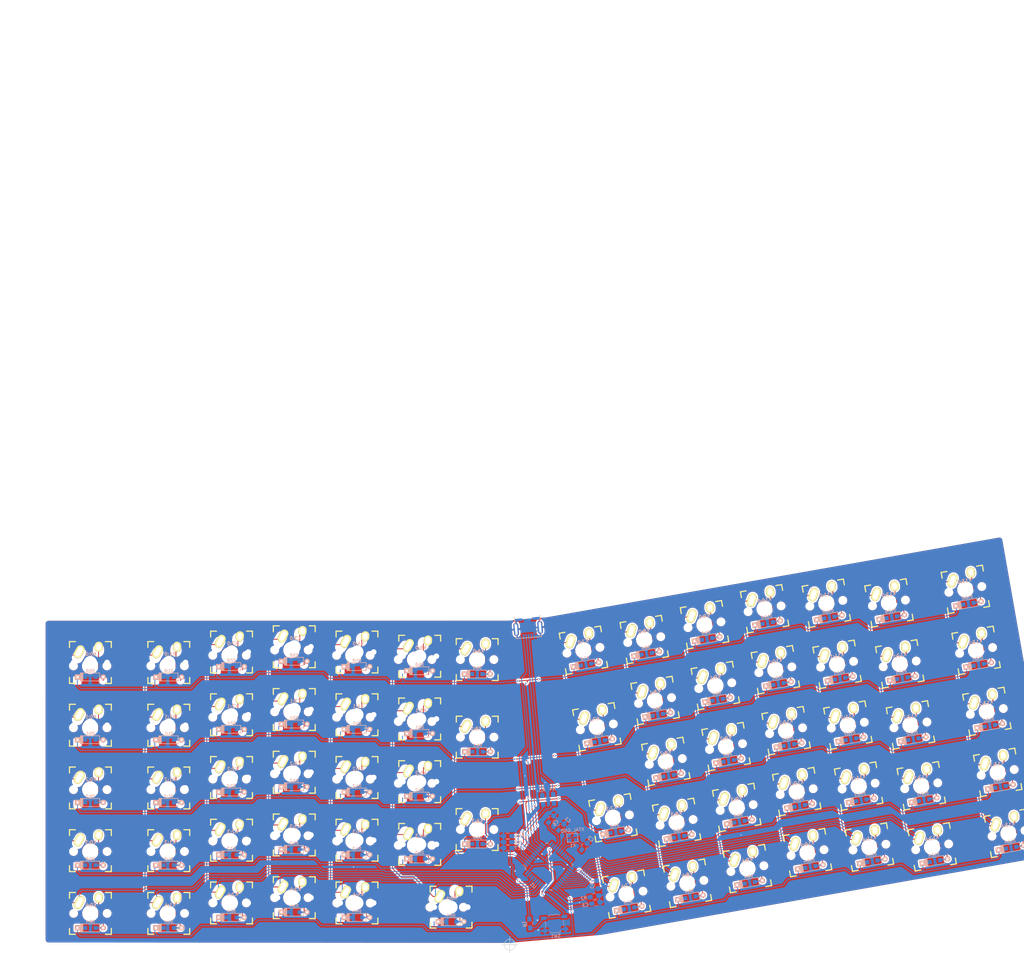
<source format=kicad_pcb>
(kicad_pcb (version 4) (host pcbnew 4.0.7)
  (layers (0 F.Cu signal hide) (31 B.Cu signal hide) (34 B.Paste user) (35 F.Paste user) (36 B.SilkS user) (37 F.SilkS user) (38 B.Mask user) (39 F.Mask user) (44 Edge.Cuts user))
  (net 0 "")
  (net 1 "Net-(C1-Pad1)")
  (net 2 GND)
  (net 3 "Net-(C2-Pad1)")
  (net 4 VCC)
  (net 5 "Net-(C8-Pad1)")
  (net 6 "Net-(D0:0-Pad2)")
  (net 7 row0)
  (net 8 "Net-(D0:1-Pad2)")
  (net 9 row1)
  (net 10 "Net-(D0:2-Pad2)")
  (net 11 row2)
  (net 12 "Net-(D0:3-Pad2)")
  (net 13 row3)
  (net 14 "Net-(D0:4-Pad2)")
  (net 15 row4)
  (net 16 "Net-(D1:0-Pad2)")
  (net 17 "Net-(D1:1-Pad2)")
  (net 18 "Net-(D1:2-Pad2)")
  (net 19 "Net-(D1:3-Pad2)")
  (net 20 "Net-(D1:4-Pad2)")
  (net 21 "Net-(D2:0-Pad2)")
  (net 22 "Net-(D2:1-Pad2)")
  (net 23 "Net-(D2:2-Pad2)")
  (net 24 "Net-(D2:3-Pad2)")
  (net 25 "Net-(D2:4-Pad2)")
  (net 26 "Net-(D3:0-Pad2)")
  (net 27 "Net-(D3:1-Pad2)")
  (net 28 "Net-(D3:2-Pad2)")
  (net 29 "Net-(D3:3-Pad2)")
  (net 30 "Net-(D3:4-Pad2)")
  (net 31 "Net-(D4:0-Pad2)")
  (net 32 "Net-(D4:1-Pad2)")
  (net 33 "Net-(D4:2-Pad2)")
  (net 34 "Net-(D4:3-Pad2)")
  (net 35 "Net-(D4:4-Pad2)")
  (net 36 "Net-(D5:0-Pad2)")
  (net 37 "Net-(D5:1-Pad2)")
  (net 38 "Net-(D5:2-Pad2)")
  (net 39 "Net-(D5:3-Pad2)")
  (net 40 "Net-(D5:4-Pad2)")
  (net 41 "Net-(D6:0-Pad2)")
  (net 42 "Net-(D6:1-Pad2)")
  (net 43 "Net-(D6:3-Pad2)")
  (net 44 "Net-(D7:0-Pad2)")
  (net 45 "Net-(D7:1-Pad2)")
  (net 46 "Net-(D7:3-Pad2)")
  (net 47 "Net-(D7:4-Pad2)")
  (net 48 "Net-(D8:0-Pad2)")
  (net 49 "Net-(D8:1-Pad2)")
  (net 50 "Net-(D8:2-Pad2)")
  (net 51 "Net-(D8:3-Pad2)")
  (net 52 "Net-(D8:4-Pad2)")
  (net 53 "Net-(D9:0-Pad2)")
  (net 54 "Net-(D9:1-Pad2)")
  (net 55 "Net-(D9:2-Pad2)")
  (net 56 "Net-(D9:3-Pad2)")
  (net 57 "Net-(D9:4-Pad2)")
  (net 58 "Net-(D10:0-Pad2)")
  (net 59 "Net-(D10:1-Pad2)")
  (net 60 "Net-(D10:2-Pad2)")
  (net 61 "Net-(D10:3-Pad2)")
  (net 62 "Net-(D10:4-Pad2)")
  (net 63 "Net-(D11:0-Pad2)")
  (net 64 "Net-(D11:1-Pad2)")
  (net 65 "Net-(D11:2-Pad2)")
  (net 66 "Net-(D11:3-Pad2)")
  (net 67 "Net-(D11:4-Pad2)")
  (net 68 "Net-(D12:0-Pad2)")
  (net 69 "Net-(D12:1-Pad2)")
  (net 70 "Net-(D12:2-Pad2)")
  (net 71 "Net-(D12:3-Pad2)")
  (net 72 "Net-(D12:4-Pad2)")
  (net 73 "Net-(D13:0-Pad2)")
  (net 74 "Net-(D13:1-Pad2)")
  (net 75 "Net-(D13:2-Pad2)")
  (net 76 "Net-(D13:3-Pad2)")
  (net 77 "Net-(D13:4-Pad2)")
  (net 78 "Net-(J1-Pad2)")
  (net 79 "Net-(J1-Pad3)")
  (net 80 "Net-(J1-Pad4)")
  (net 81 col0)
  (net 82 col1)
  (net 83 col2)
  (net 84 col3)
  (net 85 col4)
  (net 86 col6)
  (net 87 col7)
  (net 88 col8)
  (net 89 col9)
  (net 90 col10)
  (net 91 col11)
  (net 92 col12)
  (net 93 col13)
  (net 94 "Net-(R1-Pad2)")
  (net 95 "Net-(R2-Pad1)")
  (net 96 "Net-(R3-Pad2)")
  (net 97 "Net-(R4-Pad2)")
  (net 98 "Net-(U1-Pad18)")
  (net 99 "Net-(U1-Pad19)")
  (net 100 "Net-(U1-Pad20)")
  (net 101 "Net-(U1-Pad21)")
  (net 102 "Net-(U1-Pad22)")
  (net 103 col5)
  (net 104 "Net-(U1-Pad42)")
  (net 105 "Net-(U1-Pad12)")
  (module VIA-0.6-f (layer F.Cu) (at 144.531829 227.140916 5)
    (fp_text reference REF** hide)
    (fp_text value VIA-0.6-f hide)
    (pad 1 thru_hole circle (at 0 0 5) (size 0.6 0.6) (drill 0.3) (layers *.Cu) (net 2 GND))
  )
  (module VIA-0.6-f (layer F.Cu) (at 200.394026 204.074427 5)
    (fp_text reference s1 hide)
    (fp_text value VIA-0.6-f hide)
    (pad 1 thru_hole circle (at 0 0 5) (size 0.6 0.6) (drill 0.3) (layers *.Cu) (net 2 GND))
  )
  (module VIA-0.6-f (layer F.Cu) (at 202.718673 201.502033 5)
    (fp_text reference s2 hide)
    (fp_text value VIA-0.6-f hide)
    (pad 1 thru_hole circle (at 0 0 5) (size 0.6 0.6) (drill 0.3) (layers *.Cu) (net 2 GND))
  )
  (module VIA-0.6-f (layer F.Cu) (at 213.175058 237.949392 5)
    (fp_text reference s4 hide)
    (fp_text value VIA-0.6-f hide)
    (pad 1 thru_hole circle (at 0 0 5) (size 0.6 0.6) (drill 0.3) (layers *.Cu) (net 2 GND))
  )
  (module VIA-0.6-f (layer F.Cu) (at 196.60717 199.456904 5)
    (fp_text reference s3 hide)
    (fp_text value VIA-0.6-f hide)
    (pad 1 thru_hole circle (at 0 0 5) (size 0.6 0.6) (drill 0.3) (layers *.Cu) (net 2 GND))
  )
  (module VIA-0.6-f (layer F.Cu) (at 262.241486 217.395912 5)
    (fp_text reference s5 hide)
    (fp_text value VIA-0.6-f hide)
    (pad 1 thru_hole circle (at 0 0 5) (size 0.6 0.6) (drill 0.3) (layers *.Cu) (net 2 GND))
  )
  (module keebs:Mx_Alps_150 (layer F.Cu) (at 223.324935 212.192916 10)
    (fp_text reference K7:3 (at 0.0375 -2.90625 10) (layer B.SilkS) (effects (font (thickness 0.2)) (justify mirror)))
    (fp_text value KEYSW hide)
    (pad HOLE np_thru_hole circle (at 0 0 10) (size 3.9878 3.9878) (drill 3.9878) (layers *.Cu))
    (pad HOLE np_thru_hole circle (at -5.08 0 10) (size 1.7018 1.7018) (drill 1.7018) (layers *.Cu))
    (pad HOLE np_thru_hole circle (at 5.08 0 10) (size 1.7018 1.7018) (drill 1.7018) (layers *.Cu))
    (pad 1 thru_hole oval (at -3.405 -3.27 340.95) (size 2.5 4.17) (drill oval 1.5 3.17) (layers *.Cu *.Mask F.SilkS) (net 87 col7))
    (pad 2 thru_hole oval (at 2.52 -4.79 6.1) (size 2.5 3.08) (drill oval 1.5 2.08) (layers *.Cu *.Mask F.SilkS) (net 46 "Net-(D7:3-Pad2)"))
  )
  (module keebs:Mx_Alps_150 (layer F.Cu) (at 218.439156 184.573637 10)
    (fp_text reference K7:1 (at -0.3875 -2.40625 10) (layer B.SilkS) (effects (font (thickness 0.2)) (justify mirror)))
    (fp_text value KEYSW hide)
    (pad HOLE np_thru_hole circle (at 0 0 10) (size 3.9878 3.9878) (drill 3.9878) (layers *.Cu))
    (pad HOLE np_thru_hole circle (at -5.08 0 10) (size 1.7018 1.7018) (drill 1.7018) (layers *.Cu))
    (pad HOLE np_thru_hole circle (at 5.08 0 10) (size 1.7018 1.7018) (drill 1.7018) (layers *.Cu))
    (pad 1 thru_hole oval (at -3.405 -3.27 340.95) (size 2.5 4.17) (drill oval 1.5 3.17) (layers *.Cu *.Mask F.SilkS) (net 87 col7))
    (pad 2 thru_hole oval (at 2.52 -4.79 6.1) (size 2.5 3.08) (drill oval 1.5 2.08) (layers *.Cu *.Mask F.SilkS) (net 45 "Net-(D7:1-Pad2)"))
  )
  (module keebs:Mx_Alps_150 (layer F.Cu) (at 182.058189 215.7531)
    (fp_text reference K6:3 (at 0.0375 -2.6) (layer B.SilkS) (effects (font (thickness 0.2)) (justify mirror)))
    (fp_text value KEYSW hide)
    (pad HOLE np_thru_hole circle (at 0 0) (size 3.9878 3.9878) (drill 3.9878) (layers *.Cu))
    (pad HOLE np_thru_hole circle (at -5.08 0) (size 1.7018 1.7018) (drill 1.7018) (layers *.Cu))
    (pad HOLE np_thru_hole circle (at 5.08 0) (size 1.7018 1.7018) (drill 1.7018) (layers *.Cu))
    (pad 1 thru_hole oval (at -3.405 -3.27 330.95) (size 2.5 4.17) (drill oval 1.5 3.17) (layers *.Cu *.Mask F.SilkS) (net 86 col6))
    (pad 2 thru_hole oval (at 2.52 -4.79 356.1) (size 2.5 3.08) (drill oval 1.5 2.08) (layers *.Cu *.Mask F.SilkS) (net 43 "Net-(D6:3-Pad2)"))
  )
  (module keebs:Mx_Alps_150 (layer F.Cu) (at 182.091873 187.683349)
    (fp_text reference K6:1 (at -0.3875 -2.6) (layer B.SilkS) (effects (font (thickness 0.2)) (justify mirror)))
    (fp_text value KEYSW hide)
    (pad HOLE np_thru_hole circle (at 0 0) (size 3.9878 3.9878) (drill 3.9878) (layers *.Cu))
    (pad HOLE np_thru_hole circle (at -5.08 0) (size 1.7018 1.7018) (drill 1.7018) (layers *.Cu))
    (pad HOLE np_thru_hole circle (at 5.08 0) (size 1.7018 1.7018) (drill 1.7018) (layers *.Cu))
    (pad 1 thru_hole oval (at -3.405 -3.27 330.95) (size 2.5 4.17) (drill oval 1.5 3.17) (layers *.Cu *.Mask F.SilkS) (net 86 col6))
    (pad 2 thru_hole oval (at 2.52 -4.79 356.1) (size 2.5 3.08) (drill oval 1.5 2.08) (layers *.Cu *.Mask F.SilkS) (net 42 "Net-(D6:1-Pad2)"))
  )
  (module Capacitors_SMD:C_0805_HandSoldering (layer B.Cu) (at 207.619838 215.057602 50)
    (fp_text reference C1 (at 2.976563 0 140) (layer B.SilkS) (effects (justify mirror)))
    (fp_text value 22p)
    (pad 1 smd rect (at -1.25 0 50) (size 1.5 1.25) (layers B.Cu B.Paste B.Mask) (net 1 "Net-(C1-Pad1)"))
    (pad 2 smd rect (at 1.25 0 50) (size 1.5 1.25) (layers B.Cu B.Paste B.Mask) (net 2 GND))
  )
  (module Capacitors_SMD:C_0805_HandSoldering (layer B.Cu) (at 214.636469 220.908333 50)
    (fp_text reference C2 (at 2.976563 0 140) (layer B.SilkS) (effects (justify mirror)))
    (fp_text value 22p)
    (pad 1 smd rect (at -1.25 0 50) (size 1.5 1.25) (layers B.Cu B.Paste B.Mask) (net 3 "Net-(C2-Pad1)"))
    (pad 2 smd rect (at 1.25 0 50) (size 1.5 1.25) (layers B.Cu B.Paste B.Mask) (net 2 GND))
  )
  (module Capacitors_SMD:C_0805_HandSoldering (layer B.Cu) (at 218.13366 238.04875 10)
    (fp_text reference C3 (at -3.249956 0.087079 10) (layer B.SilkS) (effects (justify mirror)))
    (fp_text value 0.1u)
    (pad 1 smd rect (at -1.25 0 10) (size 1.5 1.25) (layers B.Cu B.Paste B.Mask) (net 4 VCC))
    (pad 2 smd rect (at 1.25 0 10) (size 1.5 1.25) (layers B.Cu B.Paste B.Mask) (net 2 GND))
  )
  (module Capacitors_SMD:C_0805_HandSoldering (layer B.Cu) (at 218.608035 232.456132 280)
    (fp_text reference C4 (at 0 1.75 280) (layer B.SilkS) (effects (justify mirror)))
    (fp_text value 0.1u)
    (pad 1 smd rect (at -1.25 0 280) (size 1.5 1.25) (layers B.Cu B.Paste B.Mask) (net 4 VCC))
    (pad 2 smd rect (at 1.25 0 280) (size 1.5 1.25) (layers B.Cu B.Paste B.Mask) (net 2 GND))
  )
  (module Capacitors_SMD:C_0805_HandSoldering (layer B.Cu) (at 191.351345 217.735684 180)
    (fp_text reference C5 (at -2.976563 0 180) (layer B.SilkS) (effects (justify mirror)))
    (fp_text value 0.1u)
    (pad 1 smd rect (at -1.25 0 180) (size 1.5 1.25) (layers B.Cu B.Paste B.Mask) (net 4 VCC))
    (pad 2 smd rect (at 1.25 0 180) (size 1.5 1.25) (layers B.Cu B.Paste B.Mask) (net 2 GND))
  )
  (module Capacitors_SMD:C_0805_HandSoldering (layer B.Cu) (at 204.567035 212.634453 50)
    (fp_text reference C6 (at 0 1.75 50) (layer B.SilkS) (effects (justify mirror)))
    (fp_text value 0.1u)
    (pad 1 smd rect (at -1.25 0 50) (size 1.5 1.25) (layers B.Cu B.Paste B.Mask) (net 4 VCC))
    (pad 2 smd rect (at 1.25 0 50) (size 1.5 1.25) (layers B.Cu B.Paste B.Mask) (net 2 GND))
  )
  (module Capacitors_SMD:C_0805_HandSoldering (layer B.Cu) (at 191.37795 221.367187 180)
    (fp_text reference C7 (at -2.976562 0 180) (layer B.SilkS) (effects (justify mirror)))
    (fp_text value 4.7u)
    (pad 1 smd rect (at -1.25 0 180) (size 1.5 1.25) (layers B.Cu B.Paste B.Mask) (net 4 VCC))
    (pad 2 smd rect (at 1.25 0 180) (size 1.5 1.25) (layers B.Cu B.Paste B.Mask) (net 2 GND))
  )
  (module Capacitors_SMD:C_0805_HandSoldering (layer B.Cu) (at 191.370502 219.560963 180)
    (fp_text reference C8 (at -2.976562 0 180) (layer B.SilkS) (effects (justify mirror)))
    (fp_text value 1u)
    (pad 1 smd rect (at -1.25 0 180) (size 1.5 1.25) (layers B.Cu B.Paste B.Mask) (net 5 "Net-(C8-Pad1)"))
    (pad 2 smd rect (at 1.25 0 180) (size 1.5 1.25) (layers B.Cu B.Paste B.Mask) (net 2 GND))
  )
  (module keyboard_parts:D_SOD123_axial (layer B.Cu) (at 64.615938 169.424579)
    (fp_text reference D0:0 (at 0 -1.925) (layer B.SilkS) (effects (font (size 0.8 0.8)) (justify mirror)))
    (fp_text value D hide)
    (pad 2 smd rect (at 1.575 0) (size 1.2 1.2) (layers B.Cu B.Paste B.Mask) (net 6 "Net-(D0:0-Pad2)"))
    (pad 1 smd rect (at -1.575 0) (size 1.2 1.2) (layers B.Cu B.Paste B.Mask) (net 7 row0))
    (pad 1 thru_hole rect (at -3.9 0) (size 1.6 1.6) (drill 0.7) (layers *.Cu *.Mask B.SilkS) (net 7 row0))
    (pad 2 thru_hole circle (at 3.9 0) (size 1.6 1.6) (drill 0.7) (layers *.Cu *.Mask B.SilkS) (net 6 "Net-(D0:0-Pad2)"))
    (pad 1 smd rect (at -2.7 0) (size 2.5 0.5) (layers B.Cu) (net 7 row0))
    (pad 2 smd rect (at 2.7 0) (size 2.5 0.5) (layers B.Cu) (net 6 "Net-(D0:0-Pad2)"))
  )
  (module keyboard_parts:D_SOD123_axial (layer B.Cu) (at 64.615938 188.474579)
    (fp_text reference D0:1 (at 0 -1.925) (layer B.SilkS) (effects (font (size 0.8 0.8)) (justify mirror)))
    (fp_text value D hide)
    (pad 2 smd rect (at 1.575 0) (size 1.2 1.2) (layers B.Cu B.Paste B.Mask) (net 8 "Net-(D0:1-Pad2)"))
    (pad 1 smd rect (at -1.575 0) (size 1.2 1.2) (layers B.Cu B.Paste B.Mask) (net 9 row1))
    (pad 1 thru_hole rect (at -3.9 0) (size 1.6 1.6) (drill 0.7) (layers *.Cu *.Mask B.SilkS) (net 9 row1))
    (pad 2 thru_hole circle (at 3.9 0) (size 1.6 1.6) (drill 0.7) (layers *.Cu *.Mask B.SilkS) (net 8 "Net-(D0:1-Pad2)"))
    (pad 1 smd rect (at -2.7 0) (size 2.5 0.5) (layers B.Cu) (net 9 row1))
    (pad 2 smd rect (at 2.7 0) (size 2.5 0.5) (layers B.Cu) (net 8 "Net-(D0:1-Pad2)"))
  )
  (module keyboard_parts:D_SOD123_axial (layer B.Cu) (at 64.615938 207.524579)
    (fp_text reference D0:2 (at 0 -1.925) (layer B.SilkS) (effects (font (size 0.8 0.8)) (justify mirror)))
    (fp_text value D hide)
    (pad 2 smd rect (at 1.575 0) (size 1.2 1.2) (layers B.Cu B.Paste B.Mask) (net 10 "Net-(D0:2-Pad2)"))
    (pad 1 smd rect (at -1.575 0) (size 1.2 1.2) (layers B.Cu B.Paste B.Mask) (net 11 row2))
    (pad 1 thru_hole rect (at -3.9 0) (size 1.6 1.6) (drill 0.7) (layers *.Cu *.Mask B.SilkS) (net 11 row2))
    (pad 2 thru_hole circle (at 3.9 0) (size 1.6 1.6) (drill 0.7) (layers *.Cu *.Mask B.SilkS) (net 10 "Net-(D0:2-Pad2)"))
    (pad 1 smd rect (at -2.7 0) (size 2.5 0.5) (layers B.Cu) (net 11 row2))
    (pad 2 smd rect (at 2.7 0) (size 2.5 0.5) (layers B.Cu) (net 10 "Net-(D0:2-Pad2)"))
  )
  (module keyboard_parts:D_SOD123_axial (layer B.Cu) (at 64.615938 226.574579)
    (fp_text reference D0:3 (at 0 -1.925) (layer B.SilkS) (effects (font (size 0.8 0.8)) (justify mirror)))
    (fp_text value D hide)
    (pad 2 smd rect (at 1.575 0) (size 1.2 1.2) (layers B.Cu B.Paste B.Mask) (net 12 "Net-(D0:3-Pad2)"))
    (pad 1 smd rect (at -1.575 0) (size 1.2 1.2) (layers B.Cu B.Paste B.Mask) (net 13 row3))
    (pad 1 thru_hole rect (at -3.9 0) (size 1.6 1.6) (drill 0.7) (layers *.Cu *.Mask B.SilkS) (net 13 row3))
    (pad 2 thru_hole circle (at 3.9 0) (size 1.6 1.6) (drill 0.7) (layers *.Cu *.Mask B.SilkS) (net 12 "Net-(D0:3-Pad2)"))
    (pad 1 smd rect (at -2.7 0) (size 2.5 0.5) (layers B.Cu) (net 13 row3))
    (pad 2 smd rect (at 2.7 0) (size 2.5 0.5) (layers B.Cu) (net 12 "Net-(D0:3-Pad2)"))
  )
  (module keyboard_parts:D_SOD123_axial (layer B.Cu) (at 64.615938 245.624579)
    (fp_text reference D0:4 (at 0 -1.925) (layer B.SilkS) (effects (font (size 0.8 0.8)) (justify mirror)))
    (fp_text value D hide)
    (pad 2 smd rect (at 1.575 0) (size 1.2 1.2) (layers B.Cu B.Paste B.Mask) (net 14 "Net-(D0:4-Pad2)"))
    (pad 1 smd rect (at -1.575 0) (size 1.2 1.2) (layers B.Cu B.Paste B.Mask) (net 15 row4))
    (pad 1 thru_hole rect (at -3.9 0) (size 1.6 1.6) (drill 0.7) (layers *.Cu *.Mask B.SilkS) (net 15 row4))
    (pad 2 thru_hole circle (at 3.9 0) (size 1.6 1.6) (drill 0.7) (layers *.Cu *.Mask B.SilkS) (net 14 "Net-(D0:4-Pad2)"))
    (pad 1 smd rect (at -2.7 0) (size 2.5 0.5) (layers B.Cu) (net 15 row4))
    (pad 2 smd rect (at 2.7 0) (size 2.5 0.5) (layers B.Cu) (net 14 "Net-(D0:4-Pad2)"))
  )
  (module keyboard_parts:D_SOD123_axial (layer B.Cu) (at 88.428438 169.431682)
    (fp_text reference D1:0 (at 0 -1.925) (layer B.SilkS) (effects (font (size 0.8 0.8)) (justify mirror)))
    (fp_text value D hide)
    (pad 2 smd rect (at 1.575 0) (size 1.2 1.2) (layers B.Cu B.Paste B.Mask) (net 16 "Net-(D1:0-Pad2)"))
    (pad 1 smd rect (at -1.575 0) (size 1.2 1.2) (layers B.Cu B.Paste B.Mask) (net 7 row0))
    (pad 1 thru_hole rect (at -3.9 0) (size 1.6 1.6) (drill 0.7) (layers *.Cu *.Mask B.SilkS) (net 7 row0))
    (pad 2 thru_hole circle (at 3.9 0) (size 1.6 1.6) (drill 0.7) (layers *.Cu *.Mask B.SilkS) (net 16 "Net-(D1:0-Pad2)"))
    (pad 1 smd rect (at -2.7 0) (size 2.5 0.5) (layers B.Cu) (net 7 row0))
    (pad 2 smd rect (at 2.7 0) (size 2.5 0.5) (layers B.Cu) (net 16 "Net-(D1:0-Pad2)"))
  )
  (module keyboard_parts:D_SOD123_axial (layer B.Cu) (at 88.428438 188.481682)
    (fp_text reference D1:1 (at 0 -1.925) (layer B.SilkS) (effects (font (size 0.8 0.8)) (justify mirror)))
    (fp_text value D hide)
    (pad 2 smd rect (at 1.575 0) (size 1.2 1.2) (layers B.Cu B.Paste B.Mask) (net 17 "Net-(D1:1-Pad2)"))
    (pad 1 smd rect (at -1.575 0) (size 1.2 1.2) (layers B.Cu B.Paste B.Mask) (net 9 row1))
    (pad 1 thru_hole rect (at -3.9 0) (size 1.6 1.6) (drill 0.7) (layers *.Cu *.Mask B.SilkS) (net 9 row1))
    (pad 2 thru_hole circle (at 3.9 0) (size 1.6 1.6) (drill 0.7) (layers *.Cu *.Mask B.SilkS) (net 17 "Net-(D1:1-Pad2)"))
    (pad 1 smd rect (at -2.7 0) (size 2.5 0.5) (layers B.Cu) (net 9 row1))
    (pad 2 smd rect (at 2.7 0) (size 2.5 0.5) (layers B.Cu) (net 17 "Net-(D1:1-Pad2)"))
  )
  (module keyboard_parts:D_SOD123_axial (layer B.Cu) (at 88.428438 207.531682)
    (fp_text reference D1:2 (at 0 -1.925) (layer B.SilkS) (effects (font (size 0.8 0.8)) (justify mirror)))
    (fp_text value D hide)
    (pad 2 smd rect (at 1.575 0) (size 1.2 1.2) (layers B.Cu B.Paste B.Mask) (net 18 "Net-(D1:2-Pad2)"))
    (pad 1 smd rect (at -1.575 0) (size 1.2 1.2) (layers B.Cu B.Paste B.Mask) (net 11 row2))
    (pad 1 thru_hole rect (at -3.9 0) (size 1.6 1.6) (drill 0.7) (layers *.Cu *.Mask B.SilkS) (net 11 row2))
    (pad 2 thru_hole circle (at 3.9 0) (size 1.6 1.6) (drill 0.7) (layers *.Cu *.Mask B.SilkS) (net 18 "Net-(D1:2-Pad2)"))
    (pad 1 smd rect (at -2.7 0) (size 2.5 0.5) (layers B.Cu) (net 11 row2))
    (pad 2 smd rect (at 2.7 0) (size 2.5 0.5) (layers B.Cu) (net 18 "Net-(D1:2-Pad2)"))
  )
  (module keyboard_parts:D_SOD123_axial (layer B.Cu) (at 88.428438 226.581682)
    (fp_text reference D1:3 (at 0 -1.925) (layer B.SilkS) (effects (font (size 0.8 0.8)) (justify mirror)))
    (fp_text value D hide)
    (pad 2 smd rect (at 1.575 0) (size 1.2 1.2) (layers B.Cu B.Paste B.Mask) (net 19 "Net-(D1:3-Pad2)"))
    (pad 1 smd rect (at -1.575 0) (size 1.2 1.2) (layers B.Cu B.Paste B.Mask) (net 13 row3))
    (pad 1 thru_hole rect (at -3.9 0) (size 1.6 1.6) (drill 0.7) (layers *.Cu *.Mask B.SilkS) (net 13 row3))
    (pad 2 thru_hole circle (at 3.9 0) (size 1.6 1.6) (drill 0.7) (layers *.Cu *.Mask B.SilkS) (net 19 "Net-(D1:3-Pad2)"))
    (pad 1 smd rect (at -2.7 0) (size 2.5 0.5) (layers B.Cu) (net 13 row3))
    (pad 2 smd rect (at 2.7 0) (size 2.5 0.5) (layers B.Cu) (net 19 "Net-(D1:3-Pad2)"))
  )
  (module keyboard_parts:D_SOD123_axial (layer B.Cu) (at 88.428438 245.631682)
    (fp_text reference D1:4 (at 0 -1.925) (layer B.SilkS) (effects (font (size 0.8 0.8)) (justify mirror)))
    (fp_text value D hide)
    (pad 2 smd rect (at 1.575 0) (size 1.2 1.2) (layers B.Cu B.Paste B.Mask) (net 20 "Net-(D1:4-Pad2)"))
    (pad 1 smd rect (at -1.575 0) (size 1.2 1.2) (layers B.Cu B.Paste B.Mask) (net 15 row4))
    (pad 1 thru_hole rect (at -3.9 0) (size 1.6 1.6) (drill 0.7) (layers *.Cu *.Mask B.SilkS) (net 15 row4))
    (pad 2 thru_hole circle (at 3.9 0) (size 1.6 1.6) (drill 0.7) (layers *.Cu *.Mask B.SilkS) (net 20 "Net-(D1:4-Pad2)"))
    (pad 1 smd rect (at -2.7 0) (size 2.5 0.5) (layers B.Cu) (net 15 row4))
    (pad 2 smd rect (at 2.7 0) (size 2.5 0.5) (layers B.Cu) (net 20 "Net-(D1:4-Pad2)"))
  )
  (module keyboard_parts:D_SOD123_axial (layer B.Cu) (at 107.478438 166.256682)
    (fp_text reference D2:0 (at 0 -1.925) (layer B.SilkS) (effects (font (size 0.8 0.8)) (justify mirror)))
    (fp_text value D hide)
    (pad 2 smd rect (at 1.575 0) (size 1.2 1.2) (layers B.Cu B.Paste B.Mask) (net 21 "Net-(D2:0-Pad2)"))
    (pad 1 smd rect (at -1.575 0) (size 1.2 1.2) (layers B.Cu B.Paste B.Mask) (net 7 row0))
    (pad 1 thru_hole rect (at -3.9 0) (size 1.6 1.6) (drill 0.7) (layers *.Cu *.Mask B.SilkS) (net 7 row0))
    (pad 2 thru_hole circle (at 3.9 0) (size 1.6 1.6) (drill 0.7) (layers *.Cu *.Mask B.SilkS) (net 21 "Net-(D2:0-Pad2)"))
    (pad 1 smd rect (at -2.7 0) (size 2.5 0.5) (layers B.Cu) (net 7 row0))
    (pad 2 smd rect (at 2.7 0) (size 2.5 0.5) (layers B.Cu) (net 21 "Net-(D2:0-Pad2)"))
  )
  (module keyboard_parts:D_SOD123_axial (layer B.Cu) (at 107.478438 185.306682)
    (fp_text reference D2:1 (at 0 -1.925) (layer B.SilkS) (effects (font (size 0.8 0.8)) (justify mirror)))
    (fp_text value D hide)
    (pad 2 smd rect (at 1.575 0) (size 1.2 1.2) (layers B.Cu B.Paste B.Mask) (net 22 "Net-(D2:1-Pad2)"))
    (pad 1 smd rect (at -1.575 0) (size 1.2 1.2) (layers B.Cu B.Paste B.Mask) (net 9 row1))
    (pad 1 thru_hole rect (at -3.9 0) (size 1.6 1.6) (drill 0.7) (layers *.Cu *.Mask B.SilkS) (net 9 row1))
    (pad 2 thru_hole circle (at 3.9 0) (size 1.6 1.6) (drill 0.7) (layers *.Cu *.Mask B.SilkS) (net 22 "Net-(D2:1-Pad2)"))
    (pad 1 smd rect (at -2.7 0) (size 2.5 0.5) (layers B.Cu) (net 9 row1))
    (pad 2 smd rect (at 2.7 0) (size 2.5 0.5) (layers B.Cu) (net 22 "Net-(D2:1-Pad2)"))
  )
  (module keyboard_parts:D_SOD123_axial (layer B.Cu) (at 107.478438 204.356682)
    (fp_text reference D2:2 (at 0 -1.925) (layer B.SilkS) (effects (font (size 0.8 0.8)) (justify mirror)))
    (fp_text value D hide)
    (pad 2 smd rect (at 1.575 0) (size 1.2 1.2) (layers B.Cu B.Paste B.Mask) (net 23 "Net-(D2:2-Pad2)"))
    (pad 1 smd rect (at -1.575 0) (size 1.2 1.2) (layers B.Cu B.Paste B.Mask) (net 11 row2))
    (pad 1 thru_hole rect (at -3.9 0) (size 1.6 1.6) (drill 0.7) (layers *.Cu *.Mask B.SilkS) (net 11 row2))
    (pad 2 thru_hole circle (at 3.9 0) (size 1.6 1.6) (drill 0.7) (layers *.Cu *.Mask B.SilkS) (net 23 "Net-(D2:2-Pad2)"))
    (pad 1 smd rect (at -2.7 0) (size 2.5 0.5) (layers B.Cu) (net 11 row2))
    (pad 2 smd rect (at 2.7 0) (size 2.5 0.5) (layers B.Cu) (net 23 "Net-(D2:2-Pad2)"))
  )
  (module keyboard_parts:D_SOD123_axial (layer B.Cu) (at 107.478438 223.406682)
    (fp_text reference D2:3 (at 0 -1.925) (layer B.SilkS) (effects (font (size 0.8 0.8)) (justify mirror)))
    (fp_text value D hide)
    (pad 2 smd rect (at 1.575 0) (size 1.2 1.2) (layers B.Cu B.Paste B.Mask) (net 24 "Net-(D2:3-Pad2)"))
    (pad 1 smd rect (at -1.575 0) (size 1.2 1.2) (layers B.Cu B.Paste B.Mask) (net 13 row3))
    (pad 1 thru_hole rect (at -3.9 0) (size 1.6 1.6) (drill 0.7) (layers *.Cu *.Mask B.SilkS) (net 13 row3))
    (pad 2 thru_hole circle (at 3.9 0) (size 1.6 1.6) (drill 0.7) (layers *.Cu *.Mask B.SilkS) (net 24 "Net-(D2:3-Pad2)"))
    (pad 1 smd rect (at -2.7 0) (size 2.5 0.5) (layers B.Cu) (net 13 row3))
    (pad 2 smd rect (at 2.7 0) (size 2.5 0.5) (layers B.Cu) (net 24 "Net-(D2:3-Pad2)"))
  )
  (module keyboard_parts:D_SOD123_axial (layer B.Cu) (at 107.478438 242.456682)
    (fp_text reference D2:4 (at 0 -1.925) (layer B.SilkS) (effects (font (size 0.8 0.8)) (justify mirror)))
    (fp_text value D hide)
    (pad 2 smd rect (at 1.575 0) (size 1.2 1.2) (layers B.Cu B.Paste B.Mask) (net 25 "Net-(D2:4-Pad2)"))
    (pad 1 smd rect (at -1.575 0) (size 1.2 1.2) (layers B.Cu B.Paste B.Mask) (net 15 row4))
    (pad 1 thru_hole rect (at -3.9 0) (size 1.6 1.6) (drill 0.7) (layers *.Cu *.Mask B.SilkS) (net 15 row4))
    (pad 2 thru_hole circle (at 3.9 0) (size 1.6 1.6) (drill 0.7) (layers *.Cu *.Mask B.SilkS) (net 25 "Net-(D2:4-Pad2)"))
    (pad 1 smd rect (at -2.7 0) (size 2.5 0.5) (layers B.Cu) (net 15 row4))
    (pad 2 smd rect (at 2.7 0) (size 2.5 0.5) (layers B.Cu) (net 25 "Net-(D2:4-Pad2)"))
  )
  (module keyboard_parts:D_SOD123_axial (layer B.Cu) (at 126.528438 164.656682)
    (fp_text reference D3:0 (at 0 -1.925) (layer B.SilkS) (effects (font (size 0.8 0.8)) (justify mirror)))
    (fp_text value D hide)
    (pad 2 smd rect (at 1.575 0) (size 1.2 1.2) (layers B.Cu B.Paste B.Mask) (net 26 "Net-(D3:0-Pad2)"))
    (pad 1 smd rect (at -1.575 0) (size 1.2 1.2) (layers B.Cu B.Paste B.Mask) (net 7 row0))
    (pad 1 thru_hole rect (at -3.9 0) (size 1.6 1.6) (drill 0.7) (layers *.Cu *.Mask B.SilkS) (net 7 row0))
    (pad 2 thru_hole circle (at 3.9 0) (size 1.6 1.6) (drill 0.7) (layers *.Cu *.Mask B.SilkS) (net 26 "Net-(D3:0-Pad2)"))
    (pad 1 smd rect (at -2.7 0) (size 2.5 0.5) (layers B.Cu) (net 7 row0))
    (pad 2 smd rect (at 2.7 0) (size 2.5 0.5) (layers B.Cu) (net 26 "Net-(D3:0-Pad2)"))
  )
  (module keyboard_parts:D_SOD123_axial (layer B.Cu) (at 126.528438 183.706682)
    (fp_text reference D3:1 (at 0 -1.925) (layer B.SilkS) (effects (font (size 0.8 0.8)) (justify mirror)))
    (fp_text value D hide)
    (pad 2 smd rect (at 1.575 0) (size 1.2 1.2) (layers B.Cu B.Paste B.Mask) (net 27 "Net-(D3:1-Pad2)"))
    (pad 1 smd rect (at -1.575 0) (size 1.2 1.2) (layers B.Cu B.Paste B.Mask) (net 9 row1))
    (pad 1 thru_hole rect (at -3.9 0) (size 1.6 1.6) (drill 0.7) (layers *.Cu *.Mask B.SilkS) (net 9 row1))
    (pad 2 thru_hole circle (at 3.9 0) (size 1.6 1.6) (drill 0.7) (layers *.Cu *.Mask B.SilkS) (net 27 "Net-(D3:1-Pad2)"))
    (pad 1 smd rect (at -2.7 0) (size 2.5 0.5) (layers B.Cu) (net 9 row1))
    (pad 2 smd rect (at 2.7 0) (size 2.5 0.5) (layers B.Cu) (net 27 "Net-(D3:1-Pad2)"))
  )
  (module keyboard_parts:D_SOD123_axial (layer B.Cu) (at 126.528438 202.756682)
    (fp_text reference D3:2 (at 0 -1.925) (layer B.SilkS) (effects (font (size 0.8 0.8)) (justify mirror)))
    (fp_text value D hide)
    (pad 2 smd rect (at 1.575 0) (size 1.2 1.2) (layers B.Cu B.Paste B.Mask) (net 28 "Net-(D3:2-Pad2)"))
    (pad 1 smd rect (at -1.575 0) (size 1.2 1.2) (layers B.Cu B.Paste B.Mask) (net 11 row2))
    (pad 1 thru_hole rect (at -3.9 0) (size 1.6 1.6) (drill 0.7) (layers *.Cu *.Mask B.SilkS) (net 11 row2))
    (pad 2 thru_hole circle (at 3.9 0) (size 1.6 1.6) (drill 0.7) (layers *.Cu *.Mask B.SilkS) (net 28 "Net-(D3:2-Pad2)"))
    (pad 1 smd rect (at -2.7 0) (size 2.5 0.5) (layers B.Cu) (net 11 row2))
    (pad 2 smd rect (at 2.7 0) (size 2.5 0.5) (layers B.Cu) (net 28 "Net-(D3:2-Pad2)"))
  )
  (module keyboard_parts:D_SOD123_axial (layer B.Cu) (at 126.528438 221.806682)
    (fp_text reference D3:3 (at 0 -1.925) (layer B.SilkS) (effects (font (size 0.8 0.8)) (justify mirror)))
    (fp_text value D hide)
    (pad 2 smd rect (at 1.575 0) (size 1.2 1.2) (layers B.Cu B.Paste B.Mask) (net 29 "Net-(D3:3-Pad2)"))
    (pad 1 smd rect (at -1.575 0) (size 1.2 1.2) (layers B.Cu B.Paste B.Mask) (net 13 row3))
    (pad 1 thru_hole rect (at -3.9 0) (size 1.6 1.6) (drill 0.7) (layers *.Cu *.Mask B.SilkS) (net 13 row3))
    (pad 2 thru_hole circle (at 3.9 0) (size 1.6 1.6) (drill 0.7) (layers *.Cu *.Mask B.SilkS) (net 29 "Net-(D3:3-Pad2)"))
    (pad 1 smd rect (at -2.7 0) (size 2.5 0.5) (layers B.Cu) (net 13 row3))
    (pad 2 smd rect (at 2.7 0) (size 2.5 0.5) (layers B.Cu) (net 29 "Net-(D3:3-Pad2)"))
  )
  (module keyboard_parts:D_SOD123_axial (layer B.Cu) (at 126.528438 240.856682)
    (fp_text reference D3:4 (at 0 -1.925) (layer B.SilkS) (effects (font (size 0.8 0.8)) (justify mirror)))
    (fp_text value D hide)
    (pad 2 smd rect (at 1.575 0) (size 1.2 1.2) (layers B.Cu B.Paste B.Mask) (net 30 "Net-(D3:4-Pad2)"))
    (pad 1 smd rect (at -1.575 0) (size 1.2 1.2) (layers B.Cu B.Paste B.Mask) (net 15 row4))
    (pad 1 thru_hole rect (at -3.9 0) (size 1.6 1.6) (drill 0.7) (layers *.Cu *.Mask B.SilkS) (net 15 row4))
    (pad 2 thru_hole circle (at 3.9 0) (size 1.6 1.6) (drill 0.7) (layers *.Cu *.Mask B.SilkS) (net 30 "Net-(D3:4-Pad2)"))
    (pad 1 smd rect (at -2.7 0) (size 2.5 0.5) (layers B.Cu) (net 15 row4))
    (pad 2 smd rect (at 2.7 0) (size 2.5 0.5) (layers B.Cu) (net 30 "Net-(D3:4-Pad2)"))
  )
  (module keyboard_parts:D_SOD123_axial (layer B.Cu) (at 145.578438 166.256682)
    (fp_text reference D4:0 (at 0 -1.925) (layer B.SilkS) (effects (font (size 0.8 0.8)) (justify mirror)))
    (fp_text value D hide)
    (pad 2 smd rect (at 1.575 0) (size 1.2 1.2) (layers B.Cu B.Paste B.Mask) (net 31 "Net-(D4:0-Pad2)"))
    (pad 1 smd rect (at -1.575 0) (size 1.2 1.2) (layers B.Cu B.Paste B.Mask) (net 7 row0))
    (pad 1 thru_hole rect (at -3.9 0) (size 1.6 1.6) (drill 0.7) (layers *.Cu *.Mask B.SilkS) (net 7 row0))
    (pad 2 thru_hole circle (at 3.9 0) (size 1.6 1.6) (drill 0.7) (layers *.Cu *.Mask B.SilkS) (net 31 "Net-(D4:0-Pad2)"))
    (pad 1 smd rect (at -2.7 0) (size 2.5 0.5) (layers B.Cu) (net 7 row0))
    (pad 2 smd rect (at 2.7 0) (size 2.5 0.5) (layers B.Cu) (net 31 "Net-(D4:0-Pad2)"))
  )
  (module keyboard_parts:D_SOD123_axial (layer B.Cu) (at 145.578438 185.306682)
    (fp_text reference D4:1 (at 0 -1.925) (layer B.SilkS) (effects (font (size 0.8 0.8)) (justify mirror)))
    (fp_text value D hide)
    (pad 2 smd rect (at 1.575 0) (size 1.2 1.2) (layers B.Cu B.Paste B.Mask) (net 32 "Net-(D4:1-Pad2)"))
    (pad 1 smd rect (at -1.575 0) (size 1.2 1.2) (layers B.Cu B.Paste B.Mask) (net 9 row1))
    (pad 1 thru_hole rect (at -3.9 0) (size 1.6 1.6) (drill 0.7) (layers *.Cu *.Mask B.SilkS) (net 9 row1))
    (pad 2 thru_hole circle (at 3.9 0) (size 1.6 1.6) (drill 0.7) (layers *.Cu *.Mask B.SilkS) (net 32 "Net-(D4:1-Pad2)"))
    (pad 1 smd rect (at -2.7 0) (size 2.5 0.5) (layers B.Cu) (net 9 row1))
    (pad 2 smd rect (at 2.7 0) (size 2.5 0.5) (layers B.Cu) (net 32 "Net-(D4:1-Pad2)"))
  )
  (module keyboard_parts:D_SOD123_axial (layer B.Cu) (at 145.578438 204.356682)
    (fp_text reference D4:2 (at 0 -1.925) (layer B.SilkS) (effects (font (size 0.8 0.8)) (justify mirror)))
    (fp_text value D hide)
    (pad 2 smd rect (at 1.575 0) (size 1.2 1.2) (layers B.Cu B.Paste B.Mask) (net 33 "Net-(D4:2-Pad2)"))
    (pad 1 smd rect (at -1.575 0) (size 1.2 1.2) (layers B.Cu B.Paste B.Mask) (net 11 row2))
    (pad 1 thru_hole rect (at -3.9 0) (size 1.6 1.6) (drill 0.7) (layers *.Cu *.Mask B.SilkS) (net 11 row2))
    (pad 2 thru_hole circle (at 3.9 0) (size 1.6 1.6) (drill 0.7) (layers *.Cu *.Mask B.SilkS) (net 33 "Net-(D4:2-Pad2)"))
    (pad 1 smd rect (at -2.7 0) (size 2.5 0.5) (layers B.Cu) (net 11 row2))
    (pad 2 smd rect (at 2.7 0) (size 2.5 0.5) (layers B.Cu) (net 33 "Net-(D4:2-Pad2)"))
  )
  (module keyboard_parts:D_SOD123_axial (layer B.Cu) (at 145.578438 223.406682)
    (fp_text reference D4:3 (at 0 -1.925) (layer B.SilkS) (effects (font (size 0.8 0.8)) (justify mirror)))
    (fp_text value D hide)
    (pad 2 smd rect (at 1.575 0) (size 1.2 1.2) (layers B.Cu B.Paste B.Mask) (net 34 "Net-(D4:3-Pad2)"))
    (pad 1 smd rect (at -1.575 0) (size 1.2 1.2) (layers B.Cu B.Paste B.Mask) (net 13 row3))
    (pad 1 thru_hole rect (at -3.9 0) (size 1.6 1.6) (drill 0.7) (layers *.Cu *.Mask B.SilkS) (net 13 row3))
    (pad 2 thru_hole circle (at 3.9 0) (size 1.6 1.6) (drill 0.7) (layers *.Cu *.Mask B.SilkS) (net 34 "Net-(D4:3-Pad2)"))
    (pad 1 smd rect (at -2.7 0) (size 2.5 0.5) (layers B.Cu) (net 13 row3))
    (pad 2 smd rect (at 2.7 0) (size 2.5 0.5) (layers B.Cu) (net 34 "Net-(D4:3-Pad2)"))
  )
  (module keyboard_parts:D_SOD123_axial (layer B.Cu) (at 145.578438 242.456682)
    (fp_text reference D4:4 (at 0 -1.925) (layer B.SilkS) (effects (font (size 0.8 0.8)) (justify mirror)))
    (fp_text value D hide)
    (pad 2 smd rect (at 1.575 0) (size 1.2 1.2) (layers B.Cu B.Paste B.Mask) (net 35 "Net-(D4:4-Pad2)"))
    (pad 1 smd rect (at -1.575 0) (size 1.2 1.2) (layers B.Cu B.Paste B.Mask) (net 15 row4))
    (pad 1 thru_hole rect (at -3.9 0) (size 1.6 1.6) (drill 0.7) (layers *.Cu *.Mask B.SilkS) (net 15 row4))
    (pad 2 thru_hole circle (at 3.9 0) (size 1.6 1.6) (drill 0.7) (layers *.Cu *.Mask B.SilkS) (net 35 "Net-(D4:4-Pad2)"))
    (pad 1 smd rect (at -2.7 0) (size 2.5 0.5) (layers B.Cu) (net 15 row4))
    (pad 2 smd rect (at 2.7 0) (size 2.5 0.5) (layers B.Cu) (net 35 "Net-(D4:4-Pad2)"))
  )
  (module keyboard_parts:D_SOD123_axial (layer B.Cu) (at 164.628438 167.529182)
    (fp_text reference D5:0 (at 0 -1.925) (layer B.SilkS) (effects (font (size 0.8 0.8)) (justify mirror)))
    (fp_text value D hide)
    (pad 2 smd rect (at 1.575 0) (size 1.2 1.2) (layers B.Cu B.Paste B.Mask) (net 36 "Net-(D5:0-Pad2)"))
    (pad 1 smd rect (at -1.575 0) (size 1.2 1.2) (layers B.Cu B.Paste B.Mask) (net 7 row0))
    (pad 1 thru_hole rect (at -3.9 0) (size 1.6 1.6) (drill 0.7) (layers *.Cu *.Mask B.SilkS) (net 7 row0))
    (pad 2 thru_hole circle (at 3.9 0) (size 1.6 1.6) (drill 0.7) (layers *.Cu *.Mask B.SilkS) (net 36 "Net-(D5:0-Pad2)"))
    (pad 1 smd rect (at -2.7 0) (size 2.5 0.5) (layers B.Cu) (net 7 row0))
    (pad 2 smd rect (at 2.7 0) (size 2.5 0.5) (layers B.Cu) (net 36 "Net-(D5:0-Pad2)"))
  )
  (module keyboard_parts:D_SOD123_axial (layer B.Cu) (at 164.628438 186.579182)
    (fp_text reference D5:1 (at 0 -1.925) (layer B.SilkS) (effects (font (size 0.8 0.8)) (justify mirror)))
    (fp_text value D hide)
    (pad 2 smd rect (at 1.575 0) (size 1.2 1.2) (layers B.Cu B.Paste B.Mask) (net 37 "Net-(D5:1-Pad2)"))
    (pad 1 smd rect (at -1.575 0) (size 1.2 1.2) (layers B.Cu B.Paste B.Mask) (net 9 row1))
    (pad 1 thru_hole rect (at -3.9 0) (size 1.6 1.6) (drill 0.7) (layers *.Cu *.Mask B.SilkS) (net 9 row1))
    (pad 2 thru_hole circle (at 3.9 0) (size 1.6 1.6) (drill 0.7) (layers *.Cu *.Mask B.SilkS) (net 37 "Net-(D5:1-Pad2)"))
    (pad 1 smd rect (at -2.7 0) (size 2.5 0.5) (layers B.Cu) (net 9 row1))
    (pad 2 smd rect (at 2.7 0) (size 2.5 0.5) (layers B.Cu) (net 37 "Net-(D5:1-Pad2)"))
  )
  (module keyboard_parts:D_SOD123_axial (layer B.Cu) (at 164.628438 205.629182)
    (fp_text reference D5:2 (at 0 -1.925) (layer B.SilkS) (effects (font (size 0.8 0.8)) (justify mirror)))
    (fp_text value D hide)
    (pad 2 smd rect (at 1.575 0) (size 1.2 1.2) (layers B.Cu B.Paste B.Mask) (net 38 "Net-(D5:2-Pad2)"))
    (pad 1 smd rect (at -1.575 0) (size 1.2 1.2) (layers B.Cu B.Paste B.Mask) (net 11 row2))
    (pad 1 thru_hole rect (at -3.9 0) (size 1.6 1.6) (drill 0.7) (layers *.Cu *.Mask B.SilkS) (net 11 row2))
    (pad 2 thru_hole circle (at 3.9 0) (size 1.6 1.6) (drill 0.7) (layers *.Cu *.Mask B.SilkS) (net 38 "Net-(D5:2-Pad2)"))
    (pad 1 smd rect (at -2.7 0) (size 2.5 0.5) (layers B.Cu) (net 11 row2))
    (pad 2 smd rect (at 2.7 0) (size 2.5 0.5) (layers B.Cu) (net 38 "Net-(D5:2-Pad2)"))
  )
  (module keyboard_parts:D_SOD123_axial (layer B.Cu) (at 164.628438 224.679182)
    (fp_text reference D5:3 (at 0 -1.925) (layer B.SilkS) (effects (font (size 0.8 0.8)) (justify mirror)))
    (fp_text value D hide)
    (pad 2 smd rect (at 1.575 0) (size 1.2 1.2) (layers B.Cu B.Paste B.Mask) (net 39 "Net-(D5:3-Pad2)"))
    (pad 1 smd rect (at -1.575 0) (size 1.2 1.2) (layers B.Cu B.Paste B.Mask) (net 13 row3))
    (pad 1 thru_hole rect (at -3.9 0) (size 1.6 1.6) (drill 0.7) (layers *.Cu *.Mask B.SilkS) (net 13 row3))
    (pad 2 thru_hole circle (at 3.9 0) (size 1.6 1.6) (drill 0.7) (layers *.Cu *.Mask B.SilkS) (net 39 "Net-(D5:3-Pad2)"))
    (pad 1 smd rect (at -2.7 0) (size 2.5 0.5) (layers B.Cu) (net 13 row3))
    (pad 2 smd rect (at 2.7 0) (size 2.5 0.5) (layers B.Cu) (net 39 "Net-(D5:3-Pad2)"))
  )
  (module keyboard_parts:D_SOD123_axial (layer B.Cu) (at 174.153438 243.729182)
    (fp_text reference D5:4 (at 0 -1.925) (layer B.SilkS) (effects (font (size 0.8 0.8)) (justify mirror)))
    (fp_text value D hide)
    (pad 2 smd rect (at 1.575 0) (size 1.2 1.2) (layers B.Cu B.Paste B.Mask) (net 40 "Net-(D5:4-Pad2)"))
    (pad 1 smd rect (at -1.575 0) (size 1.2 1.2) (layers B.Cu B.Paste B.Mask) (net 15 row4))
    (pad 1 thru_hole rect (at -3.9 0) (size 1.6 1.6) (drill 0.7) (layers *.Cu *.Mask B.SilkS) (net 15 row4))
    (pad 2 thru_hole circle (at 3.9 0) (size 1.6 1.6) (drill 0.7) (layers *.Cu *.Mask B.SilkS) (net 40 "Net-(D5:4-Pad2)"))
    (pad 1 smd rect (at -2.7 0) (size 2.5 0.5) (layers B.Cu) (net 15 row4))
    (pad 2 smd rect (at 2.7 0) (size 2.5 0.5) (layers B.Cu) (net 40 "Net-(D5:4-Pad2)"))
  )
  (module keyboard_parts:D_SOD123_axial (layer B.Cu) (at 182.128764 168.542293)
    (fp_text reference D6:0 (at 0 -1.925) (layer B.SilkS) (effects (font (size 0.8 0.8)) (justify mirror)))
    (fp_text value D hide)
    (pad 2 smd rect (at 1.575 0) (size 1.2 1.2) (layers B.Cu B.Paste B.Mask) (net 41 "Net-(D6:0-Pad2)"))
    (pad 1 smd rect (at -1.575 0) (size 1.2 1.2) (layers B.Cu B.Paste B.Mask) (net 7 row0))
    (pad 1 thru_hole rect (at -3.9 0) (size 1.6 1.6) (drill 0.7) (layers *.Cu *.Mask B.SilkS) (net 7 row0))
    (pad 2 thru_hole circle (at 3.9 0) (size 1.6 1.6) (drill 0.7) (layers *.Cu *.Mask B.SilkS) (net 41 "Net-(D6:0-Pad2)"))
    (pad 1 smd rect (at -2.7 0) (size 2.5 0.5) (layers B.Cu) (net 7 row0))
    (pad 2 smd rect (at 2.7 0) (size 2.5 0.5) (layers B.Cu) (net 41 "Net-(D6:0-Pad2)"))
  )
  (module keyboard_parts:D_SOD123_axial (layer B.Cu) (at 182.233473 192.112862)
    (fp_text reference D6:1 (at 0 -1.925) (layer B.SilkS) (effects (font (size 0.8 0.8)) (justify mirror)))
    (fp_text value D hide)
    (pad 2 smd rect (at 1.575 0) (size 1.2 1.2) (layers B.Cu B.Paste B.Mask) (net 42 "Net-(D6:1-Pad2)"))
    (pad 1 smd rect (at -1.575 0) (size 1.2 1.2) (layers B.Cu B.Paste B.Mask) (net 9 row1))
    (pad 1 thru_hole rect (at -3.9 0) (size 1.6 1.6) (drill 0.7) (layers *.Cu *.Mask B.SilkS) (net 9 row1))
    (pad 2 thru_hole circle (at 3.9 0) (size 1.6 1.6) (drill 0.7) (layers *.Cu *.Mask B.SilkS) (net 42 "Net-(D6:1-Pad2)"))
    (pad 1 smd rect (at -2.7 0) (size 2.5 0.5) (layers B.Cu) (net 9 row1))
    (pad 2 smd rect (at 2.7 0) (size 2.5 0.5) (layers B.Cu) (net 42 "Net-(D6:1-Pad2)"))
  )
  (module keyboard_parts:D_SOD123_axial (layer B.Cu) (at 182.178114 220.164431)
    (fp_text reference D6:3 (at 0 -1.925) (layer B.SilkS) (effects (font (size 0.8 0.8)) (justify mirror)))
    (fp_text value D hide)
    (pad 2 smd rect (at 1.575 0) (size 1.2 1.2) (layers B.Cu B.Paste B.Mask) (net 43 "Net-(D6:3-Pad2)"))
    (pad 1 smd rect (at -1.575 0) (size 1.2 1.2) (layers B.Cu B.Paste B.Mask) (net 13 row3))
    (pad 1 thru_hole rect (at -3.9 0) (size 1.6 1.6) (drill 0.7) (layers *.Cu *.Mask B.SilkS) (net 13 row3))
    (pad 2 thru_hole circle (at 3.9 0) (size 1.6 1.6) (drill 0.7) (layers *.Cu *.Mask B.SilkS) (net 43 "Net-(D6:3-Pad2)"))
    (pad 1 smd rect (at -2.7 0) (size 2.5 0.5) (layers B.Cu) (net 13 row3))
    (pad 2 smd rect (at 2.7 0) (size 2.5 0.5) (layers B.Cu) (net 43 "Net-(D6:3-Pad2)"))
  )
  (module keyboard_parts:D_SOD123_axial (layer B.Cu) (at 215.152617 165.653085 10)
    (fp_text reference D7:0 (at 0 -1.925 10) (layer B.SilkS) (effects (font (size 0.8 0.8)) (justify mirror)))
    (fp_text value D hide)
    (pad 2 smd rect (at 1.575 0 10) (size 1.2 1.2) (layers B.Cu B.Paste B.Mask) (net 44 "Net-(D7:0-Pad2)"))
    (pad 1 smd rect (at -1.575 0 10) (size 1.2 1.2) (layers B.Cu B.Paste B.Mask) (net 7 row0))
    (pad 1 thru_hole rect (at -3.9 0 10) (size 1.6 1.6) (drill 0.7) (layers *.Cu *.Mask B.SilkS) (net 7 row0))
    (pad 2 thru_hole circle (at 3.9 0 10) (size 1.6 1.6) (drill 0.7) (layers *.Cu *.Mask B.SilkS) (net 44 "Net-(D7:0-Pad2)"))
    (pad 1 smd rect (at -2.7 0 10) (size 2.5 0.5) (layers B.Cu) (net 7 row0))
    (pad 2 smd rect (at 2.7 0 10) (size 2.5 0.5) (layers B.Cu) (net 44 "Net-(D7:0-Pad2)"))
  )
  (module keyboard_parts:D_SOD123_axial (layer B.Cu) (at 219.285436 188.911387 10)
    (fp_text reference D7:1 (at 0 -1.925 10) (layer B.SilkS) (effects (font (size 0.8 0.8)) (justify mirror)))
    (fp_text value D hide)
    (pad 2 smd rect (at 1.575 0 10) (size 1.2 1.2) (layers B.Cu B.Paste B.Mask) (net 45 "Net-(D7:1-Pad2)"))
    (pad 1 smd rect (at -1.575 0 10) (size 1.2 1.2) (layers B.Cu B.Paste B.Mask) (net 9 row1))
    (pad 1 thru_hole rect (at -3.9 0 10) (size 1.6 1.6) (drill 0.7) (layers *.Cu *.Mask B.SilkS) (net 9 row1))
    (pad 2 thru_hole circle (at 3.9 0 10) (size 1.6 1.6) (drill 0.7) (layers *.Cu *.Mask B.SilkS) (net 45 "Net-(D7:1-Pad2)"))
    (pad 1 smd rect (at -2.7 0 10) (size 2.5 0.5) (layers B.Cu) (net 9 row1))
    (pad 2 smd rect (at 2.7 0 10) (size 2.5 0.5) (layers B.Cu) (net 45 "Net-(D7:1-Pad2)"))
  )
  (module keyboard_parts:D_SOD123_axial (layer B.Cu) (at 224.191139 216.528922 10)
    (fp_text reference D7:3 (at 0 -1.925 10) (layer B.SilkS) (effects (font (size 0.8 0.8)) (justify mirror)))
    (fp_text value D hide)
    (pad 2 smd rect (at 1.575 0 10) (size 1.2 1.2) (layers B.Cu B.Paste B.Mask) (net 46 "Net-(D7:3-Pad2)"))
    (pad 1 smd rect (at -1.575 0 10) (size 1.2 1.2) (layers B.Cu B.Paste B.Mask) (net 13 row3))
    (pad 1 thru_hole rect (at -3.9 0 10) (size 1.6 1.6) (drill 0.7) (layers *.Cu *.Mask B.SilkS) (net 13 row3))
    (pad 2 thru_hole circle (at 3.9 0 10) (size 1.6 1.6) (drill 0.7) (layers *.Cu *.Mask B.SilkS) (net 46 "Net-(D7:3-Pad2)"))
    (pad 1 smd rect (at -2.7 0 10) (size 2.5 0.5) (layers B.Cu) (net 13 row3))
    (pad 2 smd rect (at 2.7 0 10) (size 2.5 0.5) (layers B.Cu) (net 46 "Net-(D7:3-Pad2)"))
  )
  (module keyboard_parts:D_SOD123_axial (layer B.Cu) (at 228.255465 239.692841 10)
    (fp_text reference D7:4 (at 0 -1.925 10) (layer B.SilkS) (effects (font (size 0.8 0.8)) (justify mirror)))
    (fp_text value D hide)
    (pad 2 smd rect (at 1.575 0 10) (size 1.2 1.2) (layers B.Cu B.Paste B.Mask) (net 47 "Net-(D7:4-Pad2)"))
    (pad 1 smd rect (at -1.575 0 10) (size 1.2 1.2) (layers B.Cu B.Paste B.Mask) (net 15 row4))
    (pad 1 thru_hole rect (at -3.9 0 10) (size 1.6 1.6) (drill 0.7) (layers *.Cu *.Mask B.SilkS) (net 15 row4))
    (pad 2 thru_hole circle (at 3.9 0 10) (size 1.6 1.6) (drill 0.7) (layers *.Cu *.Mask B.SilkS) (net 47 "Net-(D7:4-Pad2)"))
    (pad 1 smd rect (at -2.7 0 10) (size 2.5 0.5) (layers B.Cu) (net 15 row4))
    (pad 2 smd rect (at 2.7 0 10) (size 2.5 0.5) (layers B.Cu) (net 47 "Net-(D7:4-Pad2)"))
  )
  (module keyboard_parts:D_SOD123_axial (layer B.Cu) (at 233.587836 162.383909 10)
    (fp_text reference D8:0 (at 0 -1.925 10) (layer B.SilkS) (effects (font (size 0.8 0.8)) (justify mirror)))
    (fp_text value D hide)
    (pad 2 smd rect (at 1.575 0 10) (size 1.2 1.2) (layers B.Cu B.Paste B.Mask) (net 48 "Net-(D8:0-Pad2)"))
    (pad 1 smd rect (at -1.575 0 10) (size 1.2 1.2) (layers B.Cu B.Paste B.Mask) (net 7 row0))
    (pad 1 thru_hole rect (at -3.9 0 10) (size 1.6 1.6) (drill 0.7) (layers *.Cu *.Mask B.SilkS) (net 7 row0))
    (pad 2 thru_hole circle (at 3.9 0 10) (size 1.6 1.6) (drill 0.7) (layers *.Cu *.Mask B.SilkS) (net 48 "Net-(D8:0-Pad2)"))
    (pad 1 smd rect (at -2.7 0 10) (size 2.5 0.5) (layers B.Cu) (net 7 row0))
    (pad 2 smd rect (at 2.7 0 10) (size 2.5 0.5) (layers B.Cu) (net 48 "Net-(D8:0-Pad2)"))
  )
  (module keyboard_parts:D_SOD123_axial (layer B.Cu) (at 236.965349 180.91004 10)
    (fp_text reference D8:1 (at 0 -1.925 10) (layer B.SilkS) (effects (font (size 0.8 0.8)) (justify mirror)))
    (fp_text value D hide)
    (pad 2 smd rect (at 1.575 0 10) (size 1.2 1.2) (layers B.Cu B.Paste B.Mask) (net 49 "Net-(D8:1-Pad2)"))
    (pad 1 smd rect (at -1.575 0 10) (size 1.2 1.2) (layers B.Cu B.Paste B.Mask) (net 9 row1))
    (pad 1 thru_hole rect (at -3.9 0 10) (size 1.6 1.6) (drill 0.7) (layers *.Cu *.Mask B.SilkS) (net 9 row1))
    (pad 2 thru_hole circle (at 3.9 0 10) (size 1.6 1.6) (drill 0.7) (layers *.Cu *.Mask B.SilkS) (net 49 "Net-(D8:1-Pad2)"))
    (pad 1 smd rect (at -2.7 0 10) (size 2.5 0.5) (layers B.Cu) (net 9 row1))
    (pad 2 smd rect (at 2.7 0 10) (size 2.5 0.5) (layers B.Cu) (net 49 "Net-(D8:1-Pad2)"))
  )
  (module keyboard_parts:D_SOD123_axial (layer B.Cu) (at 240.238889 199.39507 10)
    (fp_text reference D8:2 (at 0 -1.925 10) (layer B.SilkS) (effects (font (size 0.8 0.8)) (justify mirror)))
    (fp_text value D hide)
    (pad 2 smd rect (at 1.575 0 10) (size 1.2 1.2) (layers B.Cu B.Paste B.Mask) (net 50 "Net-(D8:2-Pad2)"))
    (pad 1 smd rect (at -1.575 0 10) (size 1.2 1.2) (layers B.Cu B.Paste B.Mask) (net 11 row2))
    (pad 1 thru_hole rect (at -3.9 0 10) (size 1.6 1.6) (drill 0.7) (layers *.Cu *.Mask B.SilkS) (net 11 row2))
    (pad 2 thru_hole circle (at 3.9 0 10) (size 1.6 1.6) (drill 0.7) (layers *.Cu *.Mask B.SilkS) (net 50 "Net-(D8:2-Pad2)"))
    (pad 1 smd rect (at -2.7 0 10) (size 2.5 0.5) (layers B.Cu) (net 11 row2))
    (pad 2 smd rect (at 2.7 0 10) (size 2.5 0.5) (layers B.Cu) (net 50 "Net-(D8:2-Pad2)"))
  )
  (module keyboard_parts:D_SOD123_axial (layer B.Cu) (at 243.417162 217.938632 10)
    (fp_text reference D8:3 (at 0 -1.925 10) (layer B.SilkS) (effects (font (size 0.8 0.8)) (justify mirror)))
    (fp_text value D hide)
    (pad 2 smd rect (at 1.575 0 10) (size 1.2 1.2) (layers B.Cu B.Paste B.Mask) (net 51 "Net-(D8:3-Pad2)"))
    (pad 1 smd rect (at -1.575 0 10) (size 1.2 1.2) (layers B.Cu B.Paste B.Mask) (net 13 row3))
    (pad 1 thru_hole rect (at -3.9 0 10) (size 1.6 1.6) (drill 0.7) (layers *.Cu *.Mask B.SilkS) (net 13 row3))
    (pad 2 thru_hole circle (at 3.9 0 10) (size 1.6 1.6) (drill 0.7) (layers *.Cu *.Mask B.SilkS) (net 51 "Net-(D8:3-Pad2)"))
    (pad 1 smd rect (at -2.7 0 10) (size 2.5 0.5) (layers B.Cu) (net 13 row3))
    (pad 2 smd rect (at 2.7 0 10) (size 2.5 0.5) (layers B.Cu) (net 51 "Net-(D8:3-Pad2)"))
  )
  (module keyboard_parts:D_SOD123_axial (layer B.Cu) (at 246.835765 236.360779 10)
    (fp_text reference D8:4 (at 0 -1.925 10) (layer B.SilkS) (effects (font (size 0.8 0.8)) (justify mirror)))
    (fp_text value D hide)
    (pad 2 smd rect (at 1.575 0 10) (size 1.2 1.2) (layers B.Cu B.Paste B.Mask) (net 52 "Net-(D8:4-Pad2)"))
    (pad 1 smd rect (at -1.575 0 10) (size 1.2 1.2) (layers B.Cu B.Paste B.Mask) (net 15 row4))
    (pad 1 thru_hole rect (at -3.9 0 10) (size 1.6 1.6) (drill 0.7) (layers *.Cu *.Mask B.SilkS) (net 15 row4))
    (pad 2 thru_hole circle (at 3.9 0 10) (size 1.6 1.6) (drill 0.7) (layers *.Cu *.Mask B.SilkS) (net 52 "Net-(D8:4-Pad2)"))
    (pad 1 smd rect (at -2.7 0 10) (size 2.5 0.5) (layers B.Cu) (net 15 row4))
    (pad 2 smd rect (at 2.7 0 10) (size 2.5 0.5) (layers B.Cu) (net 52 "Net-(D8:4-Pad2)"))
  )
  (module keyboard_parts:D_SOD123_axial (layer B.Cu) (at 251.914119 157.869487 10)
    (fp_text reference D9:0 (at 0 -1.925 10) (layer B.SilkS) (effects (font (size 0.8 0.8)) (justify mirror)))
    (fp_text value D hide)
    (pad 2 smd rect (at 1.575 0 10) (size 1.2 1.2) (layers B.Cu B.Paste B.Mask) (net 53 "Net-(D9:0-Pad2)"))
    (pad 1 smd rect (at -1.575 0 10) (size 1.2 1.2) (layers B.Cu B.Paste B.Mask) (net 7 row0))
    (pad 1 thru_hole rect (at -3.9 0 10) (size 1.6 1.6) (drill 0.7) (layers *.Cu *.Mask B.SilkS) (net 7 row0))
    (pad 2 thru_hole circle (at 3.9 0 10) (size 1.6 1.6) (drill 0.7) (layers *.Cu *.Mask B.SilkS) (net 53 "Net-(D9:0-Pad2)"))
    (pad 1 smd rect (at -2.7 0 10) (size 2.5 0.5) (layers B.Cu) (net 7 row0))
    (pad 2 smd rect (at 2.7 0 10) (size 2.5 0.5) (layers B.Cu) (net 53 "Net-(D9:0-Pad2)"))
  )
  (module keyboard_parts:D_SOD123_axial (layer B.Cu) (at 255.13784 176.358878 10)
    (fp_text reference D9:1 (at 0 -1.925 10) (layer B.SilkS) (effects (font (size 0.8 0.8)) (justify mirror)))
    (fp_text value D hide)
    (pad 2 smd rect (at 1.575 0 10) (size 1.2 1.2) (layers B.Cu B.Paste B.Mask) (net 54 "Net-(D9:1-Pad2)"))
    (pad 1 smd rect (at -1.575 0 10) (size 1.2 1.2) (layers B.Cu B.Paste B.Mask) (net 9 row1))
    (pad 1 thru_hole rect (at -3.9 0 10) (size 1.6 1.6) (drill 0.7) (layers *.Cu *.Mask B.SilkS) (net 9 row1))
    (pad 2 thru_hole circle (at 3.9 0 10) (size 1.6 1.6) (drill 0.7) (layers *.Cu *.Mask B.SilkS) (net 54 "Net-(D9:1-Pad2)"))
    (pad 1 smd rect (at -2.7 0 10) (size 2.5 0.5) (layers B.Cu) (net 9 row1))
    (pad 2 smd rect (at 2.7 0 10) (size 2.5 0.5) (layers B.Cu) (net 54 "Net-(D9:1-Pad2)"))
  )
  (module keyboard_parts:D_SOD123_axial (layer B.Cu) (at 258.465546 194.889363 10)
    (fp_text reference D9:2 (at 0 -1.925 10) (layer B.SilkS) (effects (font (size 0.8 0.8)) (justify mirror)))
    (fp_text value D hide)
    (pad 2 smd rect (at 1.575 0 10) (size 1.2 1.2) (layers B.Cu B.Paste B.Mask) (net 55 "Net-(D9:2-Pad2)"))
    (pad 1 smd rect (at -1.575 0 10) (size 1.2 1.2) (layers B.Cu B.Paste B.Mask) (net 11 row2))
    (pad 1 thru_hole rect (at -3.9 0 10) (size 1.6 1.6) (drill 0.7) (layers *.Cu *.Mask B.SilkS) (net 11 row2))
    (pad 2 thru_hole circle (at 3.9 0 10) (size 1.6 1.6) (drill 0.7) (layers *.Cu *.Mask B.SilkS) (net 55 "Net-(D9:2-Pad2)"))
    (pad 1 smd rect (at -2.7 0 10) (size 2.5 0.5) (layers B.Cu) (net 11 row2))
    (pad 2 smd rect (at 2.7 0 10) (size 2.5 0.5) (layers B.Cu) (net 55 "Net-(D9:2-Pad2)"))
  )
  (module keyboard_parts:D_SOD123_axial (layer B.Cu) (at 261.739077 213.374401 10)
    (fp_text reference D9:3 (at 0 -1.925 10) (layer B.SilkS) (effects (font (size 0.8 0.8)) (justify mirror)))
    (fp_text value D hide)
    (pad 2 smd rect (at 1.575 0 10) (size 1.2 1.2) (layers B.Cu B.Paste B.Mask) (net 56 "Net-(D9:3-Pad2)"))
    (pad 1 smd rect (at -1.575 0 10) (size 1.2 1.2) (layers B.Cu B.Paste B.Mask) (net 13 row3))
    (pad 1 thru_hole rect (at -3.9 0 10) (size 1.6 1.6) (drill 0.7) (layers *.Cu *.Mask B.SilkS) (net 13 row3))
    (pad 2 thru_hole circle (at 3.9 0 10) (size 1.6 1.6) (drill 0.7) (layers *.Cu *.Mask B.SilkS) (net 56 "Net-(D9:3-Pad2)"))
    (pad 1 smd rect (at -2.7 0 10) (size 2.5 0.5) (layers B.Cu) (net 13 row3))
    (pad 2 smd rect (at 2.7 0 10) (size 2.5 0.5) (layers B.Cu) (net 56 "Net-(D9:3-Pad2)"))
  )
  (module keyboard_parts:D_SOD123_axial (layer B.Cu) (at 264.867542 231.922319 10)
    (fp_text reference D9:4 (at 0 -1.925 10) (layer B.SilkS) (effects (font (size 0.8 0.8)) (justify mirror)))
    (fp_text value D hide)
    (pad 2 smd rect (at 1.575 0 10) (size 1.2 1.2) (layers B.Cu B.Paste B.Mask) (net 57 "Net-(D9:4-Pad2)"))
    (pad 1 smd rect (at -1.575 0 10) (size 1.2 1.2) (layers B.Cu B.Paste B.Mask) (net 15 row4))
    (pad 1 thru_hole rect (at -3.9 0 10) (size 1.6 1.6) (drill 0.7) (layers *.Cu *.Mask B.SilkS) (net 15 row4))
    (pad 2 thru_hole circle (at 3.9 0 10) (size 1.6 1.6) (drill 0.7) (layers *.Cu *.Mask B.SilkS) (net 57 "Net-(D9:4-Pad2)"))
    (pad 1 smd rect (at -2.7 0 10) (size 2.5 0.5) (layers B.Cu) (net 15 row4))
    (pad 2 smd rect (at 2.7 0 10) (size 2.5 0.5) (layers B.Cu) (net 57 "Net-(D9:4-Pad2)"))
  )
  (module keyboard_parts:D_SOD123_axial (layer B.Cu) (at 270.30951 152.99769 10)
    (fp_text reference D10:0 (at 0 -1.925 10) (layer B.SilkS) (effects (font (size 0.8 0.8)) (justify mirror)))
    (fp_text value D hide)
    (pad 2 smd rect (at 1.575 0 10) (size 1.2 1.2) (layers B.Cu B.Paste B.Mask) (net 58 "Net-(D10:0-Pad2)"))
    (pad 1 smd rect (at -1.575 0 10) (size 1.2 1.2) (layers B.Cu B.Paste B.Mask) (net 7 row0))
    (pad 1 thru_hole rect (at -3.9 0 10) (size 1.6 1.6) (drill 0.7) (layers *.Cu *.Mask B.SilkS) (net 7 row0))
    (pad 2 thru_hole circle (at 3.9 0 10) (size 1.6 1.6) (drill 0.7) (layers *.Cu *.Mask B.SilkS) (net 58 "Net-(D10:0-Pad2)"))
    (pad 1 smd rect (at -2.7 0 10) (size 2.5 0.5) (layers B.Cu) (net 7 row0))
    (pad 2 smd rect (at 2.7 0 10) (size 2.5 0.5) (layers B.Cu) (net 58 "Net-(D10:0-Pad2)"))
  )
  (module keyboard_parts:D_SOD123_axial (layer B.Cu) (at 273.587407 171.532525 10)
    (fp_text reference D10:1 (at 0 -1.925 10) (layer B.SilkS) (effects (font (size 0.8 0.8)) (justify mirror)))
    (fp_text value D hide)
    (pad 2 smd rect (at 1.575 0 10) (size 1.2 1.2) (layers B.Cu B.Paste B.Mask) (net 59 "Net-(D10:1-Pad2)"))
    (pad 1 smd rect (at -1.575 0 10) (size 1.2 1.2) (layers B.Cu B.Paste B.Mask) (net 9 row1))
    (pad 1 thru_hole rect (at -3.9 0 10) (size 1.6 1.6) (drill 0.7) (layers *.Cu *.Mask B.SilkS) (net 9 row1))
    (pad 2 thru_hole circle (at 3.9 0 10) (size 1.6 1.6) (drill 0.7) (layers *.Cu *.Mask B.SilkS) (net 59 "Net-(D10:1-Pad2)"))
    (pad 1 smd rect (at -2.7 0 10) (size 2.5 0.5) (layers B.Cu) (net 9 row1))
    (pad 2 smd rect (at 2.7 0 10) (size 2.5 0.5) (layers B.Cu) (net 59 "Net-(D10:1-Pad2)"))
  )
  (module keyboard_parts:D_SOD123_axial (layer B.Cu) (at 276.815485 190.071733 10)
    (fp_text reference D10:2 (at 0 -1.925 10) (layer B.SilkS) (effects (font (size 0.8 0.8)) (justify mirror)))
    (fp_text value D hide)
    (pad 2 smd rect (at 1.575 0 10) (size 1.2 1.2) (layers B.Cu B.Paste B.Mask) (net 60 "Net-(D10:2-Pad2)"))
    (pad 1 smd rect (at -1.575 0 10) (size 1.2 1.2) (layers B.Cu B.Paste B.Mask) (net 11 row2))
    (pad 1 thru_hole rect (at -3.9 0 10) (size 1.6 1.6) (drill 0.7) (layers *.Cu *.Mask B.SilkS) (net 11 row2))
    (pad 2 thru_hole circle (at 3.9 0 10) (size 1.6 1.6) (drill 0.7) (layers *.Cu *.Mask B.SilkS) (net 60 "Net-(D10:2-Pad2)"))
    (pad 1 smd rect (at -2.7 0 10) (size 2.5 0.5) (layers B.Cu) (net 11 row2))
    (pad 2 smd rect (at 2.7 0 10) (size 2.5 0.5) (layers B.Cu) (net 60 "Net-(D10:2-Pad2)"))
  )
  (module keyboard_parts:D_SOD123_axial (layer B.Cu) (at 280.039215 208.561119 10)
    (fp_text reference D10:3 (at 0 -1.925 10) (layer B.SilkS) (effects (font (size 0.8 0.8)) (justify mirror)))
    (fp_text value D hide)
    (pad 2 smd rect (at 1.575 0 10) (size 1.2 1.2) (layers B.Cu B.Paste B.Mask) (net 61 "Net-(D10:3-Pad2)"))
    (pad 1 smd rect (at -1.575 0 10) (size 1.2 1.2) (layers B.Cu B.Paste B.Mask) (net 13 row3))
    (pad 1 thru_hole rect (at -3.9 0 10) (size 1.6 1.6) (drill 0.7) (layers *.Cu *.Mask B.SilkS) (net 13 row3))
    (pad 2 thru_hole circle (at 3.9 0 10) (size 1.6 1.6) (drill 0.7) (layers *.Cu *.Mask B.SilkS) (net 61 "Net-(D10:3-Pad2)"))
    (pad 1 smd rect (at -2.7 0 10) (size 2.5 0.5) (layers B.Cu) (net 13 row3))
    (pad 2 smd rect (at 2.7 0 10) (size 2.5 0.5) (layers B.Cu) (net 61 "Net-(D10:3-Pad2)"))
  )
  (module keyboard_parts:D_SOD123_axial (layer B.Cu) (at 283.267296 227.100321 10)
    (fp_text reference D10:4 (at 0 -1.925 10) (layer B.SilkS) (effects (font (size 0.8 0.8)) (justify mirror)))
    (fp_text value D hide)
    (pad 2 smd rect (at 1.575 0 10) (size 1.2 1.2) (layers B.Cu B.Paste B.Mask) (net 62 "Net-(D10:4-Pad2)"))
    (pad 1 smd rect (at -1.575 0 10) (size 1.2 1.2) (layers B.Cu B.Paste B.Mask) (net 15 row4))
    (pad 1 thru_hole rect (at -3.9 0 10) (size 1.6 1.6) (drill 0.7) (layers *.Cu *.Mask B.SilkS) (net 15 row4))
    (pad 2 thru_hole circle (at 3.9 0 10) (size 1.6 1.6) (drill 0.7) (layers *.Cu *.Mask B.SilkS) (net 62 "Net-(D10:4-Pad2)"))
    (pad 1 smd rect (at -2.7 0 10) (size 2.5 0.5) (layers B.Cu) (net 15 row4))
    (pad 2 smd rect (at 2.7 0 10) (size 2.5 0.5) (layers B.Cu) (net 62 "Net-(D10:4-Pad2)"))
  )
  (module keyboard_parts:D_SOD123_axial (layer B.Cu) (at 289.037975 151.359163 10)
    (fp_text reference D11:0 (at 0 -1.925 10) (layer B.SilkS) (effects (font (size 0.8 0.8)) (justify mirror)))
    (fp_text value D hide)
    (pad 2 smd rect (at 1.575 0 10) (size 1.2 1.2) (layers B.Cu B.Paste B.Mask) (net 63 "Net-(D11:0-Pad2)"))
    (pad 1 smd rect (at -1.575 0 10) (size 1.2 1.2) (layers B.Cu B.Paste B.Mask) (net 7 row0))
    (pad 1 thru_hole rect (at -3.9 0 10) (size 1.6 1.6) (drill 0.7) (layers *.Cu *.Mask B.SilkS) (net 7 row0))
    (pad 2 thru_hole circle (at 3.9 0 10) (size 1.6 1.6) (drill 0.7) (layers *.Cu *.Mask B.SilkS) (net 63 "Net-(D11:0-Pad2)"))
    (pad 1 smd rect (at -2.7 0 10) (size 2.5 0.5) (layers B.Cu) (net 7 row0))
    (pad 2 smd rect (at 2.7 0 10) (size 2.5 0.5) (layers B.Cu) (net 63 "Net-(D11:0-Pad2)"))
  )
  (module keyboard_parts:D_SOD123_axial (layer B.Cu) (at 292.315868 169.893997 10)
    (fp_text reference D11:1 (at 0 -1.925 10) (layer B.SilkS) (effects (font (size 0.8 0.8)) (justify mirror)))
    (fp_text value D hide)
    (pad 2 smd rect (at 1.575 0 10) (size 1.2 1.2) (layers B.Cu B.Paste B.Mask) (net 64 "Net-(D11:1-Pad2)"))
    (pad 1 smd rect (at -1.575 0 10) (size 1.2 1.2) (layers B.Cu B.Paste B.Mask) (net 9 row1))
    (pad 1 thru_hole rect (at -3.9 0 10) (size 1.6 1.6) (drill 0.7) (layers *.Cu *.Mask B.SilkS) (net 9 row1))
    (pad 2 thru_hole circle (at 3.9 0 10) (size 1.6 1.6) (drill 0.7) (layers *.Cu *.Mask B.SilkS) (net 64 "Net-(D11:1-Pad2)"))
    (pad 1 smd rect (at -2.7 0 10) (size 2.5 0.5) (layers B.Cu) (net 9 row1))
    (pad 2 smd rect (at 2.7 0 10) (size 2.5 0.5) (layers B.Cu) (net 64 "Net-(D11:1-Pad2)"))
  )
  (module keyboard_parts:D_SOD123_axial (layer B.Cu) (at 295.585044 188.329221 10)
    (fp_text reference D11:2 (at 0 -1.925 10) (layer B.SilkS) (effects (font (size 0.8 0.8)) (justify mirror)))
    (fp_text value D hide)
    (pad 2 smd rect (at 1.575 0 10) (size 1.2 1.2) (layers B.Cu B.Paste B.Mask) (net 65 "Net-(D11:2-Pad2)"))
    (pad 1 smd rect (at -1.575 0 10) (size 1.2 1.2) (layers B.Cu B.Paste B.Mask) (net 11 row2))
    (pad 1 thru_hole rect (at -3.9 0 10) (size 1.6 1.6) (drill 0.7) (layers *.Cu *.Mask B.SilkS) (net 11 row2))
    (pad 2 thru_hole circle (at 3.9 0 10) (size 1.6 1.6) (drill 0.7) (layers *.Cu *.Mask B.SilkS) (net 65 "Net-(D11:2-Pad2)"))
    (pad 1 smd rect (at -2.7 0 10) (size 2.5 0.5) (layers B.Cu) (net 11 row2))
    (pad 2 smd rect (at 2.7 0 10) (size 2.5 0.5) (layers B.Cu) (net 65 "Net-(D11:2-Pad2)"))
  )
  (module keyboard_parts:D_SOD123_axial (layer B.Cu) (at 298.763316 206.872784 10)
    (fp_text reference D11:3 (at 0 -1.925 10) (layer B.SilkS) (effects (font (size 0.8 0.8)) (justify mirror)))
    (fp_text value D hide)
    (pad 2 smd rect (at 1.575 0 10) (size 1.2 1.2) (layers B.Cu B.Paste B.Mask) (net 66 "Net-(D11:3-Pad2)"))
    (pad 1 smd rect (at -1.575 0 10) (size 1.2 1.2) (layers B.Cu B.Paste B.Mask) (net 13 row3))
    (pad 1 thru_hole rect (at -3.9 0 10) (size 1.6 1.6) (drill 0.7) (layers *.Cu *.Mask B.SilkS) (net 13 row3))
    (pad 2 thru_hole circle (at 3.9 0 10) (size 1.6 1.6) (drill 0.7) (layers *.Cu *.Mask B.SilkS) (net 66 "Net-(D11:3-Pad2)"))
    (pad 1 smd rect (at -2.7 0 10) (size 2.5 0.5) (layers B.Cu) (net 13 row3))
    (pad 2 smd rect (at 2.7 0 10) (size 2.5 0.5) (layers B.Cu) (net 66 "Net-(D11:3-Pad2)"))
  )
  (module keyboard_parts:D_SOD123_axial (layer B.Cu) (at 302.091015 225.403267 10)
    (fp_text reference D11:4 (at 0 -1.925 10) (layer B.SilkS) (effects (font (size 0.8 0.8)) (justify mirror)))
    (fp_text value D hide)
    (pad 2 smd rect (at 1.575 0 10) (size 1.2 1.2) (layers B.Cu B.Paste B.Mask) (net 67 "Net-(D11:4-Pad2)"))
    (pad 1 smd rect (at -1.575 0 10) (size 1.2 1.2) (layers B.Cu B.Paste B.Mask) (net 15 row4))
    (pad 1 thru_hole rect (at -3.9 0 10) (size 1.6 1.6) (drill 0.7) (layers *.Cu *.Mask B.SilkS) (net 15 row4))
    (pad 2 thru_hole circle (at 3.9 0 10) (size 1.6 1.6) (drill 0.7) (layers *.Cu *.Mask B.SilkS) (net 67 "Net-(D11:4-Pad2)"))
    (pad 1 smd rect (at -2.7 0 10) (size 2.5 0.5) (layers B.Cu) (net 15 row4))
    (pad 2 smd rect (at 2.7 0 10) (size 2.5 0.5) (layers B.Cu) (net 67 "Net-(D11:4-Pad2)"))
  )
  (module keyboard_parts:D_SOD123_axial (layer B.Cu) (at 308.001146 151.256018 10)
    (fp_text reference D12:0 (at 0 -1.925 10) (layer B.SilkS) (effects (font (size 0.8 0.8)) (justify mirror)))
    (fp_text value D hide)
    (pad 2 smd rect (at 1.575 0 10) (size 1.2 1.2) (layers B.Cu B.Paste B.Mask) (net 68 "Net-(D12:0-Pad2)"))
    (pad 1 smd rect (at -1.575 0 10) (size 1.2 1.2) (layers B.Cu B.Paste B.Mask) (net 7 row0))
    (pad 1 thru_hole rect (at -3.9 0 10) (size 1.6 1.6) (drill 0.7) (layers *.Cu *.Mask B.SilkS) (net 7 row0))
    (pad 2 thru_hole circle (at 3.9 0 10) (size 1.6 1.6) (drill 0.7) (layers *.Cu *.Mask B.SilkS) (net 68 "Net-(D12:0-Pad2)"))
    (pad 1 smd rect (at -2.7 0 10) (size 2.5 0.5) (layers B.Cu) (net 7 row0))
    (pad 2 smd rect (at 2.7 0 10) (size 2.5 0.5) (layers B.Cu) (net 68 "Net-(D12:0-Pad2)"))
  )
  (module keyboard_parts:D_SOD123_axial (layer B.Cu) (at 311.229229 169.795214 10)
    (fp_text reference D12:1 (at 0 -1.925 10) (layer B.SilkS) (effects (font (size 0.8 0.8)) (justify mirror)))
    (fp_text value D hide)
    (pad 2 smd rect (at 1.575 0 10) (size 1.2 1.2) (layers B.Cu B.Paste B.Mask) (net 69 "Net-(D12:1-Pad2)"))
    (pad 1 smd rect (at -1.575 0 10) (size 1.2 1.2) (layers B.Cu B.Paste B.Mask) (net 9 row1))
    (pad 1 thru_hole rect (at -3.9 0 10) (size 1.6 1.6) (drill 0.7) (layers *.Cu *.Mask B.SilkS) (net 9 row1))
    (pad 2 thru_hole circle (at 3.9 0 10) (size 1.6 1.6) (drill 0.7) (layers *.Cu *.Mask B.SilkS) (net 69 "Net-(D12:1-Pad2)"))
    (pad 1 smd rect (at -2.7 0 10) (size 2.5 0.5) (layers B.Cu) (net 9 row1))
    (pad 2 smd rect (at 2.7 0 10) (size 2.5 0.5) (layers B.Cu) (net 69 "Net-(D12:1-Pad2)"))
  )
  (module keyboard_parts:D_SOD123_axial (layer B.Cu) (at 314.556932 188.3257 10)
    (fp_text reference D12:2 (at 0 -1.925 10) (layer B.SilkS) (effects (font (size 0.8 0.8)) (justify mirror)))
    (fp_text value D hide)
    (pad 2 smd rect (at 1.575 0 10) (size 1.2 1.2) (layers B.Cu B.Paste B.Mask) (net 70 "Net-(D12:2-Pad2)"))
    (pad 1 smd rect (at -1.575 0 10) (size 1.2 1.2) (layers B.Cu B.Paste B.Mask) (net 11 row2))
    (pad 1 thru_hole rect (at -3.9 0 10) (size 1.6 1.6) (drill 0.7) (layers *.Cu *.Mask B.SilkS) (net 11 row2))
    (pad 2 thru_hole circle (at 3.9 0 10) (size 1.6 1.6) (drill 0.7) (layers *.Cu *.Mask B.SilkS) (net 70 "Net-(D12:2-Pad2)"))
    (pad 1 smd rect (at -2.7 0 10) (size 2.5 0.5) (layers B.Cu) (net 11 row2))
    (pad 2 smd rect (at 2.7 0 10) (size 2.5 0.5) (layers B.Cu) (net 70 "Net-(D12:2-Pad2)"))
  )
  (module keyboard_parts:D_SOD123_axial (layer B.Cu) (at 317.830462 206.810737 10)
    (fp_text reference D12:3 (at 0 -1.925 10) (layer B.SilkS) (effects (font (size 0.8 0.8)) (justify mirror)))
    (fp_text value D hide)
    (pad 2 smd rect (at 1.575 0 10) (size 1.2 1.2) (layers B.Cu B.Paste B.Mask) (net 71 "Net-(D12:3-Pad2)"))
    (pad 1 smd rect (at -1.575 0 10) (size 1.2 1.2) (layers B.Cu B.Paste B.Mask) (net 13 row3))
    (pad 1 thru_hole rect (at -3.9 0 10) (size 1.6 1.6) (drill 0.7) (layers *.Cu *.Mask B.SilkS) (net 13 row3))
    (pad 2 thru_hole circle (at 3.9 0 10) (size 1.6 1.6) (drill 0.7) (layers *.Cu *.Mask B.SilkS) (net 71 "Net-(D12:3-Pad2)"))
    (pad 1 smd rect (at -2.7 0 10) (size 2.5 0.5) (layers B.Cu) (net 13 row3))
    (pad 2 smd rect (at 2.7 0 10) (size 2.5 0.5) (layers B.Cu) (net 71 "Net-(D12:3-Pad2)"))
  )
  (module keyboard_parts:D_SOD123_axial (layer B.Cu) (at 321.108352 225.34558 10)
    (fp_text reference D12:4 (at 0 -1.925 10) (layer B.SilkS) (effects (font (size 0.8 0.8)) (justify mirror)))
    (fp_text value D hide)
    (pad 2 smd rect (at 1.575 0 10) (size 1.2 1.2) (layers B.Cu B.Paste B.Mask) (net 72 "Net-(D12:4-Pad2)"))
    (pad 1 smd rect (at -1.575 0 10) (size 1.2 1.2) (layers B.Cu B.Paste B.Mask) (net 15 row4))
    (pad 1 thru_hole rect (at -3.9 0 10) (size 1.6 1.6) (drill 0.7) (layers *.Cu *.Mask B.SilkS) (net 15 row4))
    (pad 2 thru_hole circle (at 3.9 0 10) (size 1.6 1.6) (drill 0.7) (layers *.Cu *.Mask B.SilkS) (net 72 "Net-(D12:4-Pad2)"))
    (pad 1 smd rect (at -2.7 0 10) (size 2.5 0.5) (layers B.Cu) (net 15 row4))
    (pad 2 smd rect (at 2.7 0 10) (size 2.5 0.5) (layers B.Cu) (net 72 "Net-(D12:4-Pad2)"))
  )
  (module keyboard_parts:D_SOD123_axial (layer B.Cu) (at 331.282866 147.161302 10)
    (fp_text reference D13:0 (at 0 -1.925 10) (layer B.SilkS) (effects (font (size 0.8 0.8)) (justify mirror)))
    (fp_text value D hide)
    (pad 2 smd rect (at 1.575 0 10) (size 1.2 1.2) (layers B.Cu B.Paste B.Mask) (net 73 "Net-(D13:0-Pad2)"))
    (pad 1 smd rect (at -1.575 0 10) (size 1.2 1.2) (layers B.Cu B.Paste B.Mask) (net 7 row0))
    (pad 1 thru_hole rect (at -3.9 0 10) (size 1.6 1.6) (drill 0.7) (layers *.Cu *.Mask B.SilkS) (net 7 row0))
    (pad 2 thru_hole circle (at 3.9 0 10) (size 1.6 1.6) (drill 0.7) (layers *.Cu *.Mask B.SilkS) (net 73 "Net-(D13:0-Pad2)"))
    (pad 1 smd rect (at -2.7 0 10) (size 2.5 0.5) (layers B.Cu) (net 7 row0))
    (pad 2 smd rect (at 2.7 0 10) (size 2.5 0.5) (layers B.Cu) (net 73 "Net-(D13:0-Pad2)"))
  )
  (module keyboard_parts:D_SOD123_axial (layer B.Cu) (at 334.411329 165.709217 10)
    (fp_text reference D13:1 (at 0 -1.925 10) (layer B.SilkS) (effects (font (size 0.8 0.8)) (justify mirror)))
    (fp_text value D hide)
    (pad 2 smd rect (at 1.575 0 10) (size 1.2 1.2) (layers B.Cu B.Paste B.Mask) (net 74 "Net-(D13:1-Pad2)"))
    (pad 1 smd rect (at -1.575 0 10) (size 1.2 1.2) (layers B.Cu B.Paste B.Mask) (net 9 row1))
    (pad 1 thru_hole rect (at -3.9 0 10) (size 1.6 1.6) (drill 0.7) (layers *.Cu *.Mask B.SilkS) (net 9 row1))
    (pad 2 thru_hole circle (at 3.9 0 10) (size 1.6 1.6) (drill 0.7) (layers *.Cu *.Mask B.SilkS) (net 74 "Net-(D13:1-Pad2)"))
    (pad 1 smd rect (at -2.7 0 10) (size 2.5 0.5) (layers B.Cu) (net 9 row1))
    (pad 2 smd rect (at 2.7 0 10) (size 2.5 0.5) (layers B.Cu) (net 74 "Net-(D13:1-Pad2)"))
  )
  (module keyboard_parts:D_SOD123_axial (layer B.Cu) (at 337.788835 184.235345 10)
    (fp_text reference D13:2 (at 0 -1.925 10) (layer B.SilkS) (effects (font (size 0.8 0.8)) (justify mirror)))
    (fp_text value D hide)
    (pad 2 smd rect (at 1.575 0 10) (size 1.2 1.2) (layers B.Cu B.Paste B.Mask) (net 75 "Net-(D13:2-Pad2)"))
    (pad 1 smd rect (at -1.575 0 10) (size 1.2 1.2) (layers B.Cu B.Paste B.Mask) (net 11 row2))
    (pad 1 thru_hole rect (at -3.9 0 10) (size 1.6 1.6) (drill 0.7) (layers *.Cu *.Mask B.SilkS) (net 11 row2))
    (pad 2 thru_hole circle (at 3.9 0 10) (size 1.6 1.6) (drill 0.7) (layers *.Cu *.Mask B.SilkS) (net 75 "Net-(D13:2-Pad2)"))
    (pad 1 smd rect (at -2.7 0 10) (size 2.5 0.5) (layers B.Cu) (net 11 row2))
    (pad 2 smd rect (at 2.7 0 10) (size 2.5 0.5) (layers B.Cu) (net 75 "Net-(D13:2-Pad2)"))
  )
  (module keyboard_parts:D_SOD123_axial (layer B.Cu) (at 341.016919 202.774542 10)
    (fp_text reference D13:3 (at 0 -1.925 10) (layer B.SilkS) (effects (font (size 0.8 0.8)) (justify mirror)))
    (fp_text value D hide)
    (pad 2 smd rect (at 1.575 0 10) (size 1.2 1.2) (layers B.Cu B.Paste B.Mask) (net 76 "Net-(D13:3-Pad2)"))
    (pad 1 smd rect (at -1.575 0 10) (size 1.2 1.2) (layers B.Cu B.Paste B.Mask) (net 13 row3))
    (pad 1 thru_hole rect (at -3.9 0 10) (size 1.6 1.6) (drill 0.7) (layers *.Cu *.Mask B.SilkS) (net 13 row3))
    (pad 2 thru_hole circle (at 3.9 0 10) (size 1.6 1.6) (drill 0.7) (layers *.Cu *.Mask B.SilkS) (net 76 "Net-(D13:3-Pad2)"))
    (pad 1 smd rect (at -2.7 0 10) (size 2.5 0.5) (layers B.Cu) (net 13 row3))
    (pad 2 smd rect (at 2.7 0 10) (size 2.5 0.5) (layers B.Cu) (net 76 "Net-(D13:3-Pad2)"))
  )
  (module keyboard_parts:D_SOD123_axial (layer B.Cu) (at 344.240645 221.263935 10)
    (fp_text reference D13:4 (at 0 -1.925 10) (layer B.SilkS) (effects (font (size 0.8 0.8)) (justify mirror)))
    (fp_text value D hide)
    (pad 2 smd rect (at 1.575 0 10) (size 1.2 1.2) (layers B.Cu B.Paste B.Mask) (net 77 "Net-(D13:4-Pad2)"))
    (pad 1 smd rect (at -1.575 0 10) (size 1.2 1.2) (layers B.Cu B.Paste B.Mask) (net 15 row4))
    (pad 1 thru_hole rect (at -3.9 0 10) (size 1.6 1.6) (drill 0.7) (layers *.Cu *.Mask B.SilkS) (net 15 row4))
    (pad 2 thru_hole circle (at 3.9 0 10) (size 1.6 1.6) (drill 0.7) (layers *.Cu *.Mask B.SilkS) (net 77 "Net-(D13:4-Pad2)"))
    (pad 1 smd rect (at -2.7 0 10) (size 2.5 0.5) (layers B.Cu) (net 15 row4))
    (pad 2 smd rect (at 2.7 0 10) (size 2.5 0.5) (layers B.Cu) (net 77 "Net-(D13:4-Pad2)"))
  )
  (module keyboard_parts:USB_miniB_hirose_5S8 (layer B.Cu) (at 197.764482 157.046748 5)
    (fp_text reference J1 hide)
    (fp_text value USB_mini_micro_B hide)
    (pad 6 smd rect (at 2.675 -5.2 5) (size 2.35 0.8) (layers B.Cu B.Paste B.Mask) (net 2 GND))
    (pad 6 smd rect (at -2.675 -5.2 5) (size 2.35 0.8) (layers B.Cu B.Paste B.Mask) (net 2 GND))
    (pad 1 smd rect (at -1.6 0 5) (size 0.5 1.4) (layers B.Cu B.Paste B.Mask) (net 4 VCC))
    (pad 2 smd rect (at -0.8 0 5) (size 0.5 1.4) (layers B.Cu B.Paste B.Mask) (net 78 "Net-(J1-Pad2)"))
    (pad 3 smd rect (at 0 0 5) (size 0.5 1.4) (layers B.Cu B.Paste B.Mask) (net 79 "Net-(J1-Pad3)"))
    (pad 4 smd rect (at 0.8 0 5) (size 0.5 1.4) (layers B.Cu B.Paste B.Mask) (net 80 "Net-(J1-Pad4)"))
    (pad 5 smd rect (at 1.6 0 5) (size 0.5 1.4) (layers B.Cu B.Paste B.Mask) (net 2 GND))
    (pad 6 thru_hole oval (at -3.65 -2.4 5) (size 1.5 4) (drill oval 0.7 3.2) (layers *.Cu *.Mask B.Paste) (net 2 GND))
    (pad 6 thru_hole oval (at 3.65 -2.4 5) (size 1.5 4) (drill oval 0.7 3.2) (layers *.Cu *.Mask B.Paste) (net 2 GND))
  )
  (module keebs:Mx_Alps_200 (layer F.Cu) (at 174.153438 239.318278)
    (fp_text reference K5:4 (at 0.125 -2.775) (layer B.SilkS) (effects (font (thickness 0.2)) (justify mirror)))
    (fp_text value KEYSW hide)
    (pad HOLE np_thru_hole circle (at 0 0) (size 3.9878 3.9878) (drill 3.9878) (layers *.Cu))
    (pad HOLE np_thru_hole circle (at -5.08 0) (size 1.7018 1.7018) (drill 1.7018) (layers *.Cu))
    (pad HOLE np_thru_hole circle (at 5.08 0) (size 1.7018 1.7018) (drill 1.7018) (layers *.Cu))
    (pad 1 thru_hole oval (at -3.405 -3.27 330.95) (size 2.5 4.17) (drill oval 1.5 3.17) (layers *.Cu *.Mask F.SilkS) (net 103 col5))
    (pad 2 thru_hole oval (at 2.52 -4.79 356.1) (size 2.5 3.08) (drill oval 1.5 2.08) (layers *.Cu *.Mask F.SilkS) (net 40 "Net-(D5:4-Pad2)"))
  )
  (module Resistors_SMD:R_0805_HandSoldering (layer B.Cu) (at 198.052314 244.302762 275)
    (fp_text reference R1 (at 0 1.7 275) (layer B.SilkS) (effects (justify mirror)))
    (fp_text value 10K)
    (pad 1 smd rect (at -1.35 0 275) (size 1.5 1.3) (layers B.Cu B.Paste B.Mask) (net 4 VCC))
    (pad 2 smd rect (at 1.35 0 275) (size 1.5 1.3) (layers B.Cu B.Paste B.Mask) (net 94 "Net-(R1-Pad2)"))
  )
  (module Resistors_SMD:R_0805_HandSoldering (layer B.Cu) (at 217.698593 236.0591 10)
    (fp_text reference R2 (at -3.262908 0.00564 10) (layer B.SilkS) (effects (justify mirror)))
    (fp_text value 10K)
    (pad 1 smd rect (at -1.35 0 10) (size 1.5 1.3) (layers B.Cu B.Paste B.Mask) (net 95 "Net-(R2-Pad1)"))
    (pad 2 smd rect (at 1.35 0 10) (size 1.5 1.3) (layers B.Cu B.Paste B.Mask) (net 2 GND))
  )
  (module Resistors_SMD:R_0805_HandSoldering (layer B.Cu) (at 202.008373 206.795233 275)
    (fp_text reference R3 (at -3.02 -0.06 365) (layer B.SilkS) (effects (justify mirror)))
    (fp_text value 22)
    (pad 1 smd rect (at -1.35 0 275) (size 1.5 1.3) (layers B.Cu B.Paste B.Mask) (net 78 "Net-(J1-Pad2)"))
    (pad 2 smd rect (at 1.35 0 275) (size 1.5 1.3) (layers B.Cu B.Paste B.Mask) (net 96 "Net-(R3-Pad2)"))
  )
  (module Resistors_SMD:R_0805_HandSoldering (layer B.Cu) (at 205.290584 206.447852 275)
    (fp_text reference R4 (at -3.1 0.06 365) (layer B.SilkS) (effects (justify mirror)))
    (fp_text value 22)
    (pad 1 smd rect (at -1.35 0 275) (size 1.5 1.3) (layers B.Cu B.Paste B.Mask) (net 79 "Net-(J1-Pad3)"))
    (pad 2 smd rect (at 1.35 0 275) (size 1.5 1.3) (layers B.Cu B.Paste B.Mask) (net 97 "Net-(R4-Pad2)"))
  )
  (module Buttons_Switches_SMD:SW_SPST_TL3342 (layer B.Cu) (at 205.603844 244.334722 5)
    (fp_text reference SW1 (at 0 3.75 5) (layer B.SilkS) (effects (justify mirror)))
    (fp_text value SW_PUSH)
    (pad 1 smd rect (at -3.15 1.9 5) (size 1.7 1) (layers B.Cu B.Paste B.Mask) (net 2 GND))
    (pad 1 smd rect (at 3.15 1.9 5) (size 1.7 1) (layers B.Cu B.Paste B.Mask) (net 2 GND))
    (pad 2 smd rect (at -3.15 -1.9 5) (size 1.7 1) (layers B.Cu B.Paste B.Mask) (net 94 "Net-(R1-Pad2)"))
    (pad 2 smd rect (at 3.15 -1.9 5) (size 1.7 1) (layers B.Cu B.Paste B.Mask) (net 94 "Net-(R1-Pad2)"))
  )
  (module Housings_QFP:TQFP-44_10x10mm_Pitch0.8mm (layer B.Cu) (at 203.886906 227.026314 320)
    (fp_text reference U1 (at 0 7.450001 320) (layer B.SilkS) (effects (justify mirror)))
    (fp_text value ATMEGA32U4)
    (pad 1 smd rect (at -5.7 4 320) (size 1.5 0.55) (layers B.Cu B.Paste B.Mask) (net 86 col6))
    (pad 2 smd rect (at -5.7 3.2 320) (size 1.5 0.55) (layers B.Cu B.Paste B.Mask) (net 4 VCC))
    (pad 3 smd rect (at -5.7 2.4 320) (size 1.5 0.55) (layers B.Cu B.Paste B.Mask) (net 96 "Net-(R3-Pad2)"))
    (pad 4 smd rect (at -5.7 1.6 320) (size 1.5 0.55) (layers B.Cu B.Paste B.Mask) (net 97 "Net-(R4-Pad2)"))
    (pad 5 smd rect (at -5.7 0.8 320) (size 1.5 0.55) (layers B.Cu B.Paste B.Mask) (net 2 GND))
    (pad 6 smd rect (at -5.7 0 320) (size 1.5 0.55) (layers B.Cu B.Paste B.Mask) (net 5 "Net-(C8-Pad1)"))
    (pad 7 smd rect (at -5.7 -0.8 320) (size 1.5 0.55) (layers B.Cu B.Paste B.Mask) (net 4 VCC))
    (pad 8 smd rect (at -5.7 -1.6 320) (size 1.5 0.55) (layers B.Cu B.Paste B.Mask) (net 13 row3))
    (pad 9 smd rect (at -5.7 -2.4 320) (size 1.5 0.55) (layers B.Cu B.Paste B.Mask) (net 11 row2))
    (pad 10 smd rect (at -5.7 -3.2 320) (size 1.5 0.55) (layers B.Cu B.Paste B.Mask) (net 9 row1))
    (pad 11 smd rect (at -5.7 -4 320) (size 1.5 0.55) (layers B.Cu B.Paste B.Mask) (net 7 row0))
    (pad 12 smd rect (at -4 -5.7 230) (size 1.5 0.55) (layers B.Cu B.Paste B.Mask) (net 105 "Net-(U1-Pad12)"))
    (pad 13 smd rect (at -3.2 -5.7 230) (size 1.5 0.55) (layers B.Cu B.Paste B.Mask) (net 94 "Net-(R1-Pad2)"))
    (pad 14 smd rect (at -2.4 -5.7 230) (size 1.5 0.55) (layers B.Cu B.Paste B.Mask) (net 4 VCC))
    (pad 15 smd rect (at -1.6 -5.7 230) (size 1.5 0.55) (layers B.Cu B.Paste B.Mask) (net 2 GND))
    (pad 16 smd rect (at -0.8 -5.7 230) (size 1.5 0.55) (layers B.Cu B.Paste B.Mask) (net 1 "Net-(C1-Pad1)"))
    (pad 17 smd rect (at 0 -5.7 230) (size 1.5 0.55) (layers B.Cu B.Paste B.Mask) (net 3 "Net-(C2-Pad1)"))
    (pad 18 smd rect (at 0.8 -5.7 230) (size 1.5 0.55) (layers B.Cu B.Paste B.Mask) (net 98 "Net-(U1-Pad18)"))
    (pad 19 smd rect (at 1.6 -5.7 230) (size 1.5 0.55) (layers B.Cu B.Paste B.Mask) (net 99 "Net-(U1-Pad19)"))
    (pad 20 smd rect (at 2.4 -5.7 230) (size 1.5 0.55) (layers B.Cu B.Paste B.Mask) (net 100 "Net-(U1-Pad20)"))
    (pad 21 smd rect (at 3.2 -5.7 230) (size 1.5 0.55) (layers B.Cu B.Paste B.Mask) (net 101 "Net-(U1-Pad21)"))
    (pad 22 smd rect (at 4 -5.7 230) (size 1.5 0.55) (layers B.Cu B.Paste B.Mask) (net 102 "Net-(U1-Pad22)"))
    (pad 23 smd rect (at 5.7 -4 320) (size 1.5 0.55) (layers B.Cu B.Paste B.Mask) (net 2 GND))
    (pad 24 smd rect (at 5.7 -3.2 320) (size 1.5 0.55) (layers B.Cu B.Paste B.Mask) (net 4 VCC))
    (pad 25 smd rect (at 5.7 -2.4 320) (size 1.5 0.55) (layers B.Cu B.Paste B.Mask) (net 93 col13))
    (pad 26 smd rect (at 5.7 -1.6 320) (size 1.5 0.55) (layers B.Cu B.Paste B.Mask) (net 92 col12))
    (pad 27 smd rect (at 5.7 -0.8 320) (size 1.5 0.55) (layers B.Cu B.Paste B.Mask) (net 91 col11))
    (pad 28 smd rect (at 5.7 0 320) (size 1.5 0.55) (layers B.Cu B.Paste B.Mask) (net 90 col10))
    (pad 29 smd rect (at 5.7 0.8 320) (size 1.5 0.55) (layers B.Cu B.Paste B.Mask) (net 89 col9))
    (pad 30 smd rect (at 5.7 1.6 320) (size 1.5 0.55) (layers B.Cu B.Paste B.Mask) (net 88 col8))
    (pad 31 smd rect (at 5.7 2.4 320) (size 1.5 0.55) (layers B.Cu B.Paste B.Mask) (net 87 col7))
    (pad 32 smd rect (at 5.7 3.2 320) (size 1.5 0.55) (layers B.Cu B.Paste B.Mask) (net 15 row4))
    (pad 33 smd rect (at 5.7 4 320) (size 1.5 0.55) (layers B.Cu B.Paste B.Mask) (net 95 "Net-(R2-Pad1)"))
    (pad 34 smd rect (at 4 5.7 230) (size 1.5 0.55) (layers B.Cu B.Paste B.Mask) (net 4 VCC))
    (pad 35 smd rect (at 3.2 5.7 230) (size 1.5 0.55) (layers B.Cu B.Paste B.Mask) (net 2 GND))
    (pad 36 smd rect (at 2.4 5.7 230) (size 1.5 0.55) (layers B.Cu B.Paste B.Mask) (net 103 col5))
    (pad 37 smd rect (at 1.6 5.7 230) (size 1.5 0.55) (layers B.Cu B.Paste B.Mask) (net 85 col4))
    (pad 38 smd rect (at 0.8 5.7 230) (size 1.5 0.55) (layers B.Cu B.Paste B.Mask) (net 84 col3))
    (pad 39 smd rect (at 0 5.7 230) (size 1.5 0.55) (layers B.Cu B.Paste B.Mask) (net 83 col2))
    (pad 40 smd rect (at -0.8 5.7 230) (size 1.5 0.55) (layers B.Cu B.Paste B.Mask) (net 82 col1))
    (pad 41 smd rect (at -1.6 5.7 230) (size 1.5 0.55) (layers B.Cu B.Paste B.Mask) (net 81 col0))
    (pad 42 smd rect (at -2.4 5.7 230) (size 1.5 0.55) (layers B.Cu B.Paste B.Mask) (net 104 "Net-(U1-Pad42)"))
    (pad 43 smd rect (at -3.2 5.7 230) (size 1.5 0.55) (layers B.Cu B.Paste B.Mask) (net 2 GND))
    (pad 44 smd rect (at -4 5.7 230) (size 1.5 0.55) (layers B.Cu B.Paste B.Mask) (net 4 VCC))
  )
  (module Crystals_Oscillators_SMD:crystal_FA238-TSX3225 (layer B.Cu) (at 211.023046 218.273236 5)
    (fp_text reference X1 (at -0.1 2.3 5) (layer B.SilkS) (effects (justify mirror)))
    (fp_text value XTAL_GND (at 0.2 -2.3 5) (layer B.SilkS) (effects (justify mirror)))
    (pad 1 smd rect (at -1.1 -0.8 5) (size 1.4 1.2) (layers B.Cu B.Paste B.Mask) (net 1 "Net-(C1-Pad1)"))
    (pad 3 smd rect (at 1.1 -0.8 5) (size 1.4 1.2) (layers B.Cu B.Paste B.Mask) (net 2 GND))
    (pad 3 smd rect (at -1.1 0.8 5) (size 1.4 1.2) (layers B.Cu B.Paste B.Mask) (net 2 GND))
    (pad 2 smd rect (at 1.1 0.8 5) (size 1.4 1.2) (layers B.Cu B.Paste B.Mask) (net 3 "Net-(C2-Pad1)"))
  )
  (module keebs:Mx_Alps_150_R-5deg (layer F.Cu) (at 64.615938 165.020778 5)
    (fp_text reference K0:0 (at 0.386308 -2.551039 360) (layer B.SilkS) (effects (font (thickness 0.2)) (justify mirror)))
    (fp_text value KEYSW hide)
    (pad HOLE np_thru_hole circle (at 0 0) (size 3.9878 3.9878) (drill 3.9878) (layers *.Cu))
    (pad HOLE np_thru_hole circle (at -5.060669 -0.442751) (size 1.7018 1.7018) (drill 1.7018) (layers *.Cu))
    (pad HOLE np_thru_hole circle (at 5.060669 0.442751) (size 1.7018 1.7018) (drill 1.7018) (layers *.Cu))
    (pad 1 thru_hole oval (at -3.107044 -3.554322 330.95) (size 2.5 4.17) (drill oval 1.5 3.17) (layers *.Cu *.Mask F.SilkS) (net 81 col0))
    (pad 2 thru_hole oval (at 2.927887 -4.55214 356.1) (size 2.5 3.08) (drill oval 1.5 2.08) (layers *.Cu *.Mask F.SilkS) (net 6 "Net-(D0:0-Pad2)"))
  )
  (module keebs:Mx_Alps_150_R-5deg (layer F.Cu) (at 64.615938 184.070778 5)
    (fp_text reference K0:1 (at 0.386308 -2.551039 360) (layer B.SilkS) (effects (font (thickness 0.2)) (justify mirror)))
    (fp_text value KEYSW hide)
    (pad HOLE np_thru_hole circle (at 0 0) (size 3.9878 3.9878) (drill 3.9878) (layers *.Cu))
    (pad HOLE np_thru_hole circle (at -5.060669 -0.442751) (size 1.7018 1.7018) (drill 1.7018) (layers *.Cu))
    (pad HOLE np_thru_hole circle (at 5.060669 0.442751) (size 1.7018 1.7018) (drill 1.7018) (layers *.Cu))
    (pad 1 thru_hole oval (at -3.107044 -3.554322 330.95) (size 2.5 4.17) (drill oval 1.5 3.17) (layers *.Cu *.Mask F.SilkS) (net 81 col0))
    (pad 2 thru_hole oval (at 2.927887 -4.55214 356.1) (size 2.5 3.08) (drill oval 1.5 2.08) (layers *.Cu *.Mask F.SilkS) (net 8 "Net-(D0:1-Pad2)"))
  )
  (module keebs:Mx_Alps_150_R-5deg (layer F.Cu) (at 64.615938 203.120778 5)
    (fp_text reference K0:2 (at 0.386308 -2.551039 360) (layer B.SilkS) (effects (font (thickness 0.2)) (justify mirror)))
    (fp_text value KEYSW hide)
    (pad HOLE np_thru_hole circle (at 0 0) (size 3.9878 3.9878) (drill 3.9878) (layers *.Cu))
    (pad HOLE np_thru_hole circle (at -5.060669 -0.442751) (size 1.7018 1.7018) (drill 1.7018) (layers *.Cu))
    (pad HOLE np_thru_hole circle (at 5.060669 0.442751) (size 1.7018 1.7018) (drill 1.7018) (layers *.Cu))
    (pad 1 thru_hole oval (at -3.107044 -3.554322 330.95) (size 2.5 4.17) (drill oval 1.5 3.17) (layers *.Cu *.Mask F.SilkS) (net 81 col0))
    (pad 2 thru_hole oval (at 2.927887 -4.55214 356.1) (size 2.5 3.08) (drill oval 1.5 2.08) (layers *.Cu *.Mask F.SilkS) (net 10 "Net-(D0:2-Pad2)"))
  )
  (module keebs:Mx_Alps_150_R-5deg (layer F.Cu) (at 64.615938 222.170778 5)
    (fp_text reference K0:3 (at 0.386308 -2.551039 360) (layer B.SilkS) (effects (font (thickness 0.2)) (justify mirror)))
    (fp_text value KEYSW hide)
    (pad HOLE np_thru_hole circle (at 0 0) (size 3.9878 3.9878) (drill 3.9878) (layers *.Cu))
    (pad HOLE np_thru_hole circle (at -5.060669 -0.442751) (size 1.7018 1.7018) (drill 1.7018) (layers *.Cu))
    (pad HOLE np_thru_hole circle (at 5.060669 0.442751) (size 1.7018 1.7018) (drill 1.7018) (layers *.Cu))
    (pad 1 thru_hole oval (at -3.107044 -3.554322 330.95) (size 2.5 4.17) (drill oval 1.5 3.17) (layers *.Cu *.Mask F.SilkS) (net 81 col0))
    (pad 2 thru_hole oval (at 2.927887 -4.55214 356.1) (size 2.5 3.08) (drill oval 1.5 2.08) (layers *.Cu *.Mask F.SilkS) (net 12 "Net-(D0:3-Pad2)"))
  )
  (module keebs:Mx_Alps_150_R-5deg (layer F.Cu) (at 64.615938 241.220778 5)
    (fp_text reference K0:4 (at 0.386308 -2.551039 360) (layer B.SilkS) (effects (font (thickness 0.2)) (justify mirror)))
    (fp_text value KEYSW hide)
    (pad HOLE np_thru_hole circle (at 0 0) (size 3.9878 3.9878) (drill 3.9878) (layers *.Cu))
    (pad HOLE np_thru_hole circle (at -5.060669 -0.442751) (size 1.7018 1.7018) (drill 1.7018) (layers *.Cu))
    (pad HOLE np_thru_hole circle (at 5.060669 0.442751) (size 1.7018 1.7018) (drill 1.7018) (layers *.Cu))
    (pad 1 thru_hole oval (at -3.107044 -3.554322 330.95) (size 2.5 4.17) (drill oval 1.5 3.17) (layers *.Cu *.Mask F.SilkS) (net 81 col0))
    (pad 2 thru_hole oval (at 2.927887 -4.55214 356.1) (size 2.5 3.08) (drill oval 1.5 2.08) (layers *.Cu *.Mask F.SilkS) (net 14 "Net-(D0:4-Pad2)"))
  )
  (module keebs:Mx_Alps_100_R-5deg (layer F.Cu) (at 88.428438 165.020778 5)
    (fp_text reference K1:0 (at 0.573094 -2.534697 360) (layer B.SilkS) (effects (font (thickness 0.2)) (justify mirror)))
    (fp_text value KEYSW hide)
    (pad HOLE np_thru_hole circle (at 0 0) (size 3.9878 3.9878) (drill 3.9878) (layers *.Cu))
    (pad HOLE np_thru_hole circle (at -5.060669 -0.442751) (size 1.7018 1.7018) (drill 1.7018) (layers *.Cu))
    (pad HOLE np_thru_hole circle (at 5.060669 0.442751) (size 1.7018 1.7018) (drill 1.7018) (layers *.Cu))
    (pad 1 thru_hole oval (at -3.107044 -3.554322 330.95) (size 2.5 4.17) (drill oval 1.5 3.17) (layers *.Cu *.Mask F.SilkS) (net 82 col1))
    (pad 2 thru_hole oval (at 2.927887 -4.55214 356.1) (size 2.5 3.08) (drill oval 1.5 2.08) (layers *.Cu *.Mask F.SilkS) (net 16 "Net-(D1:0-Pad2)"))
  )
  (module keebs:Mx_Alps_100_R-5deg (layer F.Cu) (at 88.428438 184.070778 5)
    (fp_text reference K1:1 (at 0.573094 -2.534697 360) (layer B.SilkS) (effects (font (thickness 0.2)) (justify mirror)))
    (fp_text value KEYSW hide)
    (pad HOLE np_thru_hole circle (at 0 0) (size 3.9878 3.9878) (drill 3.9878) (layers *.Cu))
    (pad HOLE np_thru_hole circle (at -5.060669 -0.442751) (size 1.7018 1.7018) (drill 1.7018) (layers *.Cu))
    (pad HOLE np_thru_hole circle (at 5.060669 0.442751) (size 1.7018 1.7018) (drill 1.7018) (layers *.Cu))
    (pad 1 thru_hole oval (at -3.107044 -3.554322 330.95) (size 2.5 4.17) (drill oval 1.5 3.17) (layers *.Cu *.Mask F.SilkS) (net 82 col1))
    (pad 2 thru_hole oval (at 2.927887 -4.55214 356.1) (size 2.5 3.08) (drill oval 1.5 2.08) (layers *.Cu *.Mask F.SilkS) (net 17 "Net-(D1:1-Pad2)"))
  )
  (module keebs:Mx_Alps_100_R-5deg (layer F.Cu) (at 88.428438 203.120778 5)
    (fp_text reference K1:2 (at 0.573094 -2.534697 360) (layer B.SilkS) (effects (font (thickness 0.2)) (justify mirror)))
    (fp_text value KEYSW hide)
    (pad HOLE np_thru_hole circle (at 0 0) (size 3.9878 3.9878) (drill 3.9878) (layers *.Cu))
    (pad HOLE np_thru_hole circle (at -5.060669 -0.442751) (size 1.7018 1.7018) (drill 1.7018) (layers *.Cu))
    (pad HOLE np_thru_hole circle (at 5.060669 0.442751) (size 1.7018 1.7018) (drill 1.7018) (layers *.Cu))
    (pad 1 thru_hole oval (at -3.107044 -3.554322 330.95) (size 2.5 4.17) (drill oval 1.5 3.17) (layers *.Cu *.Mask F.SilkS) (net 82 col1))
    (pad 2 thru_hole oval (at 2.927887 -4.55214 356.1) (size 2.5 3.08) (drill oval 1.5 2.08) (layers *.Cu *.Mask F.SilkS) (net 18 "Net-(D1:2-Pad2)"))
  )
  (module keebs:Mx_Alps_100_R-5deg (layer F.Cu) (at 88.428438 222.170778 5)
    (fp_text reference K1:3 (at 0.573094 -2.534697 360) (layer B.SilkS) (effects (font (thickness 0.2)) (justify mirror)))
    (fp_text value KEYSW hide)
    (pad HOLE np_thru_hole circle (at 0 0) (size 3.9878 3.9878) (drill 3.9878) (layers *.Cu))
    (pad HOLE np_thru_hole circle (at -5.060669 -0.442751) (size 1.7018 1.7018) (drill 1.7018) (layers *.Cu))
    (pad HOLE np_thru_hole circle (at 5.060669 0.442751) (size 1.7018 1.7018) (drill 1.7018) (layers *.Cu))
    (pad 1 thru_hole oval (at -3.107044 -3.554322 330.95) (size 2.5 4.17) (drill oval 1.5 3.17) (layers *.Cu *.Mask F.SilkS) (net 82 col1))
    (pad 2 thru_hole oval (at 2.927887 -4.55214 356.1) (size 2.5 3.08) (drill oval 1.5 2.08) (layers *.Cu *.Mask F.SilkS) (net 19 "Net-(D1:3-Pad2)"))
  )
  (module keebs:Mx_Alps_100_R-5deg (layer F.Cu) (at 88.428438 241.220778 5)
    (fp_text reference K1:4 (at 0.573094 -2.534697 360) (layer B.SilkS) (effects (font (thickness 0.2)) (justify mirror)))
    (fp_text value KEYSW hide)
    (pad HOLE np_thru_hole circle (at 0 0) (size 3.9878 3.9878) (drill 3.9878) (layers *.Cu))
    (pad HOLE np_thru_hole circle (at -5.060669 -0.442751) (size 1.7018 1.7018) (drill 1.7018) (layers *.Cu))
    (pad HOLE np_thru_hole circle (at 5.060669 0.442751) (size 1.7018 1.7018) (drill 1.7018) (layers *.Cu))
    (pad 1 thru_hole oval (at -3.107044 -3.554322 330.95) (size 2.5 4.17) (drill oval 1.5 3.17) (layers *.Cu *.Mask F.SilkS) (net 82 col1))
    (pad 2 thru_hole oval (at 2.927887 -4.55214 356.1) (size 2.5 3.08) (drill oval 1.5 2.08) (layers *.Cu *.Mask F.SilkS) (net 20 "Net-(D1:4-Pad2)"))
  )
  (module keebs:Mx_Alps_100_R-5deg (layer F.Cu) (at 107.478438 161.845778 5)
    (fp_text reference K2:0 (at 0.573094 -2.534697 360) (layer B.SilkS) (effects (font (thickness 0.2)) (justify mirror)))
    (fp_text value KEYSW hide)
    (pad HOLE np_thru_hole circle (at 0 0) (size 3.9878 3.9878) (drill 3.9878) (layers *.Cu))
    (pad HOLE np_thru_hole circle (at -5.060669 -0.442751) (size 1.7018 1.7018) (drill 1.7018) (layers *.Cu))
    (pad HOLE np_thru_hole circle (at 5.060669 0.442751) (size 1.7018 1.7018) (drill 1.7018) (layers *.Cu))
    (pad 1 thru_hole oval (at -3.107044 -3.554322 330.95) (size 2.5 4.17) (drill oval 1.5 3.17) (layers *.Cu *.Mask F.SilkS) (net 83 col2))
    (pad 2 thru_hole oval (at 2.927887 -4.55214 356.1) (size 2.5 3.08) (drill oval 1.5 2.08) (layers *.Cu *.Mask F.SilkS) (net 21 "Net-(D2:0-Pad2)"))
  )
  (module keebs:Mx_Alps_100_R-5deg (layer F.Cu) (at 107.478438 180.895778 5)
    (fp_text reference K2:1 (at 0.573094 -2.534697 360) (layer B.SilkS) (effects (font (thickness 0.2)) (justify mirror)))
    (fp_text value KEYSW hide)
    (pad HOLE np_thru_hole circle (at 0 0) (size 3.9878 3.9878) (drill 3.9878) (layers *.Cu))
    (pad HOLE np_thru_hole circle (at -5.060669 -0.442751) (size 1.7018 1.7018) (drill 1.7018) (layers *.Cu))
    (pad HOLE np_thru_hole circle (at 5.060669 0.442751) (size 1.7018 1.7018) (drill 1.7018) (layers *.Cu))
    (pad 1 thru_hole oval (at -3.107044 -3.554322 330.95) (size 2.5 4.17) (drill oval 1.5 3.17) (layers *.Cu *.Mask F.SilkS) (net 83 col2))
    (pad 2 thru_hole oval (at 2.927887 -4.55214 356.1) (size 2.5 3.08) (drill oval 1.5 2.08) (layers *.Cu *.Mask F.SilkS) (net 22 "Net-(D2:1-Pad2)"))
  )
  (module keebs:Mx_Alps_100_R-5deg (layer F.Cu) (at 107.478438 199.945778 5)
    (fp_text reference K2:2 (at 0.573094 -2.534697 360) (layer B.SilkS) (effects (font (thickness 0.2)) (justify mirror)))
    (fp_text value KEYSW hide)
    (pad HOLE np_thru_hole circle (at 0 0) (size 3.9878 3.9878) (drill 3.9878) (layers *.Cu))
    (pad HOLE np_thru_hole circle (at -5.060669 -0.442751) (size 1.7018 1.7018) (drill 1.7018) (layers *.Cu))
    (pad HOLE np_thru_hole circle (at 5.060669 0.442751) (size 1.7018 1.7018) (drill 1.7018) (layers *.Cu))
    (pad 1 thru_hole oval (at -3.107044 -3.554322 330.95) (size 2.5 4.17) (drill oval 1.5 3.17) (layers *.Cu *.Mask F.SilkS) (net 83 col2))
    (pad 2 thru_hole oval (at 2.927887 -4.55214 356.1) (size 2.5 3.08) (drill oval 1.5 2.08) (layers *.Cu *.Mask F.SilkS) (net 23 "Net-(D2:2-Pad2)"))
  )
  (module keebs:Mx_Alps_100_R-5deg (layer F.Cu) (at 107.478438 218.995778 5)
    (fp_text reference K2:3 (at 0.573094 -2.534697 360) (layer B.SilkS) (effects (font (thickness 0.2)) (justify mirror)))
    (fp_text value KEYSW hide)
    (pad HOLE np_thru_hole circle (at 0 0) (size 3.9878 3.9878) (drill 3.9878) (layers *.Cu))
    (pad HOLE np_thru_hole circle (at -5.060669 -0.442751) (size 1.7018 1.7018) (drill 1.7018) (layers *.Cu))
    (pad HOLE np_thru_hole circle (at 5.060669 0.442751) (size 1.7018 1.7018) (drill 1.7018) (layers *.Cu))
    (pad 1 thru_hole oval (at -3.107044 -3.554322 330.95) (size 2.5 4.17) (drill oval 1.5 3.17) (layers *.Cu *.Mask F.SilkS) (net 83 col2))
    (pad 2 thru_hole oval (at 2.927887 -4.55214 356.1) (size 2.5 3.08) (drill oval 1.5 2.08) (layers *.Cu *.Mask F.SilkS) (net 24 "Net-(D2:3-Pad2)"))
  )
  (module keebs:Mx_Alps_100_R-5deg (layer F.Cu) (at 107.478438 238.045778 5)
    (fp_text reference K2:4 (at 0.573094 -2.534697 360) (layer B.SilkS) (effects (font (thickness 0.2)) (justify mirror)))
    (fp_text value KEYSW hide)
    (pad HOLE np_thru_hole circle (at 0 0) (size 3.9878 3.9878) (drill 3.9878) (layers *.Cu))
    (pad HOLE np_thru_hole circle (at -5.060669 -0.442751) (size 1.7018 1.7018) (drill 1.7018) (layers *.Cu))
    (pad HOLE np_thru_hole circle (at 5.060669 0.442751) (size 1.7018 1.7018) (drill 1.7018) (layers *.Cu))
    (pad 1 thru_hole oval (at -3.107044 -3.554322 330.95) (size 2.5 4.17) (drill oval 1.5 3.17) (layers *.Cu *.Mask F.SilkS) (net 83 col2))
    (pad 2 thru_hole oval (at 2.927887 -4.55214 356.1) (size 2.5 3.08) (drill oval 1.5 2.08) (layers *.Cu *.Mask F.SilkS) (net 25 "Net-(D2:4-Pad2)"))
  )
  (module keebs:Mx_Alps_100_R-5deg (layer F.Cu) (at 126.528438 160.245778 5)
    (fp_text reference K3:0 (at 0.573094 -2.534697 360) (layer B.SilkS) (effects (font (thickness 0.2)) (justify mirror)))
    (fp_text value KEYSW hide)
    (pad HOLE np_thru_hole circle (at 0 0) (size 3.9878 3.9878) (drill 3.9878) (layers *.Cu))
    (pad HOLE np_thru_hole circle (at -5.060669 -0.442751) (size 1.7018 1.7018) (drill 1.7018) (layers *.Cu))
    (pad HOLE np_thru_hole circle (at 5.060669 0.442751) (size 1.7018 1.7018) (drill 1.7018) (layers *.Cu))
    (pad 1 thru_hole oval (at -3.107044 -3.554322 330.95) (size 2.5 4.17) (drill oval 1.5 3.17) (layers *.Cu *.Mask F.SilkS) (net 84 col3))
    (pad 2 thru_hole oval (at 2.927887 -4.55214 356.1) (size 2.5 3.08) (drill oval 1.5 2.08) (layers *.Cu *.Mask F.SilkS) (net 26 "Net-(D3:0-Pad2)"))
  )
  (module keebs:Mx_Alps_100_R-5deg (layer F.Cu) (at 126.528438 179.295778 5)
    (fp_text reference K3:1 (at 0.573094 -2.534697 360) (layer B.SilkS) (effects (font (thickness 0.2)) (justify mirror)))
    (fp_text value KEYSW hide)
    (pad HOLE np_thru_hole circle (at 0 0) (size 3.9878 3.9878) (drill 3.9878) (layers *.Cu))
    (pad HOLE np_thru_hole circle (at -5.060669 -0.442751) (size 1.7018 1.7018) (drill 1.7018) (layers *.Cu))
    (pad HOLE np_thru_hole circle (at 5.060669 0.442751) (size 1.7018 1.7018) (drill 1.7018) (layers *.Cu))
    (pad 1 thru_hole oval (at -3.107044 -3.554322 330.95) (size 2.5 4.17) (drill oval 1.5 3.17) (layers *.Cu *.Mask F.SilkS) (net 84 col3))
    (pad 2 thru_hole oval (at 2.927887 -4.55214 356.1) (size 2.5 3.08) (drill oval 1.5 2.08) (layers *.Cu *.Mask F.SilkS) (net 27 "Net-(D3:1-Pad2)"))
  )
  (module keebs:Mx_Alps_100_R-5deg (layer F.Cu) (at 126.528438 198.345778 5)
    (fp_text reference K3:2 (at 0.573094 -2.534697 360) (layer B.SilkS) (effects (font (thickness 0.2)) (justify mirror)))
    (fp_text value KEYSW hide)
    (pad HOLE np_thru_hole circle (at 0 0) (size 3.9878 3.9878) (drill 3.9878) (layers *.Cu))
    (pad HOLE np_thru_hole circle (at -5.060669 -0.442751) (size 1.7018 1.7018) (drill 1.7018) (layers *.Cu))
    (pad HOLE np_thru_hole circle (at 5.060669 0.442751) (size 1.7018 1.7018) (drill 1.7018) (layers *.Cu))
    (pad 1 thru_hole oval (at -3.107044 -3.554322 330.95) (size 2.5 4.17) (drill oval 1.5 3.17) (layers *.Cu *.Mask F.SilkS) (net 84 col3))
    (pad 2 thru_hole oval (at 2.927887 -4.55214 356.1) (size 2.5 3.08) (drill oval 1.5 2.08) (layers *.Cu *.Mask F.SilkS) (net 28 "Net-(D3:2-Pad2)"))
  )
  (module keebs:Mx_Alps_100_R-5deg (layer F.Cu) (at 126.528438 217.395778 5)
    (fp_text reference K3:3 (at 0.573094 -2.534697 360) (layer B.SilkS) (effects (font (thickness 0.2)) (justify mirror)))
    (fp_text value KEYSW hide)
    (pad HOLE np_thru_hole circle (at 0 0) (size 3.9878 3.9878) (drill 3.9878) (layers *.Cu))
    (pad HOLE np_thru_hole circle (at -5.060669 -0.442751) (size 1.7018 1.7018) (drill 1.7018) (layers *.Cu))
    (pad HOLE np_thru_hole circle (at 5.060669 0.442751) (size 1.7018 1.7018) (drill 1.7018) (layers *.Cu))
    (pad 1 thru_hole oval (at -3.107044 -3.554322 330.95) (size 2.5 4.17) (drill oval 1.5 3.17) (layers *.Cu *.Mask F.SilkS) (net 84 col3))
    (pad 2 thru_hole oval (at 2.927887 -4.55214 356.1) (size 2.5 3.08) (drill oval 1.5 2.08) (layers *.Cu *.Mask F.SilkS) (net 29 "Net-(D3:3-Pad2)"))
  )
  (module keebs:Mx_Alps_100_R-5deg (layer F.Cu) (at 126.528438 236.445778 5)
    (fp_text reference K3:4 (at 0.573094 -2.534697 360) (layer B.SilkS) (effects (font (thickness 0.2)) (justify mirror)))
    (fp_text value KEYSW hide)
    (pad HOLE np_thru_hole circle (at 0 0) (size 3.9878 3.9878) (drill 3.9878) (layers *.Cu))
    (pad HOLE np_thru_hole circle (at -5.060669 -0.442751) (size 1.7018 1.7018) (drill 1.7018) (layers *.Cu))
    (pad HOLE np_thru_hole circle (at 5.060669 0.442751) (size 1.7018 1.7018) (drill 1.7018) (layers *.Cu))
    (pad 1 thru_hole oval (at -3.107044 -3.554322 330.95) (size 2.5 4.17) (drill oval 1.5 3.17) (layers *.Cu *.Mask F.SilkS) (net 84 col3))
    (pad 2 thru_hole oval (at 2.927887 -4.55214 356.1) (size 2.5 3.08) (drill oval 1.5 2.08) (layers *.Cu *.Mask F.SilkS) (net 30 "Net-(D3:4-Pad2)"))
  )
  (module keebs:Mx_Alps_100_R-5deg (layer F.Cu) (at 145.578438 161.845778 5)
    (fp_text reference K4:0 (at 0.573094 -2.534697 360) (layer B.SilkS) (effects (font (thickness 0.2)) (justify mirror)))
    (fp_text value KEYSW hide)
    (pad HOLE np_thru_hole circle (at 0 0) (size 3.9878 3.9878) (drill 3.9878) (layers *.Cu))
    (pad HOLE np_thru_hole circle (at -5.060669 -0.442751) (size 1.7018 1.7018) (drill 1.7018) (layers *.Cu))
    (pad HOLE np_thru_hole circle (at 5.060669 0.442751) (size 1.7018 1.7018) (drill 1.7018) (layers *.Cu))
    (pad 1 thru_hole oval (at -3.107044 -3.554322 330.95) (size 2.5 4.17) (drill oval 1.5 3.17) (layers *.Cu *.Mask F.SilkS) (net 85 col4))
    (pad 2 thru_hole oval (at 2.927887 -4.55214 356.1) (size 2.5 3.08) (drill oval 1.5 2.08) (layers *.Cu *.Mask F.SilkS) (net 31 "Net-(D4:0-Pad2)"))
  )
  (module keebs:Mx_Alps_100_R-5deg (layer F.Cu) (at 145.578438 180.895778 5)
    (fp_text reference K4:1 (at 0.573094 -2.534697 360) (layer B.SilkS) (effects (font (thickness 0.2)) (justify mirror)))
    (fp_text value KEYSW hide)
    (pad HOLE np_thru_hole circle (at 0 0) (size 3.9878 3.9878) (drill 3.9878) (layers *.Cu))
    (pad HOLE np_thru_hole circle (at -5.060669 -0.442751) (size 1.7018 1.7018) (drill 1.7018) (layers *.Cu))
    (pad HOLE np_thru_hole circle (at 5.060669 0.442751) (size 1.7018 1.7018) (drill 1.7018) (layers *.Cu))
    (pad 1 thru_hole oval (at -3.107044 -3.554322 330.95) (size 2.5 4.17) (drill oval 1.5 3.17) (layers *.Cu *.Mask F.SilkS) (net 85 col4))
    (pad 2 thru_hole oval (at 2.927887 -4.55214 356.1) (size 2.5 3.08) (drill oval 1.5 2.08) (layers *.Cu *.Mask F.SilkS) (net 32 "Net-(D4:1-Pad2)"))
  )
  (module keebs:Mx_Alps_100_R-5deg (layer F.Cu) (at 145.578438 199.945778 5)
    (fp_text reference K4:2 (at 0.573094 -2.534697 360) (layer B.SilkS) (effects (font (thickness 0.2)) (justify mirror)))
    (fp_text value KEYSW hide)
    (pad HOLE np_thru_hole circle (at 0 0) (size 3.9878 3.9878) (drill 3.9878) (layers *.Cu))
    (pad HOLE np_thru_hole circle (at -5.060669 -0.442751) (size 1.7018 1.7018) (drill 1.7018) (layers *.Cu))
    (pad HOLE np_thru_hole circle (at 5.060669 0.442751) (size 1.7018 1.7018) (drill 1.7018) (layers *.Cu))
    (pad 1 thru_hole oval (at -3.107044 -3.554322 330.95) (size 2.5 4.17) (drill oval 1.5 3.17) (layers *.Cu *.Mask F.SilkS) (net 85 col4))
    (pad 2 thru_hole oval (at 2.927887 -4.55214 356.1) (size 2.5 3.08) (drill oval 1.5 2.08) (layers *.Cu *.Mask F.SilkS) (net 33 "Net-(D4:2-Pad2)"))
  )
  (module keebs:Mx_Alps_100_R-5deg (layer F.Cu) (at 145.578438 218.995778 5)
    (fp_text reference K4:3 (at 0.573094 -2.534697 360) (layer B.SilkS) (effects (font (thickness 0.2)) (justify mirror)))
    (fp_text value KEYSW hide)
    (pad HOLE np_thru_hole circle (at 0 0) (size 3.9878 3.9878) (drill 3.9878) (layers *.Cu))
    (pad HOLE np_thru_hole circle (at -5.060669 -0.442751) (size 1.7018 1.7018) (drill 1.7018) (layers *.Cu))
    (pad HOLE np_thru_hole circle (at 5.060669 0.442751) (size 1.7018 1.7018) (drill 1.7018) (layers *.Cu))
    (pad 1 thru_hole oval (at -3.107044 -3.554322 330.95) (size 2.5 4.17) (drill oval 1.5 3.17) (layers *.Cu *.Mask F.SilkS) (net 85 col4))
    (pad 2 thru_hole oval (at 2.927887 -4.55214 356.1) (size 2.5 3.08) (drill oval 1.5 2.08) (layers *.Cu *.Mask F.SilkS) (net 34 "Net-(D4:3-Pad2)"))
  )
  (module keebs:Mx_Alps_100_R-5deg (layer F.Cu) (at 145.578438 238.045778 5)
    (fp_text reference K4:4 (at 0.573094 -2.534697 360) (layer B.SilkS) (effects (font (thickness 0.2)) (justify mirror)))
    (fp_text value KEYSW hide)
    (pad HOLE np_thru_hole circle (at 0 0) (size 3.9878 3.9878) (drill 3.9878) (layers *.Cu))
    (pad HOLE np_thru_hole circle (at -5.060669 -0.442751) (size 1.7018 1.7018) (drill 1.7018) (layers *.Cu))
    (pad HOLE np_thru_hole circle (at 5.060669 0.442751) (size 1.7018 1.7018) (drill 1.7018) (layers *.Cu))
    (pad 1 thru_hole oval (at -3.107044 -3.554322 330.95) (size 2.5 4.17) (drill oval 1.5 3.17) (layers *.Cu *.Mask F.SilkS) (net 85 col4))
    (pad 2 thru_hole oval (at 2.927887 -4.55214 356.1) (size 2.5 3.08) (drill oval 1.5 2.08) (layers *.Cu *.Mask F.SilkS) (net 35 "Net-(D4:4-Pad2)"))
  )
  (module keebs:Mx_Alps_100_R-5deg (layer F.Cu) (at 164.628438 163.118278 5)
    (fp_text reference K5:0 (at 0.573094 -2.534697 360) (layer B.SilkS) (effects (font (thickness 0.2)) (justify mirror)))
    (fp_text value KEYSW hide)
    (pad HOLE np_thru_hole circle (at 0 0) (size 3.9878 3.9878) (drill 3.9878) (layers *.Cu))
    (pad HOLE np_thru_hole circle (at -5.060669 -0.442751) (size 1.7018 1.7018) (drill 1.7018) (layers *.Cu))
    (pad HOLE np_thru_hole circle (at 5.060669 0.442751) (size 1.7018 1.7018) (drill 1.7018) (layers *.Cu))
    (pad 1 thru_hole oval (at -3.107044 -3.554322 330.95) (size 2.5 4.17) (drill oval 1.5 3.17) (layers *.Cu *.Mask F.SilkS) (net 103 col5))
    (pad 2 thru_hole oval (at 2.927887 -4.55214 356.1) (size 2.5 3.08) (drill oval 1.5 2.08) (layers *.Cu *.Mask F.SilkS) (net 36 "Net-(D5:0-Pad2)"))
  )
  (module keebs:Mx_Alps_100_R-5deg (layer F.Cu) (at 164.628438 182.168278 5)
    (fp_text reference K5:1 (at 0.573094 -2.534697 360) (layer B.SilkS) (effects (font (thickness 0.2)) (justify mirror)))
    (fp_text value KEYSW hide)
    (pad HOLE np_thru_hole circle (at 0 0) (size 3.9878 3.9878) (drill 3.9878) (layers *.Cu))
    (pad HOLE np_thru_hole circle (at -5.060669 -0.442751) (size 1.7018 1.7018) (drill 1.7018) (layers *.Cu))
    (pad HOLE np_thru_hole circle (at 5.060669 0.442751) (size 1.7018 1.7018) (drill 1.7018) (layers *.Cu))
    (pad 1 thru_hole oval (at -3.107044 -3.554322 330.95) (size 2.5 4.17) (drill oval 1.5 3.17) (layers *.Cu *.Mask F.SilkS) (net 103 col5))
    (pad 2 thru_hole oval (at 2.927887 -4.55214 356.1) (size 2.5 3.08) (drill oval 1.5 2.08) (layers *.Cu *.Mask F.SilkS) (net 37 "Net-(D5:1-Pad2)"))
  )
  (module keebs:Mx_Alps_100_R-5deg (layer F.Cu) (at 164.628438 201.218278 5)
    (fp_text reference K5:2 (at 0.573094 -2.534697 360) (layer B.SilkS) (effects (font (thickness 0.2)) (justify mirror)))
    (fp_text value KEYSW hide)
    (pad HOLE np_thru_hole circle (at 0 0) (size 3.9878 3.9878) (drill 3.9878) (layers *.Cu))
    (pad HOLE np_thru_hole circle (at -5.060669 -0.442751) (size 1.7018 1.7018) (drill 1.7018) (layers *.Cu))
    (pad HOLE np_thru_hole circle (at 5.060669 0.442751) (size 1.7018 1.7018) (drill 1.7018) (layers *.Cu))
    (pad 1 thru_hole oval (at -3.107044 -3.554322 330.95) (size 2.5 4.17) (drill oval 1.5 3.17) (layers *.Cu *.Mask F.SilkS) (net 103 col5))
    (pad 2 thru_hole oval (at 2.927887 -4.55214 356.1) (size 2.5 3.08) (drill oval 1.5 2.08) (layers *.Cu *.Mask F.SilkS) (net 38 "Net-(D5:2-Pad2)"))
  )
  (module keebs:Mx_Alps_100_R-5deg (layer F.Cu) (at 164.628438 220.268278 5)
    (fp_text reference K5:3 (at 0.573094 -2.534697 360) (layer B.SilkS) (effects (font (thickness 0.2)) (justify mirror)))
    (fp_text value KEYSW hide)
    (pad HOLE np_thru_hole circle (at 0 0) (size 3.9878 3.9878) (drill 3.9878) (layers *.Cu))
    (pad HOLE np_thru_hole circle (at -5.060669 -0.442751) (size 1.7018 1.7018) (drill 1.7018) (layers *.Cu))
    (pad HOLE np_thru_hole circle (at 5.060669 0.442751) (size 1.7018 1.7018) (drill 1.7018) (layers *.Cu))
    (pad 1 thru_hole oval (at -3.107044 -3.554322 330.95) (size 2.5 4.17) (drill oval 1.5 3.17) (layers *.Cu *.Mask F.SilkS) (net 103 col5))
    (pad 2 thru_hole oval (at 2.927887 -4.55214 356.1) (size 2.5 3.08) (drill oval 1.5 2.08) (layers *.Cu *.Mask F.SilkS) (net 39 "Net-(D5:3-Pad2)"))
  )
  (module keebs:Mx_Alps_100_R-5deg (layer F.Cu) (at 182.079438 164.134824 5)
    (fp_text reference K6:0 (at 0.573094 -2.534697 360) (layer B.SilkS) (effects (font (thickness 0.2)) (justify mirror)))
    (fp_text value KEYSW hide)
    (pad HOLE np_thru_hole circle (at 0 0) (size 3.9878 3.9878) (drill 3.9878) (layers *.Cu))
    (pad HOLE np_thru_hole circle (at -5.060669 -0.442751) (size 1.7018 1.7018) (drill 1.7018) (layers *.Cu))
    (pad HOLE np_thru_hole circle (at 5.060669 0.442751) (size 1.7018 1.7018) (drill 1.7018) (layers *.Cu))
    (pad 1 thru_hole oval (at -3.107044 -3.554322 330.95) (size 2.5 4.17) (drill oval 1.5 3.17) (layers *.Cu *.Mask F.SilkS) (net 86 col6))
    (pad 2 thru_hole oval (at 2.927887 -4.55214 356.1) (size 2.5 3.08) (drill oval 1.5 2.08) (layers *.Cu *.Mask F.SilkS) (net 41 "Net-(D6:0-Pad2)"))
  )
  (module keebs:Mx_Alps_100_R5deg (layer F.Cu) (at 214.356145 161.310974 5)
    (fp_text reference K7:0 (at 0.124242 -2.595706 10) (layer B.SilkS) (effects (font (thickness 0.2)) (justify mirror)))
    (fp_text value KEYSW hide)
    (pad HOLE np_thru_hole circle (at 0 0 10) (size 3.9878 3.9878) (drill 3.9878) (layers *.Cu))
    (pad HOLE np_thru_hole circle (at -5.060669 0.442751 10) (size 1.7018 1.7018) (drill 1.7018) (layers *.Cu))
    (pad HOLE np_thru_hole circle (at 5.060669 -0.442751 10) (size 1.7018 1.7018) (drill 1.7018) (layers *.Cu))
    (pad 1 thru_hole oval (at -3.677042 -2.960791 340.95) (size 2.5 4.17) (drill oval 1.5 3.17) (layers *.Cu *.Mask F.SilkS) (net 87 col7))
    (pad 2 thru_hole oval (at 2.092935 -4.991405 6.1) (size 2.5 3.08) (drill oval 1.5 2.08) (layers *.Cu *.Mask F.SilkS) (net 44 "Net-(D7:0-Pad2)"))
  )
  (module keebs:Mx_Alps_100_R5deg (layer F.Cu) (at 227.449902 235.361563 5)
    (fp_text reference K7:4 (at 0.124242 -2.595706 10) (layer B.SilkS) (effects (font (thickness 0.2)) (justify mirror)))
    (fp_text value KEYSW hide)
    (pad HOLE np_thru_hole circle (at 0 0 10) (size 3.9878 3.9878) (drill 3.9878) (layers *.Cu))
    (pad HOLE np_thru_hole circle (at -5.060669 0.442751 10) (size 1.7018 1.7018) (drill 1.7018) (layers *.Cu))
    (pad HOLE np_thru_hole circle (at 5.060669 -0.442751 10) (size 1.7018 1.7018) (drill 1.7018) (layers *.Cu))
    (pad 1 thru_hole oval (at -3.677042 -2.960791 340.95) (size 2.5 4.17) (drill oval 1.5 3.17) (layers *.Cu *.Mask F.SilkS) (net 87 col7))
    (pad 2 thru_hole oval (at 2.092935 -4.991405 6.1) (size 2.5 3.08) (drill oval 1.5 2.08) (layers *.Cu *.Mask F.SilkS) (net 47 "Net-(D7:4-Pad2)"))
  )
  (module keebs:Mx_Alps_100_R5deg (layer F.Cu) (at 232.833831 158.068198 5)
    (fp_text reference K8:0 (at 0.124242 -2.595706 10) (layer B.SilkS) (effects (font (thickness 0.2)) (justify mirror)))
    (fp_text value KEYSW hide)
    (pad HOLE np_thru_hole circle (at 0 0 10) (size 3.9878 3.9878) (drill 3.9878) (layers *.Cu))
    (pad HOLE np_thru_hole circle (at -5.060669 0.442751 10) (size 1.7018 1.7018) (drill 1.7018) (layers *.Cu))
    (pad HOLE np_thru_hole circle (at 5.060669 -0.442751 10) (size 1.7018 1.7018) (drill 1.7018) (layers *.Cu))
    (pad 1 thru_hole oval (at -3.677042 -2.960791 340.95) (size 2.5 4.17) (drill oval 1.5 3.17) (layers *.Cu *.Mask F.SilkS) (net 88 col8))
    (pad 2 thru_hole oval (at 2.092935 -4.991405 6.1) (size 2.5 3.08) (drill oval 1.5 2.08) (layers *.Cu *.Mask F.SilkS) (net 48 "Net-(D8:0-Pad2)"))
  )
  (module keebs:Mx_Alps_100_R5deg (layer F.Cu) (at 236.109114 176.573156 5)
    (fp_text reference K8:1 (at 0.124242 -2.595706 10) (layer B.SilkS) (effects (font (thickness 0.2)) (justify mirror)))
    (fp_text value KEYSW hide)
    (pad HOLE np_thru_hole circle (at 0 0 10) (size 3.9878 3.9878) (drill 3.9878) (layers *.Cu))
    (pad HOLE np_thru_hole circle (at -5.060669 0.442751 10) (size 1.7018 1.7018) (drill 1.7018) (layers *.Cu))
    (pad HOLE np_thru_hole circle (at 5.060669 -0.442751 10) (size 1.7018 1.7018) (drill 1.7018) (layers *.Cu))
    (pad 1 thru_hole oval (at -3.677042 -2.960791 340.95) (size 2.5 4.17) (drill oval 1.5 3.17) (layers *.Cu *.Mask F.SilkS) (net 88 col8))
    (pad 2 thru_hole oval (at 2.092935 -4.991405 6.1) (size 2.5 3.08) (drill oval 1.5 2.08) (layers *.Cu *.Mask F.SilkS) (net 49 "Net-(D8:1-Pad2)"))
  )
  (module keebs:Mx_Alps_100_R5deg (layer F.Cu) (at 239.384389 195.078121 5)
    (fp_text reference K8:2 (at 0.124242 -2.595706 10) (layer B.SilkS) (effects (font (thickness 0.2)) (justify mirror)))
    (fp_text value KEYSW hide)
    (pad HOLE np_thru_hole circle (at 0 0 10) (size 3.9878 3.9878) (drill 3.9878) (layers *.Cu))
    (pad HOLE np_thru_hole circle (at -5.060669 0.442751 10) (size 1.7018 1.7018) (drill 1.7018) (layers *.Cu))
    (pad HOLE np_thru_hole circle (at 5.060669 -0.442751 10) (size 1.7018 1.7018) (drill 1.7018) (layers *.Cu))
    (pad 1 thru_hole oval (at -3.677042 -2.960791 340.95) (size 2.5 4.17) (drill oval 1.5 3.17) (layers *.Cu *.Mask F.SilkS) (net 88 col8))
    (pad 2 thru_hole oval (at 2.092935 -4.991405 6.1) (size 2.5 3.08) (drill oval 1.5 2.08) (layers *.Cu *.Mask F.SilkS) (net 50 "Net-(D8:2-Pad2)"))
  )
  (module keebs:Mx_Alps_100_R5deg (layer F.Cu) (at 242.659664 213.583075 5)
    (fp_text reference K8:3 (at 0.124242 -2.595706 10) (layer B.SilkS) (effects (font (thickness 0.2)) (justify mirror)))
    (fp_text value KEYSW hide)
    (pad HOLE np_thru_hole circle (at 0 0 10) (size 3.9878 3.9878) (drill 3.9878) (layers *.Cu))
    (pad HOLE np_thru_hole circle (at -5.060669 0.442751 10) (size 1.7018 1.7018) (drill 1.7018) (layers *.Cu))
    (pad HOLE np_thru_hole circle (at 5.060669 -0.442751 10) (size 1.7018 1.7018) (drill 1.7018) (layers *.Cu))
    (pad 1 thru_hole oval (at -3.677042 -2.960791 340.95) (size 2.5 4.17) (drill oval 1.5 3.17) (layers *.Cu *.Mask F.SilkS) (net 88 col8))
    (pad 2 thru_hole oval (at 2.092935 -4.991405 6.1) (size 2.5 3.08) (drill oval 1.5 2.08) (layers *.Cu *.Mask F.SilkS) (net 51 "Net-(D8:3-Pad2)"))
  )
  (module keebs:Mx_Alps_100_R5deg (layer F.Cu) (at 245.934938 232.088029 5)
    (fp_text reference K8:4 (at 0.124242 -2.595706 10) (layer B.SilkS) (effects (font (thickness 0.2)) (justify mirror)))
    (fp_text value KEYSW hide)
    (pad HOLE np_thru_hole circle (at 0 0 10) (size 3.9878 3.9878) (drill 3.9878) (layers *.Cu))
    (pad HOLE np_thru_hole circle (at -5.060669 0.442751 10) (size 1.7018 1.7018) (drill 1.7018) (layers *.Cu))
    (pad HOLE np_thru_hole circle (at 5.060669 -0.442751 10) (size 1.7018 1.7018) (drill 1.7018) (layers *.Cu))
    (pad 1 thru_hole oval (at -3.677042 -2.960791 340.95) (size 2.5 4.17) (drill oval 1.5 3.17) (layers *.Cu *.Mask F.SilkS) (net 88 col8))
    (pad 2 thru_hole oval (at 2.092935 -4.991405 6.1) (size 2.5 3.08) (drill oval 1.5 2.08) (layers *.Cu *.Mask F.SilkS) (net 52 "Net-(D8:4-Pad2)"))
  )
  (module keebs:Mx_Alps_100_R5deg (layer F.Cu) (at 251.135859 153.56343 5)
    (fp_text reference K9:0 (at 0.124242 -2.595706 10) (layer B.SilkS) (effects (font (thickness 0.2)) (justify mirror)))
    (fp_text value KEYSW hide)
    (pad HOLE np_thru_hole circle (at 0 0 10) (size 3.9878 3.9878) (drill 3.9878) (layers *.Cu))
    (pad HOLE np_thru_hole circle (at -5.060669 0.442751 10) (size 1.7018 1.7018) (drill 1.7018) (layers *.Cu))
    (pad HOLE np_thru_hole circle (at 5.060669 -0.442751 10) (size 1.7018 1.7018) (drill 1.7018) (layers *.Cu))
    (pad 1 thru_hole oval (at -3.677042 -2.960791 340.95) (size 2.5 4.17) (drill oval 1.5 3.17) (layers *.Cu *.Mask F.SilkS) (net 89 col9))
    (pad 2 thru_hole oval (at 2.092935 -4.991405 6.1) (size 2.5 3.08) (drill oval 1.5 2.08) (layers *.Cu *.Mask F.SilkS) (net 53 "Net-(D9:0-Pad2)"))
  )
  (module keebs:Mx_Alps_100_R5deg (layer F.Cu) (at 254.410272 172.058429 5)
    (fp_text reference K9:1 (at 0.124242 -2.595706 10) (layer B.SilkS) (effects (font (thickness 0.2)) (justify mirror)))
    (fp_text value KEYSW hide)
    (pad HOLE np_thru_hole circle (at 0 0 10) (size 3.9878 3.9878) (drill 3.9878) (layers *.Cu))
    (pad HOLE np_thru_hole circle (at -5.060669 0.442751 10) (size 1.7018 1.7018) (drill 1.7018) (layers *.Cu))
    (pad HOLE np_thru_hole circle (at 5.060669 -0.442751 10) (size 1.7018 1.7018) (drill 1.7018) (layers *.Cu))
    (pad 1 thru_hole oval (at -3.677042 -2.960791 340.95) (size 2.5 4.17) (drill oval 1.5 3.17) (layers *.Cu *.Mask F.SilkS) (net 89 col9))
    (pad 2 thru_hole oval (at 2.092935 -4.991405 6.1) (size 2.5 3.08) (drill oval 1.5 2.08) (layers *.Cu *.Mask F.SilkS) (net 54 "Net-(D9:1-Pad2)"))
  )
  (module keebs:Mx_Alps_100_R5deg (layer F.Cu) (at 257.665404 190.562639 5)
    (fp_text reference K9:2 (at 0.124242 -2.595706 10) (layer B.SilkS) (effects (font (thickness 0.2)) (justify mirror)))
    (fp_text value KEYSW hide)
    (pad HOLE np_thru_hole circle (at 0 0 10) (size 3.9878 3.9878) (drill 3.9878) (layers *.Cu))
    (pad HOLE np_thru_hole circle (at -5.060669 0.442751 10) (size 1.7018 1.7018) (drill 1.7018) (layers *.Cu))
    (pad HOLE np_thru_hole circle (at 5.060669 -0.442751 10) (size 1.7018 1.7018) (drill 1.7018) (layers *.Cu))
    (pad 1 thru_hole oval (at -3.677042 -2.960791 340.95) (size 2.5 4.17) (drill oval 1.5 3.17) (layers *.Cu *.Mask F.SilkS) (net 89 col9))
    (pad 2 thru_hole oval (at 2.092935 -4.991405 6.1) (size 2.5 3.08) (drill oval 1.5 2.08) (layers *.Cu *.Mask F.SilkS) (net 55 "Net-(D9:2-Pad2)"))
  )
  (module keebs:Mx_Alps_100_R5deg (layer F.Cu) (at 260.910794 209.070211 5)
    (fp_text reference K9:3 (at 0.124242 -2.595706 10) (layer B.SilkS) (effects (font (thickness 0.2)) (justify mirror)))
    (fp_text value KEYSW hide)
    (pad HOLE np_thru_hole circle (at 0 0 10) (size 3.9878 3.9878) (drill 3.9878) (layers *.Cu))
    (pad HOLE np_thru_hole circle (at -5.060669 0.442751 10) (size 1.7018 1.7018) (drill 1.7018) (layers *.Cu))
    (pad HOLE np_thru_hole circle (at 5.060669 -0.442751 10) (size 1.7018 1.7018) (drill 1.7018) (layers *.Cu))
    (pad 1 thru_hole oval (at -3.677042 -2.960791 340.95) (size 2.5 4.17) (drill oval 1.5 3.17) (layers *.Cu *.Mask F.SilkS) (net 89 col9))
    (pad 2 thru_hole oval (at 2.092935 -4.991405 6.1) (size 2.5 3.08) (drill oval 1.5 2.08) (layers *.Cu *.Mask F.SilkS) (net 56 "Net-(D9:3-Pad2)"))
  )
  (module keebs:Mx_Alps_100_R5deg (layer F.Cu) (at 264.149925 227.62099 5)
    (fp_text reference K9:4 (at 0.124242 -2.595706 10) (layer B.SilkS) (effects (font (thickness 0.2)) (justify mirror)))
    (fp_text value KEYSW hide)
    (pad HOLE np_thru_hole circle (at 0 0 10) (size 3.9878 3.9878) (drill 3.9878) (layers *.Cu))
    (pad HOLE np_thru_hole circle (at -5.060669 0.442751 10) (size 1.7018 1.7018) (drill 1.7018) (layers *.Cu))
    (pad HOLE np_thru_hole circle (at 5.060669 -0.442751 10) (size 1.7018 1.7018) (drill 1.7018) (layers *.Cu))
    (pad 1 thru_hole oval (at -3.677042 -2.960791 340.95) (size 2.5 4.17) (drill oval 1.5 3.17) (layers *.Cu *.Mask F.SilkS) (net 89 col9))
    (pad 2 thru_hole oval (at 2.092935 -4.991405 6.1) (size 2.5 3.08) (drill oval 1.5 2.08) (layers *.Cu *.Mask F.SilkS) (net 57 "Net-(D9:4-Pad2)"))
  )
  (module keebs:Mx_Alps_100_R5deg (layer F.Cu) (at 269.386637 148.716625 5)
    (fp_text reference K10:0 (at 0.124242 -2.595706 10) (layer B.SilkS) (effects (font (thickness 0.2)) (justify mirror)))
    (fp_text value KEYSW hide)
    (pad HOLE np_thru_hole circle (at 0 0 10) (size 3.9878 3.9878) (drill 3.9878) (layers *.Cu))
    (pad HOLE np_thru_hole circle (at -5.060669 0.442751 10) (size 1.7018 1.7018) (drill 1.7018) (layers *.Cu))
    (pad HOLE np_thru_hole circle (at 5.060669 -0.442751 10) (size 1.7018 1.7018) (drill 1.7018) (layers *.Cu))
    (pad 1 thru_hole oval (at -3.677042 -2.960791 340.95) (size 2.5 4.17) (drill oval 1.5 3.17) (layers *.Cu *.Mask F.SilkS) (net 90 col10))
    (pad 2 thru_hole oval (at 2.092935 -4.991405 6.1) (size 2.5 3.08) (drill oval 1.5 2.08) (layers *.Cu *.Mask F.SilkS) (net 58 "Net-(D10:0-Pad2)"))
  )
  (module keebs:Mx_Alps_100_R5deg (layer F.Cu) (at 272.652822 167.232416 5)
    (fp_text reference K10:1 (at 0.124242 -2.595706 10) (layer B.SilkS) (effects (font (thickness 0.2)) (justify mirror)))
    (fp_text value KEYSW hide)
    (pad HOLE np_thru_hole circle (at 0 0 10) (size 3.9878 3.9878) (drill 3.9878) (layers *.Cu))
    (pad HOLE np_thru_hole circle (at -5.060669 0.442751 10) (size 1.7018 1.7018) (drill 1.7018) (layers *.Cu))
    (pad HOLE np_thru_hole circle (at 5.060669 -0.442751 10) (size 1.7018 1.7018) (drill 1.7018) (layers *.Cu))
    (pad 1 thru_hole oval (at -3.677042 -2.960791 340.95) (size 2.5 4.17) (drill oval 1.5 3.17) (layers *.Cu *.Mask F.SilkS) (net 90 col10))
    (pad 2 thru_hole oval (at 2.092935 -4.991405 6.1) (size 2.5 3.08) (drill oval 1.5 2.08) (layers *.Cu *.Mask F.SilkS) (net 59 "Net-(D10:1-Pad2)"))
  )
  (module keebs:Mx_Alps_100_R5deg (layer F.Cu) (at 275.90818 185.739119 5)
    (fp_text reference K10:2 (at 0.124242 -2.595706 10) (layer B.SilkS) (effects (font (thickness 0.2)) (justify mirror)))
    (fp_text value KEYSW hide)
    (pad HOLE np_thru_hole circle (at 0 0 10) (size 3.9878 3.9878) (drill 3.9878) (layers *.Cu))
    (pad HOLE np_thru_hole circle (at -5.060669 0.442751 10) (size 1.7018 1.7018) (drill 1.7018) (layers *.Cu))
    (pad HOLE np_thru_hole circle (at 5.060669 -0.442751 10) (size 1.7018 1.7018) (drill 1.7018) (layers *.Cu))
    (pad 1 thru_hole oval (at -3.677042 -2.960791 340.95) (size 2.5 4.17) (drill oval 1.5 3.17) (layers *.Cu *.Mask F.SilkS) (net 90 col10))
    (pad 2 thru_hole oval (at 2.092935 -4.991405 6.1) (size 2.5 3.08) (drill oval 1.5 2.08) (layers *.Cu *.Mask F.SilkS) (net 60 "Net-(D10:2-Pad2)"))
  )
  (module keebs:Mx_Alps_100_R5deg (layer F.Cu) (at 279.142732 204.237597 5)
    (fp_text reference K10:3 (at 0.124242 -2.595706 10) (layer B.SilkS) (effects (font (thickness 0.2)) (justify mirror)))
    (fp_text value KEYSW hide)
    (pad HOLE np_thru_hole circle (at 0 0 10) (size 3.9878 3.9878) (drill 3.9878) (layers *.Cu))
    (pad HOLE np_thru_hole circle (at -5.060669 0.442751 10) (size 1.7018 1.7018) (drill 1.7018) (layers *.Cu))
    (pad HOLE np_thru_hole circle (at 5.060669 -0.442751 10) (size 1.7018 1.7018) (drill 1.7018) (layers *.Cu))
    (pad 1 thru_hole oval (at -3.677042 -2.960791 340.95) (size 2.5 4.17) (drill oval 1.5 3.17) (layers *.Cu *.Mask F.SilkS) (net 90 col10))
    (pad 2 thru_hole oval (at 2.092935 -4.991405 6.1) (size 2.5 3.08) (drill oval 1.5 2.08) (layers *.Cu *.Mask F.SilkS) (net 61 "Net-(D10:3-Pad2)"))
  )
  (module keebs:Mx_Alps_100_R5deg (layer F.Cu) (at 282.419757 222.762485 5)
    (fp_text reference K10:4 (at 0.124242 -2.595706 10) (layer B.SilkS) (effects (font (thickness 0.2)) (justify mirror)))
    (fp_text value KEYSW hide)
    (pad HOLE np_thru_hole circle (at 0 0 10) (size 3.9878 3.9878) (drill 3.9878) (layers *.Cu))
    (pad HOLE np_thru_hole circle (at -5.060669 0.442751 10) (size 1.7018 1.7018) (drill 1.7018) (layers *.Cu))
    (pad HOLE np_thru_hole circle (at 5.060669 -0.442751 10) (size 1.7018 1.7018) (drill 1.7018) (layers *.Cu))
    (pad 1 thru_hole oval (at -3.677042 -2.960791 340.95) (size 2.5 4.17) (drill oval 1.5 3.17) (layers *.Cu *.Mask F.SilkS) (net 90 col10))
    (pad 2 thru_hole oval (at 2.092935 -4.991405 6.1) (size 2.5 3.08) (drill oval 1.5 2.08) (layers *.Cu *.Mask F.SilkS) (net 62 "Net-(D10:4-Pad2)"))
  )
  (module keebs:Mx_Alps_100_R5deg (layer F.Cu) (at 288.138432 147.043633 5)
    (fp_text reference K11:0 (at 0.124242 -2.595706 10) (layer B.SilkS) (effects (font (thickness 0.2)) (justify mirror)))
    (fp_text value KEYSW hide)
    (pad HOLE np_thru_hole circle (at 0 0 10) (size 3.9878 3.9878) (drill 3.9878) (layers *.Cu))
    (pad HOLE np_thru_hole circle (at -5.060669 0.442751 10) (size 1.7018 1.7018) (drill 1.7018) (layers *.Cu))
    (pad HOLE np_thru_hole circle (at 5.060669 -0.442751 10) (size 1.7018 1.7018) (drill 1.7018) (layers *.Cu))
    (pad 1 thru_hole oval (at -3.677042 -2.960791 340.95) (size 2.5 4.17) (drill oval 1.5 3.17) (layers *.Cu *.Mask F.SilkS) (net 91 col11))
    (pad 2 thru_hole oval (at 2.092935 -4.991405 6.1) (size 2.5 3.08) (drill oval 1.5 2.08) (layers *.Cu *.Mask F.SilkS) (net 63 "Net-(D11:0-Pad2)"))
  )
  (module keebs:Mx_Alps_100_R5deg (layer F.Cu) (at 291.405493 165.569386 5)
    (fp_text reference K11:1 (at 0.124242 -2.595706 10) (layer B.SilkS) (effects (font (thickness 0.2)) (justify mirror)))
    (fp_text value KEYSW hide)
    (pad HOLE np_thru_hole circle (at 0 0 10) (size 3.9878 3.9878) (drill 3.9878) (layers *.Cu))
    (pad HOLE np_thru_hole circle (at -5.060669 0.442751 10) (size 1.7018 1.7018) (drill 1.7018) (layers *.Cu))
    (pad HOLE np_thru_hole circle (at 5.060669 -0.442751 10) (size 1.7018 1.7018) (drill 1.7018) (layers *.Cu))
    (pad 1 thru_hole oval (at -3.677042 -2.960791 340.95) (size 2.5 4.17) (drill oval 1.5 3.17) (layers *.Cu *.Mask F.SilkS) (net 91 col11))
    (pad 2 thru_hole oval (at 2.092935 -4.991405 6.1) (size 2.5 3.08) (drill oval 1.5 2.08) (layers *.Cu *.Mask F.SilkS) (net 64 "Net-(D11:1-Pad2)"))
  )
  (module keebs:Mx_Alps_100_R5deg (layer F.Cu) (at 294.669061 184.055297 5)
    (fp_text reference K11:2 (at 0.124242 -2.595706 10) (layer B.SilkS) (effects (font (thickness 0.2)) (justify mirror)))
    (fp_text value KEYSW hide)
    (pad HOLE np_thru_hole circle (at 0 0 10) (size 3.9878 3.9878) (drill 3.9878) (layers *.Cu))
    (pad HOLE np_thru_hole circle (at -5.060669 0.442751 10) (size 1.7018 1.7018) (drill 1.7018) (layers *.Cu))
    (pad HOLE np_thru_hole circle (at 5.060669 -0.442751 10) (size 1.7018 1.7018) (drill 1.7018) (layers *.Cu))
    (pad 1 thru_hole oval (at -3.677042 -2.960791 340.95) (size 2.5 4.17) (drill oval 1.5 3.17) (layers *.Cu *.Mask F.SilkS) (net 91 col11))
    (pad 2 thru_hole oval (at 2.092935 -4.991405 6.1) (size 2.5 3.08) (drill oval 1.5 2.08) (layers *.Cu *.Mask F.SilkS) (net 65 "Net-(D11:2-Pad2)"))
  )
  (module keebs:Mx_Alps_100_R5deg (layer F.Cu) (at 297.94433 202.560254 5)
    (fp_text reference K11:3 (at 0.124242 -2.595706 10) (layer B.SilkS) (effects (font (thickness 0.2)) (justify mirror)))
    (fp_text value KEYSW hide)
    (pad HOLE np_thru_hole circle (at 0 0 10) (size 3.9878 3.9878) (drill 3.9878) (layers *.Cu))
    (pad HOLE np_thru_hole circle (at -5.060669 0.442751 10) (size 1.7018 1.7018) (drill 1.7018) (layers *.Cu))
    (pad HOLE np_thru_hole circle (at 5.060669 -0.442751 10) (size 1.7018 1.7018) (drill 1.7018) (layers *.Cu))
    (pad 1 thru_hole oval (at -3.677042 -2.960791 340.95) (size 2.5 4.17) (drill oval 1.5 3.17) (layers *.Cu *.Mask F.SilkS) (net 91 col11))
    (pad 2 thru_hole oval (at 2.092935 -4.991405 6.1) (size 2.5 3.08) (drill oval 1.5 2.08) (layers *.Cu *.Mask F.SilkS) (net 66 "Net-(D11:3-Pad2)"))
  )
  (module keebs:Mx_Alps_100_R5deg (layer F.Cu) (at 301.22223 221.09509 5)
    (fp_text reference K11:4 (at 0.124242 -2.595706 10) (layer B.SilkS) (effects (font (thickness 0.2)) (justify mirror)))
    (fp_text value KEYSW hide)
    (pad HOLE np_thru_hole circle (at 0 0 10) (size 3.9878 3.9878) (drill 3.9878) (layers *.Cu))
    (pad HOLE np_thru_hole circle (at -5.060669 0.442751 10) (size 1.7018 1.7018) (drill 1.7018) (layers *.Cu))
    (pad HOLE np_thru_hole circle (at 5.060669 -0.442751 10) (size 1.7018 1.7018) (drill 1.7018) (layers *.Cu))
    (pad 1 thru_hole oval (at -3.677042 -2.960791 340.95) (size 2.5 4.17) (drill oval 1.5 3.17) (layers *.Cu *.Mask F.SilkS) (net 91 col11))
    (pad 2 thru_hole oval (at 2.092935 -4.991405 6.1) (size 2.5 3.08) (drill oval 1.5 2.08) (layers *.Cu *.Mask F.SilkS) (net 67 "Net-(D11:4-Pad2)"))
  )
  (module keebs:Mx_Alps_100_R5deg (layer F.Cu) (at 307.152067 146.943601 5)
    (fp_text reference K12:0 (at 0.124242 -2.595706 10) (layer B.SilkS) (effects (font (thickness 0.2)) (justify mirror)))
    (fp_text value KEYSW hide)
    (pad HOLE np_thru_hole circle (at 0 0 10) (size 3.9878 3.9878) (drill 3.9878) (layers *.Cu))
    (pad HOLE np_thru_hole circle (at -5.060669 0.442751 10) (size 1.7018 1.7018) (drill 1.7018) (layers *.Cu))
    (pad HOLE np_thru_hole circle (at 5.060669 -0.442751 10) (size 1.7018 1.7018) (drill 1.7018) (layers *.Cu))
    (pad 1 thru_hole oval (at -3.677042 -2.960791 340.95) (size 2.5 4.17) (drill oval 1.5 3.17) (layers *.Cu *.Mask F.SilkS) (net 92 col12))
    (pad 2 thru_hole oval (at 2.092935 -4.991405 6.1) (size 2.5 3.08) (drill oval 1.5 2.08) (layers *.Cu *.Mask F.SilkS) (net 68 "Net-(D12:0-Pad2)"))
  )
  (module keebs:Mx_Alps_100_R5deg (layer F.Cu) (at 310.427339 165.448563 5)
    (fp_text reference K12:1 (at 0.124242 -2.595706 10) (layer B.SilkS) (effects (font (thickness 0.2)) (justify mirror)))
    (fp_text value KEYSW hide)
    (pad HOLE np_thru_hole circle (at 0 0 10) (size 3.9878 3.9878) (drill 3.9878) (layers *.Cu))
    (pad HOLE np_thru_hole circle (at -5.060669 0.442751 10) (size 1.7018 1.7018) (drill 1.7018) (layers *.Cu))
    (pad HOLE np_thru_hole circle (at 5.060669 -0.442751 10) (size 1.7018 1.7018) (drill 1.7018) (layers *.Cu))
    (pad 1 thru_hole oval (at -3.677042 -2.960791 340.95) (size 2.5 4.17) (drill oval 1.5 3.17) (layers *.Cu *.Mask F.SilkS) (net 92 col12))
    (pad 2 thru_hole oval (at 2.092935 -4.991405 6.1) (size 2.5 3.08) (drill oval 1.5 2.08) (layers *.Cu *.Mask F.SilkS) (net 69 "Net-(D12:1-Pad2)"))
  )
  (module keebs:Mx_Alps_100_R5deg (layer F.Cu) (at 313.68531 183.985154 5)
    (fp_text reference K12:2 (at 0.124242 -2.595706 10) (layer B.SilkS) (effects (font (thickness 0.2)) (justify mirror)))
    (fp_text value KEYSW hide)
    (pad HOLE np_thru_hole circle (at 0 0 10) (size 3.9878 3.9878) (drill 3.9878) (layers *.Cu))
    (pad HOLE np_thru_hole circle (at -5.060669 0.442751 10) (size 1.7018 1.7018) (drill 1.7018) (layers *.Cu))
    (pad HOLE np_thru_hole circle (at 5.060669 -0.442751 10) (size 1.7018 1.7018) (drill 1.7018) (layers *.Cu))
    (pad 1 thru_hole oval (at -3.677042 -2.960791 340.95) (size 2.5 4.17) (drill oval 1.5 3.17) (layers *.Cu *.Mask F.SilkS) (net 92 col12))
    (pad 2 thru_hole oval (at 2.092935 -4.991405 6.1) (size 2.5 3.08) (drill oval 1.5 2.08) (layers *.Cu *.Mask F.SilkS) (net 70 "Net-(D12:2-Pad2)"))
  )
  (module keebs:Mx_Alps_100_R5deg (layer F.Cu) (at 316.95972 202.480144 5)
    (fp_text reference K12:3 (at 0.124242 -2.595706 10) (layer B.SilkS) (effects (font (thickness 0.2)) (justify mirror)))
    (fp_text value KEYSW hide)
    (pad HOLE np_thru_hole circle (at 0 0 10) (size 3.9878 3.9878) (drill 3.9878) (layers *.Cu))
    (pad HOLE np_thru_hole circle (at -5.060669 0.442751 10) (size 1.7018 1.7018) (drill 1.7018) (layers *.Cu))
    (pad HOLE np_thru_hole circle (at 5.060669 -0.442751 10) (size 1.7018 1.7018) (drill 1.7018) (layers *.Cu))
    (pad 1 thru_hole oval (at -3.677042 -2.960791 340.95) (size 2.5 4.17) (drill oval 1.5 3.17) (layers *.Cu *.Mask F.SilkS) (net 92 col12))
    (pad 2 thru_hole oval (at 2.092935 -4.991405 6.1) (size 2.5 3.08) (drill oval 1.5 2.08) (layers *.Cu *.Mask F.SilkS) (net 71 "Net-(D12:3-Pad2)"))
  )
  (module keebs:Mx_Alps_100_R5deg (layer F.Cu) (at 320.267494 221.012373 5)
    (fp_text reference K12:4 (at 0.124242 -2.595706 10) (layer B.SilkS) (effects (font (thickness 0.2)) (justify mirror)))
    (fp_text value KEYSW hide)
    (pad HOLE np_thru_hole circle (at 0 0 10) (size 3.9878 3.9878) (drill 3.9878) (layers *.Cu))
    (pad HOLE np_thru_hole circle (at -5.060669 0.442751 10) (size 1.7018 1.7018) (drill 1.7018) (layers *.Cu))
    (pad HOLE np_thru_hole circle (at 5.060669 -0.442751 10) (size 1.7018 1.7018) (drill 1.7018) (layers *.Cu))
    (pad 1 thru_hole oval (at -3.677042 -2.960791 340.95) (size 2.5 4.17) (drill oval 1.5 3.17) (layers *.Cu *.Mask F.SilkS) (net 92 col12))
    (pad 2 thru_hole oval (at 2.092935 -4.991405 6.1) (size 2.5 3.08) (drill oval 1.5 2.08) (layers *.Cu *.Mask F.SilkS) (net 72 "Net-(D12:4-Pad2)"))
  )
  (module keebs:Mx_Alps_150_R5deg (layer F.Cu) (at 330.351474 142.82598 5)
    (fp_text reference K13:0 (at -0.062544 -2.579364 10) (layer B.SilkS) (effects (font (thickness 0.2)) (justify mirror)))
    (fp_text value KEYSW hide)
    (pad HOLE np_thru_hole circle (at 0 0 10) (size 3.9878 3.9878) (drill 3.9878) (layers *.Cu))
    (pad HOLE np_thru_hole circle (at -5.060669 0.442751 10) (size 1.7018 1.7018) (drill 1.7018) (layers *.Cu))
    (pad HOLE np_thru_hole circle (at 5.060669 -0.442751 10) (size 1.7018 1.7018) (drill 1.7018) (layers *.Cu))
    (pad 1 thru_hole oval (at -3.677042 -2.960791 340.95) (size 2.5 4.17) (drill oval 1.5 3.17) (layers *.Cu *.Mask F.SilkS) (net 93 col13))
    (pad 2 thru_hole oval (at 2.092935 -4.991405 6.1) (size 2.5 3.08) (drill oval 1.5 2.08) (layers *.Cu *.Mask F.SilkS) (net 73 "Net-(D13:0-Pad2)"))
  )
  (module keebs:Mx_Alps_150_R5deg (layer F.Cu) (at 333.618534 161.351732 5)
    (fp_text reference K13:1 (at -0.062544 -2.579364 10) (layer B.SilkS) (effects (font (thickness 0.2)) (justify mirror)))
    (fp_text value KEYSW hide)
    (pad HOLE np_thru_hole circle (at 0 0 10) (size 3.9878 3.9878) (drill 3.9878) (layers *.Cu))
    (pad HOLE np_thru_hole circle (at -5.060669 0.442751 10) (size 1.7018 1.7018) (drill 1.7018) (layers *.Cu))
    (pad HOLE np_thru_hole circle (at 5.060669 -0.442751 10) (size 1.7018 1.7018) (drill 1.7018) (layers *.Cu))
    (pad 1 thru_hole oval (at -3.677042 -2.960791 340.95) (size 2.5 4.17) (drill oval 1.5 3.17) (layers *.Cu *.Mask F.SilkS) (net 93 col13))
    (pad 2 thru_hole oval (at 2.092935 -4.991405 6.1) (size 2.5 3.08) (drill oval 1.5 2.08) (layers *.Cu *.Mask F.SilkS) (net 74 "Net-(D13:1-Pad2)"))
  )
  (module keebs:Mx_Alps_150_R5deg (layer F.Cu) (at 336.886455 179.887443 5)
    (fp_text reference K13:2 (at -0.062544 -2.579364 10) (layer B.SilkS) (effects (font (thickness 0.2)) (justify mirror)))
    (fp_text value KEYSW hide)
    (pad HOLE np_thru_hole circle (at 0 0 10) (size 3.9878 3.9878) (drill 3.9878) (layers *.Cu))
    (pad HOLE np_thru_hole circle (at -5.060669 0.442751 10) (size 1.7018 1.7018) (drill 1.7018) (layers *.Cu))
    (pad HOLE np_thru_hole circle (at 5.060669 -0.442751 10) (size 1.7018 1.7018) (drill 1.7018) (layers *.Cu))
    (pad 1 thru_hole oval (at -3.677042 -2.960791 340.95) (size 2.5 4.17) (drill oval 1.5 3.17) (layers *.Cu *.Mask F.SilkS) (net 93 col13))
    (pad 2 thru_hole oval (at 2.092935 -4.991405 6.1) (size 2.5 3.08) (drill oval 1.5 2.08) (layers *.Cu *.Mask F.SilkS) (net 75 "Net-(D13:2-Pad2)"))
  )
  (module keebs:Mx_Alps_150_R5deg (layer F.Cu) (at 340.183402 198.410581 5)
    (fp_text reference K13:3 (at -0.062544 -2.579364 10) (layer B.SilkS) (effects (font (thickness 0.2)) (justify mirror)))
    (fp_text value KEYSW hide)
    (pad HOLE np_thru_hole circle (at 0 0 10) (size 3.9878 3.9878) (drill 3.9878) (layers *.Cu))
    (pad HOLE np_thru_hole circle (at -5.060669 0.442751 10) (size 1.7018 1.7018) (drill 1.7018) (layers *.Cu))
    (pad HOLE np_thru_hole circle (at 5.060669 -0.442751 10) (size 1.7018 1.7018) (drill 1.7018) (layers *.Cu))
    (pad 1 thru_hole oval (at -3.677042 -2.960791 340.95) (size 2.5 4.17) (drill oval 1.5 3.17) (layers *.Cu *.Mask F.SilkS) (net 93 col13))
    (pad 2 thru_hole oval (at 2.092935 -4.991405 6.1) (size 2.5 3.08) (drill oval 1.5 2.08) (layers *.Cu *.Mask F.SilkS) (net 76 "Net-(D13:3-Pad2)"))
  )
  (module keebs:Mx_Alps_150_R5deg (layer F.Cu) (at 343.458675 216.915547 5)
    (fp_text reference K13:4 (at -0.062544 -2.579364 10) (layer B.SilkS) (effects (font (thickness 0.2)) (justify mirror)))
    (fp_text value KEYSW hide)
    (pad HOLE np_thru_hole circle (at 0 0 10) (size 3.9878 3.9878) (drill 3.9878) (layers *.Cu))
    (pad HOLE np_thru_hole circle (at -5.060669 0.442751 10) (size 1.7018 1.7018) (drill 1.7018) (layers *.Cu))
    (pad HOLE np_thru_hole circle (at 5.060669 -0.442751 10) (size 1.7018 1.7018) (drill 1.7018) (layers *.Cu))
    (pad 1 thru_hole oval (at -3.677042 -2.960791 340.95) (size 2.5 4.17) (drill oval 1.5 3.17) (layers *.Cu *.Mask F.SilkS) (net 93 col13))
    (pad 2 thru_hole oval (at 2.092935 -4.991405 6.1) (size 2.5 3.08) (drill oval 1.5 2.08) (layers *.Cu *.Mask F.SilkS) (net 77 "Net-(D13:4-Pad2)"))
  )
  (target plus (at 191.980813 250.746443) (size 5) (width 0.15) (layer Edge.Cuts))
  (segment (start 68.574503 170.295925) (end 68.447378 170.447441) (width 0.25) (layer F.Cu) (net 0))
  (segment (start 68.574503 170.295925) (end 68.502494 169.472746) (width 0.25) (layer F.Cu) (net 0))
  (segment (start 68.337726 169.30799) (end 68.502494 169.472746) (width 0.25) (layer F.Cu) (net 0))
  (segment (start 68.337642 169.307999) (end 68.337726 169.30799) (width 0.25) (layer F.Cu) (net 0))
  (segment (start 67.075018 168.045376) (end 67.075018 161.270079) (width 0.25) (layer F.Cu) (net 0))
  (segment (start 67.075018 168.045376) (end 67.075026 168.045382) (width 0.25) (layer F.Cu) (net 0))
  (segment (start 67.075026 168.045382) (end 68.337642 169.307999) (width 0.25) (layer F.Cu) (net 0))
  (segment (start 68.57843 189.15734) (end 68.456795 187.767119) (width 0.25) (layer F.Cu) (net 0))
  (segment (start 67.082776 186.390929) (end 67.082785 180.060903) (width 0.25) (layer F.Cu) (net 0))
  (segment (start 67.082776 186.390929) (end 67.082984 186.393309) (width 0.25) (layer F.Cu) (net 0))
  (segment (start 67.082984 186.393309) (end 68.456795 187.767119) (width 0.25) (layer F.Cu) (net 0))
  (segment (start 68.57843 189.15734) (end 68.487635 189.265541) (width 0.25) (layer F.Cu) (net 0))
  (segment (start 68.698562 207.825236) (end 68.555089 206.185367) (width 0.25) (layer F.Cu) (net 0))
  (segment (start 67.100602 204.730883) (end 68.555089 206.185367) (width 0.25) (layer F.Cu) (net 0))
  (segment (start 67.100498 204.730894) (end 67.100492 198.850865) (width 0.25) (layer F.Cu) (net 0))
  (segment (start 67.100498 204.730894) (end 67.100602 204.730883) (width 0.25) (layer F.Cu) (net 0))
  (segment (start 68.698562 207.825236) (end 68.523532 208.033831) (width 0.25) (layer F.Cu) (net 0))
  (segment (start 68.574924 226.783659) (end 68.416745 224.975645) (width 0.25) (layer F.Cu) (net 0))
  (segment (start 67.121643 223.680541) (end 68.416745 224.975645) (width 0.25) (layer F.Cu) (net 0))
  (segment (start 67.118219 223.680851) (end 67.118215 217.640825) (width 0.25) (layer F.Cu) (net 0))
  (segment (start 67.118219 223.680851) (end 67.121643 223.680541) (width 0.25) (layer F.Cu) (net 0))
  (segment (start 68.574924 226.783659) (end 68.513979 226.856283) (width 0.25) (layer F.Cu) (net 0))
  (segment (start 209.857514 217.572144) (end 209.854897 217.542259) (width 0.25) (layer B.Cu) (net 1))
  (segment (start 209.854897 217.542259) (end 207.919911 215.918612) (width 0.25) (layer B.Cu) (net 1))
  (segment (start 207.919911 215.918612) (end 206.816356 216.01516) (width 0.25) (layer B.Cu) (net 1))
  (segment (start 209.857514 217.572144) (end 209.628394 217.592197) (width 0.25) (layer B.Cu) (net 1))
  (segment (start 209.628394 217.592197) (end 208.473915 218.968051) (width 0.25) (layer B.Cu) (net 1))
  (segment (start 208.473915 218.968051) (end 208.580639 220.187957) (width 0.25) (layer B.Cu) (net 1))
  (segment (start 208.580639 220.187957) (end 206.937959 222.14563) (width 0.25) (layer B.Cu) (net 1))
  (segment (start 202.674353 233.449684) (end 202.674528 233.451611) (width 0.25) (layer B.Cu) (net 2))
  (segment (start 202.674528 233.451611) (end 202.076761 234.163994) (width 0.25) (layer B.Cu) (net 2))
  (segment (start 202.076761 234.163994) (end 202.107459 234.514862) (width 0.25) (layer B.Cu) (net 2))
  (segment (start 202.107459 234.514862) (end 208.884775 240.20171) (width 0.25) (layer B.Cu) (net 2))
  (segment (start 210.824508 227.626025) (end 210.847454 227.624015) (width 0.25) (layer B.Cu) (net 2))
  (segment (start 210.847454 227.624015) (end 213.114022 224.922818) (width 0.25) (layer B.Cu) (net 2))
  (segment (start 220.998709 232.363457) (end 219.54463 224.116938) (width 0.25) (layer F.Cu) (net 2))
  (segment (start 219.170421 223.854915) (end 213.114022 224.922818) (width 0.25) (layer B.Cu) (net 2))
  (segment (start 219.541121 224.114485) (end 219.170421 223.854915) (width 0.25) (layer B.Cu) (net 2))
  (via (at 219.541121 224.114485) (size 0.6) (drill 0.4) (layers F.Cu B.Cu) (net 2))
  (segment (start 219.54463 224.116938) (end 219.541121 224.114485) (width 0.25) (layer F.Cu) (net 2))
  (segment (start 219.028085 235.824676) (end 218.862538 235.853871) (width 0.25) (layer B.Cu) (net 2))
  (segment (start 193.919205 154.973997) (end 193.760139 153.155939) (width 0.25) (layer B.Cu) (net 2))
  (segment (start 193.760139 153.155939) (end 194.646456 152.099675) (width 0.25) (layer B.Cu) (net 2))
  (segment (start 194.646456 152.099675) (end 199.976088 151.633395) (width 0.25) (layer B.Cu) (net 2))
  (via (at 192.100877 227.106019) (size 0.6) (drill 0.4) (layers F.Cu B.Cu) (net 2))
  (segment (start 192.110838 227.105148) (end 192.100877 227.106019) (width 0.25) (layer F.Cu) (net 2))
  (segment (start 193.595024 228.35053) (end 192.110838 227.105148) (width 0.25) (layer F.Cu) (net 2))
  (via (at 193.595024 228.35053) (size 0.6) (drill 0.4) (layers F.Cu B.Cu) (net 2))
  (segment (start 192.100877 227.106019) (end 190.183342 225.497018) (width 0.25) (layer B.Cu) (net 2))
  (segment (start 190.183342 225.497018) (end 190.182475 225.487057) (width 0.25) (layer B.Cu) (net 2))
  (segment (start 190.182475 225.487057) (end 190.182469 222.107061) (width 0.25) (layer B.Cu) (net 2))
  (segment (start 190.118703 221.378212) (end 190.182469 222.107061) (width 0.25) (layer B.Cu) (net 2))
  (segment (start 196.1084 230.459501) (end 193.595024 228.35053) (width 0.25) (layer B.Cu) (net 2))
  (segment (start 196.586571 230.417672) (end 196.1084 230.459501) (width 0.25) (layer B.Cu) (net 2))
  (segment (start 196.895395 230.390645) (end 196.586571 230.417672) (width 0.25) (layer B.Cu) (net 2))
  (segment (start 196.895395 230.390645) (end 197.772508 229.345352) (width 0.25) (layer B.Cu) (net 2))
  (segment (start 190.118703 221.378212) (end 190.127958 221.36719) (width 0.25) (layer B.Cu) (net 2))
  (segment (start 200.400736 243.264124) (end 200.323155 242.377517) (width 0.25) (layer B.Cu) (net 2))
  (segment (start 200.382547 243.2858) (end 200.400736 243.264124) (width 0.25) (layer B.Cu) (net 2))
  (via (at 200.382547 243.2858) (size 0.6) (drill 0.4) (layers F.Cu B.Cu) (net 2))
  (segment (start 200.643151 246.264421) (end 200.382547 243.2858) (width 0.25) (layer F.Cu) (net 2))
  (segment (start 200.624964 246.286086) (end 200.643151 246.264421) (width 0.25) (layer F.Cu) (net 2))
  (via (at 200.624964 246.286086) (size 0.6) (drill 0.4) (layers F.Cu B.Cu) (net 2))
  (segment (start 201.047471 246.640604) (end 200.624964 246.286086) (width 0.25) (layer B.Cu) (net 2))
  (segment (start 202.63142 246.502031) (end 201.047471 246.640604) (width 0.25) (layer B.Cu) (net 2))
  (segment (start 208.428236 227.624978) (end 208.398353 227.627588) (width 0.25) (layer B.Cu) (net 2))
  (segment (start 209.412387 226.441115) (end 208.427361 227.615008) (width 0.25) (layer F.Cu) (net 2))
  (segment (start 208.428236 227.624978) (end 208.427361 227.615008) (width 0.25) (layer F.Cu) (net 2))
  (via (at 208.428236 227.624978) (size 0.6) (drill 0.4) (layers F.Cu B.Cu) (net 2))
  (via (at 209.412387 226.441115) (size 0.6) (drill 0.4) (layers F.Cu B.Cu) (net 2))
  (segment (start 208.398353 227.627588) (end 208.071098 228.017596) (width 0.25) (layer B.Cu) (net 2))
  (segment (start 199.870712 224.699677) (end 200.568056 224.638666) (width 0.25) (layer B.Cu) (net 2))
  (segment (start 199.007271 223.975163) (end 199.870712 224.699677) (width 0.25) (layer B.Cu) (net 2))
  (segment (start 201.767977 223.208648) (end 202.095232 222.818643) (width 0.25) (layer B.Cu) (net 2))
  (via (at 201.767977 223.208648) (size 0.6) (drill 0.4) (layers F.Cu B.Cu) (net 2))
  (segment (start 200.568056 224.638666) (end 201.767977 223.208648) (width 0.25) (layer F.Cu) (net 2))
  (via (at 200.568056 224.638666) (size 0.6) (drill 0.4) (layers F.Cu B.Cu) (net 2))
  (segment (start 197.771676 229.335847) (end 197.772508 229.345352) (width 0.25) (layer B.Cu) (net 2))
  (segment (start 197.771676 229.335847) (end 197.78118 229.335009) (width 0.25) (layer B.Cu) (net 2))
  (segment (start 197.78118 229.335009) (end 198.54076 228.429785) (width 0.25) (layer B.Cu) (net 2))
  (segment (start 198.54076 228.429785) (end 198.809725 228.40625) (width 0.25) (layer B.Cu) (net 2))
  (segment (start 202.674352 233.449683) (end 202.74267 233.443706) (width 0.25) (layer B.Cu) (net 2))
  (segment (start 202.74267 233.443706) (end 203.525409 232.510873) (width 0.25) (layer B.Cu) (net 2))
  (segment (start 203.525409 232.510873) (end 203.48707 232.072547) (width 0.25) (layer B.Cu) (net 2))
  (segment (start 220.998709 232.363457) (end 221.008111 232.352251) (width 0.25) (layer F.Cu) (net 2))
  (segment (start 221.361855 234.422892) (end 220.998709 232.363457) (width 0.25) (layer B.Cu) (net 2))
  (segment (start 220.576389 235.544653) (end 221.361855 234.422892) (width 0.25) (layer B.Cu) (net 2))
  (segment (start 220.576982 235.551564) (end 219.028087 235.824675) (width 0.25) (layer B.Cu) (net 2))
  (segment (start 220.576982 235.551564) (end 220.576389 235.544653) (width 0.25) (layer B.Cu) (net 2))
  (via (at 220.998709 232.363457) (size 0.6) (drill 0.4) (layers F.Cu B.Cu) (net 2))
  (segment (start 210.911293 227.698842) (end 210.824512 227.626022) (width 0.25) (layer B.Cu) (net 2))
  (segment (start 202.674352 233.449683) (end 202.662975 233.450683) (width 0.25) (layer B.Cu) (net 2))
  (segment (start 199.006217 223.975255) (end 199.007271 223.975163) (width 0.25) (layer B.Cu) (net 2))
  (segment (start 199.358394 156.907293) (end 199.327891 156.558627) (width 0.25) (layer B.Cu) (net 2))
  (segment (start 199.327891 156.558627) (end 201.191417 154.337761) (width 0.25) (layer B.Cu) (net 2))
  (segment (start 206.325122 221.631397) (end 206.331895 221.630799) (width 0.25) (layer B.Cu) (net 2))
  (segment (start 206.331895 221.630799) (end 207.455411 220.29185) (width 0.25) (layer B.Cu) (net 2))
  (segment (start 206.325122 221.631397) (end 206.326589 221.648139) (width 0.25) (layer B.Cu) (net 2))
  (segment (start 206.326589 221.648139) (end 205.874549 222.186846) (width 0.25) (layer B.Cu) (net 2))
  (segment (start 205.874549 222.186846) (end 205.995948 223.574384) (width 0.25) (layer B.Cu) (net 2))
  (segment (start 205.995948 223.574384) (end 209.412387 226.441115) (width 0.25) (layer B.Cu) (net 2))
  (segment (start 209.412387 226.441115) (end 210.824512 227.626022) (width 0.25) (layer B.Cu) (net 2))
  (segment (start 209.151761 240.17835) (end 208.884775 240.20171) (width 0.25) (layer B.Cu) (net 2))
  (segment (start 210.120605 240.007519) (end 209.151761 240.17835) (width 0.25) (layer B.Cu) (net 2))
  (segment (start 211.6869 239.731341) (end 210.962643 239.859044) (width 0.25) (layer B.Cu) (net 2))
  (segment (start 213.416834 239.426307) (end 212.635164 239.564135) (width 0.25) (layer B.Cu) (net 2))
  (segment (start 215.314159 239.091753) (end 214.384876 239.255613) (width 0.25) (layer B.Cu) (net 2))
  (segment (start 215.86557 239.477856) (end 215.314159 239.091753) (width 0.25) (layer B.Cu) (net 2))
  (segment (start 216.450038 239.374966) (end 215.867398 239.477698) (width 0.25) (layer B.Cu) (net 2))
  (segment (start 217.284436 239.227838) (end 216.771678 239.318247) (width 0.25) (layer B.Cu) (net 2))
  (segment (start 218.198706 239.066623) (end 217.749221 239.14588) (width 0.25) (layer B.Cu) (net 2))
  (segment (start 219.364666 237.831692) (end 219.540696 238.829997) (width 0.25) (layer B.Cu) (net 2))
  (segment (start 219.540696 238.829997) (end 218.198706 239.066623) (width 0.25) (layer B.Cu) (net 2))
  (segment (start 217.749221 239.14588) (end 217.284436 239.227838) (width 0.25) (layer B.Cu) (net 2))
  (segment (start 216.771678 239.318247) (end 216.450038 239.374966) (width 0.25) (layer B.Cu) (net 2))
  (segment (start 215.867398 239.477698) (end 215.86557 239.477856) (width 0.25) (layer B.Cu) (net 2))
  (segment (start 214.384876 239.255613) (end 213.416834 239.426307) (width 0.25) (layer B.Cu) (net 2))
  (segment (start 212.635164 239.564135) (end 211.6869 239.731341) (width 0.25) (layer B.Cu) (net 2))
  (segment (start 210.962643 239.859044) (end 210.120605 240.007519) (width 0.25) (layer B.Cu) (net 2))
  (segment (start 208.896183 240.202046) (end 208.897052 240.212007) (width 0.25) (layer B.Cu) (net 2))
  (segment (start 208.88622 240.202922) (end 208.896183 240.202046) (width 0.25) (layer B.Cu) (net 2))
  (segment (start 208.884775 240.20171) (end 208.88622 240.202922) (width 0.25) (layer B.Cu) (net 2))
  (segment (start 210.824512 227.626022) (end 210.825998 227.643126) (width 0.25) (layer B.Cu) (net 2))
  (segment (start 205.370517 211.676898) (end 205.368777 211.656973) (width 0.25) (layer B.Cu) (net 2))
  (segment (start 205.368777 211.656973) (end 206.056117 210.837838) (width 0.25) (layer B.Cu) (net 2))
  (segment (start 206.056117 210.837838) (end 206.49444 210.799485) (width 0.25) (layer B.Cu) (net 2))
  (segment (start 206.49444 210.799485) (end 209.051146 212.944818) (width 0.25) (layer B.Cu) (net 2))
  (segment (start 209.051146 212.944818) (end 209.083392 213.31341) (width 0.25) (layer B.Cu) (net 2))
  (segment (start 209.083392 213.31341) (end 208.423322 214.100047) (width 0.25) (layer B.Cu) (net 2))
  (segment (start 209.996961 219.166061) (end 210.255973 219.143394) (width 0.25) (layer B.Cu) (net 2))
  (segment (start 210.255973 219.143394) (end 211.710433 217.410038) (width 0.25) (layer B.Cu) (net 2))
  (segment (start 211.710433 217.410038) (end 212.049138 217.380405) (width 0.25) (layer B.Cu) (net 2))
  (segment (start 212.188596 218.97432) (end 212.218475 218.9717) (width 0.25) (layer B.Cu) (net 3))
  (segment (start 212.218475 218.9717) (end 213.687622 220.204464) (width 0.25) (layer B.Cu) (net 3))
  (segment (start 213.687622 220.204464) (end 213.832983 221.865887) (width 0.25) (layer B.Cu) (net 3))
  (segment (start 212.188596 218.97432) (end 212.178634 218.975189) (width 0.25) (layer B.Cu) (net 3))
  (segment (start 212.178634 218.975189) (end 210.8787 220.524383) (width 0.25) (layer B.Cu) (net 3))
  (segment (start 210.8787 220.524383) (end 209.220968 220.669412) (width 0.25) (layer B.Cu) (net 3))
  (segment (start 209.220968 220.669412) (end 207.550788 222.659856) (width 0.25) (layer B.Cu) (net 3))
  (segment (start 192.914196 229.916769) (end 192.914201 226.861795) (width 0.25) (layer B.Cu) (net 4))
  (segment (start 192.102876 226.178967) (end 192.100808 226.179148) (width 0.25) (layer B.Cu) (net 4))
  (segment (start 192.914201 226.861795) (end 192.901493 226.849084) (width 0.25) (layer B.Cu) (net 4))
  (segment (start 192.100808 226.179148) (end 192.100807 221.894332) (width 0.25) (layer B.Cu) (net 4))
  (segment (start 192.901493 226.849084) (end 192.102876 226.178967) (width 0.25) (layer B.Cu) (net 4))
  (segment (start 192.100807 221.894332) (end 192.627955 221.367185) (width 0.25) (layer B.Cu) (net 4))
  (segment (start 205.465969 231.367971) (end 205.216701 228.518854) (width 0.25) (layer B.Cu) (net 4))
  (segment (start 204.602901 232.39653) (end 205.465969 231.367971) (width 0.25) (layer B.Cu) (net 4))
  (segment (start 203.286081 233.951171) (end 204.589602 232.397696) (width 0.25) (layer B.Cu) (net 4))
  (segment (start 204.589602 232.397696) (end 204.602901 232.39653) (width 0.25) (layer B.Cu) (net 4))
  (segment (start 205.216701 228.518854) (end 202.626872 226.345723) (width 0.25) (layer B.Cu) (net 4))
  (segment (start 205.712286 221.117165) (end 205.712419 221.118688) (width 0.25) (layer B.Cu) (net 4))
  (segment (start 205.712419 221.118688) (end 203.131839 224.194103) (width 0.25) (layer B.Cu) (net 4))
  (segment (start 203.131839 224.194103) (end 203.24185 225.451503) (width 0.25) (layer B.Cu) (net 4))
  (segment (start 202.577993 224.894464) (end 203.24185 225.451503) (width 0.25) (layer B.Cu) (net 4))
  (segment (start 203.24185 225.451503) (end 204.040514 226.121664) (width 0.25) (layer B.Cu) (net 4))
  (segment (start 204.040514 226.121664) (end 204.14885 226.212567) (width 0.25) (layer B.Cu) (net 4))
  (segment (start 213.069284 228.111319) (end 212.132861 228.193249) (width 0.25) (layer B.Cu) (net 4))
  (via (at 213.069284 228.111319) (size 0.6) (drill 0.4) (layers F.Cu B.Cu) (net 4))
  (segment (start 212.132861 228.193249) (end 211.596527 228.832426) (width 0.25) (layer B.Cu) (net 4))
  (segment (start 211.596527 228.832426) (end 211.072317 228.878283) (width 0.25) (layer B.Cu) (net 4))
  (segment (start 211.072317 228.878283) (end 210.310276 228.238856) (width 0.25) (layer B.Cu) (net 4))
  (segment (start 216.926015 231.347499) (end 213.069284 228.111319) (width 0.25) (layer F.Cu) (net 4))
  (segment (start 218.390974 231.22512) (end 216.932261 231.352741) (width 0.25) (layer B.Cu) (net 4))
  (via (at 216.926015 231.347499) (size 0.6) (drill 0.4) (layers F.Cu B.Cu) (net 4))
  (segment (start 216.932261 231.352741) (end 216.926015 231.347499) (width 0.25) (layer B.Cu) (net 4))
  (segment (start 192.914196 229.916769) (end 192.921666 229.91612) (width 0.25) (layer B.Cu) (net 4))
  (segment (start 192.921666 229.91612) (end 194.618699 231.340096) (width 0.25) (layer B.Cu) (net 4))
  (via (at 194.618699 231.340096) (size 0.6) (drill 0.4) (layers F.Cu B.Cu) (net 4))
  (segment (start 194.618699 231.340096) (end 197.088743 233.412707) (width 0.25) (layer F.Cu) (net 4))
  (segment (start 197.088743 233.412707) (end 197.378964 236.730035) (width 0.25) (layer F.Cu) (net 4))
  (via (at 197.378964 236.730035) (size 0.6) (drill 0.4) (layers F.Cu B.Cu) (net 4))
  (segment (start 197.378964 236.730035) (end 197.390649 236.739833) (width 0.25) (layer B.Cu) (net 4))
  (segment (start 197.390649 236.739833) (end 197.934657 242.957896) (width 0.25) (layer B.Cu) (net 4))
  (segment (start 192.914196 229.916769) (end 192.914197 229.922815) (width 0.25) (layer B.Cu) (net 4))
  (via (at 195.307731 217.735693) (size 0.6) (drill 0.4) (layers F.Cu B.Cu) (net 4))
  (segment (start 200.034685 222.749586) (end 197.463565 220.592164) (width 0.25) (layer B.Cu) (net 4))
  (segment (start 197.364654 219.461656) (end 197.463565 220.592164) (width 0.25) (layer B.Cu) (net 4))
  (segment (start 197.364654 219.461656) (end 195.307731 217.735693) (width 0.25) (layer B.Cu) (net 4))
  (segment (start 193.865052 217.73569) (end 195.307731 217.735693) (width 0.25) (layer F.Cu) (net 4))
  (segment (start 194.52461 220.432545) (end 194.525539 220.443209) (width 0.25) (layer B.Cu) (net 4))
  (segment (start 193.839143 221.261224) (end 192.627948 221.367194) (width 0.25) (layer B.Cu) (net 4))
  (segment (start 194.525539 220.443209) (end 193.839143 221.261224) (width 0.25) (layer B.Cu) (net 4))
  (segment (start 194.524609 218.796115) (end 194.52461 220.432545) (width 0.25) (layer B.Cu) (net 4))
  (segment (start 196.688118 214.367749) (end 194.642777 216.80528) (width 0.25) (layer B.Cu) (net 4))
  (segment (start 196.572196 213.0428) (end 196.688118 214.367749) (width 0.25) (layer B.Cu) (net 4))
  (segment (start 194.524607 216.94612) (end 194.642777 216.80528) (width 0.25) (layer B.Cu) (net 4))
  (segment (start 194.524607 216.94612) (end 194.524609 218.796115) (width 0.25) (layer B.Cu) (net 4))
  (segment (start 200.034685 222.749586) (end 200.032998 222.74973) (width 0.25) (layer B.Cu) (net 4))
  (segment (start 193.865052 217.73569) (end 193.866044 217.736519) (width 0.25) (layer F.Cu) (net 4))
  (segment (start 192.601349 217.735689) (end 193.865052 217.73569) (width 0.25) (layer B.Cu) (net 4))
  (via (at 193.865052 217.73569) (size 0.6) (drill 0.4) (layers F.Cu B.Cu) (net 4))
  (segment (start 196.341239 210.402894) (end 196.572196 213.0428) (width 0.25) (layer B.Cu) (net 4))
  (segment (start 196.572196 213.0428) (end 196.573945 213.062732) (width 0.25) (layer B.Cu) (net 4))
  (segment (start 195.664037 202.662454) (end 195.779084 203.977432) (width 0.25) (layer B.Cu) (net 4))
  (segment (start 195.560554 169.92691) (end 195.673858 171.221962) (width 0.25) (layer B.Cu) (net 4))
  (segment (start 196.341239 210.402894) (end 195.779084 203.977432) (width 0.25) (layer B.Cu) (net 4))
  (segment (start 195.664037 202.662454) (end 194.984222 194.892135) (width 0.25) (layer B.Cu) (net 4))
  (segment (start 194.871793 193.607044) (end 197.371653 190.627833) (width 0.25) (layer B.Cu) (net 4))
  (segment (start 197.371653 190.627833) (end 195.673858 171.221962) (width 0.25) (layer B.Cu) (net 4))
  (segment (start 195.560554 169.92691) (end 197.122394 168.065571) (width 0.25) (layer B.Cu) (net 4))
  (segment (start 196.170574 157.186199) (end 197.122394 168.065571) (width 0.25) (layer B.Cu) (net 4))
  (segment (start 194.871793 193.607044) (end 194.984222 194.892135) (width 0.25) (layer B.Cu) (net 4))
  (segment (start 203.287197 233.963917) (end 203.286081 233.951171) (width 0.25) (layer B.Cu) (net 4))
  (segment (start 210.404124 228.230646) (end 210.310278 228.238855) (width 0.25) (layer B.Cu) (net 4))
  (segment (start 192.36865 221.676211) (end 192.627948 221.367194) (width 0.25) (layer B.Cu) (net 4))
  (segment (start 205.712284 221.117163) (end 205.715613 221.155194) (width 0.25) (layer B.Cu) (net 4))
  (segment (start 200.034685 222.749586) (end 200.035692 222.761227) (width 0.25) (layer B.Cu) (net 4))
  (segment (start 200.035692 222.761227) (end 202.577993 224.894464) (width 0.25) (layer B.Cu) (net 4))
  (segment (start 197.15883 228.821613) (end 197.169716 228.820662) (width 0.25) (layer B.Cu) (net 4))
  (segment (start 197.169716 228.820662) (end 198.978604 226.664907) (width 0.25) (layer B.Cu) (net 4))
  (segment (start 210.310278 228.238855) (end 210.309906 228.234667) (width 0.25) (layer B.Cu) (net 4))
  (segment (start 210.309906 228.234667) (end 207.545877 225.915371) (width 0.25) (layer B.Cu) (net 4))
  (segment (start 207.545877 225.915371) (end 204.14885 226.212567) (width 0.25) (layer B.Cu) (net 4))
  (segment (start 198.525164 226.704577) (end 197.463534 225.813765) (width 0.25) (layer B.Cu) (net 4))
  (segment (start 204.14885 226.212567) (end 203.443749 226.274256) (width 0.25) (layer B.Cu) (net 4))
  (segment (start 203.443749 226.274256) (end 202.626872 226.345723) (width 0.25) (layer B.Cu) (net 4))
  (segment (start 202.626872 226.345723) (end 198.978604 226.664907) (width 0.25) (layer B.Cu) (net 4))
  (segment (start 198.978604 226.664907) (end 198.525164 226.704577) (width 0.25) (layer B.Cu) (net 4))
  (segment (start 197.934659 242.957897) (end 197.924699 242.958763) (width 0.25) (layer B.Cu) (net 4))
  (segment (start 203.287197 233.963917) (end 203.293233 234.032939) (width 0.25) (layer B.Cu) (net 4))
  (segment (start 203.293233 234.032939) (end 209.825044 239.513787) (width 0.25) (layer B.Cu) (net 4))
  (segment (start 216.902646 238.265818) (end 209.825044 239.513787) (width 0.25) (layer B.Cu) (net 4))
  (segment (start 210.310278 228.238855) (end 210.310782 228.244626) (width 0.25) (layer B.Cu) (net 4))
  (segment (start 210.354797 228.234961) (end 210.310278 228.238855) (width 0.25) (layer B.Cu) (net 4))
  (segment (start 192.627948 221.367194) (end 192.664691 221.787056) (width 0.25) (layer B.Cu) (net 4))
  (segment (start 192.664691 221.787056) (end 197.463534 225.813765) (width 0.25) (layer B.Cu) (net 4))
  (segment (start 203.76355 213.592007) (end 203.924983 215.437197) (width 0.25) (layer B.Cu) (net 4))
  (segment (start 206.828968 219.786357) (end 205.712284 221.117163) (width 0.25) (layer B.Cu) (net 4))
  (segment (start 206.648395 217.722419) (end 206.828968 219.786357) (width 0.25) (layer B.Cu) (net 4))
  (segment (start 203.924983 215.437197) (end 206.648395 217.722419) (width 0.25) (layer B.Cu) (net 4))
  (via (at 195.17136 219.560965) (size 0.6) (drill 0.4) (layers F.Cu B.Cu) (net 5))
  (segment (start 199.520453 223.362419) (end 196.78215 221.064719) (width 0.25) (layer B.Cu) (net 5))
  (segment (start 196.767794 220.900534) (end 196.78215 221.064719) (width 0.25) (layer B.Cu) (net 5))
  (segment (start 196.767794 220.900534) (end 195.17136 219.560965) (width 0.25) (layer B.Cu) (net 5))
  (segment (start 193.892743 219.56097) (end 195.17136 219.560965) (width 0.25) (layer F.Cu) (net 5))
  (segment (start 195.17136 219.560965) (end 195.189923 219.560964) (width 0.25) (layer F.Cu) (net 5))
  (via (at 193.892743 219.56097) (size 0.6) (drill 0.4) (layers F.Cu B.Cu) (net 5))
  (segment (start 193.892927 219.561121) (end 193.892743 219.56097) (width 0.25) (layer F.Cu) (net 5))
  (segment (start 199.515249 223.302956) (end 199.520453 223.362419) (width 0.25) (layer B.Cu) (net 5))
  (segment (start 192.6205 219.560968) (end 193.892743 219.56097) (width 0.25) (layer B.Cu) (net 5))
  (segment (start 193.892743 219.56097) (end 193.924201 219.560972) (width 0.25) (layer B.Cu) (net 5))
  (segment (start 211.311866 166.33031) (end 211.638113 168.18055) (width 0.25) (layer B.Cu) (net 7))
  (segment (start 211.638113 168.18055) (end 211.097996 168.951917) (width 0.25) (layer B.Cu) (net 7))
  (segment (start 229.747088 163.061136) (end 230.062124 164.847787) (width 0.25) (layer B.Cu) (net 7))
  (segment (start 230.062124 164.847787) (end 229.454814 165.715115) (width 0.25) (layer B.Cu) (net 7))
  (segment (start 248.07337 158.546716) (end 248.430384 160.57142) (width 0.25) (layer B.Cu) (net 7))
  (segment (start 248.430384 160.57142) (end 248.02563 161.149464) (width 0.25) (layer B.Cu) (net 7))
  (segment (start 266.468762 153.674912) (end 266.803473 155.573127) (width 0.25) (layer B.Cu) (net 7))
  (segment (start 266.803473 155.573127) (end 266.314991 156.270748) (width 0.25) (layer B.Cu) (net 7))
  (segment (start 285.19722 152.036385) (end 285.527243 153.908018) (width 0.25) (layer B.Cu) (net 7))
  (segment (start 285.527243 153.908018) (end 285.046895 154.594027) (width 0.25) (layer B.Cu) (net 7))
  (segment (start 304.1604 151.933242) (end 304.482718 153.761213) (width 0.25) (layer B.Cu) (net 7))
  (segment (start 304.482718 153.761213) (end 303.980287 154.478758) (width 0.25) (layer B.Cu) (net 7))
  (segment (start 327.442112 147.838526) (end 327.76802 149.686807) (width 0.25) (layer B.Cu) (net 7))
  (segment (start 327.76802 149.686807) (end 327.290687 150.368508) (width 0.25) (layer B.Cu) (net 7))
  (segment (start 178.228764 168.542299) (end 178.228762 170.291318) (width 0.25) (layer B.Cu) (net 7))
  (segment (start 178.228762 170.291318) (end 178.998177 171.060731) (width 0.25) (layer B.Cu) (net 7))
  (segment (start 159.4063 168.532743) (end 159.406308 170.358863) (width 0.25) (layer B.Cu) (net 7))
  (segment (start 159.406308 170.358863) (end 160.108182 171.060728) (width 0.25) (layer B.Cu) (net 7))
  (segment (start 140.524714 167.273591) (end 140.524718 168.957267) (width 0.25) (layer B.Cu) (net 7))
  (segment (start 140.524718 168.957267) (end 141.375058 169.807612) (width 0.25) (layer B.Cu) (net 7))
  (segment (start 121.712235 165.65706) (end 121.712235 167.26479) (width 0.25) (layer B.Cu) (net 7))
  (segment (start 121.712235 167.26479) (end 122.585217 168.137769) (width 0.25) (layer B.Cu) (net 7))
  (segment (start 102.929607 167.25013) (end 102.929607 169.032166) (width 0.25) (layer B.Cu) (net 7))
  (segment (start 102.929607 169.032166) (end 103.67028 169.772834) (width 0.25) (layer B.Cu) (net 7))
  (segment (start 84.186809 170.445839) (end 84.18681 172.119362) (width 0.25) (layer B.Cu) (net 7))
  (segment (start 84.18681 172.119362) (end 85.029632 172.962186) (width 0.25) (layer B.Cu) (net 7))
  (segment (start 60.647374 170.447442) (end 60.647379 171.999926) (width 0.25) (layer B.Cu) (net 7))
  (segment (start 60.647379 171.999926) (end 61.609632 172.962187) (width 0.25) (layer B.Cu) (net 7))
  (segment (start 197.005763 171.185737) (end 197.004019 171.165819) (width 0.25) (layer F.Cu) (net 7))
  (segment (start 197.004019 171.165819) (end 197.658528 170.385801) (width 0.25) (layer F.Cu) (net 7))
  (segment (start 196.378531 171.933252) (end 197.005763 171.185737) (width 0.25) (layer B.Cu) (net 7))
  (segment (start 202.091599 220.298246) (end 200.503361 218.965555) (width 0.25) (layer B.Cu) (net 7))
  (segment (start 200.482197 218.723641) (end 200.503361 218.965555) (width 0.25) (layer B.Cu) (net 7))
  (segment (start 199.161415 203.741749) (end 199.547511 208.154888) (width 0.25) (layer B.Cu) (net 7))
  (via (at 199.547511 208.154888) (size 0.6) (drill 0.4) (layers F.Cu B.Cu) (net 7))
  (segment (start 199.547511 208.154888) (end 199.569179 208.173067) (width 0.25) (layer F.Cu) (net 7))
  (segment (start 199.569179 208.173067) (end 200.125234 214.528786) (width 0.25) (layer F.Cu) (net 7))
  (via (at 200.125234 214.528786) (size 0.6) (drill 0.4) (layers F.Cu B.Cu) (net 7))
  (segment (start 200.125234 214.528786) (end 200.116144 214.539631) (width 0.25) (layer B.Cu) (net 7))
  (segment (start 200.116144 214.539631) (end 200.482197 218.723641) (width 0.25) (layer B.Cu) (net 7))
  (segment (start 196.378531 171.933252) (end 199.161415 203.741749) (width 0.25) (layer B.Cu) (net 7))
  (segment (start 197.005763 171.185737) (end 197.014862 171.174906) (width 0.25) (layer F.Cu) (net 7))
  (via (at 197.005763 171.185737) (size 0.6) (drill 0.4) (layers F.Cu B.Cu) (net 7))
  (segment (start 190.068432 171.047285) (end 194.612494 170.649731) (width 0.25) (layer B.Cu) (net 7))
  (segment (start 194.612494 170.649731) (end 194.619272 170.641664) (width 0.25) (layer B.Cu) (net 7))
  (via (at 194.619272 170.641664) (size 0.6) (drill 0.4) (layers F.Cu B.Cu) (net 7))
  (segment (start 194.619272 170.641664) (end 194.6301 170.650756) (width 0.25) (layer F.Cu) (net 7))
  (segment (start 196.951227 170.447686) (end 197.658528 170.385801) (width 0.25) (layer F.Cu) (net 7))
  (segment (start 194.6301 170.650756) (end 196.951227 170.447686) (width 0.25) (layer F.Cu) (net 7))
  (segment (start 208.257407 169.45279) (end 211.097996 168.951917) (width 0.25) (layer B.Cu) (net 7))
  (segment (start 211.097996 168.951917) (end 211.600457 168.863317) (width 0.25) (layer B.Cu) (net 7))
  (segment (start 197.658528 170.385801) (end 200.726816 170.117361) (width 0.25) (layer F.Cu) (net 7))
  (via (at 200.726816 170.117361) (size 0.6) (drill 0.4) (layers F.Cu B.Cu) (net 7))
  (segment (start 200.726816 170.117361) (end 200.732002 170.111179) (width 0.25) (layer B.Cu) (net 7))
  (segment (start 200.732002 170.111179) (end 208.257407 169.45279) (width 0.25) (layer B.Cu) (net 7))
  (segment (start 190.068432 171.047285) (end 190.071307 171.043869) (width 0.25) (layer B.Cu) (net 7))
  (segment (start 189.914803 171.060737) (end 190.068432 171.047285) (width 0.25) (layer B.Cu) (net 7))
  (segment (start 178.397727 171.060733) (end 178.998177 171.060731) (width 0.25) (layer B.Cu) (net 7))
  (segment (start 178.998177 171.060731) (end 184.491481 171.060731) (width 0.25) (layer B.Cu) (net 7))
  (segment (start 184.491481 171.060731) (end 189.50247 171.060733) (width 0.25) (layer B.Cu) (net 7))
  (segment (start 189.50247 171.060733) (end 189.914803 171.060737) (width 0.25) (layer B.Cu) (net 7))
  (segment (start 190.071307 171.043869) (end 190.066654 171.039968) (width 0.25) (layer B.Cu) (net 7))
  (segment (start 220.597667 167.276867) (end 211.600457 168.863317) (width 0.25) (layer B.Cu) (net 7))
  (segment (start 230.028247 165.614003) (end 229.454814 165.715115) (width 0.25) (layer B.Cu) (net 7))
  (segment (start 229.454814 165.715115) (end 220.597667 167.276867) (width 0.25) (layer B.Cu) (net 7))
  (segment (start 244.478687 163.066) (end 240.676092 163.736499) (width 0.25) (layer B.Cu) (net 7))
  (segment (start 245.494687 161.595742) (end 245.496179 161.612867) (width 0.25) (layer B.Cu) (net 7))
  (segment (start 245.496179 161.612867) (end 244.478687 163.066) (width 0.25) (layer B.Cu) (net 7))
  (segment (start 258.889096 159.233944) (end 248.308355 161.099615) (width 0.25) (layer B.Cu) (net 7))
  (segment (start 248.308355 161.099615) (end 248.02563 161.149464) (width 0.25) (layer B.Cu) (net 7))
  (segment (start 248.02563 161.149464) (end 245.494687 161.595742) (width 0.25) (layer B.Cu) (net 7))
  (segment (start 277.315351 154.331085) (end 266.707308 156.201574) (width 0.25) (layer B.Cu) (net 7))
  (segment (start 266.707308 156.201574) (end 266.314991 156.270748) (width 0.25) (layer B.Cu) (net 7))
  (segment (start 266.314991 156.270748) (end 264.046015 156.670829) (width 0.25) (layer B.Cu) (net 7))
  (segment (start 282.430558 155.054724) (end 280.575996 153.756143) (width 0.25) (layer B.Cu) (net 7))
  (segment (start 282.745433 154.99984) (end 282.43769 155.054106) (width 0.25) (layer B.Cu) (net 7))
  (segment (start 297.928631 152.322628) (end 295.656165 152.723327) (width 0.25) (layer B.Cu) (net 7))
  (segment (start 301.596736 154.899047) (end 301.595994 154.890537) (width 0.25) (layer B.Cu) (net 7))
  (segment (start 324.417977 150.875042) (end 307.372075 153.880701) (width 0.25) (layer B.Cu) (net 7))
  (segment (start 327.290687 150.368508) (end 324.417977 150.875042) (width 0.25) (layer B.Cu) (net 7))
  (segment (start 307.372075 153.880701) (end 304.409722 154.403036) (width 0.25) (layer B.Cu) (net 7))
  (segment (start 304.409722 154.403036) (end 303.980287 154.478758) (width 0.25) (layer B.Cu) (net 7))
  (segment (start 303.980287 154.478758) (end 301.596736 154.899047) (width 0.25) (layer B.Cu) (net 7))
  (segment (start 301.595994 154.890537) (end 297.928631 152.322628) (width 0.25) (layer B.Cu) (net 7))
  (segment (start 295.656165 152.723327) (end 285.44028 154.524661) (width 0.25) (layer B.Cu) (net 7))
  (segment (start 285.44028 154.524661) (end 285.046895 154.594027) (width 0.25) (layer B.Cu) (net 7))
  (segment (start 285.046895 154.594027) (end 282.745433 154.99984) (width 0.25) (layer B.Cu) (net 7))
  (segment (start 282.43769 155.054106) (end 282.430558 155.054724) (width 0.25) (layer B.Cu) (net 7))
  (segment (start 280.575996 153.756143) (end 277.315351 154.331085) (width 0.25) (layer B.Cu) (net 7))
  (segment (start 264.046015 156.670829) (end 263.614802 156.746862) (width 0.25) (layer B.Cu) (net 7))
  (segment (start 263.609391 156.747333) (end 262.28789 158.634648) (width 0.25) (layer B.Cu) (net 7))
  (segment (start 263.614802 156.746862) (end 263.609391 156.747333) (width 0.25) (layer B.Cu) (net 7))
  (segment (start 262.28789 158.634648) (end 258.889096 159.233944) (width 0.25) (layer B.Cu) (net 7))
  (segment (start 240.676092 163.736499) (end 230.028247 165.614003) (width 0.25) (layer B.Cu) (net 7))
  (segment (start 155.650044 171.060726) (end 159.641664 171.060737) (width 0.25) (layer B.Cu) (net 7))
  (segment (start 159.641664 171.060737) (end 160.108182 171.060728) (width 0.25) (layer B.Cu) (net 7))
  (segment (start 160.108182 171.060728) (end 169.866422 171.060731) (width 0.25) (layer B.Cu) (net 7))
  (segment (start 169.866422 171.060731) (end 178.397727 171.060733) (width 0.25) (layer B.Cu) (net 7))
  (segment (start 154.389736 169.807613) (end 154.396344 169.807032) (width 0.25) (layer B.Cu) (net 7))
  (segment (start 135.480754 168.15013) (end 137.138244 169.807616) (width 0.25) (layer B.Cu) (net 7))
  (segment (start 132.540701 168.137771) (end 135.479678 168.137779) (width 0.25) (layer B.Cu) (net 7))
  (segment (start 115.606123 168.137769) (end 119.091175 168.137776) (width 0.25) (layer B.Cu) (net 7))
  (segment (start 113.971496 169.772828) (end 113.971456 169.772436) (width 0.25) (layer B.Cu) (net 7))
  (segment (start 101.094909 169.772834) (end 103.136664 169.772829) (width 0.25) (layer B.Cu) (net 7))
  (segment (start 103.136664 169.772829) (end 103.67028 169.772834) (width 0.25) (layer B.Cu) (net 7))
  (segment (start 103.67028 169.772834) (end 112.644365 169.772832) (width 0.25) (layer B.Cu) (net 7))
  (segment (start 95.692308 172.360589) (end 98.280053 169.772833) (width 0.25) (layer B.Cu) (net 7))
  (segment (start 95.096874 172.962188) (end 95.096713 172.960373) (width 0.25) (layer B.Cu) (net 7))
  (segment (start 95.096713 172.960373) (end 95.692642 172.364445) (width 0.25) (layer B.Cu) (net 7))
  (segment (start 82.776437 172.962185) (end 84.441304 172.962191) (width 0.25) (layer B.Cu) (net 7))
  (segment (start 84.441304 172.962191) (end 85.029632 172.962186) (width 0.25) (layer B.Cu) (net 7))
  (segment (start 85.029632 172.962186) (end 95.096874 172.962188) (width 0.25) (layer B.Cu) (net 7))
  (segment (start 61.609632 172.962187) (end 82.776437 172.962185) (width 0.25) (layer B.Cu) (net 7))
  (segment (start 95.692642 172.364445) (end 95.692308 172.360589) (width 0.25) (layer B.Cu) (net 7))
  (segment (start 98.280053 169.772833) (end 101.094909 169.772834) (width 0.25) (layer B.Cu) (net 7))
  (segment (start 112.644365 169.772832) (end 113.971496 169.772828) (width 0.25) (layer B.Cu) (net 7))
  (segment (start 113.971456 169.772436) (end 115.606123 168.137769) (width 0.25) (layer B.Cu) (net 7))
  (segment (start 119.091175 168.137776) (end 121.913262 168.137771) (width 0.25) (layer B.Cu) (net 7))
  (segment (start 121.913262 168.137771) (end 122.585217 168.137769) (width 0.25) (layer B.Cu) (net 7))
  (segment (start 122.585217 168.137769) (end 132.540701 168.137771) (width 0.25) (layer B.Cu) (net 7))
  (segment (start 135.479678 168.137779) (end 135.480754 168.15013) (width 0.25) (layer B.Cu) (net 7))
  (segment (start 137.138244 169.807616) (end 140.778263 169.807608) (width 0.25) (layer B.Cu) (net 7))
  (segment (start 140.778263 169.807608) (end 141.375058 169.807612) (width 0.25) (layer B.Cu) (net 7))
  (segment (start 141.375058 169.807612) (end 151.238518 169.807609) (width 0.25) (layer B.Cu) (net 7))
  (segment (start 151.238518 169.807609) (end 154.389736 169.807613) (width 0.25) (layer B.Cu) (net 7))
  (segment (start 154.396344 169.807032) (end 155.650044 171.060726) (width 0.25) (layer B.Cu) (net 7))
  (segment (start 60.749885 245.624576) (end 60.749881 247.21244) (width 0.25) (layer B.Cu) (net 7))
  (segment (start 60.749881 247.21244) (end 61.627082 248.089641) (width 0.25) (layer B.Cu) (net 7))
  (segment (start 61.627082 248.089641) (end 82.515669 248.089642) (width 0.25) (layer B.Cu) (net 7))
  (segment (start 82.515669 248.089642) (end 84.418599 248.08964) (width 0.25) (layer B.Cu) (net 7))
  (segment (start 68.592215 245.574125) (end 68.437516 243.805919) (width 0.25) (layer F.Cu) (net 8))
  (segment (start 67.137233 242.505639) (end 68.437516 243.805919) (width 0.25) (layer F.Cu) (net 8))
  (segment (start 67.135943 242.490809) (end 67.137233 242.505639) (width 0.25) (layer F.Cu) (net 8))
  (segment (start 68.592215 245.574125) (end 68.549883 245.624575) (width 0.25) (layer F.Cu) (net 8))
  (segment (start 178.333476 192.112864) (end 178.333477 194.093824) (width 0.25) (layer B.Cu) (net 9))
  (segment (start 178.333477 194.093824) (end 178.856284 194.616633) (width 0.25) (layer B.Cu) (net 9))
  (segment (start 215.444689 189.588618) (end 215.78068 191.494111) (width 0.25) (layer B.Cu) (net 9))
  (segment (start 215.78068 191.494111) (end 215.290773 192.193776) (width 0.25) (layer B.Cu) (net 9))
  (segment (start 233.124601 181.587262) (end 233.436105 183.353876) (width 0.25) (layer B.Cu) (net 9))
  (segment (start 233.436105 183.353876) (end 232.873049 184.158001) (width 0.25) (layer B.Cu) (net 9))
  (segment (start 251.297093 177.036109) (end 251.631115 178.930432) (width 0.25) (layer B.Cu) (net 9))
  (segment (start 251.631115 178.930432) (end 251.12158 179.658125) (width 0.25) (layer B.Cu) (net 9))
  (segment (start 269.746655 172.209757) (end 270.093169 174.174924) (width 0.25) (layer B.Cu) (net 9))
  (segment (start 270.093169 174.174924) (end 269.703906 174.730848) (width 0.25) (layer B.Cu) (net 9))
  (segment (start 288.47512 170.571225) (end 288.799575 172.411335) (width 0.25) (layer B.Cu) (net 9))
  (segment (start 288.799575 172.411335) (end 288.328011 173.084803) (width 0.25) (layer B.Cu) (net 9))
  (segment (start 307.388473 170.472443) (end 307.71291 172.312391) (width 0.25) (layer B.Cu) (net 9))
  (segment (start 307.71291 172.312391) (end 307.219302 173.017338) (width 0.25) (layer B.Cu) (net 9))
  (segment (start 330.570577 166.386442) (end 330.889617 168.19582) (width 0.25) (layer B.Cu) (net 9))
  (segment (start 330.889617 168.19582) (end 330.372132 168.93487) (width 0.25) (layer B.Cu) (net 9))
  (segment (start 159.396751 187.355202) (end 159.39675 189.149311) (width 0.25) (layer B.Cu) (net 9))
  (segment (start 159.39675 189.149311) (end 160.10784 189.860394) (width 0.25) (layer B.Cu) (net 9))
  (segment (start 140.564972 186.091693) (end 140.564976 187.907523) (width 0.25) (layer B.Cu) (net 9))
  (segment (start 140.564976 187.907523) (end 141.259094 188.601652) (width 0.25) (layer B.Cu) (net 9))
  (segment (start 121.797952 184.420987) (end 121.797943 186.1405) (width 0.25) (layer B.Cu) (net 9))
  (segment (start 121.797943 186.1405) (end 122.541576 186.884138) (width 0.25) (layer B.Cu) (net 9))
  (segment (start 102.969865 186.068231) (end 102.969868 187.542417) (width 0.25) (layer B.Cu) (net 9))
  (segment (start 102.969868 187.542417) (end 103.921798 188.494352) (width 0.25) (layer B.Cu) (net 9))
  (segment (start 84.172901 189.218485) (end 84.1729 190.865459) (width 0.25) (layer B.Cu) (net 9))
  (segment (start 84.1729 190.865459) (end 85.067728 191.760283) (width 0.25) (layer B.Cu) (net 9))
  (segment (start 60.687638 189.265534) (end 60.687634 190.730191) (width 0.25) (layer B.Cu) (net 9))
  (segment (start 60.687634 190.730191) (end 61.717734 191.760287) (width 0.25) (layer B.Cu) (net 9))
  (segment (start 198.171836 202.412939) (end 197.54257 195.220414) (width 0.25) (layer B.Cu) (net 9))
  (segment (start 201.572647 220.857084) (end 199.643898 219.238665) (width 0.25) (layer B.Cu) (net 9))
  (segment (start 199.607284 218.820263) (end 199.643898 219.238665) (width 0.25) (layer B.Cu) (net 9))
  (segment (start 199.308341 215.403319) (end 199.607284 218.820263) (width 0.25) (layer B.Cu) (net 9))
  (via (at 199.308341 215.403319) (size 0.6) (drill 0.4) (layers F.Cu B.Cu) (net 9))
  (segment (start 198.758391 209.117326) (end 199.308341 215.403319) (width 0.25) (layer F.Cu) (net 9))
  (via (at 198.758391 209.117326) (size 0.6) (drill 0.4) (layers F.Cu B.Cu) (net 9))
  (segment (start 198.292103 203.787687) (end 198.758391 209.117326) (width 0.25) (layer B.Cu) (net 9))
  (segment (start 198.292103 203.787687) (end 198.171836 202.412939) (width 0.25) (layer B.Cu) (net 9))
  (segment (start 197.54257 195.220414) (end 196.253385 194.138656) (width 0.25) (layer F.Cu) (net 9))
  (via (at 197.54257 195.220414) (size 0.6) (drill 0.4) (layers F.Cu B.Cu) (net 9))
  (segment (start 191.95813 194.503681) (end 193.732791 194.348423) (width 0.25) (layer B.Cu) (net 9))
  (segment (start 193.732791 194.348423) (end 193.759413 194.316697) (width 0.25) (layer B.Cu) (net 9))
  (via (at 193.759413 194.316697) (size 0.6) (drill 0.4) (layers F.Cu B.Cu) (net 9))
  (segment (start 193.759413 194.316697) (end 193.802744 194.353061) (width 0.25) (layer F.Cu) (net 9))
  (segment (start 193.802744 194.353061) (end 196.233455 194.1404) (width 0.25) (layer F.Cu) (net 9))
  (segment (start 191.95813 194.503681) (end 190.667039 194.616638) (width 0.25) (layer B.Cu) (net 9))
  (segment (start 190.653021 194.608545) (end 190.653727 194.616635) (width 0.25) (layer B.Cu) (net 9))
  (segment (start 190.656987 194.608204) (end 190.653021 194.608545) (width 0.25) (layer B.Cu) (net 9))
  (segment (start 190.667039 194.616638) (end 190.656987 194.608204) (width 0.25) (layer B.Cu) (net 9))
  (segment (start 189.556428 194.616641) (end 190.653727 194.616635) (width 0.25) (layer B.Cu) (net 9))
  (segment (start 188.964328 194.616634) (end 189.556428 194.616641) (width 0.25) (layer B.Cu) (net 9))
  (segment (start 178.594978 194.616634) (end 178.856284 194.616633) (width 0.25) (layer B.Cu) (net 9))
  (segment (start 178.856284 194.616633) (end 188.964328 194.616634) (width 0.25) (layer B.Cu) (net 9))
  (segment (start 212.267713 192.726822) (end 215.290773 192.193776) (width 0.25) (layer B.Cu) (net 9))
  (segment (start 215.290773 192.193776) (end 215.73907 192.114727) (width 0.25) (layer B.Cu) (net 9))
  (segment (start 196.233455 194.1404) (end 205.627576 193.318516) (width 0.25) (layer F.Cu) (net 9))
  (via (at 205.627576 193.318516) (size 0.6) (drill 0.4) (layers F.Cu B.Cu) (net 9))
  (segment (start 205.627576 193.318516) (end 205.637321 193.306906) (width 0.25) (layer B.Cu) (net 9))
  (segment (start 205.637321 193.306906) (end 210.020572 192.92342) (width 0.25) (layer B.Cu) (net 9))
  (segment (start 212.267713 192.726822) (end 210.020572 192.92342) (width 0.25) (layer B.Cu) (net 9))
  (segment (start 201.572647 220.857084) (end 201.577374 220.911079) (width 0.25) (layer B.Cu) (net 9))
  (segment (start 226.374857 190.239349) (end 215.73907 192.114727) (width 0.25) (layer B.Cu) (net 9))
  (segment (start 230.318681 184.606996) (end 226.374857 190.239349) (width 0.25) (layer B.Cu) (net 9))
  (segment (start 230.724038 184.536928) (end 230.33459 184.605605) (width 0.25) (layer B.Cu) (net 9))
  (segment (start 233.383164 184.068049) (end 232.873049 184.158001) (width 0.25) (layer B.Cu) (net 9))
  (segment (start 232.873049 184.158001) (end 230.724038 184.536928) (width 0.25) (layer B.Cu) (net 9))
  (segment (start 230.33459 184.605605) (end 230.318681 184.606996) (width 0.25) (layer B.Cu) (net 9))
  (segment (start 247.57419 181.565794) (end 243.399395 182.301922) (width 0.25) (layer B.Cu) (net 9))
  (segment (start 248.593787 180.103844) (end 248.594236 180.109024) (width 0.25) (layer B.Cu) (net 9))
  (segment (start 265.361213 177.147294) (end 262.099346 177.722447) (width 0.25) (layer B.Cu) (net 9))
  (segment (start 266.673834 175.265137) (end 266.674422 175.271849) (width 0.25) (layer B.Cu) (net 9))
  (segment (start 279.704709 172.967439) (end 269.974518 174.683132) (width 0.25) (layer B.Cu) (net 9))
  (segment (start 269.974518 174.683132) (end 269.703906 174.730848) (width 0.25) (layer B.Cu) (net 9))
  (segment (start 269.703906 174.730848) (end 267.250484 175.163455) (width 0.25) (layer B.Cu) (net 9))
  (segment (start 285.918925 173.507729) (end 284.052463 172.200815) (width 0.25) (layer B.Cu) (net 9))
  (segment (start 300.814522 170.883091) (end 288.674338 173.023735) (width 0.25) (layer B.Cu) (net 9))
  (segment (start 288.674338 173.023735) (end 288.328011 173.084803) (width 0.25) (layer B.Cu) (net 9))
  (segment (start 288.328011 173.084803) (end 285.939916 173.505885) (width 0.25) (layer B.Cu) (net 9))
  (segment (start 304.511319 173.494827) (end 304.509154 173.470102) (width 0.25) (layer B.Cu) (net 9))
  (segment (start 316.448566 171.389969) (end 307.60402 172.949502) (width 0.25) (layer B.Cu) (net 9))
  (segment (start 307.60402 172.949502) (end 307.219302 173.017338) (width 0.25) (layer B.Cu) (net 9))
  (segment (start 307.219302 173.017338) (end 305.001098 173.408466) (width 0.25) (layer B.Cu) (net 9))
  (segment (start 330.372132 168.93487) (end 316.448566 171.389969) (width 0.25) (layer B.Cu) (net 9))
  (segment (start 305.001098 173.408466) (end 304.511319 173.494827) (width 0.25) (layer B.Cu) (net 9))
  (segment (start 304.509154 173.470102) (end 300.814522 170.883091) (width 0.25) (layer B.Cu) (net 9))
  (segment (start 285.939916 173.505885) (end 285.918925 173.507729) (width 0.25) (layer B.Cu) (net 9))
  (segment (start 284.052463 172.200815) (end 279.704709 172.967439) (width 0.25) (layer B.Cu) (net 9))
  (segment (start 267.250484 175.163455) (end 266.673834 175.265137) (width 0.25) (layer B.Cu) (net 9))
  (segment (start 266.674422 175.271849) (end 265.361213 177.147294) (width 0.25) (layer B.Cu) (net 9))
  (segment (start 262.099346 177.722447) (end 251.556958 179.581359) (width 0.25) (layer B.Cu) (net 9))
  (segment (start 251.556958 179.581359) (end 251.12158 179.658125) (width 0.25) (layer B.Cu) (net 9))
  (segment (start 251.12158 179.658125) (end 248.970591 180.037399) (width 0.25) (layer B.Cu) (net 9))
  (segment (start 248.970591 180.037399) (end 248.593787 180.103844) (width 0.25) (layer B.Cu) (net 9))
  (segment (start 248.594236 180.109024) (end 247.57419 181.565794) (width 0.25) (layer B.Cu) (net 9))
  (segment (start 243.399395 182.301922) (end 233.383164 184.068049) (width 0.25) (layer B.Cu) (net 9))
  (segment (start 174.772591 194.196923) (end 175.192303 194.616631) (width 0.25) (layer B.Cu) (net 9))
  (segment (start 175.192303 194.616631) (end 178.594978 194.616634) (width 0.25) (layer B.Cu) (net 9))
  (segment (start 174.772179 194.192224) (end 174.772591 194.196923) (width 0.25) (layer B.Cu) (net 9))
  (segment (start 170.439254 189.859296) (end 174.772179 194.192224) (width 0.25) (layer B.Cu) (net 9))
  (segment (start 169.95765 189.8604) (end 170.426637 189.860395) (width 0.25) (layer B.Cu) (net 9))
  (segment (start 159.582945 189.860402) (end 160.10784 189.860394) (width 0.25) (layer B.Cu) (net 9))
  (segment (start 160.10784 189.860394) (end 169.95765 189.8604) (width 0.25) (layer B.Cu) (net 9))
  (segment (start 170.426637 189.860395) (end 170.439254 189.859296) (width 0.25) (layer B.Cu) (net 9))
  (segment (start 157.679364 189.8604) (end 159.582945 189.860402) (width 0.25) (layer B.Cu) (net 9))
  (segment (start 151.333596 188.601651) (end 151.358816 188.599442) (width 0.25) (layer B.Cu) (net 9))
  (segment (start 134.872068 188.601653) (end 138.582901 188.601652) (width 0.25) (layer B.Cu) (net 9))
  (segment (start 133.146523 186.884132) (end 133.1539 186.883497) (width 0.25) (layer B.Cu) (net 9))
  (segment (start 115.185394 186.884138) (end 122.022036 186.884132) (width 0.25) (layer B.Cu) (net 9))
  (segment (start 122.022036 186.884132) (end 122.541576 186.884138) (width 0.25) (layer B.Cu) (net 9))
  (segment (start 122.541576 186.884138) (end 129.565078 186.88414) (width 0.25) (layer B.Cu) (net 9))
  (segment (start 129.565078 186.88414) (end 133.146523 186.884132) (width 0.25) (layer B.Cu) (net 9))
  (segment (start 133.1539 186.883497) (end 134.872068 188.601653) (width 0.25) (layer B.Cu) (net 9))
  (segment (start 138.582901 188.601652) (end 140.811843 188.601648) (width 0.25) (layer B.Cu) (net 9))
  (segment (start 140.811843 188.601648) (end 141.259094 188.601652) (width 0.25) (layer B.Cu) (net 9))
  (segment (start 141.259094 188.601652) (end 151.333596 188.601651) (width 0.25) (layer B.Cu) (net 9))
  (segment (start 151.358816 188.599442) (end 152.619765 189.8604) (width 0.25) (layer B.Cu) (net 9))
  (segment (start 152.619765 189.8604) (end 157.679364 189.8604) (width 0.25) (layer B.Cu) (net 9))
  (segment (start 113.577439 188.494351) (end 113.577264 188.492267) (width 0.25) (layer B.Cu) (net 9))
  (segment (start 94.936785 191.753034) (end 98.195472 188.494354) (width 0.25) (layer B.Cu) (net 9))
  (segment (start 61.717734 191.760287) (end 82.365574 191.760288) (width 0.25) (layer B.Cu) (net 9))
  (segment (start 82.365574 191.760288) (end 84.435724 191.760284) (width 0.25) (layer B.Cu) (net 9))
  (segment (start 84.435724 191.760284) (end 85.067728 191.760283) (width 0.25) (layer B.Cu) (net 9))
  (segment (start 85.067728 191.760283) (end 94.93742 191.760285) (width 0.25) (layer B.Cu) (net 9))
  (segment (start 94.93742 191.760285) (end 94.936785 191.753034) (width 0.25) (layer B.Cu) (net 9))
  (segment (start 98.195472 188.494354) (end 103.226832 188.49435) (width 0.25) (layer B.Cu) (net 9))
  (segment (start 103.226832 188.49435) (end 103.921798 188.494352) (width 0.25) (layer B.Cu) (net 9))
  (segment (start 103.921798 188.494352) (end 113.577439 188.494351) (width 0.25) (layer B.Cu) (net 9))
  (segment (start 113.577264 188.492267) (end 115.185394 186.884138) (width 0.25) (layer B.Cu) (net 9))
  (segment (start 67.135943 242.490809) (end 67.135937 236.43078) (width 0.25) (layer F.Cu) (net 10))
  (segment (start 236.398141 200.072299) (end 236.710232 201.8423) (width 0.25) (layer B.Cu) (net 11))
  (segment (start 236.710232 201.8423) (end 236.073379 202.751829) (width 0.25) (layer B.Cu) (net 11))
  (segment (start 254.624796 195.566591) (end 254.940379 197.356351) (width 0.25) (layer B.Cu) (net 11))
  (segment (start 254.940379 197.356351) (end 254.410297 198.113391) (width 0.25) (layer B.Cu) (net 11))
  (segment (start 272.974735 190.748957) (end 273.300786 192.59808) (width 0.25) (layer B.Cu) (net 11))
  (segment (start 273.300786 192.59808) (end 272.785049 193.334627) (width 0.25) (layer B.Cu) (net 11))
  (segment (start 291.744294 189.006451) (end 292.051198 190.746991) (width 0.25) (layer B.Cu) (net 11))
  (segment (start 292.051198 190.746991) (end 291.420293 191.648019) (width 0.25) (layer B.Cu) (net 11))
  (segment (start 310.716178 189.002926) (end 311.036068 190.8171) (width 0.25) (layer B.Cu) (net 11))
  (segment (start 311.036068 190.8171) (end 310.505663 191.574591) (width 0.25) (layer B.Cu) (net 11))
  (segment (start 333.948089 184.91257) (end 334.24797 186.613286) (width 0.25) (layer B.Cu) (net 11))
  (segment (start 334.24797 186.613286) (end 333.628952 187.497336) (width 0.25) (layer B.Cu) (net 11))
  (segment (start 333.628952 187.497336) (end 319.192413 190.042893) (width 0.25) (layer B.Cu) (net 11))
  (segment (start 159.432652 206.123491) (end 159.432658 207.86521) (width 0.25) (layer B.Cu) (net 11))
  (segment (start 159.432658 207.86521) (end 160.215947 208.648506) (width 0.25) (layer B.Cu) (net 11))
  (segment (start 140.551069 204.864342) (end 140.551067 206.513622) (width 0.25) (layer B.Cu) (net 11))
  (segment (start 140.551067 206.513622) (end 141.364208 207.326762) (width 0.25) (layer B.Cu) (net 11))
  (segment (start 121.788398 203.243443) (end 121.7884 204.950955) (width 0.25) (layer B.Cu) (net 11))
  (segment (start 121.7884 204.950955) (end 122.632716 205.795273) (width 0.25) (layer B.Cu) (net 11))
  (segment (start 102.955953 204.840879) (end 102.955959 206.448515) (width 0.25) (layer B.Cu) (net 11))
  (segment (start 102.955959 206.448515) (end 103.839868 207.332417) (width 0.25) (layer B.Cu) (net 11))
  (segment (start 84.16335 208.040936) (end 84.163343 209.595903) (width 0.25) (layer B.Cu) (net 11))
  (segment (start 84.163343 209.595903) (end 85.116023 210.548577) (width 0.25) (layer B.Cu) (net 11))
  (segment (start 60.72354 208.033826) (end 60.723535 209.546087) (width 0.25) (layer B.Cu) (net 11))
  (segment (start 60.723535 209.546087) (end 61.726023 210.548574) (width 0.25) (layer B.Cu) (net 11))
  (segment (start 197.928552 210.073285) (end 197.599104 206.307672) (width 0.25) (layer B.Cu) (net 11))
  (via (at 197.928552 210.073285) (size 0.6) (drill 0.4) (layers F.Cu B.Cu) (net 11))
  (segment (start 197.928552 210.073285) (end 197.950217 210.091473) (width 0.25) (layer F.Cu) (net 11))
  (segment (start 197.950217 210.091473) (end 198.502786 216.407345) (width 0.25) (layer F.Cu) (net 11))
  (via (at 198.502786 216.407345) (size 0.6) (drill 0.4) (layers F.Cu B.Cu) (net 11))
  (segment (start 198.502786 216.407345) (end 198.732881 219.037298) (width 0.25) (layer B.Cu) (net 11))
  (segment (start 198.732881 219.037298) (end 198.777324 219.545362) (width 0.25) (layer B.Cu) (net 11))
  (segment (start 198.777324 219.545362) (end 198.786046 219.644979) (width 0.25) (layer B.Cu) (net 11))
  (segment (start 201.028847 221.526913) (end 198.786046 219.644979) (width 0.25) (layer B.Cu) (net 11))
  (segment (start 197.389929 203.916807) (end 196.599078 203.253213) (width 0.25) (layer F.Cu) (net 11))
  (segment (start 197.599104 206.307672) (end 197.389929 203.916807) (width 0.25) (layer F.Cu) (net 11))
  (via (at 197.599104 206.307672) (size 0.6) (drill 0.4) (layers F.Cu B.Cu) (net 11))
  (segment (start 189.063145 203.901764) (end 194.555242 203.421271) (width 0.25) (layer B.Cu) (net 11))
  (segment (start 194.555242 203.421271) (end 194.556013 203.42192) (width 0.25) (layer B.Cu) (net 11))
  (via (at 194.556013 203.42192) (size 0.6) (drill 0.4) (layers F.Cu B.Cu) (net 11))
  (segment (start 194.556013 203.42192) (end 194.566848 203.431005) (width 0.25) (layer F.Cu) (net 11))
  (segment (start 194.566848 203.431005) (end 196.599078 203.253213) (width 0.25) (layer F.Cu) (net 11))
  (segment (start 170.576318 208.645466) (end 175.320022 203.901766) (width 0.25) (layer B.Cu) (net 11))
  (segment (start 170.06013 208.648503) (end 170.576583 208.648506) (width 0.25) (layer B.Cu) (net 11))
  (segment (start 159.609469 208.648508) (end 160.215947 208.648506) (width 0.25) (layer B.Cu) (net 11))
  (segment (start 160.215947 208.648506) (end 170.06013 208.648503) (width 0.25) (layer B.Cu) (net 11))
  (segment (start 170.576583 208.648506) (end 170.576318 208.645466) (width 0.25) (layer B.Cu) (net 11))
  (segment (start 175.320022 203.901766) (end 189.063145 203.901764) (width 0.25) (layer B.Cu) (net 11))
  (segment (start 206.441923 202.380593) (end 214.02054 201.717546) (width 0.25) (layer B.Cu) (net 11))
  (segment (start 196.599078 203.253213) (end 206.431527 202.39298) (width 0.25) (layer F.Cu) (net 11))
  (via (at 206.431527 202.39298) (size 0.6) (drill 0.4) (layers F.Cu B.Cu) (net 11))
  (segment (start 206.431527 202.39298) (end 206.441923 202.380593) (width 0.25) (layer B.Cu) (net 11))
  (segment (start 201.028847 221.526913) (end 201.06314 221.523916) (width 0.25) (layer B.Cu) (net 11))
  (segment (start 233.083187 203.279088) (end 232.910416 203.294198) (width 0.25) (layer B.Cu) (net 11))
  (segment (start 227.316212 199.379177) (end 232.415874 202.949995) (width 0.25) (layer B.Cu) (net 11))
  (segment (start 214.02054 201.717546) (end 227.315688 199.373249) (width 0.25) (layer B.Cu) (net 11))
  (segment (start 227.315688 199.373249) (end 227.316212 199.379177) (width 0.25) (layer B.Cu) (net 11))
  (segment (start 232.418522 202.949763) (end 232.921555 203.30199) (width 0.25) (layer B.Cu) (net 11))
  (segment (start 232.415874 202.949995) (end 232.418522 202.949763) (width 0.25) (layer B.Cu) (net 11))
  (segment (start 232.910416 203.294198) (end 232.919881 203.282917) (width 0.25) (layer B.Cu) (net 11))
  (segment (start 232.919881 203.282917) (end 232.919432 203.277779) (width 0.25) (layer B.Cu) (net 11))
  (segment (start 232.919432 203.277779) (end 232.921555 203.30199) (width 0.25) (layer B.Cu) (net 11))
  (segment (start 233.822321 203.14875) (end 233.083187 203.279088) (width 0.25) (layer B.Cu) (net 11))
  (segment (start 236.638105 202.652253) (end 236.073379 202.751829) (width 0.25) (layer B.Cu) (net 11))
  (segment (start 236.073379 202.751829) (end 233.822321 203.14875) (width 0.25) (layer B.Cu) (net 11))
  (segment (start 214.012345 201.718991) (end 214.02054 201.717546) (width 0.25) (layer B.Cu) (net 11))
  (segment (start 246.390552 200.932634) (end 236.638105 202.652253) (width 0.25) (layer B.Cu) (net 11))
  (segment (start 251.75689 198.583184) (end 250.635945 200.184059) (width 0.25) (layer B.Cu) (net 11))
  (segment (start 252.326554 198.480812) (end 251.756726 198.581284) (width 0.25) (layer B.Cu) (net 11))
  (segment (start 268.97776 195.544752) (end 264.866987 196.269588) (width 0.25) (layer B.Cu) (net 11))
  (segment (start 270.208652 193.788915) (end 270.207112 193.789049) (width 0.25) (layer B.Cu) (net 11))
  (segment (start 286.997409 190.828609) (end 282.766867 191.574561) (width 0.25) (layer B.Cu) (net 11))
  (segment (start 288.81986 192.106547) (end 288.81969 192.104575) (width 0.25) (layer B.Cu) (net 11))
  (segment (start 304.307187 189.375713) (end 300.894776 189.977411) (width 0.25) (layer B.Cu) (net 11))
  (segment (start 308.071129 192.003871) (end 308.061749 192.004692) (width 0.25) (layer B.Cu) (net 11))
  (segment (start 319.192413 190.042893) (end 310.945039 191.497116) (width 0.25) (layer B.Cu) (net 11))
  (segment (start 310.945039 191.497116) (end 310.505663 191.574591) (width 0.25) (layer B.Cu) (net 11))
  (segment (start 310.505663 191.574591) (end 308.071129 192.003871) (width 0.25) (layer B.Cu) (net 11))
  (segment (start 308.061749 192.004692) (end 304.307187 189.375713) (width 0.25) (layer B.Cu) (net 11))
  (segment (start 300.894776 189.977411) (end 292.032357 191.5401) (width 0.25) (layer B.Cu) (net 11))
  (segment (start 292.032357 191.5401) (end 291.420293 191.648019) (width 0.25) (layer B.Cu) (net 11))
  (segment (start 291.420293 191.648019) (end 288.81986 192.106547) (width 0.25) (layer B.Cu) (net 11))
  (segment (start 288.81969 192.104575) (end 286.997409 190.828609) (width 0.25) (layer B.Cu) (net 11))
  (segment (start 282.766867 191.574561) (end 273.229527 193.256255) (width 0.25) (layer B.Cu) (net 11))
  (segment (start 273.229527 193.256255) (end 272.785049 193.334627) (width 0.25) (layer B.Cu) (net 11))
  (segment (start 272.785049 193.334627) (end 270.208652 193.788915) (width 0.25) (layer B.Cu) (net 11))
  (segment (start 270.207112 193.789049) (end 268.97776 195.544752) (width 0.25) (layer B.Cu) (net 11))
  (segment (start 264.866987 196.269588) (end 254.803006 198.044144) (width 0.25) (layer B.Cu) (net 11))
  (segment (start 254.803006 198.044144) (end 254.410297 198.113391) (width 0.25) (layer B.Cu) (net 11))
  (segment (start 254.410297 198.113391) (end 252.326554 198.480812) (width 0.25) (layer B.Cu) (net 11))
  (segment (start 251.756726 198.581284) (end 251.75689 198.583184) (width 0.25) (layer B.Cu) (net 11))
  (segment (start 250.635945 200.184059) (end 246.390552 200.932634) (width 0.25) (layer B.Cu) (net 11))
  (segment (start 153.340774 208.648504) (end 157.180146 208.648505) (width 0.25) (layer B.Cu) (net 11))
  (segment (start 152.029054 207.326764) (end 152.03002 207.337744) (width 0.25) (layer B.Cu) (net 11))
  (segment (start 134.342465 207.326764) (end 137.895185 207.326767) (width 0.25) (layer B.Cu) (net 11))
  (segment (start 132.811871 205.795267) (end 132.811965 205.796263) (width 0.25) (layer B.Cu) (net 11))
  (segment (start 118.915924 205.795265) (end 121.931153 205.795273) (width 0.25) (layer B.Cu) (net 11))
  (segment (start 121.931153 205.795273) (end 122.632716 205.795273) (width 0.25) (layer B.Cu) (net 11))
  (segment (start 122.632716 205.795273) (end 132.273176 205.795271) (width 0.25) (layer B.Cu) (net 11))
  (segment (start 113.74755 207.331407) (end 115.283691 205.795269) (width 0.25) (layer B.Cu) (net 11))
  (segment (start 102.598128 207.332418) (end 103.16988 207.332423) (width 0.25) (layer B.Cu) (net 11))
  (segment (start 103.16988 207.332423) (end 103.839868 207.332417) (width 0.25) (layer B.Cu) (net 11))
  (segment (start 103.839868 207.332417) (end 113.735948 207.332419) (width 0.25) (layer B.Cu) (net 11))
  (segment (start 95.099176 210.546598) (end 98.313349 207.332415) (width 0.25) (layer B.Cu) (net 11))
  (segment (start 94.71559 210.548575) (end 95.099338 210.54858) (width 0.25) (layer B.Cu) (net 11))
  (segment (start 61.726023 210.548574) (end 82.64314 210.548575) (width 0.25) (layer B.Cu) (net 11))
  (segment (start 82.64314 210.548575) (end 84.440462 210.548579) (width 0.25) (layer B.Cu) (net 11))
  (segment (start 84.440462 210.548579) (end 85.116023 210.548577) (width 0.25) (layer B.Cu) (net 11))
  (segment (start 85.116023 210.548577) (end 94.71559 210.548575) (width 0.25) (layer B.Cu) (net 11))
  (segment (start 95.099338 210.54858) (end 95.099176 210.546598) (width 0.25) (layer B.Cu) (net 11))
  (segment (start 98.313349 207.332415) (end 102.598128 207.332418) (width 0.25) (layer B.Cu) (net 11))
  (segment (start 113.735948 207.332419) (end 113.74755 207.331407) (width 0.25) (layer B.Cu) (net 11))
  (segment (start 115.283691 205.795269) (end 118.915924 205.795265) (width 0.25) (layer B.Cu) (net 11))
  (segment (start 132.273176 205.795271) (end 132.811871 205.795267) (width 0.25) (layer B.Cu) (net 11))
  (segment (start 132.811965 205.796263) (end 134.342465 207.326764) (width 0.25) (layer B.Cu) (net 11))
  (segment (start 137.895185 207.326767) (end 140.730285 207.326762) (width 0.25) (layer B.Cu) (net 11))
  (segment (start 140.730285 207.326762) (end 141.364208 207.326762) (width 0.25) (layer B.Cu) (net 11))
  (segment (start 141.364208 207.326762) (end 152.029054 207.326764) (width 0.25) (layer B.Cu) (net 11))
  (segment (start 152.03002 207.337744) (end 153.340774 208.648504) (width 0.25) (layer B.Cu) (net 11))
  (segment (start 157.180146 208.648505) (end 159.609469 208.648508) (width 0.25) (layer B.Cu) (net 11))
  (segment (start 220.350385 217.206148) (end 220.685395 219.106084) (width 0.25) (layer B.Cu) (net 13))
  (segment (start 220.685395 219.106084) (end 221.332636 219.559291) (width 0.25) (layer B.Cu) (net 13))
  (segment (start 239.576412 218.615854) (end 239.905237 220.48072) (width 0.25) (layer B.Cu) (net 13))
  (segment (start 239.905237 220.48072) (end 239.454134 221.124959) (width 0.25) (layer B.Cu) (net 13))
  (segment (start 257.898325 214.051627) (end 258.197146 215.7463) (width 0.25) (layer B.Cu) (net 13))
  (segment (start 258.197146 215.7463) (end 257.572802 216.637958) (width 0.25) (layer B.Cu) (net 13))
  (segment (start 276.198467 209.238347) (end 276.515416 211.035873) (width 0.25) (layer B.Cu) (net 13))
  (segment (start 276.515416 211.035873) (end 276.015105 211.750389) (width 0.25) (layer B.Cu) (net 13))
  (segment (start 294.922568 207.550014) (end 295.247933 209.395262) (width 0.25) (layer B.Cu) (net 13))
  (segment (start 295.247933 209.395262) (end 294.727862 210.138003) (width 0.25) (layer B.Cu) (net 13))
  (segment (start 313.989714 207.487964) (end 314.329295 209.413851) (width 0.25) (layer B.Cu) (net 13))
  (segment (start 314.329295 209.413851) (end 313.857964 210.086989) (width 0.25) (layer B.Cu) (net 13))
  (segment (start 337.176165 203.45177) (end 337.50768 205.331876) (width 0.25) (layer B.Cu) (net 13))
  (segment (start 337.50768 205.331876) (end 337.040339 205.99931) (width 0.25) (layer B.Cu) (net 13))
  (segment (start 178.278117 220.164429) (end 178.278113 219.016694) (width 0.25) (layer B.Cu) (net 13))
  (segment (start 178.278113 219.016694) (end 178.905629 218.38918) (width 0.25) (layer B.Cu) (net 13))
  (segment (start 178.278117 220.164429) (end 178.278113 221.766691) (width 0.25) (layer B.Cu) (net 13))
  (segment (start 178.278113 221.766691) (end 177.420584 222.62422) (width 0.25) (layer B.Cu) (net 13))
  (segment (start 159.472916 224.94159) (end 159.472914 226.605474) (width 0.25) (layer B.Cu) (net 13))
  (segment (start 159.472914 226.605474) (end 160.348966 227.481519) (width 0.25) (layer B.Cu) (net 13))
  (segment (start 140.58696 223.632629) (end 140.586965 225.279512) (width 0.25) (layer B.Cu) (net 13))
  (segment (start 140.586965 225.279512) (end 141.388995 226.081547) (width 0.25) (layer B.Cu) (net 13))
  (segment (start 121.774489 222.016094) (end 121.774488 223.637036) (width 0.25) (layer B.Cu) (net 13))
  (segment (start 121.774488 223.637036) (end 122.615196 224.477757) (width 0.25) (layer B.Cu) (net 13))
  (segment (start 102.99622 223.65898) (end 102.996217 225.168767) (width 0.25) (layer B.Cu) (net 13))
  (segment (start 102.996217 225.168767) (end 104.032055 226.204607) (width 0.25) (layer B.Cu) (net 13))
  (segment (start 84.199248 226.809231) (end 84.199249 228.351803) (width 0.25) (layer B.Cu) (net 13))
  (segment (start 84.199249 228.351803) (end 85.188484 229.341033) (width 0.25) (layer B.Cu) (net 13))
  (segment (start 60.713985 226.856283) (end 60.713979 228.406537) (width 0.25) (layer B.Cu) (net 13))
  (segment (start 60.713979 228.406537) (end 61.648477 229.341034) (width 0.25) (layer B.Cu) (net 13))
  (segment (start 220.350385 217.206146) (end 220.307236 216.712965) (width 0.25) (layer B.Cu) (net 13))
  (segment (start 220.307236 216.712965) (end 219.480648 216.019381) (width 0.25) (layer B.Cu) (net 13))
  (segment (start 214.714919 211.020397) (end 214.713477 211.003878) (width 0.25) (layer B.Cu) (net 13))
  (segment (start 218.371627 216.214935) (end 218.370752 216.204971) (width 0.25) (layer B.Cu) (net 13))
  (segment (start 218.371627 216.214935) (end 219.480648 216.019381) (width 0.25) (layer B.Cu) (net 13))
  (segment (start 218.370752 216.204971) (end 215.242918 214.014836) (width 0.25) (layer B.Cu) (net 13))
  (segment (start 215.242918 214.014836) (end 214.714919 211.020397) (width 0.25) (layer B.Cu) (net 13))
  (segment (start 214.713477 211.003878) (end 208.939276 206.158744) (width 0.25) (layer B.Cu) (net 13))
  (segment (start 206.767566 206.348745) (end 208.939276 206.158744) (width 0.25) (layer B.Cu) (net 13))
  (segment (start 200.680822 206.881263) (end 206.767566 206.348745) (width 0.25) (layer F.Cu) (net 13))
  (via (at 206.767566 206.348745) (size 0.6) (drill 0.4) (layers F.Cu B.Cu) (net 13))
  (segment (start 198.17041 207.100906) (end 200.680822 206.881263) (width 0.25) (layer F.Cu) (net 13))
  (segment (start 197.303722 207.17672) (end 198.17041 207.100906) (width 0.25) (layer F.Cu) (net 13))
  (segment (start 197.127732 211.016678) (end 196.840111 207.729232) (width 0.25) (layer F.Cu) (net 13))
  (segment (start 196.840111 207.729232) (end 197.303722 207.17672) (width 0.25) (layer F.Cu) (net 13))
  (segment (start 197.127732 211.016678) (end 197.247132 212.381461) (width 0.25) (layer F.Cu) (net 13))
  (segment (start 197.247132 212.381461) (end 197.682908 217.362443) (width 0.25) (layer F.Cu) (net 13))
  (via (at 197.682908 217.362443) (size 0.6) (drill 0.4) (layers F.Cu B.Cu) (net 13))
  (segment (start 197.682908 217.362443) (end 197.905159 219.902734) (width 0.25) (layer B.Cu) (net 13))
  (segment (start 200.547433 222.119867) (end 197.905159 219.902734) (width 0.25) (layer B.Cu) (net 13))
  (segment (start 187.682056 211.822984) (end 191.607065 211.479598) (width 0.25) (layer B.Cu) (net 13))
  (segment (start 187.103699 211.873593) (end 187.393161 211.848261) (width 0.25) (layer B.Cu) (net 13))
  (segment (start 187.682056 211.822984) (end 187.393161 211.848261) (width 0.25) (layer B.Cu) (net 13))
  (segment (start 195.052322 207.373692) (end 197.303722 207.17672) (width 0.25) (layer F.Cu) (net 13))
  (via (at 195.052322 207.373692) (size 0.6) (drill 0.4) (layers F.Cu B.Cu) (net 13))
  (segment (start 191.607065 211.479598) (end 195.052322 207.373692) (width 0.25) (layer B.Cu) (net 13))
  (segment (start 184.869582 214.107701) (end 187.113455 211.863835) (width 0.25) (layer B.Cu) (net 13))
  (segment (start 184.870177 214.114502) (end 184.869582 214.107701) (width 0.25) (layer B.Cu) (net 13))
  (segment (start 184.097832 218.389176) (end 184.097307 218.383252) (width 0.25) (layer B.Cu) (net 13))
  (segment (start 178.905629 218.38918) (end 181.626958 218.389175) (width 0.25) (layer B.Cu) (net 13))
  (segment (start 181.626958 218.389175) (end 184.097832 218.389176) (width 0.25) (layer B.Cu) (net 13))
  (segment (start 184.097307 218.383252) (end 184.870175 217.610383) (width 0.25) (layer B.Cu) (net 13))
  (segment (start 184.870175 217.610383) (end 184.870177 214.114502) (width 0.25) (layer B.Cu) (net 13))
  (segment (start 200.547433 222.119867) (end 200.548907 222.136746) (width 0.25) (layer B.Cu) (net 13))
  (segment (start 229.292081 218.155826) (end 221.332636 219.559291) (width 0.25) (layer B.Cu) (net 13))
  (segment (start 231.720738 217.727594) (end 229.292081 218.155826) (width 0.25) (layer B.Cu) (net 13))
  (segment (start 231.945858 217.885277) (end 231.945849 217.885206) (width 0.25) (layer B.Cu) (net 13))
  (segment (start 237.130089 221.515318) (end 231.945858 217.885277) (width 0.25) (layer B.Cu) (net 13))
  (segment (start 239.80823 221.062521) (end 239.454134 221.124959) (width 0.25) (layer B.Cu) (net 13))
  (segment (start 239.454134 221.124959) (end 237.131762 221.534451) (width 0.25) (layer B.Cu) (net 13))
  (segment (start 237.131762 221.534451) (end 237.130089 221.515318) (width 0.25) (layer B.Cu) (net 13))
  (segment (start 231.945849 217.885206) (end 231.720738 217.727594) (width 0.25) (layer B.Cu) (net 13))
  (segment (start 254.316352 218.504344) (end 250.001012 219.265254) (width 0.25) (layer B.Cu) (net 13))
  (segment (start 255.354441 217.029111) (end 255.348988 217.029587) (width 0.25) (layer B.Cu) (net 13))
  (segment (start 271.978995 214.097757) (end 267.207766 214.939047) (width 0.25) (layer B.Cu) (net 13))
  (segment (start 273.299015 212.229318) (end 273.286531 212.2304) (width 0.25) (layer B.Cu) (net 13))
  (segment (start 286.669019 209.871817) (end 276.36215 211.689196) (width 0.25) (layer B.Cu) (net 13))
  (segment (start 276.36215 211.689196) (end 276.015105 211.750389) (width 0.25) (layer B.Cu) (net 13))
  (segment (start 276.015105 211.750389) (end 273.783914 212.143815) (width 0.25) (layer B.Cu) (net 13))
  (segment (start 292.188992 210.568433) (end 290.283834 209.234427) (width 0.25) (layer B.Cu) (net 13))
  (segment (start 292.509995 210.529075) (end 292.190483 210.585411) (width 0.25) (layer B.Cu) (net 13))
  (segment (start 307.414019 207.901091) (end 304.627203 208.392483) (width 0.25) (layer B.Cu) (net 13))
  (segment (start 311.203496 210.555043) (end 311.203453 210.554478) (width 0.25) (layer B.Cu) (net 13))
  (segment (start 337.040339 205.99931) (end 322.671 208.533013) (width 0.25) (layer B.Cu) (net 13))
  (segment (start 322.671 208.533013) (end 314.275455 210.013377) (width 0.25) (layer B.Cu) (net 13))
  (segment (start 314.275455 210.013377) (end 313.857964 210.086989) (width 0.25) (layer B.Cu) (net 13))
  (segment (start 313.857964 210.086989) (end 311.203496 210.555043) (width 0.25) (layer B.Cu) (net 13))
  (segment (start 311.203453 210.554478) (end 307.414019 207.901091) (width 0.25) (layer B.Cu) (net 13))
  (segment (start 304.627203 208.392483) (end 295.056763 210.080006) (width 0.25) (layer B.Cu) (net 13))
  (segment (start 295.056763 210.080006) (end 294.727862 210.138003) (width 0.25) (layer B.Cu) (net 13))
  (segment (start 294.727862 210.138003) (end 292.509995 210.529075) (width 0.25) (layer B.Cu) (net 13))
  (segment (start 292.190483 210.585411) (end 292.188992 210.568433) (width 0.25) (layer B.Cu) (net 13))
  (segment (start 290.283834 209.234427) (end 286.669019 209.871817) (width 0.25) (layer B.Cu) (net 13))
  (segment (start 273.783914 212.143815) (end 273.299015 212.229318) (width 0.25) (layer B.Cu) (net 13))
  (segment (start 273.286531 212.2304) (end 271.978995 214.097757) (width 0.25) (layer B.Cu) (net 13))
  (segment (start 267.207766 214.939047) (end 258.111058 216.543049) (width 0.25) (layer B.Cu) (net 13))
  (segment (start 258.111058 216.543049) (end 257.572802 216.637958) (width 0.25) (layer B.Cu) (net 13))
  (segment (start 257.572802 216.637958) (end 255.354441 217.029111) (width 0.25) (layer B.Cu) (net 13))
  (segment (start 255.348988 217.029587) (end 254.316352 218.504344) (width 0.25) (layer B.Cu) (net 13))
  (segment (start 250.001012 219.265254) (end 239.80823 221.062521) (width 0.25) (layer B.Cu) (net 13))
  (segment (start 174.915975 222.624218) (end 177.420584 222.62422) (width 0.25) (layer B.Cu) (net 13))
  (segment (start 174.751882 222.788311) (end 174.915975 222.624218) (width 0.25) (layer B.Cu) (net 13))
  (segment (start 170.059176 227.481525) (end 170.058968 227.47907) (width 0.25) (layer B.Cu) (net 13))
  (segment (start 159.7005 227.481516) (end 160.348966 227.481519) (width 0.25) (layer B.Cu) (net 13))
  (segment (start 160.348966 227.481519) (end 170.059176 227.481525) (width 0.25) (layer B.Cu) (net 13))
  (segment (start 170.058968 227.47907) (end 174.749513 222.78852) (width 0.25) (layer B.Cu) (net 13))
  (segment (start 174.749513 222.78852) (end 174.751882 222.788311) (width 0.25) (layer B.Cu) (net 13))
  (segment (start 157.487234 227.481521) (end 159.7005 227.481516) (width 0.25) (layer B.Cu) (net 13))
  (segment (start 151.370186 226.081551) (end 151.376087 226.081031) (width 0.25) (layer B.Cu) (net 13))
  (segment (start 132.798562 224.477029) (end 134.403076 226.081547) (width 0.25) (layer B.Cu) (net 13))
  (segment (start 132.790272 224.477761) (end 132.798562 224.477029) (width 0.25) (layer B.Cu) (net 13))
  (segment (start 134.403076 226.081547) (end 137.782756 226.081551) (width 0.25) (layer B.Cu) (net 13))
  (segment (start 137.782756 226.081551) (end 140.772097 226.081549) (width 0.25) (layer B.Cu) (net 13))
  (segment (start 140.772097 226.081549) (end 141.388995 226.081547) (width 0.25) (layer B.Cu) (net 13))
  (segment (start 141.388995 226.081547) (end 151.370186 226.081551) (width 0.25) (layer B.Cu) (net 13))
  (segment (start 151.376087 226.081031) (end 152.776575 227.481519) (width 0.25) (layer B.Cu) (net 13))
  (segment (start 152.776575 227.481519) (end 157.487234 227.481521) (width 0.25) (layer B.Cu) (net 13))
  (segment (start 119.323271 224.477752) (end 121.974802 224.477754) (width 0.25) (layer B.Cu) (net 13))
  (segment (start 121.974802 224.477754) (end 122.615196 224.477757) (width 0.25) (layer B.Cu) (net 13))
  (segment (start 122.615196 224.477757) (end 132.790272 224.477761) (width 0.25) (layer B.Cu) (net 13))
  (segment (start 132.790272 224.477761) (end 132.79612 224.477754) (width 0.25) (layer B.Cu) (net 13))
  (segment (start 114.184954 226.204237) (end 115.911442 224.477759) (width 0.25) (layer B.Cu) (net 13))
  (segment (start 103.073971 226.204611) (end 104.032055 226.204607) (width 0.25) (layer B.Cu) (net 13))
  (segment (start 104.032055 226.204607) (end 114.180728 226.20461) (width 0.25) (layer B.Cu) (net 13))
  (segment (start 94.856276 229.33912) (end 97.990796 226.204608) (width 0.25) (layer B.Cu) (net 13))
  (segment (start 82.760316 229.341037) (end 84.362152 229.341034) (width 0.25) (layer B.Cu) (net 13))
  (segment (start 84.362152 229.341034) (end 85.188484 229.341033) (width 0.25) (layer B.Cu) (net 13))
  (segment (start 85.188484 229.341033) (end 94.856445 229.341033) (width 0.25) (layer B.Cu) (net 13))
  (segment (start 61.648477 229.341034) (end 82.760316 229.341037) (width 0.25) (layer B.Cu) (net 13))
  (segment (start 94.856445 229.341033) (end 94.856276 229.33912) (width 0.25) (layer B.Cu) (net 13))
  (segment (start 97.990796 226.204608) (end 103.073971 226.204611) (width 0.25) (layer B.Cu) (net 13))
  (segment (start 114.180728 226.20461) (end 114.184954 226.204237) (width 0.25) (layer B.Cu) (net 13))
  (segment (start 115.911442 224.477759) (end 119.323271 224.477752) (width 0.25) (layer B.Cu) (net 13))
  (segment (start 224.414713 240.370066) (end 224.734517 242.183737) (width 0.25) (layer B.Cu) (net 15))
  (segment (start 224.734517 242.183737) (end 224.152953 243.014297) (width 0.25) (layer B.Cu) (net 15))
  (segment (start 242.995014 237.038008) (end 243.347529 239.037195) (width 0.25) (layer B.Cu) (net 15))
  (segment (start 243.347529 239.037195) (end 242.874146 239.71325) (width 0.25) (layer B.Cu) (net 15))
  (segment (start 261.026795 232.599543) (end 261.341324 234.383334) (width 0.25) (layer B.Cu) (net 15))
  (segment (start 261.341324 234.383334) (end 260.730722 235.255359) (width 0.25) (layer B.Cu) (net 15))
  (segment (start 279.426548 227.777553) (end 279.74561 229.587049) (width 0.25) (layer B.Cu) (net 15))
  (segment (start 279.74561 229.587049) (end 279.232294 230.320134) (width 0.25) (layer B.Cu) (net 15))
  (segment (start 298.250269 226.080499) (end 298.567615 227.880278) (width 0.25) (layer B.Cu) (net 15))
  (segment (start 298.567615 227.880278) (end 298.028074 228.65082) (width 0.25) (layer B.Cu) (net 15))
  (segment (start 317.267608 226.022811) (end 317.612053 227.976264) (width 0.25) (layer B.Cu) (net 15))
  (segment (start 317.612053 227.976264) (end 317.19139 228.577026) (width 0.25) (layer B.Cu) (net 15))
  (segment (start 340.399891 221.941162) (end 340.713625 223.720434) (width 0.25) (layer B.Cu) (net 15))
  (segment (start 340.713625 223.720434) (end 340.14726 224.529285) (width 0.25) (layer B.Cu) (net 15))
  (segment (start 169.001296 243.782834) (end 169.001294 245.523855) (width 0.25) (layer B.Cu) (net 15))
  (segment (start 169.001294 245.523855) (end 169.768674 246.291235) (width 0.25) (layer B.Cu) (net 15))
  (segment (start 140.631582 242.500539) (end 140.631581 244.054134) (width 0.25) (layer B.Cu) (net 15))
  (segment (start 140.631581 244.054134) (end 141.486268 244.908828) (width 0.25) (layer B.Cu) (net 15))
  (segment (start 121.764934 240.838553) (end 121.764933 242.377489) (width 0.25) (layer B.Cu) (net 15))
  (segment (start 121.764933 242.377489) (end 122.648683 243.261235) (width 0.25) (layer B.Cu) (net 15))
  (segment (start 102.982307 242.431631) (end 102.982307 243.92486) (width 0.25) (layer B.Cu) (net 15))
  (segment (start 102.982307 243.92486) (end 103.990517 244.933073) (width 0.25) (layer B.Cu) (net 15))
  (segment (start 84.189694 245.631689) (end 84.189695 247.172253) (width 0.25) (layer B.Cu) (net 15))
  (segment (start 84.189695 247.172253) (end 85.107091 248.089636) (width 0.25) (layer B.Cu) (net 15))
  (segment (start 210.295954 236.581447) (end 206.196439 233.14154) (width 0.25) (layer B.Cu) (net 15))
  (segment (start 210.306832 236.705803) (end 210.295954 236.581447) (width 0.25) (layer B.Cu) (net 15))
  (via (at 210.647611 240.600915) (size 0.6) (drill 0.4) (layers F.Cu B.Cu) (net 15))
  (segment (start 210.647611 240.600915) (end 210.306832 236.705803) (width 0.25) (layer F.Cu) (net 15))
  (via (at 210.306832 236.705803) (size 0.6) (drill 0.4) (layers F.Cu B.Cu) (net 15))
  (segment (start 211.291514 247.960778) (end 210.647611 240.600915) (width 0.25) (layer B.Cu) (net 15))
  (segment (start 220.921339 243.584122) (end 220.866289 243.588937) (width 0.25) (layer B.Cu) (net 15))
  (segment (start 222.010844 243.392016) (end 221.699756 243.446867) (width 0.25) (layer B.Cu) (net 15))
  (segment (start 224.570177 242.94073) (end 224.152953 243.014297) (width 0.25) (layer B.Cu) (net 15))
  (segment (start 224.152953 243.014297) (end 222.010844 243.392016) (width 0.25) (layer B.Cu) (net 15))
  (segment (start 221.699756 243.446867) (end 220.921339 243.584122) (width 0.25) (layer B.Cu) (net 15))
  (segment (start 220.696814 243.772602) (end 220.792282 243.677145) (width 0.25) (layer B.Cu) (net 15))
  (segment (start 217.001726 247.461196) (end 220.689702 243.77323) (width 0.25) (layer B.Cu) (net 15))
  (segment (start 194.300278 249.447318) (end 200.313447 248.921238) (width 0.25) (layer B.Cu) (net 15))
  (segment (start 200.313447 248.921238) (end 211.291514 247.960778) (width 0.25) (layer B.Cu) (net 15))
  (segment (start 211.291514 247.960778) (end 216.997688 247.461547) (width 0.25) (layer B.Cu) (net 15))
  (segment (start 189.285659 244.432698) (end 194.300278 249.447318) (width 0.25) (layer B.Cu) (net 15))
  (segment (start 189.283067 244.432925) (end 181.746831 244.432925) (width 0.25) (layer B.Cu) (net 15))
  (segment (start 189.283067 244.432925) (end 189.285659 244.432698) (width 0.25) (layer B.Cu) (net 15))
  (segment (start 216.997688 247.461547) (end 217.001726 247.461196) (width 0.25) (layer B.Cu) (net 15))
  (segment (start 220.689702 243.77323) (end 220.696814 243.772602) (width 0.25) (layer B.Cu) (net 15))
  (segment (start 220.866289 243.588937) (end 220.792282 243.677145) (width 0.25) (layer B.Cu) (net 15))
  (segment (start 179.879138 246.291233) (end 179.889415 246.29033) (width 0.25) (layer B.Cu) (net 15))
  (segment (start 179.889415 246.29033) (end 181.746831 244.432925) (width 0.25) (layer B.Cu) (net 15))
  (segment (start 169.202304 246.291239) (end 169.768674 246.291235) (width 0.25) (layer B.Cu) (net 15))
  (segment (start 169.768674 246.291235) (end 179.879138 246.291233) (width 0.25) (layer B.Cu) (net 15))
  (segment (start 253.564824 237.828189) (end 243.203804 239.655123) (width 0.25) (layer B.Cu) (net 15))
  (segment (start 243.203804 239.655123) (end 242.874146 239.71325) (width 0.25) (layer B.Cu) (net 15))
  (segment (start 242.874146 239.71325) (end 233.638347 241.341768) (width 0.25) (layer B.Cu) (net 15))
  (segment (start 258.305782 235.683085) (end 257.259988 237.176631) (width 0.25) (layer B.Cu) (net 15))
  (segment (start 258.737376 235.606844) (end 258.305779 235.682951) (width 0.25) (layer B.Cu) (net 15))
  (segment (start 275.115897 232.71887) (end 270.011432 233.61892) (width 0.25) (layer B.Cu) (net 15))
  (segment (start 276.449601 230.810801) (end 276.449856 230.813773) (width 0.25) (layer B.Cu) (net 15))
  (segment (start 289.382113 228.530448) (end 279.692053 230.239067) (width 0.25) (layer B.Cu) (net 15))
  (segment (start 279.692053 230.239067) (end 279.232294 230.320134) (width 0.25) (layer B.Cu) (net 15))
  (segment (start 279.232294 230.320134) (end 277.008469 230.712257) (width 0.25) (layer B.Cu) (net 15))
  (segment (start 295.756844 229.051199) (end 293.880375 227.737284) (width 0.25) (layer B.Cu) (net 15))
  (segment (start 308.150763 226.865926) (end 298.471637 228.572611) (width 0.25) (layer B.Cu) (net 15))
  (segment (start 298.471637 228.572611) (end 298.028074 228.65082) (width 0.25) (layer B.Cu) (net 15))
  (segment (start 298.028074 228.65082) (end 295.757965 229.051107) (width 0.25) (layer B.Cu) (net 15))
  (segment (start 314.779497 228.997968) (end 311.013669 226.36111) (width 0.25) (layer B.Cu) (net 15))
  (segment (start 326.291379 226.97245) (end 317.52283 228.518584) (width 0.25) (layer B.Cu) (net 15))
  (segment (start 317.52283 228.518584) (end 317.19139 228.577026) (width 0.25) (layer B.Cu) (net 15))
  (segment (start 317.19139 228.577026) (end 314.779862 229.00224) (width 0.25) (layer B.Cu) (net 15))
  (segment (start 340.14726 224.529285) (end 326.291379 226.97245) (width 0.25) (layer B.Cu) (net 15))
  (segment (start 314.779862 229.00224) (end 314.779497 228.997968) (width 0.25) (layer B.Cu) (net 15))
  (segment (start 311.013669 226.36111) (end 308.150763 226.865926) (width 0.25) (layer B.Cu) (net 15))
  (segment (start 295.757965 229.051107) (end 295.756844 229.051199) (width 0.25) (layer B.Cu) (net 15))
  (segment (start 293.880375 227.737284) (end 289.382113 228.530448) (width 0.25) (layer B.Cu) (net 15))
  (segment (start 277.008469 230.712257) (end 276.449601 230.810801) (width 0.25) (layer B.Cu) (net 15))
  (segment (start 276.449856 230.813773) (end 275.115897 232.71887) (width 0.25) (layer B.Cu) (net 15))
  (segment (start 270.011432 233.61892) (end 261.241795 235.165245) (width 0.25) (layer B.Cu) (net 15))
  (segment (start 261.241795 235.165245) (end 260.730722 235.255359) (width 0.25) (layer B.Cu) (net 15))
  (segment (start 260.730722 235.255359) (end 258.737376 235.606844) (width 0.25) (layer B.Cu) (net 15))
  (segment (start 258.305779 235.682951) (end 258.305782 235.683085) (width 0.25) (layer B.Cu) (net 15))
  (segment (start 257.259988 237.176631) (end 253.564824 237.828189) (width 0.25) (layer B.Cu) (net 15))
  (segment (start 233.638347 241.341768) (end 224.570177 242.94073) (width 0.25) (layer B.Cu) (net 15))
  (segment (start 167.045587 246.291235) (end 169.202304 246.291239) (width 0.25) (layer B.Cu) (net 15))
  (segment (start 165.665452 244.908822) (end 165.665671 244.911314) (width 0.25) (layer B.Cu) (net 15))
  (segment (start 138.621716 244.908824) (end 140.801289 244.908829) (width 0.25) (layer B.Cu) (net 15))
  (segment (start 140.801289 244.908829) (end 141.486268 244.908828) (width 0.25) (layer B.Cu) (net 15))
  (segment (start 141.486268 244.908828) (end 151.333026 244.908825) (width 0.25) (layer B.Cu) (net 15))
  (segment (start 133.065357 243.272916) (end 134.701266 244.908828) (width 0.25) (layer B.Cu) (net 15))
  (segment (start 132.423662 243.261234) (end 133.064335 243.261233) (width 0.25) (layer B.Cu) (net 15))
  (segment (start 115.574275 243.261239) (end 119.293676 243.261236) (width 0.25) (layer B.Cu) (net 15))
  (segment (start 113.907632 244.933076) (end 113.907212 244.928297) (width 0.25) (layer B.Cu) (net 15))
  (segment (start 98.30316 244.93307) (end 103.153031 244.933074) (width 0.25) (layer B.Cu) (net 15))
  (segment (start 103.153031 244.933074) (end 103.990517 244.933073) (width 0.25) (layer B.Cu) (net 15))
  (segment (start 103.990517 244.933073) (end 105.09188 244.93307) (width 0.25) (layer B.Cu) (net 15))
  (segment (start 95.149915 248.089645) (end 95.149648 248.086583) (width 0.25) (layer B.Cu) (net 15))
  (segment (start 84.418599 248.08964) (end 85.107091 248.089636) (width 0.25) (layer B.Cu) (net 15))
  (segment (start 85.107091 248.089636) (end 95.149915 248.089645) (width 0.25) (layer B.Cu) (net 15))
  (segment (start 95.149648 248.086583) (end 98.30316 244.93307) (width 0.25) (layer B.Cu) (net 15))
  (segment (start 105.09188 244.93307) (end 113.907632 244.933076) (width 0.25) (layer B.Cu) (net 15))
  (segment (start 113.907212 244.928297) (end 115.574275 243.261239) (width 0.25) (layer B.Cu) (net 15))
  (segment (start 119.293676 243.261236) (end 121.940804 243.261236) (width 0.25) (layer B.Cu) (net 15))
  (segment (start 121.940804 243.261236) (end 122.648683 243.261235) (width 0.25) (layer B.Cu) (net 15))
  (segment (start 122.648683 243.261235) (end 132.423662 243.261234) (width 0.25) (layer B.Cu) (net 15))
  (segment (start 133.064335 243.261233) (end 133.065357 243.272916) (width 0.25) (layer B.Cu) (net 15))
  (segment (start 134.701266 244.908828) (end 138.621716 244.908824) (width 0.25) (layer B.Cu) (net 15))
  (segment (start 151.333026 244.908825) (end 165.665452 244.908822) (width 0.25) (layer B.Cu) (net 15))
  (segment (start 165.665671 244.911314) (end 167.045587 246.291235) (width 0.25) (layer B.Cu) (net 15))
  (segment (start 92.032359 170.391546) (end 91.882051 168.673445) (width 0.25) (layer F.Cu) (net 16))
  (segment (start 90.620742 167.412137) (end 91.882051 168.673445) (width 0.25) (layer F.Cu) (net 16))
  (segment (start 90.603619 167.413633) (end 90.603619 161.259388) (width 0.25) (layer F.Cu) (net 16))
  (segment (start 90.603619 167.413633) (end 90.620742 167.412137) (width 0.25) (layer F.Cu) (net 16))
  (segment (start 92.032359 170.391546) (end 91.986811 170.44584) (width 0.25) (layer F.Cu) (net 16))
  (segment (start 92.019074 189.163455) (end 91.870508 187.465339) (width 0.25) (layer F.Cu) (net 17))
  (segment (start 90.616672 186.211498) (end 91.870508 187.465339) (width 0.25) (layer F.Cu) (net 17))
  (segment (start 90.603905 186.212617) (end 90.60391 180.050868) (width 0.25) (layer F.Cu) (net 17))
  (segment (start 90.603905 186.212617) (end 90.616672 186.211498) (width 0.25) (layer F.Cu) (net 17))
  (segment (start 92.019074 189.163455) (end 91.972906 189.218483) (width 0.25) (layer F.Cu) (net 17))
  (segment (start 92.019675 207.973812) (end 91.858919 206.136317) (width 0.25) (layer F.Cu) (net 18))
  (segment (start 90.617995 204.895392) (end 91.858919 206.136317) (width 0.25) (layer F.Cu) (net 18))
  (segment (start 90.609178 204.896161) (end 90.609181 198.841914) (width 0.25) (layer F.Cu) (net 18))
  (segment (start 90.609178 204.896161) (end 90.617995 204.895392) (width 0.25) (layer F.Cu) (net 18))
  (segment (start 92.019675 207.973812) (end 91.963355 208.040938) (width 0.25) (layer F.Cu) (net 18))
  (segment (start 92.029097 226.773667) (end 91.878796 225.055789) (width 0.25) (layer F.Cu) (net 19))
  (segment (start 90.64734 223.824339) (end 91.878796 225.055789) (width 0.25) (layer F.Cu) (net 19))
  (segment (start 90.626894 223.82612) (end 90.6269 217.631867) (width 0.25) (layer F.Cu) (net 19))
  (segment (start 90.626894 223.82612) (end 90.64734 223.824339) (width 0.25) (layer F.Cu) (net 19))
  (segment (start 92.029097 226.773667) (end 91.999251 226.809226) (width 0.25) (layer F.Cu) (net 19))
  (segment (start 91.801436 243.751394) (end 91.96406 245.610174) (width 0.25) (layer F.Cu) (net 20))
  (segment (start 91.96406 245.610174) (end 91.989703 245.631693) (width 0.25) (layer F.Cu) (net 20))
  (segment (start 90.645485 242.611811) (end 90.660537 242.610494) (width 0.25) (layer F.Cu) (net 20))
  (segment (start 90.645489 236.431783) (end 90.645485 242.611811) (width 0.25) (layer F.Cu) (net 20))
  (segment (start 90.660537 242.610494) (end 91.801436 243.751394) (width 0.25) (layer F.Cu) (net 20))
  (segment (start 91.801436 243.751394) (end 91.836169 243.786123) (width 0.25) (layer F.Cu) (net 20))
  (segment (start 110.827699 167.133229) (end 110.684344 165.494642) (width 0.25) (layer F.Cu) (net 21))
  (segment (start 109.398839 164.209126) (end 110.684344 165.494642) (width 0.25) (layer F.Cu) (net 21))
  (segment (start 109.396449 164.209336) (end 109.396448 158.061812) (width 0.25) (layer F.Cu) (net 21))
  (segment (start 109.396449 164.209336) (end 109.398839 164.209126) (width 0.25) (layer F.Cu) (net 21))
  (segment (start 110.827699 167.133229) (end 110.729608 167.250135) (width 0.25) (layer F.Cu) (net 21))
  (segment (start 110.858916 185.9621) (end 110.692035 184.054543) (width 0.25) (layer F.Cu) (net 22))
  (segment (start 109.407114 182.769634) (end 110.692035 184.054543) (width 0.25) (layer F.Cu) (net 22))
  (segment (start 109.407114 182.769634) (end 109.395993 182.770606) (width 0.25) (layer F.Cu) (net 22))
  (segment (start 110.858916 185.9621) (end 110.769873 186.068231) (width 0.25) (layer F.Cu) (net 22))
  (segment (start 109.395988 176.873432) (end 109.395993 182.770606) (width 0.25) (layer F.Cu) (net 22))
  (segment (start 109.395993 182.770606) (end 109.395986 182.785186) (width 0.25) (layer F.Cu) (net 22))
  (segment (start 110.780565 204.811558) (end 110.605895 202.815104) (width 0.25) (layer F.Cu) (net 23))
  (segment (start 109.421033 201.630236) (end 110.605895 202.815104) (width 0.25) (layer F.Cu) (net 23))
  (segment (start 109.402877 201.631832) (end 109.402876 195.654303) (width 0.25) (layer F.Cu) (net 23))
  (segment (start 109.402877 201.631832) (end 109.421033 201.630236) (width 0.25) (layer F.Cu) (net 23))
  (segment (start 110.780565 204.811558) (end 110.755956 204.840878) (width 0.25) (layer F.Cu) (net 23))
  (segment (start 110.869553 223.57158) (end 110.711394 221.763863) (width 0.25) (layer F.Cu) (net 24))
  (segment (start 109.456267 220.508746) (end 110.711394 221.763863) (width 0.25) (layer F.Cu) (net 24))
  (segment (start 109.402416 220.513453) (end 109.402407 214.465927) (width 0.25) (layer F.Cu) (net 24))
  (segment (start 109.402416 220.513453) (end 109.456267 220.508746) (width 0.25) (layer F.Cu) (net 24))
  (segment (start 110.869553 223.57158) (end 110.796216 223.658975) (width 0.25) (layer F.Cu) (net 24))
  (segment (start 110.684111 240.590281) (end 110.839262 242.363754) (width 0.25) (layer F.Cu) (net 25))
  (segment (start 110.839262 242.363754) (end 110.782306 242.431625) (width 0.25) (layer F.Cu) (net 25))
  (segment (start 109.399343 239.335195) (end 109.426631 239.332803) (width 0.25) (layer F.Cu) (net 25))
  (segment (start 109.399342 233.247669) (end 109.399343 239.335195) (width 0.25) (layer F.Cu) (net 25))
  (segment (start 109.426631 239.332803) (end 110.684111 240.590281) (width 0.25) (layer F.Cu) (net 25))
  (segment (start 110.684111 240.590281) (end 110.691913 240.598081) (width 0.25) (layer F.Cu) (net 25))
  (segment (start 129.597664 165.555252) (end 129.435172 163.697995) (width 0.25) (layer F.Cu) (net 26))
  (segment (start 128.216366 162.479186) (end 129.435172 163.697995) (width 0.25) (layer F.Cu) (net 26))
  (segment (start 128.193719 162.48117) (end 128.193717 156.449687) (width 0.25) (layer F.Cu) (net 26))
  (segment (start 128.193719 162.48117) (end 128.216366 162.479186) (width 0.25) (layer F.Cu) (net 26))
  (segment (start 129.597664 165.555252) (end 129.512241 165.657056) (width 0.25) (layer F.Cu) (net 26))
  (segment (start 129.668498 184.336907) (end 129.512056 182.548864) (width 0.25) (layer F.Cu) (net 27))
  (segment (start 128.223245 181.260055) (end 129.512056 182.548864) (width 0.25) (layer F.Cu) (net 27))
  (segment (start 128.190647 181.262907) (end 128.190646 175.231423) (width 0.25) (layer F.Cu) (net 27))
  (segment (start 128.190647 181.262907) (end 128.223245 181.260055) (width 0.25) (layer F.Cu) (net 27))
  (segment (start 129.668498 184.336907) (end 129.597946 184.420982) (width 0.25) (layer F.Cu) (net 27))
  (segment (start 129.605393 203.223186) (end 129.436765 201.295762) (width 0.25) (layer F.Cu) (net 28))
  (segment (start 128.15993 200.018939) (end 129.436765 201.295762) (width 0.25) (layer F.Cu) (net 28))
  (segment (start 128.151207 200.0197) (end 128.15121 194.056497) (width 0.25) (layer F.Cu) (net 28))
  (segment (start 128.151207 200.0197) (end 128.15993 200.018939) (width 0.25) (layer F.Cu) (net 28))
  (segment (start 129.605393 203.223186) (end 129.588393 203.243451) (width 0.25) (layer F.Cu) (net 28))
  (segment (start 129.685728 221.883528) (end 129.574486 222.016092) (width 0.25) (layer F.Cu) (net 29))
  (segment (start 129.685728 221.883528) (end 129.524896 220.045235) (width 0.25) (layer F.Cu) (net 29))
  (segment (start 128.178446 218.698787) (end 129.524896 220.045235) (width 0.25) (layer F.Cu) (net 29))
  (segment (start 128.138176 218.702309) (end 128.138172 212.839102) (width 0.25) (layer F.Cu) (net 29))
  (segment (start 128.138176 218.702309) (end 128.178446 218.698787) (width 0.25) (layer F.Cu) (net 29))
  (segment (start 129.657916 240.727734) (end 129.515389 239.098638) (width 0.25) (layer F.Cu) (net 30))
  (segment (start 128.168066 237.751314) (end 129.515389 239.098638) (width 0.25) (layer F.Cu) (net 30))
  (segment (start 128.158504 237.752157) (end 128.158503 231.65895) (width 0.25) (layer F.Cu) (net 30))
  (segment (start 128.158504 237.752157) (end 128.168066 237.751314) (width 0.25) (layer F.Cu) (net 30))
  (segment (start 129.657916 240.727734) (end 129.564934 240.838545) (width 0.25) (layer F.Cu) (net 30))
  (segment (start 148.416739 167.163914) (end 148.24988 165.256632) (width 0.25) (layer F.Cu) (net 31))
  (segment (start 147.00096 164.007715) (end 148.24988 165.256632) (width 0.25) (layer F.Cu) (net 31))
  (segment (start 147.00096 164.007715) (end 147.000643 164.004121) (width 0.25) (layer F.Cu) (net 31))
  (segment (start 148.416739 167.163914) (end 148.324708 167.273591) (width 0.25) (layer F.Cu) (net 31))
  (segment (start 147.000645 158.074438) (end 147.000643 164.004121) (width 0.25) (layer F.Cu) (net 31))
  (segment (start 147.000643 164.004121) (end 147.00064 164.006198) (width 0.25) (layer F.Cu) (net 31))
  (segment (start 148.473836 185.961957) (end 148.320028 184.203975) (width 0.25) (layer F.Cu) (net 32))
  (segment (start 147.054784 182.93874) (end 148.320028 184.203975) (width 0.25) (layer F.Cu) (net 32))
  (segment (start 147.018359 182.941922) (end 147.018361 176.864402) (width 0.25) (layer F.Cu) (net 32))
  (segment (start 147.018359 182.941922) (end 147.054784 182.93874) (width 0.25) (layer F.Cu) (net 32))
  (segment (start 148.473836 185.961957) (end 148.364969 186.091697) (width 0.25) (layer F.Cu) (net 32))
  (segment (start 148.451964 204.74409) (end 148.312988 203.155565) (width 0.25) (layer F.Cu) (net 33))
  (segment (start 147.061426 201.904008) (end 148.312988 203.155565) (width 0.25) (layer F.Cu) (net 33))
  (segment (start 147.038697 201.905987) (end 147.0387 195.684236) (width 0.25) (layer F.Cu) (net 33))
  (segment (start 147.038697 201.905987) (end 147.061426 201.904008) (width 0.25) (layer F.Cu) (net 33))
  (segment (start 148.451964 204.74409) (end 148.351068 204.864339) (width 0.25) (layer F.Cu) (net 33))
  (segment (start 148.525028 223.468088) (end 148.388594 221.908695) (width 0.25) (layer F.Cu) (net 34))
  (segment (start 147.036793 220.556885) (end 148.388594 221.908695) (width 0.25) (layer F.Cu) (net 34))
  (segment (start 147.035623 220.5435) (end 147.035621 214.465983) (width 0.25) (layer F.Cu) (net 34))
  (segment (start 147.035623 220.5435) (end 147.036793 220.556885) (width 0.25) (layer F.Cu) (net 34))
  (segment (start 148.525028 223.468088) (end 148.386969 223.632627) (width 0.25) (layer F.Cu) (net 34))
  (segment (start 148.552002 242.357019) (end 148.407735 240.708018) (width 0.25) (layer F.Cu) (net 35))
  (segment (start 147.062498 239.362772) (end 148.407735 240.708018) (width 0.25) (layer F.Cu) (net 35))
  (segment (start 147.036033 239.365089) (end 147.036033 233.287569) (width 0.25) (layer F.Cu) (net 35))
  (segment (start 147.036033 239.365089) (end 147.062498 239.362772) (width 0.25) (layer F.Cu) (net 35))
  (segment (start 148.552002 242.357019) (end 148.431584 242.500544) (width 0.25) (layer F.Cu) (net 35))
  (segment (start 167.351913 168.359211) (end 167.23893 167.067811) (width 0.25) (layer F.Cu) (net 36))
  (segment (start 165.758464 165.58735) (end 167.23893 167.067811) (width 0.25) (layer F.Cu) (net 36))
  (segment (start 165.757053 165.571265) (end 165.757056 159.33702) (width 0.25) (layer F.Cu) (net 36))
  (segment (start 165.757053 165.571265) (end 165.758464 165.58735) (width 0.25) (layer F.Cu) (net 36))
  (segment (start 167.351913 168.359211) (end 167.206309 168.532747) (width 0.25) (layer F.Cu) (net 36))
  (segment (start 167.320025 187.208287) (end 167.195755 185.787836) (width 0.25) (layer F.Cu) (net 37))
  (segment (start 165.775016 184.367095) (end 167.195755 185.787836) (width 0.25) (layer F.Cu) (net 37))
  (segment (start 165.757474 184.368629) (end 165.757467 178.158606) (width 0.25) (layer F.Cu) (net 37))
  (segment (start 165.757474 184.368629) (end 165.775016 184.367095) (width 0.25) (layer F.Cu) (net 37))
  (segment (start 167.320025 187.208287) (end 167.196756 187.355199) (width 0.25) (layer F.Cu) (net 37))
  (segment (start 167.279413 206.067765) (end 167.145594 204.53822) (width 0.25) (layer F.Cu) (net 38))
  (segment (start 165.788908 203.181532) (end 167.145594 204.53822) (width 0.25) (layer F.Cu) (net 38))
  (segment (start 165.763483 203.183764) (end 165.76348 196.92951) (width 0.25) (layer F.Cu) (net 38))
  (segment (start 165.763483 203.183764) (end 165.788908 203.181532) (width 0.25) (layer F.Cu) (net 38))
  (segment (start 167.279413 206.067765) (end 167.232662 206.123492) (width 0.25) (layer F.Cu) (net 38))
  (segment (start 167.305521 224.902734) (end 167.172532 223.382679) (width 0.25) (layer F.Cu) (net 39))
  (segment (start 165.75469 221.964826) (end 167.172532 223.382679) (width 0.25) (layer F.Cu) (net 39))
  (segment (start 165.753067 221.946254) (end 165.753066 215.742004) (width 0.25) (layer F.Cu) (net 39))
  (segment (start 165.753067 221.946254) (end 165.75469 221.964826) (width 0.25) (layer F.Cu) (net 39))
  (segment (start 167.305521 224.902734) (end 167.27291 224.941592) (width 0.25) (layer F.Cu) (net 39))
  (segment (start 176.878912 243.690333) (end 176.753759 242.259909) (width 0.25) (layer F.Cu) (net 40))
  (segment (start 175.330502 240.836647) (end 175.32951 240.825283) (width 0.25) (layer F.Cu) (net 40))
  (segment (start 175.330502 240.836647) (end 176.753759 242.259909) (width 0.25) (layer F.Cu) (net 40))
  (segment (start 176.878912 243.690333) (end 176.80129 243.782833) (width 0.25) (layer F.Cu) (net 40))
  (segment (start 175.329504 234.558962) (end 175.32951 240.825283) (width 0.25) (layer F.Cu) (net 40))
  (segment (start 175.32951 240.825283) (end 175.329511 240.848988) (width 0.25) (layer F.Cu) (net 40))
  (segment (start 186.071947 168.490836) (end 185.910277 166.643005) (width 0.25) (layer F.Cu) (net 41))
  (segment (start 184.620299 165.353025) (end 185.910277 166.643005) (width 0.25) (layer F.Cu) (net 41))
  (segment (start 184.599433 165.354852) (end 184.620299 165.353025) (width 0.25) (layer F.Cu) (net 41))
  (segment (start 186.071947 168.490836) (end 186.028761 168.542292) (width 0.25) (layer F.Cu) (net 41))
  (segment (start 184.599433 165.354852) (end 184.599441 159.344822) (width 0.25) (layer F.Cu) (net 41))
  (segment (start 186.241409 191.984221) (end 186.114471 190.533316) (width 0.25) (layer F.Cu) (net 42))
  (segment (start 184.618207 189.037047) (end 186.114471 190.533316) (width 0.25) (layer F.Cu) (net 42))
  (segment (start 184.611875 189.037606) (end 184.611871 182.893348) (width 0.25) (layer F.Cu) (net 42))
  (segment (start 184.611875 189.037606) (end 184.618207 189.037047) (width 0.25) (layer F.Cu) (net 42))
  (segment (start 186.241409 191.984221) (end 186.133475 192.11286) (width 0.25) (layer F.Cu) (net 42))
  (segment (start 186.212552 220.004217) (end 186.083858 218.533315) (width 0.25) (layer F.Cu) (net 43))
  (segment (start 184.578217 217.02766) (end 186.083858 218.533315) (width 0.25) (layer F.Cu) (net 43))
  (segment (start 184.578186 217.027349) (end 184.57819 210.963099) (width 0.25) (layer F.Cu) (net 43))
  (segment (start 184.578186 217.027349) (end 184.578217 217.02766) (width 0.25) (layer F.Cu) (net 43))
  (segment (start 186.212552 220.004217) (end 186.078118 220.164429) (width 0.25) (layer F.Cu) (net 43))
  (segment (start 216.128584 156.258934) (end 216.262776 157.792756) (width 0.25) (layer F.Cu) (net 44))
  (segment (start 218.669524 163.139251) (end 218.66868 163.129656) (width 0.25) (layer F.Cu) (net 44))
  (segment (start 218.669524 163.139251) (end 218.993373 164.975857) (width 0.25) (layer F.Cu) (net 44))
  (segment (start 218.66868 163.129656) (end 216.997475 161.959456) (width 0.25) (layer F.Cu) (net 44))
  (segment (start 216.997475 161.959456) (end 216.262776 157.792756) (width 0.25) (layer F.Cu) (net 44))
  (segment (start 216.128584 156.258934) (end 216.00609 156.156155) (width 0.25) (layer F.Cu) (net 44))
  (segment (start 220.189409 179.502983) (end 220.323312 181.033561) (width 0.25) (layer F.Cu) (net 45))
  (segment (start 222.837025 186.594213) (end 222.83692 186.593056) (width 0.25) (layer F.Cu) (net 45))
  (segment (start 222.837025 186.594213) (end 223.126193 188.234163) (width 0.25) (layer F.Cu) (net 45))
  (segment (start 222.83692 186.593056) (end 221.087626 185.368187) (width 0.25) (layer F.Cu) (net 45))
  (segment (start 221.087626 185.368187) (end 220.323312 181.033561) (width 0.25) (layer F.Cu) (net 45))
  (segment (start 220.189409 179.502983) (end 220.089101 179.418817) (width 0.25) (layer F.Cu) (net 45))
  (segment (start 225.036923 207.090158) (end 225.176039 208.68026) (width 0.25) (layer F.Cu) (net 46))
  (segment (start 227.739302 214.192361) (end 227.738138 214.179142) (width 0.25) (layer F.Cu) (net 46))
  (segment (start 227.739302 214.192361) (end 228.031887 215.851691) (width 0.25) (layer F.Cu) (net 46))
  (segment (start 227.738138 214.179142) (end 225.921328 212.906992) (width 0.25) (layer F.Cu) (net 46))
  (segment (start 225.921328 212.906992) (end 225.176039 208.68026) (width 0.25) (layer F.Cu) (net 46))
  (segment (start 225.036923 207.090158) (end 224.974873 207.038089) (width 0.25) (layer F.Cu) (net 46))
  (segment (start 229.062013 230.251839) (end 229.20306 231.864025) (width 0.25) (layer F.Cu) (net 47))
  (segment (start 231.801842 237.346118) (end 231.785787 237.347516) (width 0.25) (layer F.Cu) (net 47))
  (segment (start 231.801842 237.346118) (end 232.096221 239.015612) (width 0.25) (layer F.Cu) (net 47))
  (segment (start 231.785787 237.347516) (end 229.942342 236.056722) (width 0.25) (layer F.Cu) (net 47))
  (segment (start 229.942342 236.056722) (end 229.20306 231.864025) (width 0.25) (layer F.Cu) (net 47))
  (segment (start 229.062013 230.251839) (end 229.09985 230.206737) (width 0.25) (layer F.Cu) (net 47))
  (segment (start 234.627966 153.034372) (end 234.758364 154.524827) (width 0.25) (layer F.Cu) (net 48))
  (segment (start 237.104751 159.870072) (end 237.084464 159.871858) (width 0.25) (layer F.Cu) (net 48))
  (segment (start 237.104751 159.870072) (end 237.428592 161.706675) (width 0.25) (layer F.Cu) (net 48))
  (segment (start 237.084464 159.871858) (end 235.506352 158.766847) (width 0.25) (layer F.Cu) (net 48))
  (segment (start 235.506352 158.766847) (end 234.758364 154.524827) (width 0.25) (layer F.Cu) (net 48))
  (segment (start 234.627966 153.034372) (end 234.483777 152.913381) (width 0.25) (layer F.Cu) (net 48))
  (segment (start 237.816243 171.466326) (end 237.759051 171.418341) (width 0.25) (layer F.Cu) (net 49))
  (segment (start 237.816243 171.466326) (end 237.956636 173.071016) (width 0.25) (layer F.Cu) (net 49))
  (segment (start 240.482259 178.3962) (end 240.461975 178.397984) (width 0.25) (layer F.Cu) (net 49))
  (segment (start 240.482259 178.3962) (end 240.806106 180.232802) (width 0.25) (layer F.Cu) (net 49))
  (segment (start 240.461975 178.397984) (end 238.675339 177.146965) (width 0.25) (layer F.Cu) (net 49))
  (segment (start 238.675339 177.146965) (end 237.956636 173.071016) (width 0.25) (layer F.Cu) (net 49))
  (segment (start 241.190111 191.629604) (end 241.041341 189.929178) (width 0.25) (layer F.Cu) (net 50))
  (segment (start 241.041341 189.929178) (end 241.03433 189.923291) (width 0.25) (layer F.Cu) (net 50))
  (segment (start 241.869878 195.484722) (end 241.190111 191.629604) (width 0.25) (layer F.Cu) (net 50))
  (segment (start 241.190111 191.629604) (end 241.188985 191.623199) (width 0.25) (layer F.Cu) (net 50))
  (segment (start 243.737998 196.792796) (end 241.869878 195.484722) (width 0.25) (layer F.Cu) (net 50))
  (segment (start 244.079633 198.71784) (end 243.740171 196.79261) (width 0.25) (layer F.Cu) (net 50))
  (segment (start 243.740171 196.79261) (end 243.737998 196.792796) (width 0.25) (layer F.Cu) (net 50))
  (segment (start 244.443198 208.540344) (end 244.575934 210.057517) (width 0.25) (layer F.Cu) (net 51))
  (segment (start 246.911497 215.296772) (end 246.910499 215.285356) (width 0.25) (layer F.Cu) (net 51))
  (segment (start 246.911497 215.296772) (end 247.257905 217.261397) (width 0.25) (layer F.Cu) (net 51))
  (segment (start 246.910499 215.285356) (end 245.298744 214.156801) (width 0.25) (layer F.Cu) (net 51))
  (segment (start 245.298744 214.156801) (end 244.575934 210.057517) (width 0.25) (layer F.Cu) (net 51))
  (segment (start 244.443198 208.540344) (end 244.30961 208.428253) (width 0.25) (layer F.Cu) (net 51))
  (segment (start 247.678773 227.011992) (end 247.81262 228.541884) (width 0.25) (layer F.Cu) (net 52))
  (segment (start 250.29189 233.502266) (end 250.290023 233.480874) (width 0.25) (layer F.Cu) (net 52))
  (segment (start 250.29189 233.502266) (end 250.676515 235.683553) (width 0.25) (layer F.Cu) (net 52))
  (segment (start 250.290023 233.480874) (end 248.457213 232.197529) (width 0.25) (layer F.Cu) (net 52))
  (segment (start 248.457213 232.197529) (end 247.81262 228.541884) (width 0.25) (layer F.Cu) (net 52))
  (segment (start 247.678773 227.011992) (end 247.584881 226.933211) (width 0.25) (layer F.Cu) (net 52))
  (segment (start 252.85835 148.469487) (end 252.996518 150.048679) (width 0.25) (layer F.Cu) (net 53))
  (segment (start 255.397984 155.168231) (end 255.384662 155.169394) (width 0.25) (layer F.Cu) (net 53))
  (segment (start 255.397984 155.168231) (end 255.754873 157.192261) (width 0.25) (layer F.Cu) (net 53))
  (segment (start 255.384662 155.169394) (end 253.690236 153.982945) (width 0.25) (layer F.Cu) (net 53))
  (segment (start 253.690236 153.982945) (end 252.996518 150.048679) (width 0.25) (layer F.Cu) (net 53))
  (segment (start 252.85835 148.469487) (end 252.785805 148.408613) (width 0.25) (layer F.Cu) (net 53))
  (segment (start 258.863346 175.584944) (end 258.763467 174.443271) (width 0.25) (layer F.Cu) (net 54))
  (segment (start 258.224484 174.065884) (end 258.763467 174.443271) (width 0.25) (layer F.Cu) (net 54))
  (segment (start 257.7053 171.124558) (end 258.223944 174.06593) (width 0.25) (layer F.Cu) (net 54))
  (segment (start 256.678366 170.40549) (end 257.7053 171.124558) (width 0.25) (layer F.Cu) (net 54))
  (segment (start 256.677694 170.405547) (end 256.060214 166.903605) (width 0.25) (layer F.Cu) (net 54))
  (segment (start 256.677694 170.405547) (end 256.678366 170.40549) (width 0.25) (layer F.Cu) (net 54))
  (segment (start 258.223944 174.06593) (end 258.224484 174.065884) (width 0.25) (layer F.Cu) (net 54))
  (segment (start 258.863346 175.584944) (end 258.978596 175.681651) (width 0.25) (layer F.Cu) (net 54))
  (segment (start 255.978646 167.000812) (end 256.060214 166.903605) (width 0.25) (layer F.Cu) (net 54))
  (segment (start 259.370983 185.454502) (end 259.511168 187.056863) (width 0.25) (layer F.Cu) (net 55))
  (segment (start 261.919884 192.020691) (end 261.91883 192.008644) (width 0.25) (layer F.Cu) (net 55))
  (segment (start 261.919884 192.020691) (end 262.306295 194.212135) (width 0.25) (layer F.Cu) (net 55))
  (segment (start 261.91883 192.008644) (end 260.168155 190.782805) (width 0.25) (layer F.Cu) (net 55))
  (segment (start 260.168155 190.782805) (end 259.511168 187.056863) (width 0.25) (layer F.Cu) (net 55))
  (segment (start 259.370983 185.454502) (end 259.315349 185.407815) (width 0.25) (layer F.Cu) (net 55))
  (segment (start 262.914968 205.490283) (end 262.794331 204.111394) (width 0.25) (layer F.Cu) (net 56))
  (segment (start 262.794331 204.111394) (end 262.560737 203.915388) (width 0.25) (layer F.Cu) (net 56))
  (segment (start 263.609557 209.429483) (end 262.914968 205.490283) (width 0.25) (layer F.Cu) (net 56))
  (segment (start 262.914968 205.490283) (end 262.91491 205.489962) (width 0.25) (layer F.Cu) (net 56))
  (segment (start 265.177583 210.527431) (end 263.609557 209.429483) (width 0.25) (layer F.Cu) (net 56))
  (segment (start 265.579829 212.69717) (end 265.196943 210.525733) (width 0.25) (layer F.Cu) (net 56))
  (segment (start 265.196943 210.525733) (end 265.177583 210.527431) (width 0.25) (layer F.Cu) (net 56))
  (segment (start 266.166758 224.043765) (end 266.046873 222.673433) (width 0.25) (layer F.Cu) (net 57))
  (segment (start 266.046873 222.673433) (end 265.799869 222.466175) (width 0.25) (layer F.Cu) (net 57))
  (segment (start 266.814946 227.719805) (end 266.166758 224.043765) (width 0.25) (layer F.Cu) (net 57))
  (segment (start 266.166758 224.043765) (end 266.16256 224.019941) (width 0.25) (layer F.Cu) (net 57))
  (segment (start 268.256718 228.72934) (end 266.814946 227.719805) (width 0.25) (layer F.Cu) (net 57))
  (segment (start 268.708293 231.245082) (end 268.264581 228.728662) (width 0.25) (layer F.Cu) (net 57))
  (segment (start 268.264581 228.728662) (end 268.256718 228.72934) (width 0.25) (layer F.Cu) (net 57))
  (segment (start 271.148884 143.65604) (end 271.282818 145.187008) (width 0.25) (layer F.Cu) (net 58))
  (segment (start 273.852471 150.631579) (end 273.851954 150.625606) (width 0.25) (layer F.Cu) (net 58))
  (segment (start 273.852471 150.631579) (end 274.150266 152.320457) (width 0.25) (layer F.Cu) (net 58))
  (segment (start 273.851954 150.625606) (end 272.01499 149.339355) (width 0.25) (layer F.Cu) (net 58))
  (segment (start 272.01499 149.339355) (end 271.282818 145.187008) (width 0.25) (layer F.Cu) (net 58))
  (segment (start 271.148884 143.65604) (end 271.036578 143.561804) (width 0.25) (layer F.Cu) (net 58))
  (segment (start 274.435411 162.188901) (end 274.569595 163.72266) (width 0.25) (layer F.Cu) (net 59))
  (segment (start 277.015694 168.516136) (end 277.01258 168.480535) (width 0.25) (layer F.Cu) (net 59))
  (segment (start 277.015694 168.516136) (end 277.428159 170.855304) (width 0.25) (layer F.Cu) (net 59))
  (segment (start 277.01258 168.480535) (end 275.226734 167.449465) (width 0.25) (layer F.Cu) (net 59))
  (segment (start 275.226734 167.449465) (end 274.569595 163.72266) (width 0.25) (layer F.Cu) (net 59))
  (segment (start 274.435411 162.188901) (end 274.302763 162.077596) (width 0.25) (layer F.Cu) (net 59))
  (segment (start 277.557452 180.585092) (end 277.705645 182.278934) (width 0.25) (layer F.Cu) (net 60))
  (segment (start 280.269886 187.203364) (end 280.268802 187.19103) (width 0.25) (layer F.Cu) (net 60))
  (segment (start 280.269886 187.203364) (end 280.656242 189.394504) (width 0.25) (layer F.Cu) (net 60))
  (segment (start 280.268802 187.19103) (end 278.33274 185.83539) (width 0.25) (layer F.Cu) (net 60))
  (segment (start 278.33274 185.83539) (end 277.705645 182.278934) (width 0.25) (layer F.Cu) (net 60))
  (segment (start 277.557452 180.585092) (end 277.558121 180.5843) (width 0.25) (layer F.Cu) (net 60))
  (segment (start 280.956608 199.220336) (end 281.085052 200.688415) (width 0.25) (layer F.Cu) (net 61))
  (segment (start 283.460614 205.505645) (end 283.458897 205.486056) (width 0.25) (layer F.Cu) (net 61))
  (segment (start 283.460614 205.505645) (end 283.87996 207.883899) (width 0.25) (layer F.Cu) (net 61))
  (segment (start 283.458897 205.486056) (end 281.715794 204.265524) (width 0.25) (layer F.Cu) (net 61))
  (segment (start 281.715794 204.265524) (end 281.085052 200.688415) (width 0.25) (layer F.Cu) (net 61))
  (segment (start 280.956608 199.220336) (end 280.792673 199.082777) (width 0.25) (layer F.Cu) (net 61))
  (segment (start 284.10645 217.638502) (end 284.24893 219.267085) (width 0.25) (layer F.Cu) (net 62))
  (segment (start 286.690433 224.054698) (end 286.687928 224.026048) (width 0.25) (layer F.Cu) (net 62))
  (segment (start 286.690433 224.054698) (end 287.108042 226.423093) (width 0.25) (layer F.Cu) (net 62))
  (segment (start 286.687928 224.026048) (end 284.862713 222.748026) (width 0.25) (layer F.Cu) (net 62))
  (segment (start 284.862713 222.748026) (end 284.24893 219.267085) (width 0.25) (layer F.Cu) (net 62))
  (segment (start 284.10645 217.638502) (end 284.069693 217.607667) (width 0.25) (layer F.Cu) (net 62))
  (segment (start 289.991747 142.059461) (end 290.120957 143.536327) (width 0.25) (layer F.Cu) (net 63))
  (segment (start 292.440273 148.195352) (end 292.429988 148.196257) (width 0.25) (layer F.Cu) (net 63))
  (segment (start 292.440273 148.195352) (end 292.878725 150.681923) (width 0.25) (layer F.Cu) (net 63))
  (segment (start 292.429988 148.196257) (end 290.733117 147.008089) (width 0.25) (layer F.Cu) (net 63))
  (segment (start 290.733117 147.008089) (end 290.120957 143.536327) (width 0.25) (layer F.Cu) (net 63))
  (segment (start 289.991747 142.059461) (end 289.788369 141.888817) (width 0.25) (layer F.Cu) (net 63))
  (segment (start 293.213844 160.54749) (end 293.34448 162.040686) (width 0.25) (layer F.Cu) (net 64))
  (segment (start 295.716377 166.720036) (end 295.71548 166.709786) (width 0.25) (layer F.Cu) (net 64))
  (segment (start 295.716377 166.720036) (end 296.156623 169.21677) (width 0.25) (layer F.Cu) (net 64))
  (segment (start 295.71548 166.709786) (end 293.949763 165.473414) (width 0.25) (layer F.Cu) (net 64))
  (segment (start 293.949763 165.473414) (end 293.34448 162.040686) (width 0.25) (layer F.Cu) (net 64))
  (segment (start 293.213844 160.54749) (end 293.055433 160.414569) (width 0.25) (layer F.Cu) (net 64))
  (segment (start 296.478816 179.034576) (end 296.60582 180.486259) (width 0.25) (layer F.Cu) (net 65))
  (segment (start 299.00297 185.254051) (end 299.002844 185.25258) (width 0.25) (layer F.Cu) (net 65))
  (segment (start 299.00297 185.254051) (end 299.425795 187.652) (width 0.25) (layer F.Cu) (net 65))
  (segment (start 299.002844 185.25258) (end 297.227 184.009112) (width 0.25) (layer F.Cu) (net 65))
  (segment (start 297.227 184.009112) (end 296.60582 180.486259) (width 0.25) (layer F.Cu) (net 65))
  (segment (start 296.478816 179.034576) (end 296.318998 178.900468) (width 0.25) (layer F.Cu) (net 65))
  (segment (start 299.836724 197.608869) (end 299.960082 199.018857) (width 0.25) (layer F.Cu) (net 66))
  (segment (start 302.153405 203.639731) (end 302.152034 203.62404) (width 0.25) (layer F.Cu) (net 66))
  (segment (start 302.153405 203.639731) (end 302.604061 206.195554) (width 0.25) (layer F.Cu) (net 66))
  (segment (start 302.152034 203.62404) (end 300.577723 202.521701) (width 0.25) (layer F.Cu) (net 66))
  (segment (start 300.577723 202.521701) (end 299.960082 199.018857) (width 0.25) (layer F.Cu) (net 66))
  (segment (start 299.836724 197.608869) (end 299.594278 197.405426) (width 0.25) (layer F.Cu) (net 66))
  (segment (start 302.978025 216.029105) (end 303.112883 217.57048) (width 0.25) (layer F.Cu) (net 67))
  (segment (start 305.533257 222.465968) (end 305.531614 222.447297) (width 0.25) (layer F.Cu) (net 67))
  (segment (start 305.533257 222.465968) (end 305.931772 224.726043) (width 0.25) (layer F.Cu) (net 67))
  (segment (start 305.531614 222.447297) (end 303.753226 221.202045) (width 0.25) (layer F.Cu) (net 67))
  (segment (start 303.753226 221.202045) (end 303.112883 217.57048) (width 0.25) (layer F.Cu) (net 67))
  (segment (start 302.978025 216.029105) (end 302.872175 215.940273) (width 0.25) (layer F.Cu) (net 67))
  (segment (start 308.821152 141.804842) (end 308.964049 143.438162) (width 0.25) (layer F.Cu) (net 68))
  (segment (start 311.401712 148.082362) (end 311.401656 148.081789) (width 0.25) (layer F.Cu) (net 68))
  (segment (start 311.401712 148.082362) (end 311.841892 150.578786) (width 0.25) (layer F.Cu) (net 68))
  (segment (start 311.401656 148.081789) (end 309.554817 146.788618) (width 0.25) (layer F.Cu) (net 68))
  (segment (start 309.554817 146.788618) (end 308.964049 143.438162) (width 0.25) (layer F.Cu) (net 68))
  (segment (start 308.821152 141.804842) (end 308.80201 141.788785) (width 0.25) (layer F.Cu) (net 68))
  (segment (start 312.262585 160.449228) (end 312.388016 161.882986) (width 0.25) (layer F.Cu) (net 69))
  (segment (start 314.65405 166.759124) (end 314.652522 166.741638) (width 0.25) (layer F.Cu) (net 69))
  (segment (start 314.65405 166.759124) (end 315.069975 169.117989) (width 0.25) (layer F.Cu) (net 69))
  (segment (start 314.652522 166.741638) (end 313.046436 165.617044) (width 0.25) (layer F.Cu) (net 69))
  (segment (start 313.046436 165.617044) (end 312.388016 161.882986) (width 0.25) (layer F.Cu) (net 69))
  (segment (start 312.262585 160.449228) (end 312.077279 160.293747) (width 0.25) (layer F.Cu) (net 69))
  (segment (start 315.345159 178.83864) (end 315.490809 180.503428) (width 0.25) (layer F.Cu) (net 70))
  (segment (start 318.013062 185.467188) (end 318.012937 185.46572) (width 0.25) (layer F.Cu) (net 70))
  (segment (start 318.013062 185.467188) (end 318.397678 187.648479) (width 0.25) (layer F.Cu) (net 70))
  (segment (start 318.012937 185.46572) (end 316.133783 184.149926) (width 0.25) (layer F.Cu) (net 70))
  (segment (start 316.133783 184.149926) (end 315.490809 180.503428) (width 0.25) (layer F.Cu) (net 70))
  (segment (start 315.345159 178.83864) (end 315.335255 178.83033) (width 0.25) (layer F.Cu) (net 70))
  (segment (start 318.730545 197.426767) (end 318.863767 198.949465) (width 0.25) (layer F.Cu) (net 71))
  (segment (start 321.296963 204.010998) (end 321.292699 204.011377) (width 0.25) (layer F.Cu) (net 71))
  (segment (start 321.296963 204.010998) (end 321.671215 206.133506) (width 0.25) (layer F.Cu) (net 71))
  (segment (start 321.292699 204.011377) (end 319.539908 202.78405) (width 0.25) (layer F.Cu) (net 71))
  (segment (start 319.539908 202.78405) (end 318.863767 198.949465) (width 0.25) (layer F.Cu) (net 71))
  (segment (start 318.730545 197.426767) (end 318.609657 197.325325) (width 0.25) (layer F.Cu) (net 71))
  (segment (start 322.040697 215.960983) (end 322.17701 217.519118) (width 0.25) (layer F.Cu) (net 72))
  (segment (start 324.5176 222.221173) (end 324.503687 222.222384) (width 0.25) (layer F.Cu) (net 72))
  (segment (start 324.5176 222.221173) (end 324.949103 224.668348) (width 0.25) (layer F.Cu) (net 72))
  (segment (start 324.503687 222.222384) (end 322.795412 221.026239) (width 0.25) (layer F.Cu) (net 72))
  (segment (start 322.795412 221.026239) (end 322.17701 217.519118) (width 0.25) (layer F.Cu) (net 72))
  (segment (start 322.040697 215.960983) (end 321.91743 215.857549) (width 0.25) (layer F.Cu) (net 72))
  (segment (start 332.128344 137.777672) (end 332.25993 139.281658) (width 0.25) (layer F.Cu) (net 73))
  (segment (start 334.773669 144.49943) (end 334.766684 144.50005) (width 0.25) (layer F.Cu) (net 73))
  (segment (start 334.773669 144.49943) (end 335.123607 146.484072) (width 0.25) (layer F.Cu) (net 73))
  (segment (start 334.766684 144.50005) (end 332.956586 143.232597) (width 0.25) (layer F.Cu) (net 73))
  (segment (start 332.956586 143.232597) (end 332.25993 139.281658) (width 0.25) (layer F.Cu) (net 73))
  (segment (start 332.128344 137.777672) (end 332.001405 137.671157) (width 0.25) (layer F.Cu) (net 73))
  (segment (start 335.321548 156.24145) (end 335.460083 157.824868) (width 0.25) (layer F.Cu) (net 74))
  (segment (start 337.799736 162.466631) (end 337.78673 162.467761) (width 0.25) (layer F.Cu) (net 74))
  (segment (start 337.799736 162.466631) (end 338.252073 165.031985) (width 0.25) (layer F.Cu) (net 74))
  (segment (start 337.78673 162.467761) (end 336.066341 161.263134) (width 0.25) (layer F.Cu) (net 74))
  (segment (start 336.066341 161.263134) (end 335.460083 157.824868) (width 0.25) (layer F.Cu) (net 74))
  (segment (start 335.321548 156.24145) (end 335.268466 156.196912) (width 0.25) (layer F.Cu) (net 74))
  (segment (start 338.565047 174.756659) (end 338.708373 176.394897) (width 0.25) (layer F.Cu) (net 75))
  (segment (start 339.356493 180.070544) (end 338.708373 176.394897) (width 0.25) (layer F.Cu) (net 75))
  (segment (start 341.237296 181.387505) (end 339.356493 180.070544) (width 0.25) (layer F.Cu) (net 75))
  (segment (start 341.246704 181.386678) (end 341.629582 183.558115) (width 0.25) (layer F.Cu) (net 75))
  (segment (start 341.246704 181.386678) (end 341.237296 181.387505) (width 0.25) (layer F.Cu) (net 75))
  (segment (start 338.565047 174.756659) (end 338.536403 174.732626) (width 0.25) (layer F.Cu) (net 75))
  (segment (start 341.949291 193.353048) (end 342.083887 194.891521) (width 0.25) (layer F.Cu) (net 76))
  (segment (start 344.410537 199.561498) (end 344.410166 199.557305) (width 0.25) (layer F.Cu) (net 76))
  (segment (start 344.410537 199.561498) (end 344.857667 202.097314) (width 0.25) (layer F.Cu) (net 76))
  (segment (start 344.410166 199.557305) (end 342.694797 198.356181) (width 0.25) (layer F.Cu) (net 76))
  (segment (start 342.694797 198.356181) (end 342.083887 194.891521) (width 0.25) (layer F.Cu) (net 76))
  (segment (start 341.949291 193.353048) (end 341.83334 193.255757) (width 0.25) (layer F.Cu) (net 76))
  (segment (start 345.202799 211.839747) (end 345.338637 213.392443) (width 0.25) (layer F.Cu) (net 77))
  (segment (start 347.61863 217.96226) (end 347.617549 217.9499) (width 0.25) (layer F.Cu) (net 77))
  (segment (start 347.61863 217.96226) (end 348.081385 220.586711) (width 0.25) (layer F.Cu) (net 77))
  (segment (start 347.617549 217.9499) (end 345.934437 216.771374) (width 0.25) (layer F.Cu) (net 77))
  (segment (start 345.934437 216.771374) (end 345.338637 213.392443) (width 0.25) (layer F.Cu) (net 77))
  (segment (start 345.202799 211.839747) (end 345.108623 211.760715) (width 0.25) (layer F.Cu) (net 77))
  (segment (start 196.967524 157.116469) (end 200.84048 201.384559) (width 0.25) (layer B.Cu) (net 78))
  (segment (start 201.590028 202.013503) (end 201.890715 205.450371) (width 0.25) (layer B.Cu) (net 78))
  (segment (start 200.84048 201.384559) (end 201.590028 202.013503) (width 0.25) (layer B.Cu) (net 78))
  (segment (start 201.879883 205.441289) (end 201.890715 205.450371) (width 0.25) (layer B.Cu) (net 78))
  (segment (start 197.764482 157.046748) (end 201.41432 198.764575) (width 0.25) (layer B.Cu) (net 79))
  (segment (start 204.872244 201.66612) (end 205.172925 205.102994) (width 0.25) (layer B.Cu) (net 79))
  (segment (start 201.41432 198.764575) (end 204.872244 201.66612) (width 0.25) (layer B.Cu) (net 79))
  (segment (start 197.788187 157.066633) (end 197.764482 157.046748) (width 0.25) (layer B.Cu) (net 79))
  (segment (start 57.632742 163.552066) (end 57.632737 180.785294) (width 0.25) (layer F.Cu) (net 81))
  (segment (start 58.39473 162.790076) (end 57.632742 163.552066) (width 0.25) (layer F.Cu) (net 81))
  (segment (start 61.150015 162.790079) (end 58.464736 162.790079) (width 0.25) (layer F.Cu) (net 81))
  (segment (start 58.464736 162.790079) (end 58.39473 162.790076) (width 0.25) (layer F.Cu) (net 81))
  (segment (start 57.632737 180.785294) (end 57.632737 180.785295) (width 0.25) (layer F.Cu) (net 81))
  (segment (start 61.157781 181.580901) (end 58.428347 181.580907) (width 0.25) (layer F.Cu) (net 81))
  (segment (start 57.632737 180.785295) (end 57.632738 180.960014) (width 0.25) (layer F.Cu) (net 81))
  (segment (start 58.428347 181.580907) (end 57.632737 180.785295) (width 0.25) (layer F.Cu) (net 81))
  (segment (start 61.175497 200.370861) (end 58.148309 200.37086) (width 0.25) (layer F.Cu) (net 81))
  (segment (start 58.148309 200.37086) (end 57.632744 199.855301) (width 0.25) (layer F.Cu) (net 81))
  (segment (start 61.193216 219.160817) (end 58.328263 219.160821) (width 0.25) (layer F.Cu) (net 81))
  (segment (start 57.632741 218.465301) (end 57.632744 218.497008) (width 0.25) (layer F.Cu) (net 81))
  (segment (start 58.328263 219.160821) (end 57.632741 218.465301) (width 0.25) (layer F.Cu) (net 81))
  (segment (start 57.63274 218.949131) (end 57.632742 237.135301) (width 0.25) (layer F.Cu) (net 81))
  (segment (start 58.448228 237.95078) (end 57.632742 237.135301) (width 0.25) (layer F.Cu) (net 81))
  (segment (start 58.448228 237.95078) (end 61.210941 237.950776) (width 0.25) (layer F.Cu) (net 81))
  (segment (start 57.63274 218.949131) (end 57.63274 218.949135) (width 0.25) (layer F.Cu) (net 81))
  (segment (start 57.63274 218.949135) (end 57.632743 236.89905) (width 0.25) (layer F.Cu) (net 81))
  (segment (start 61.210941 237.950776) (end 61.210939 234.923867) (width 0.25) (layer B.Cu) (net 81))
  (segment (start 189.72532 228.607876) (end 189.610041 228.511144) (width 0.25) (layer B.Cu) (net 81))
  (segment (start 198.9864 230.365265) (end 197.648127 231.960153) (width 0.25) (layer B.Cu) (net 81))
  (segment (start 197.648127 231.960153) (end 194.091713 232.271298) (width 0.25) (layer B.Cu) (net 81))
  (segment (start 194.091713 232.271298) (end 189.725811 228.607874) (width 0.25) (layer B.Cu) (net 81))
  (segment (start 189.725811 228.607874) (end 189.72532 228.607876) (width 0.25) (layer B.Cu) (net 81))
  (segment (start 154.278593 228.51114) (end 153.921132 228.153683) (width 0.25) (layer B.Cu) (net 81))
  (segment (start 153.921132 228.153683) (end 135.161126 228.153682) (width 0.25) (layer B.Cu) (net 81))
  (segment (start 135.161126 228.153682) (end 134.221129 227.213679) (width 0.25) (layer B.Cu) (net 81))
  (segment (start 134.221129 227.213679) (end 118.131124 227.21368) (width 0.25) (layer B.Cu) (net 81))
  (segment (start 118.131124 227.21368) (end 115.821129 229.52368) (width 0.25) (layer B.Cu) (net 81))
  (segment (start 115.821129 229.52368) (end 99.741132 229.52368) (width 0.25) (layer B.Cu) (net 81))
  (segment (start 99.741132 229.52368) (end 95.761132 233.503681) (width 0.25) (layer B.Cu) (net 81))
  (segment (start 189.610041 228.511144) (end 154.278593 228.51114) (width 0.25) (layer B.Cu) (net 81))
  (segment (start 80.391124 234.233677) (end 61.901128 234.233681) (width 0.25) (layer B.Cu) (net 81))
  (segment (start 81.121132 233.503678) (end 80.391124 234.233677) (width 0.25) (layer B.Cu) (net 81))
  (segment (start 95.761132 233.503681) (end 81.121132 233.503678) (width 0.25) (layer B.Cu) (net 81))
  (segment (start 61.210939 234.923867) (end 61.901128 234.233681) (width 0.25) (layer B.Cu) (net 81))
  (segment (start 198.997343 230.364301) (end 198.9864 230.365265) (width 0.25) (layer B.Cu) (net 81))
  (segment (start 57.63274 181.40818) (end 57.632743 181.40818) (width 0.25) (layer F.Cu) (net 81))
  (segment (start 57.632745 200.220197) (end 57.632742 200.220192) (width 0.25) (layer F.Cu) (net 81))
  (segment (start 57.632745 218.949135) (end 57.63274 218.949131) (width 0.25) (layer F.Cu) (net 81))
  (segment (start 57.63274 218.949131) (end 57.632743 236.89905) (width 0.25) (layer F.Cu) (net 81))
  (segment (start 57.632742 199.345537) (end 57.632744 199.855301) (width 0.25) (layer F.Cu) (net 81))
  (segment (start 57.632744 199.855301) (end 57.632742 200.220192) (width 0.25) (layer F.Cu) (net 81))
  (segment (start 57.632742 200.220192) (end 57.632744 218.497008) (width 0.25) (layer F.Cu) (net 81))
  (segment (start 57.632744 218.497008) (end 57.632744 218.497008) (width 0.25) (layer F.Cu) (net 81))
  (segment (start 57.632738 180.960014) (end 57.632738 180.960014) (width 0.25) (layer F.Cu) (net 81))
  (segment (start 57.632738 180.960014) (end 57.632743 181.40818) (width 0.25) (layer F.Cu) (net 81))
  (segment (start 57.632743 181.40818) (end 57.632742 199.345537) (width 0.25) (layer F.Cu) (net 81))
  (segment (start 57.632744 218.497008) (end 57.63274 218.949131) (width 0.25) (layer F.Cu) (net 81))
  (segment (start 84.720487 237.951783) (end 81.77923 237.951787) (width 0.25) (layer F.Cu) (net 82))
  (segment (start 81.77923 237.951787) (end 81.18999 237.362541) (width 0.25) (layer F.Cu) (net 82))
  (segment (start 84.701897 219.151868) (end 81.952935 219.15187) (width 0.25) (layer F.Cu) (net 82))
  (segment (start 81.952935 219.15187) (end 81.18999 219.914819) (width 0.25) (layer F.Cu) (net 82))
  (segment (start 84.684178 200.361912) (end 81.912893 200.361909) (width 0.25) (layer F.Cu) (net 82))
  (segment (start 81.912893 200.361909) (end 81.189986 201.084824) (width 0.25) (layer F.Cu) (net 82))
  (segment (start 84.678908 181.57087) (end 81.903942 181.57087) (width 0.25) (layer F.Cu) (net 82))
  (segment (start 81.903942 181.57087) (end 81.189987 182.28482) (width 0.25) (layer F.Cu) (net 82))
  (segment (start 81.189989 163.604825) (end 81.189988 180.500162) (width 0.25) (layer F.Cu) (net 82))
  (segment (start 81.189988 181.384596) (end 81.189988 180.500165) (width 0.25) (layer F.Cu) (net 82))
  (segment (start 82.015423 162.779383) (end 81.189989 163.604825) (width 0.25) (layer F.Cu) (net 82))
  (segment (start 82.015423 162.779383) (end 84.678623 162.779378) (width 0.25) (layer F.Cu) (net 82))
  (segment (start 81.189988 180.500162) (end 81.189988 180.500165) (width 0.25) (layer F.Cu) (net 82))
  (segment (start 84.720487 237.951783) (end 84.720488 234.954321) (width 0.25) (layer B.Cu) (net 82))
  (segment (start 84.720488 234.954321) (end 85.441129 234.233681) (width 0.25) (layer B.Cu) (net 82))
  (segment (start 189.198557 229.236219) (end 153.853661 229.236219) (width 0.25) (layer B.Cu) (net 82))
  (segment (start 153.853661 229.236219) (end 153.51113 228.893683) (width 0.25) (layer B.Cu) (net 82))
  (segment (start 153.51113 228.893683) (end 134.831128 228.89368) (width 0.25) (layer B.Cu) (net 82))
  (segment (start 134.831128 228.89368) (end 133.891128 227.953684) (width 0.25) (layer B.Cu) (net 82))
  (segment (start 133.891128 227.953684) (end 118.541128 227.95368) (width 0.25) (layer B.Cu) (net 82))
  (segment (start 118.541128 227.95368) (end 116.201129 230.29368) (width 0.25) (layer B.Cu) (net 82))
  (segment (start 116.201129 230.29368) (end 100.031121 230.293682) (width 0.25) (layer B.Cu) (net 82))
  (segment (start 100.031121 230.293682) (end 96.091131 234.233683) (width 0.25) (layer B.Cu) (net 82))
  (segment (start 96.091131 234.233683) (end 85.441129 234.233681) (width 0.25) (layer B.Cu) (net 82))
  (segment (start 199.607834 230.878738) (end 198.047462 232.738308) (width 0.25) (layer B.Cu) (net 82))
  (segment (start 193.813639 233.108716) (end 189.198557 229.236219) (width 0.25) (layer B.Cu) (net 82))
  (segment (start 198.047462 232.738308) (end 193.813639 233.108716) (width 0.25) (layer B.Cu) (net 82))
  (segment (start 199.610181 230.878534) (end 199.607834 230.878738) (width 0.25) (layer B.Cu) (net 82))
  (segment (start 199.615882 230.943717) (end 199.610181 230.878534) (width 0.25) (layer B.Cu) (net 82))
  (segment (start 81.189992 181.384601) (end 81.189988 181.384596) (width 0.25) (layer F.Cu) (net 82))
  (segment (start 81.189987 200.159685) (end 81.189991 200.159691) (width 0.25) (layer F.Cu) (net 82))
  (segment (start 81.189986 218.953236) (end 81.189985 218.953237) (width 0.25) (layer F.Cu) (net 82))
  (segment (start 81.189988 236.979167) (end 81.18999 237.362541) (width 0.25) (layer F.Cu) (net 82))
  (segment (start 81.18999 219.914819) (end 81.189988 236.979167) (width 0.25) (layer F.Cu) (net 82))
  (segment (start 81.189984 198.752069) (end 81.189991 200.159691) (width 0.25) (layer F.Cu) (net 82))
  (segment (start 81.189988 181.384596) (end 81.189987 182.28482) (width 0.25) (layer F.Cu) (net 82))
  (segment (start 81.189987 182.28482) (end 81.189984 198.752069) (width 0.25) (layer F.Cu) (net 82))
  (segment (start 81.189991 200.159691) (end 81.189986 201.084824) (width 0.25) (layer F.Cu) (net 82))
  (segment (start 81.189986 201.084824) (end 81.189981 218.162276) (width 0.25) (layer F.Cu) (net 82))
  (segment (start 81.189981 218.162276) (end 81.189985 218.953237) (width 0.25) (layer F.Cu) (net 82))
  (segment (start 81.189985 218.953237) (end 81.18999 219.914819) (width 0.25) (layer F.Cu) (net 82))
  (segment (start 99.960318 160.404497) (end 99.960313 177.264834) (width 0.25) (layer F.Cu) (net 83))
  (segment (start 99.960309 177.792864) (end 99.960312 177.26484) (width 0.25) (layer F.Cu) (net 83))
  (segment (start 100.782998 159.581814) (end 99.960318 160.404497) (width 0.25) (layer F.Cu) (net 83))
  (segment (start 100.782998 159.581814) (end 103.471447 159.581815) (width 0.25) (layer F.Cu) (net 83))
  (segment (start 99.960313 177.264834) (end 99.960312 177.26484) (width 0.25) (layer F.Cu) (net 83))
  (segment (start 103.470984 178.393432) (end 100.560886 178.393434) (width 0.25) (layer F.Cu) (net 83))
  (segment (start 100.560886 178.393434) (end 99.960309 177.792864) (width 0.25) (layer F.Cu) (net 83))
  (segment (start 103.477872 197.174307) (end 100.561753 197.174303) (width 0.25) (layer F.Cu) (net 83))
  (segment (start 100.561753 197.174303) (end 99.960311 196.572868) (width 0.25) (layer F.Cu) (net 83))
  (segment (start 103.477415 215.98593) (end 100.663373 215.985925) (width 0.25) (layer F.Cu) (net 83))
  (segment (start 100.663373 215.985925) (end 99.960311 215.282873) (width 0.25) (layer F.Cu) (net 83))
  (segment (start 103.474339 234.76767) (end 100.785113 234.767661) (width 0.25) (layer F.Cu) (net 83))
  (segment (start 100.785113 234.767661) (end 99.960312 233.942869) (width 0.25) (layer F.Cu) (net 83))
  (segment (start 103.474339 234.76767) (end 103.47434 231.740468) (width 0.25) (layer B.Cu) (net 83))
  (segment (start 103.47434 231.740468) (end 104.181123 231.03368) (width 0.25) (layer B.Cu) (net 83))
  (segment (start 188.802192 229.983605) (end 153.561053 229.983604) (width 0.25) (layer B.Cu) (net 83))
  (segment (start 193.471431 233.901562) (end 188.802192 229.983605) (width 0.25) (layer B.Cu) (net 83))
  (segment (start 198.472337 233.464036) (end 193.471431 233.901562) (width 0.25) (layer B.Cu) (net 83))
  (segment (start 200.209336 231.393958) (end 198.472337 233.464036) (width 0.25) (layer B.Cu) (net 83))
  (segment (start 116.511128 231.033683) (end 104.181123 231.03368) (width 0.25) (layer B.Cu) (net 83))
  (segment (start 118.861122 228.683682) (end 116.511128 231.033683) (width 0.25) (layer B.Cu) (net 83))
  (segment (start 133.561122 228.683679) (end 118.861122 228.683682) (width 0.25) (layer B.Cu) (net 83))
  (segment (start 134.501128 229.623682) (end 133.561122 228.683679) (width 0.25) (layer B.Cu) (net 83))
  (segment (start 153.201128 229.623676) (end 134.501128 229.623682) (width 0.25) (layer B.Cu) (net 83))
  (segment (start 153.561053 229.983604) (end 153.201128 229.623676) (width 0.25) (layer B.Cu) (net 83))
  (segment (start 200.223011 231.392767) (end 200.209336 231.393958) (width 0.25) (layer B.Cu) (net 83))
  (segment (start 99.960314 178.248918) (end 99.960314 178.24892) (width 0.25) (layer F.Cu) (net 83))
  (segment (start 99.960318 197.024011) (end 99.960309 197.024004) (width 0.25) (layer F.Cu) (net 83))
  (segment (start 99.960318 215.872945) (end 99.960314 215.872946) (width 0.25) (layer F.Cu) (net 83))
  (segment (start 99.960311 233.834414) (end 99.960312 233.942869) (width 0.25) (layer F.Cu) (net 83))
  (segment (start 99.960314 215.872946) (end 99.960311 233.834414) (width 0.25) (layer F.Cu) (net 83))
  (segment (start 99.960315 195.542928) (end 99.960311 196.572868) (width 0.25) (layer F.Cu) (net 83))
  (segment (start 99.960311 196.572868) (end 99.960309 197.024004) (width 0.25) (layer F.Cu) (net 83))
  (segment (start 99.960309 197.024004) (end 99.960319 214.655524) (width 0.25) (layer F.Cu) (net 83))
  (segment (start 99.960309 177.792864) (end 99.960314 178.24892) (width 0.25) (layer F.Cu) (net 83))
  (segment (start 99.960314 178.24892) (end 99.960315 195.542928) (width 0.25) (layer F.Cu) (net 83))
  (segment (start 99.960319 214.655524) (end 99.960311 215.282873) (width 0.25) (layer F.Cu) (net 83))
  (segment (start 99.960311 215.282873) (end 99.960314 215.872946) (width 0.25) (layer F.Cu) (net 83))
  (segment (start 122.233505 233.17895) (end 119.546394 233.178951) (width 0.25) (layer F.Cu) (net 84))
  (segment (start 118.779993 232.412547) (end 118.779989 232.242765) (width 0.25) (layer F.Cu) (net 84))
  (segment (start 119.546394 233.178951) (end 118.779993 232.412547) (width 0.25) (layer F.Cu) (net 84))
  (segment (start 122.213176 214.35911) (end 119.6457 214.359108) (width 0.25) (layer F.Cu) (net 84))
  (segment (start 118.779991 215.224819) (end 118.779992 214.200194) (width 0.25) (layer F.Cu) (net 84))
  (segment (start 119.6457 214.359108) (end 118.779991 215.224819) (width 0.25) (layer F.Cu) (net 84))
  (segment (start 122.226205 195.576497) (end 119.508307 195.576501) (width 0.25) (layer F.Cu) (net 84))
  (segment (start 118.779996 196.304815) (end 118.779989 195.406644) (width 0.25) (layer F.Cu) (net 84))
  (segment (start 119.508307 195.576501) (end 118.779996 196.304815) (width 0.25) (layer F.Cu) (net 84))
  (segment (start 122.265641 176.751424) (end 119.543382 176.751424) (width 0.25) (layer F.Cu) (net 84))
  (segment (start 119.543382 176.751424) (end 118.779988 177.514818) (width 0.25) (layer F.Cu) (net 84))
  (segment (start 118.779998 158.904817) (end 118.779994 175.297019) (width 0.25) (layer F.Cu) (net 84))
  (segment (start 118.779994 176.696164) (end 118.779993 175.297021) (width 0.25) (layer F.Cu) (net 84))
  (segment (start 119.715119 157.969688) (end 118.779998 158.904817) (width 0.25) (layer F.Cu) (net 84))
  (segment (start 119.715119 157.969688) (end 122.268723 157.969688) (width 0.25) (layer F.Cu) (net 84))
  (segment (start 118.779994 175.297019) (end 118.779993 175.297021) (width 0.25) (layer F.Cu) (net 84))
  (segment (start 188.484278 230.745074) (end 153.278585 230.745077) (width 0.25) (layer B.Cu) (net 84))
  (segment (start 200.836086 231.909673) (end 198.915011 234.199123) (width 0.25) (layer B.Cu) (net 84))
  (segment (start 198.915011 234.199123) (end 193.196848 234.6994) (width 0.25) (layer B.Cu) (net 84))
  (segment (start 193.196848 234.6994) (end 188.484278 230.745074) (width 0.25) (layer B.Cu) (net 84))
  (segment (start 134.135316 230.364547) (end 133.208601 229.437828) (width 0.25) (layer B.Cu) (net 84))
  (segment (start 152.898055 230.364542) (end 134.135316 230.364547) (width 0.25) (layer B.Cu) (net 84))
  (segment (start 153.278585 230.745077) (end 152.898055 230.364542) (width 0.25) (layer B.Cu) (net 84))
  (segment (start 133.208601 229.437828) (end 133.220099 229.436828) (width 0.25) (layer B.Cu) (net 84))
  (segment (start 122.233506 233.178951) (end 122.233506 230.113862) (width 0.25) (layer B.Cu) (net 84))
  (segment (start 122.905855 229.437835) (end 133.208601 229.437828) (width 0.25) (layer B.Cu) (net 84))
  (segment (start 122.233506 230.113862) (end 122.233206 230.110475) (width 0.25) (layer B.Cu) (net 84))
  (segment (start 122.233206 230.110475) (end 122.905855 229.437835) (width 0.25) (layer B.Cu) (net 84))
  (segment (start 200.83585 231.906988) (end 200.836086 231.909673) (width 0.25) (layer B.Cu) (net 84))
  (segment (start 118.779989 176.69617) (end 118.779994 176.696164) (width 0.25) (layer F.Cu) (net 84))
  (segment (start 118.77999 195.406639) (end 118.779989 195.406644) (width 0.25) (layer F.Cu) (net 84))
  (segment (start 118.77999 214.200194) (end 118.779992 214.200194) (width 0.25) (layer F.Cu) (net 84))
  (segment (start 118.779989 232.242765) (end 118.779989 232.242765) (width 0.25) (layer F.Cu) (net 84))
  (segment (start 118.77999 194.235632) (end 118.779989 195.406644) (width 0.25) (layer F.Cu) (net 84))
  (segment (start 118.779989 195.406644) (end 118.779989 195.406644) (width 0.25) (layer F.Cu) (net 84))
  (segment (start 118.779989 195.406644) (end 118.779991 212.534241) (width 0.25) (layer F.Cu) (net 84))
  (segment (start 118.779994 176.696164) (end 118.779988 177.514818) (width 0.25) (layer F.Cu) (net 84))
  (segment (start 118.779988 177.514818) (end 118.77999 194.235632) (width 0.25) (layer F.Cu) (net 84))
  (segment (start 118.779991 212.534241) (end 118.779992 214.200194) (width 0.25) (layer F.Cu) (net 84))
  (segment (start 118.779992 214.200194) (end 118.779992 214.200194) (width 0.25) (layer F.Cu) (net 84))
  (segment (start 118.779992 214.200194) (end 118.779989 232.242765) (width 0.25) (layer F.Cu) (net 84))
  (segment (start 137.580866 160.393942) (end 137.580869 177.619368) (width 0.25) (layer F.Cu) (net 85))
  (segment (start 138.380371 159.594441) (end 137.580866 160.393942) (width 0.25) (layer F.Cu) (net 85))
  (segment (start 141.075645 159.594437) (end 138.380371 159.594441) (width 0.25) (layer F.Cu) (net 85))
  (segment (start 137.580869 177.619368) (end 137.580858 177.619378) (width 0.25) (layer F.Cu) (net 85))
  (segment (start 141.093366 178.38439) (end 138.231843 178.38439) (width 0.25) (layer F.Cu) (net 85))
  (segment (start 137.580865 177.733416) (end 137.580858 177.619378) (width 0.25) (layer F.Cu) (net 85))
  (segment (start 138.231843 178.38439) (end 137.580865 177.733416) (width 0.25) (layer F.Cu) (net 85))
  (segment (start 141.113701 197.204237) (end 138.301679 197.204238) (width 0.25) (layer F.Cu) (net 85))
  (segment (start 138.301679 197.204238) (end 137.580869 196.483418) (width 0.25) (layer F.Cu) (net 85))
  (segment (start 141.110627 215.985976) (end 138.193427 215.985978) (width 0.25) (layer F.Cu) (net 85))
  (segment (start 138.193427 215.985978) (end 137.580866 215.373417) (width 0.25) (layer F.Cu) (net 85))
  (segment (start 141.111029 234.807562) (end 138.295006 234.80756) (width 0.25) (layer F.Cu) (net 85))
  (segment (start 137.58086 234.093419) (end 137.580863 234.124972) (width 0.25) (layer F.Cu) (net 85))
  (segment (start 138.295006 234.80756) (end 137.58086 234.093419) (width 0.25) (layer F.Cu) (net 85))
  (segment (start 141.111039 231.091566) (end 152.565069 231.091568) (width 0.25) (layer B.Cu) (net 85))
  (segment (start 183.746814 231.477275) (end 179.886578 231.477273) (width 0.25) (layer B.Cu) (net 85))
  (segment (start 199.329913 234.925721) (end 201.430071 232.42285) (width 0.25) (layer B.Cu) (net 85))
  (segment (start 199.329913 234.925721) (end 192.924386 235.486137) (width 0.25) (layer B.Cu) (net 85))
  (segment (start 192.924386 235.486137) (end 188.146805 231.477277) (width 0.25) (layer B.Cu) (net 85))
  (segment (start 188.146805 231.477277) (end 183.746814 231.477275) (width 0.25) (layer B.Cu) (net 85))
  (segment (start 152.950784 231.477276) (end 179.886578 231.477273) (width 0.25) (layer B.Cu) (net 85))
  (segment (start 152.565069 231.091568) (end 152.950784 231.477276) (width 0.25) (layer B.Cu) (net 85))
  (segment (start 141.111029 234.807562) (end 141.111039 231.091566) (width 0.25) (layer B.Cu) (net 85))
  (segment (start 141.111039 231.091566) (end 141.118054 231.084544) (width 0.25) (layer B.Cu) (net 85))
  (segment (start 201.448681 232.421219) (end 201.430071 232.42285) (width 0.25) (layer B.Cu) (net 85))
  (segment (start 137.580864 178.192194) (end 137.58087 178.192195) (width 0.25) (layer F.Cu) (net 85))
  (segment (start 137.58086 197.068826) (end 137.580861 197.068827) (width 0.25) (layer F.Cu) (net 85))
  (segment (start 137.580863 215.834675) (end 137.580862 215.834675) (width 0.25) (layer F.Cu) (net 85))
  (segment (start 137.580863 233.594022) (end 137.580863 234.124972) (width 0.25) (layer F.Cu) (net 85))
  (segment (start 137.580862 215.834675) (end 137.580863 233.594022) (width 0.25) (layer F.Cu) (net 85))
  (segment (start 137.580863 196.398947) (end 137.580869 196.483418) (width 0.25) (layer F.Cu) (net 85))
  (segment (start 137.580869 196.483418) (end 137.580861 197.068827) (width 0.25) (layer F.Cu) (net 85))
  (segment (start 137.580861 197.068827) (end 137.580862 213.734654) (width 0.25) (layer F.Cu) (net 85))
  (segment (start 137.580858 177.619378) (end 137.580858 177.619378) (width 0.25) (layer F.Cu) (net 85))
  (segment (start 137.580858 177.619378) (end 137.58087 178.192195) (width 0.25) (layer F.Cu) (net 85))
  (segment (start 137.58087 178.192195) (end 137.580863 196.398947) (width 0.25) (layer F.Cu) (net 85))
  (segment (start 137.580862 213.734654) (end 137.580866 215.373417) (width 0.25) (layer F.Cu) (net 85))
  (segment (start 137.580866 215.373417) (end 137.580862 215.834675) (width 0.25) (layer F.Cu) (net 85))
  (segment (start 178.653193 212.483102) (end 176.180544 212.483097) (width 0.25) (layer F.Cu) (net 86))
  (segment (start 175.165811 184.253184) (end 175.1658 183.478361) (width 0.25) (layer F.Cu) (net 86))
  (segment (start 175.165811 184.253184) (end 175.165804 209.298358) (width 0.25) (layer F.Cu) (net 86))
  (segment (start 175.165811 211.468362) (end 175.165804 209.298358) (width 0.25) (layer F.Cu) (net 86))
  (segment (start 176.180544 212.483097) (end 175.165811 211.468362) (width 0.25) (layer F.Cu) (net 86))
  (segment (start 178.686876 184.413351) (end 176.100798 184.413351) (width 0.25) (layer F.Cu) (net 86))
  (segment (start 176.100798 184.413351) (end 175.1658 183.478361) (width 0.25) (layer F.Cu) (net 86))
  (segment (start 178.67444 160.864821) (end 176.40998 160.864825) (width 0.25) (layer F.Cu) (net 86))
  (segment (start 176.40998 160.864825) (end 175.165803 162.109006) (width 0.25) (layer F.Cu) (net 86))
  (segment (start 175.165803 162.109006) (end 175.1658 181.488358) (width 0.25) (layer F.Cu) (net 86))
  (segment (start 175.1658 181.488358) (end 175.165808 183.217269) (width 0.25) (layer F.Cu) (net 86))
  (segment (start 175.165808 183.217269) (end 175.1658 183.478361) (width 0.25) (layer F.Cu) (net 86))
  (segment (start 178.686876 184.413351) (end 178.090796 184.413349) (width 0.25) (layer F.Cu) (net 86))
  (segment (start 178.653193 212.483102) (end 178.350547 212.483102) (width 0.25) (layer F.Cu) (net 86))
  (segment (start 175.947057 219.79994) (end 175.947063 222.649617) (width 0.25) (layer F.Cu) (net 86))
  (segment (start 178.653188 217.090512) (end 178.653458 217.09355) (width 0.25) (layer F.Cu) (net 86))
  (segment (start 178.653458 217.09355) (end 175.947057 219.79994) (width 0.25) (layer F.Cu) (net 86))
  (segment (start 178.653193 212.483102) (end 178.653188 217.090512) (width 0.25) (layer F.Cu) (net 86))
  (segment (start 175.947063 222.649617) (end 176.598947 223.3015) (width 0.25) (layer F.Cu) (net 86))
  (via (at 193.290874 223.301501) (size 0.6) (drill 0.4) (layers F.Cu B.Cu) (net 86))
  (segment (start 193.290874 223.301501) (end 196.944081 226.366901) (width 0.25) (layer B.Cu) (net 86))
  (segment (start 196.944081 226.366901) (end 196.949305 226.426601) (width 0.25) (layer B.Cu) (net 86))
  (segment (start 191.713146 223.301505) (end 193.290874 223.301501) (width 0.25) (layer F.Cu) (net 86))
  (segment (start 188.625765 223.301501) (end 191.713146 223.301505) (width 0.25) (layer F.Cu) (net 86))
  (segment (start 176.598947 223.3015) (end 188.625765 223.301501) (width 0.25) (layer F.Cu) (net 86))
  (segment (start 193.290874 223.301501) (end 193.453977 223.301496) (width 0.25) (layer F.Cu) (net 86))
  (segment (start 223.528805 232.732511) (end 220.679401 233.234941) (width 0.25) (layer F.Cu) (net 87))
  (segment (start 220.679401 233.234941) (end 219.942076 232.718659) (width 0.25) (layer F.Cu) (net 87))
  (segment (start 219.403832 209.563869) (end 216.57279 210.063059) (width 0.25) (layer F.Cu) (net 87))
  (segment (start 216.57279 210.063059) (end 216.073109 210.776669) (width 0.25) (layer F.Cu) (net 87))
  (segment (start 214.518058 181.944587) (end 211.710248 182.439683) (width 0.25) (layer F.Cu) (net 87))
  (segment (start 211.710248 182.439683) (end 211.204019 183.162663) (width 0.25) (layer F.Cu) (net 87))
  (segment (start 210.435049 158.681925) (end 207.656514 159.171854) (width 0.25) (layer F.Cu) (net 87))
  (segment (start 207.656514 159.171854) (end 207.111131 159.950741) (width 0.25) (layer F.Cu) (net 87))
  (segment (start 217.098826 230.015786) (end 219.13593 229.65659) (width 0.25) (layer B.Cu) (net 87))
  (segment (start 214.771684 232.789159) (end 217.098826 230.015786) (width 0.25) (layer B.Cu) (net 87))
  (segment (start 206.716254 232.528218) (end 207.758475 233.402743) (width 0.25) (layer B.Cu) (net 87))
  (segment (start 207.758475 233.402743) (end 214.771684 232.789159) (width 0.25) (layer B.Cu) (net 87))
  (segment (start 219.13593 229.65659) (end 223.528805 232.73251) (width 0.25) (layer B.Cu) (net 87))
  (segment (start 206.710666 232.528703) (end 206.716254 232.528218) (width 0.25) (layer B.Cu) (net 87))
  (segment (start 215.980736 210.252779) (end 215.980735 210.252777) (width 0.25) (layer F.Cu) (net 87))
  (segment (start 217.485472 218.786561) (end 219.16265 228.2983) (width 0.25) (layer F.Cu) (net 87))
  (segment (start 207.111131 159.950741) (end 211.115993 182.663442) (width 0.25) (layer F.Cu) (net 87))
  (segment (start 211.115993 182.663442) (end 211.204019 183.162663) (width 0.25) (layer F.Cu) (net 87))
  (segment (start 211.204019 183.162663) (end 215.579335 207.976318) (width 0.25) (layer F.Cu) (net 87))
  (segment (start 215.579335 207.976318) (end 215.980735 210.252777) (width 0.25) (layer F.Cu) (net 87))
  (segment (start 215.980735 210.252777) (end 216.073109 210.776669) (width 0.25) (layer F.Cu) (net 87))
  (segment (start 216.073109 210.776669) (end 217.485472 218.786561) (width 0.25) (layer F.Cu) (net 87))
  (segment (start 219.16265 228.2983) (end 219.942076 232.718659) (width 0.25) (layer F.Cu) (net 87))
  (segment (start 242.013835 229.45898) (end 239.130912 229.967317) (width 0.25) (layer F.Cu) (net 88))
  (segment (start 239.130912 229.967317) (end 238.441621 229.484671) (width 0.25) (layer F.Cu) (net 88))
  (segment (start 238.738567 210.954025) (end 235.881842 211.457739) (width 0.25) (layer F.Cu) (net 88))
  (segment (start 235.387473 212.163773) (end 235.499856 212.801114) (width 0.25) (layer F.Cu) (net 88))
  (segment (start 235.881842 211.457739) (end 235.387473 212.163773) (width 0.25) (layer F.Cu) (net 88))
  (segment (start 235.463285 192.449071) (end 232.62108 192.950229) (width 0.25) (layer F.Cu) (net 88))
  (segment (start 232.62108 192.950229) (end 232.124625 193.659232) (width 0.25) (layer F.Cu) (net 88))
  (segment (start 232.18801 173.944105) (end 229.419405 174.432284) (width 0.25) (layer F.Cu) (net 88))
  (segment (start 228.8722 175.213781) (end 228.727794 174.394818) (width 0.25) (layer F.Cu) (net 88))
  (segment (start 229.419405 174.432284) (end 228.8722 175.213781) (width 0.25) (layer F.Cu) (net 88))
  (segment (start 225.616298 156.748636) (end 228.727796 174.394818) (width 0.25) (layer F.Cu) (net 88))
  (segment (start 226.198036 155.917819) (end 225.616298 156.748636) (width 0.25) (layer F.Cu) (net 88))
  (segment (start 228.912729 155.439148) (end 226.198036 155.917819) (width 0.25) (layer F.Cu) (net 88))
  (segment (start 228.727796 174.394818) (end 228.727793 174.394818) (width 0.25) (layer F.Cu) (net 88))
  (segment (start 216.988377 229.212358) (end 219.555124 228.759769) (width 0.25) (layer B.Cu) (net 88))
  (segment (start 214.506703 232.169897) (end 216.988377 229.212358) (width 0.25) (layer B.Cu) (net 88))
  (segment (start 208.190828 232.722472) (end 214.506703 232.169897) (width 0.25) (layer B.Cu) (net 88))
  (segment (start 207.229125 231.915501) (end 208.190828 232.722472) (width 0.25) (layer B.Cu) (net 88))
  (segment (start 237.755762 226.477447) (end 242.013836 229.458982) (width 0.25) (layer B.Cu) (net 88))
  (segment (start 220.612634 229.500246) (end 237.755762 226.477447) (width 0.25) (layer B.Cu) (net 88))
  (segment (start 219.555124 228.759769) (end 220.612634 229.500246) (width 0.25) (layer B.Cu) (net 88))
  (segment (start 207.224896 231.915875) (end 207.229125 231.915501) (width 0.25) (layer B.Cu) (net 88))
  (segment (start 207.224898 231.915872) (end 207.227303 231.943338) (width 0.25) (layer B.Cu) (net 88))
  (segment (start 207.224898 231.915872) (end 207.22732 231.915659) (width 0.25) (layer B.Cu) (net 88))
  (segment (start 228.727793 174.394818) (end 228.727794 174.394818) (width 0.25) (layer F.Cu) (net 88))
  (segment (start 231.982844 192.855112) (end 231.982836 192.855114) (width 0.25) (layer F.Cu) (net 88))
  (segment (start 235.253174 211.402071) (end 235.253163 211.402066) (width 0.25) (layer F.Cu) (net 88))
  (segment (start 235.993242 215.599212) (end 238.441621 229.484671) (width 0.25) (layer F.Cu) (net 88))
  (segment (start 228.727794 174.394818) (end 228.727794 174.394818) (width 0.25) (layer F.Cu) (net 88))
  (segment (start 228.727794 174.394818) (end 231.982836 192.855114) (width 0.25) (layer F.Cu) (net 88))
  (segment (start 231.982836 192.855114) (end 232.124625 193.659232) (width 0.25) (layer F.Cu) (net 88))
  (segment (start 232.124625 193.659232) (end 235.253163 211.402066) (width 0.25) (layer F.Cu) (net 88))
  (segment (start 235.253163 211.402066) (end 235.499856 212.801114) (width 0.25) (layer F.Cu) (net 88))
  (segment (start 235.499856 212.801114) (end 235.993242 215.599212) (width 0.25) (layer F.Cu) (net 88))
  (segment (start 256.713814 224.98874) (end 254.661705 213.35069) (width 0.25) (layer F.Cu) (net 89))
  (segment (start 253.533149 206.950334) (end 254.661704 213.350689) (width 0.25) (layer F.Cu) (net 89))
  (segment (start 257.424562 225.486414) (end 256.713814 224.98874) (width 0.25) (layer F.Cu) (net 89))
  (segment (start 257.424562 225.486414) (end 260.228829 224.991939) (width 0.25) (layer F.Cu) (net 89))
  (segment (start 254.661705 213.35069) (end 254.661704 213.350689) (width 0.25) (layer F.Cu) (net 89))
  (segment (start 256.989695 206.44116) (end 254.238863 206.926206) (width 0.25) (layer F.Cu) (net 89))
  (segment (start 253.671719 207.736178) (end 253.533149 206.950334) (width 0.25) (layer F.Cu) (net 89))
  (segment (start 254.238863 206.926206) (end 253.671719 207.736178) (width 0.25) (layer F.Cu) (net 89))
  (segment (start 253.744305 187.933588) (end 250.946435 188.426929) (width 0.25) (layer F.Cu) (net 89))
  (segment (start 250.40366 189.202093) (end 250.266647 188.425047) (width 0.25) (layer F.Cu) (net 89))
  (segment (start 250.946435 188.426929) (end 250.40366 189.202093) (width 0.25) (layer F.Cu) (net 89))
  (segment (start 250.489173 169.429377) (end 247.632997 169.932993) (width 0.25) (layer F.Cu) (net 89))
  (segment (start 247.132127 170.648314) (end 247.013505 169.97559) (width 0.25) (layer F.Cu) (net 89))
  (segment (start 247.632997 169.932993) (end 247.132127 170.648314) (width 0.25) (layer F.Cu) (net 89))
  (segment (start 247.214762 150.934378) (end 244.442934 151.42313) (width 0.25) (layer F.Cu) (net 89))
  (segment (start 244.442934 151.42313) (end 243.883168 152.222564) (width 0.25) (layer F.Cu) (net 89))
  (segment (start 238.391981 225.695081) (end 256.63823 222.477774) (width 0.25) (layer B.Cu) (net 89))
  (segment (start 219.617456 227.931563) (end 220.842701 228.789495) (width 0.25) (layer B.Cu) (net 89))
  (segment (start 220.842701 228.789495) (end 238.391981 225.695081) (width 0.25) (layer B.Cu) (net 89))
  (segment (start 208.582463 232.035719) (end 214.210964 231.543288) (width 0.25) (layer B.Cu) (net 89))
  (segment (start 207.741486 231.330063) (end 208.582463 232.035719) (width 0.25) (layer B.Cu) (net 89))
  (segment (start 214.210964 231.543288) (end 216.828997 228.423246) (width 0.25) (layer B.Cu) (net 89))
  (segment (start 216.828997 228.423246) (end 219.617456 227.931563) (width 0.25) (layer B.Cu) (net 89))
  (segment (start 256.63823 222.477774) (end 260.228831 224.991938) (width 0.25) (layer B.Cu) (net 89))
  (segment (start 207.739131 231.303035) (end 207.741486 231.330063) (width 0.25) (layer B.Cu) (net 89))
  (segment (start 207.739132 231.303036) (end 207.740183 231.302939) (width 0.25) (layer B.Cu) (net 89))
  (segment (start 207.739132 231.303036) (end 207.739901 231.311944) (width 0.25) (layer B.Cu) (net 89))
  (segment (start 247.01351 169.975585) (end 247.013505 169.97559) (width 0.25) (layer F.Cu) (net 89))
  (segment (start 250.266642 188.425052) (end 250.266647 188.425047) (width 0.25) (layer F.Cu) (net 89))
  (segment (start 253.533155 206.950346) (end 253.533149 206.950334) (width 0.25) (layer F.Cu) (net 89))
  (segment (start 253.533149 206.950334) (end 253.533149 206.950334) (width 0.25) (layer F.Cu) (net 89))
  (segment (start 243.883168 152.222564) (end 247.013505 169.97559) (width 0.25) (layer F.Cu) (net 89))
  (segment (start 247.013505 169.97559) (end 247.013505 169.97559) (width 0.25) (layer F.Cu) (net 89))
  (segment (start 247.013505 169.97559) (end 250.266647 188.425047) (width 0.25) (layer F.Cu) (net 89))
  (segment (start 250.266647 188.425047) (end 250.266647 188.425047) (width 0.25) (layer F.Cu) (net 89))
  (segment (start 250.266647 188.425047) (end 253.533149 206.950334) (width 0.25) (layer F.Cu) (net 89))
  (segment (start 274.946999 220.077049) (end 273.248514 210.444467) (width 0.25) (layer F.Cu) (net 90))
  (segment (start 271.927797 202.954299) (end 273.248517 210.444464) (width 0.25) (layer F.Cu) (net 90))
  (segment (start 275.725791 220.622363) (end 274.946999 220.077049) (width 0.25) (layer F.Cu) (net 90))
  (segment (start 275.725791 220.622363) (end 278.498653 220.133434) (width 0.25) (layer F.Cu) (net 90))
  (segment (start 273.248514 210.444467) (end 273.248517 210.444464) (width 0.25) (layer F.Cu) (net 90))
  (segment (start 275.221629 201.608551) (end 272.538874 202.081591) (width 0.25) (layer F.Cu) (net 90))
  (segment (start 272.538874 202.081591) (end 271.927797 202.954299) (width 0.25) (layer F.Cu) (net 90))
  (segment (start 271.987079 183.110067) (end 269.178565 183.605284) (width 0.25) (layer F.Cu) (net 90))
  (segment (start 268.649318 184.361135) (end 268.510479 183.573768) (width 0.25) (layer F.Cu) (net 90))
  (segment (start 269.178565 183.605284) (end 268.649318 184.361135) (width 0.25) (layer F.Cu) (net 90))
  (segment (start 268.731723 164.603366) (end 265.867154 165.108465) (width 0.25) (layer F.Cu) (net 90))
  (segment (start 265.377786 165.807353) (end 265.259259 165.135137) (width 0.25) (layer F.Cu) (net 90))
  (segment (start 265.867154 165.108465) (end 265.377786 165.807353) (width 0.25) (layer F.Cu) (net 90))
  (segment (start 262.134041 147.411148) (end 265.259257 165.135134) (width 0.25) (layer F.Cu) (net 90))
  (segment (start 262.722088 146.57132) (end 262.134041 147.411148) (width 0.25) (layer F.Cu) (net 90))
  (segment (start 265.465541 146.087579) (end 262.722088 146.57132) (width 0.25) (layer F.Cu) (net 90))
  (segment (start 265.259257 165.135134) (end 265.25926 165.135136) (width 0.25) (layer F.Cu) (net 90))
  (segment (start 255.534677 222.022492) (end 276.03427 218.407856) (width 0.25) (layer B.Cu) (net 90))
  (segment (start 216.713326 227.560041) (end 219.70253 227.032961) (width 0.25) (layer B.Cu) (net 90))
  (segment (start 213.849851 230.972593) (end 213.931668 230.875094) (width 0.25) (layer B.Cu) (net 90))
  (segment (start 216.713326 227.560041) (end 213.931668 230.875094) (width 0.25) (layer B.Cu) (net 90))
  (segment (start 209.038234 231.393559) (end 213.849851 230.972593) (width 0.25) (layer B.Cu) (net 90))
  (segment (start 208.257589 230.738519) (end 209.038234 231.393559) (width 0.25) (layer B.Cu) (net 90))
  (segment (start 221.194428 228.077603) (end 238.714157 224.9884) (width 0.25) (layer B.Cu) (net 90))
  (segment (start 219.70253 227.032961) (end 221.194428 228.077603) (width 0.25) (layer B.Cu) (net 90))
  (segment (start 238.714157 224.9884) (end 255.534677 222.022492) (width 0.25) (layer B.Cu) (net 90))
  (segment (start 276.03427 218.407856) (end 278.498652 220.133431) (width 0.25) (layer B.Cu) (net 90))
  (segment (start 208.253357 230.690202) (end 208.257589 230.738519) (width 0.25) (layer B.Cu) (net 90))
  (segment (start 208.253357 230.690202) (end 208.254972 230.70863) (width 0.25) (layer B.Cu) (net 90))
  (segment (start 208.253356 230.690199) (end 208.255129 230.710431) (width 0.25) (layer B.Cu) (net 90))
  (segment (start 265.25926 165.135136) (end 265.259259 165.135137) (width 0.25) (layer F.Cu) (net 90))
  (segment (start 271.776996 202.09906) (end 271.776996 202.099058) (width 0.25) (layer F.Cu) (net 90))
  (segment (start 265.259259 165.135137) (end 265.259259 165.135137) (width 0.25) (layer F.Cu) (net 90))
  (segment (start 265.259259 165.135137) (end 268.510479 183.573768) (width 0.25) (layer F.Cu) (net 90))
  (segment (start 268.510479 183.573768) (end 268.510479 183.573768) (width 0.25) (layer F.Cu) (net 90))
  (segment (start 268.510479 183.573768) (end 271.776996 202.099058) (width 0.25) (layer F.Cu) (net 90))
  (segment (start 271.776996 202.099058) (end 271.927797 202.954299) (width 0.25) (layer F.Cu) (net 90))
  (segment (start 293.737333 218.568115) (end 290.790181 201.853966) (width 0.25) (layer F.Cu) (net 91))
  (segment (start 290.665377 201.146195) (end 290.790176 201.853959) (width 0.25) (layer F.Cu) (net 91))
  (segment (start 294.337797 218.988558) (end 293.737333 218.568115) (width 0.25) (layer F.Cu) (net 91))
  (segment (start 294.337797 218.988558) (end 297.301134 218.466045) (width 0.25) (layer F.Cu) (net 91))
  (segment (start 290.790181 201.853966) (end 290.790176 201.853959) (width 0.25) (layer F.Cu) (net 91))
  (segment (start 294.023235 199.931207) (end 291.16298 200.435548) (width 0.25) (layer F.Cu) (net 91))
  (segment (start 291.16298 200.435548) (end 290.665377 201.146195) (width 0.25) (layer F.Cu) (net 91))
  (segment (start 290.747965 181.426248) (end 287.803738 181.945391) (width 0.25) (layer F.Cu) (net 91))
  (segment (start 287.385169 182.543174) (end 287.273289 181.908671) (width 0.25) (layer F.Cu) (net 91))
  (segment (start 287.803738 181.945391) (end 287.385169 182.543174) (width 0.25) (layer F.Cu) (net 91))
  (segment (start 287.484391 162.940335) (end 284.654131 163.439392) (width 0.25) (layer F.Cu) (net 91))
  (segment (start 284.144895 164.166655) (end 284.018241 163.448379) (width 0.25) (layer F.Cu) (net 91))
  (segment (start 284.654131 163.439392) (end 284.144895 164.166655) (width 0.25) (layer F.Cu) (net 91))
  (segment (start 280.911564 145.829532) (end 284.018244 163.448377) (width 0.25) (layer F.Cu) (net 91))
  (segment (start 281.57624 144.88028) (end 280.911564 145.829532) (width 0.25) (layer F.Cu) (net 91))
  (segment (start 284.217335 144.414581) (end 281.57624 144.88028) (width 0.25) (layer F.Cu) (net 91))
  (segment (start 284.018244 163.448377) (end 284.018242 163.448377) (width 0.25) (layer F.Cu) (net 91))
  (segment (start 238.980157 224.25101) (end 274.935483 217.911115) (width 0.25) (layer B.Cu) (net 91))
  (segment (start 274.935483 217.911115) (end 274.951713 217.887945) (width 0.25) (layer B.Cu) (net 91))
  (segment (start 216.572993 226.759224) (end 219.725795 226.2033) (width 0.25) (layer B.Cu) (net 91))
  (segment (start 213.482257 230.442613) (end 216.572993 226.759224) (width 0.25) (layer B.Cu) (net 91))
  (segment (start 209.577178 230.784268) (end 213.482257 230.442613) (width 0.25) (layer B.Cu) (net 91))
  (segment (start 209.577178 230.784268) (end 208.770191 230.107124) (width 0.25) (layer B.Cu) (net 91))
  (segment (start 297.301134 218.466045) (end 291.091509 214.118023) (width 0.25) (layer B.Cu) (net 91))
  (segment (start 275.689862 216.833751) (end 291.091509 214.118023) (width 0.25) (layer B.Cu) (net 91))
  (segment (start 274.951713 217.887945) (end 275.689862 216.833751) (width 0.25) (layer B.Cu) (net 91))
  (segment (start 221.371789 227.355837) (end 238.980157 224.25101) (width 0.25) (layer B.Cu) (net 91))
  (segment (start 219.725795 226.2033) (end 221.371789 227.355837) (width 0.25) (layer B.Cu) (net 91))
  (segment (start 208.767585 230.077364) (end 208.770191 230.107124) (width 0.25) (layer B.Cu) (net 91))
  (segment (start 208.767582 230.077367) (end 208.770349 230.108928) (width 0.25) (layer B.Cu) (net 91))
  (segment (start 284.018242 163.448377) (end 284.018241 163.448379) (width 0.25) (layer F.Cu) (net 91))
  (segment (start 287.273289 181.908665) (end 287.273289 181.908671) (width 0.25) (layer F.Cu) (net 91))
  (segment (start 284.018241 163.448379) (end 284.018241 163.448379) (width 0.25) (layer F.Cu) (net 91))
  (segment (start 284.018241 163.448379) (end 287.273289 181.908671) (width 0.25) (layer F.Cu) (net 91))
  (segment (start 287.273289 181.908671) (end 287.273289 181.908671) (width 0.25) (layer F.Cu) (net 91))
  (segment (start 287.273289 181.908671) (end 290.522606 200.336457) (width 0.25) (layer F.Cu) (net 91))
  (segment (start 290.522606 200.336457) (end 290.665377 201.146195) (width 0.25) (layer F.Cu) (net 91))
  (segment (start 316.34639 218.383328) (end 313.467188 218.891007) (width 0.25) (layer F.Cu) (net 92))
  (segment (start 313.467188 218.891007) (end 312.734096 218.37769) (width 0.25) (layer F.Cu) (net 92))
  (segment (start 313.038616 199.851097) (end 310.135519 200.362995) (width 0.25) (layer F.Cu) (net 92))
  (segment (start 309.673874 201.022294) (end 309.560457 200.379051) (width 0.25) (layer F.Cu) (net 92))
  (segment (start 310.135519 200.362995) (end 309.673874 201.022294) (width 0.25) (layer F.Cu) (net 92))
  (segment (start 309.764206 181.356108) (end 307.122728 181.82187) (width 0.25) (layer F.Cu) (net 92))
  (segment (start 306.456177 182.773804) (end 306.301591 181.897102) (width 0.25) (layer F.Cu) (net 92))
  (segment (start 307.122728 181.82187) (end 306.456177 182.773804) (width 0.25) (layer F.Cu) (net 92))
  (segment (start 306.50624 162.819513) (end 303.766615 163.302584) (width 0.25) (layer F.Cu) (net 92))
  (segment (start 303.172491 164.15109) (end 303.036989 163.382645) (width 0.25) (layer F.Cu) (net 92))
  (segment (start 303.766615 163.302584) (end 303.172491 164.15109) (width 0.25) (layer F.Cu) (net 92))
  (segment (start 299.911377 145.656396) (end 303.038118 163.389019) (width 0.25) (layer F.Cu) (net 92))
  (segment (start 300.515702 144.793332) (end 299.911377 145.656396) (width 0.25) (layer F.Cu) (net 92))
  (segment (start 303.230961 144.314555) (end 300.515702 144.793332) (width 0.25) (layer F.Cu) (net 92))
  (segment (start 216.421455 226.059772) (end 220.010169 225.426985) (width 0.25) (layer B.Cu) (net 92))
  (segment (start 213.26709 229.818998) (end 216.421455 226.059772) (width 0.25) (layer B.Cu) (net 92))
  (segment (start 210.02946 230.102254) (end 213.26709 229.818998) (width 0.25) (layer B.Cu) (net 92))
  (segment (start 209.282795 229.475728) (end 210.02946 230.102254) (width 0.25) (layer B.Cu) (net 92))
  (segment (start 307.801657 212.400242) (end 316.34639 218.383329) (width 0.25) (layer B.Cu) (net 92))
  (segment (start 293.488643 214.924011) (end 307.801657 212.400242) (width 0.25) (layer B.Cu) (net 92))
  (segment (start 291.357081 213.431477) (end 293.488643 214.924011) (width 0.25) (layer B.Cu) (net 92))
  (segment (start 275.186544 216.282778) (end 291.357081 213.431477) (width 0.25) (layer B.Cu) (net 92))
  (segment (start 274.545727 217.197961) (end 275.186544 216.282778) (width 0.25) (layer B.Cu) (net 92))
  (segment (start 221.592616 226.535023) (end 274.545727 217.197961) (width 0.25) (layer B.Cu) (net 92))
  (segment (start 220.010169 225.426985) (end 221.592616 226.535023) (width 0.25) (layer B.Cu) (net 92))
  (segment (start 209.281818 229.464528) (end 209.282795 229.475728) (width 0.25) (layer B.Cu) (net 92))
  (segment (start 303.03699 163.382639) (end 303.036989 163.382645) (width 0.25) (layer F.Cu) (net 92))
  (segment (start 306.301592 181.8971) (end 306.301591 181.897102) (width 0.25) (layer F.Cu) (net 92))
  (segment (start 309.560452 200.379057) (end 309.560457 200.379051) (width 0.25) (layer F.Cu) (net 92))
  (segment (start 312.611377 217.681716) (end 312.734096 218.37769) (width 0.25) (layer F.Cu) (net 92))
  (segment (start 303.036989 163.382645) (end 303.036989 163.382645) (width 0.25) (layer F.Cu) (net 92))
  (segment (start 303.036989 163.382645) (end 306.301591 181.897102) (width 0.25) (layer F.Cu) (net 92))
  (segment (start 306.301591 181.897102) (end 306.301591 181.897102) (width 0.25) (layer F.Cu) (net 92))
  (segment (start 306.301591 181.897102) (end 309.560457 200.379051) (width 0.25) (layer F.Cu) (net 92))
  (segment (start 309.560457 200.379051) (end 309.560457 200.379051) (width 0.25) (layer F.Cu) (net 92))
  (segment (start 309.560457 200.379051) (end 312.611377 217.681716) (width 0.25) (layer F.Cu) (net 92))
  (segment (start 335.924469 214.217923) (end 332.76944 196.324856) (width 0.25) (layer F.Cu) (net 93))
  (segment (start 339.537576 214.286496) (end 336.72953 214.781629) (width 0.25) (layer F.Cu) (net 93))
  (segment (start 336.72953 214.781629) (end 335.924469 214.217923) (width 0.25) (layer F.Cu) (net 93))
  (segment (start 332.76944 196.324856) (end 332.769439 196.324853) (width 0.25) (layer F.Cu) (net 93))
  (segment (start 323.141546 141.722366) (end 326.11161 158.566431) (width 0.25) (layer F.Cu) (net 93))
  (segment (start 323.896868 140.64365) (end 323.141546 141.722366) (width 0.25) (layer F.Cu) (net 93))
  (segment (start 326.430371 140.19693) (end 323.896868 140.64365) (width 0.25) (layer F.Cu) (net 93))
  (segment (start 326.11161 158.566431) (end 326.111608 158.566434) (width 0.25) (layer F.Cu) (net 93))
  (segment (start 329.69743 158.722679) (end 327.0112 159.196338) (width 0.25) (layer F.Cu) (net 93))
  (segment (start 326.111608 158.566434) (end 326.240233 159.295928) (width 0.25) (layer F.Cu) (net 93))
  (segment (start 327.0112 159.196338) (end 326.111608 158.566434) (width 0.25) (layer F.Cu) (net 93))
  (segment (start 332.965356 177.258394) (end 330.300792 177.728229) (width 0.25) (layer F.Cu) (net 93))
  (segment (start 329.376194 177.080824) (end 329.499113 177.777892) (width 0.25) (layer F.Cu) (net 93))
  (segment (start 330.300792 177.728229) (end 329.376194 177.080824) (width 0.25) (layer F.Cu) (net 93))
  (segment (start 336.262299 195.78153) (end 333.424306 196.281949) (width 0.25) (layer F.Cu) (net 93))
  (segment (start 332.66857 195.752782) (end 332.769439 196.324853) (width 0.25) (layer F.Cu) (net 93))
  (segment (start 333.424306 196.281949) (end 332.66857 195.752782) (width 0.25) (layer F.Cu) (net 93))
  (segment (start 216.25086 225.37202) (end 220.176034 224.679909) (width 0.25) (layer B.Cu) (net 93))
  (segment (start 213.023776 229.217913) (end 216.25086 225.37202) (width 0.25) (layer B.Cu) (net 93))
  (segment (start 210.483482 229.440161) (end 213.023776 229.217913) (width 0.25) (layer B.Cu) (net 93))
  (segment (start 209.797144 228.864257) (end 210.483482 229.440161) (width 0.25) (layer B.Cu) (net 93))
  (segment (start 335.241467 211.278325) (end 339.537575 214.286495) (width 0.25) (layer B.Cu) (net 93))
  (segment (start 313.06205 215.189155) (end 335.241467 211.278325) (width 0.25) (layer B.Cu) (net 93))
  (segment (start 308.022766 211.660605) (end 313.06205 215.189155) (width 0.25) (layer B.Cu) (net 93))
  (segment (start 293.68397 214.188927) (end 308.022766 211.660605) (width 0.25) (layer B.Cu) (net 93))
  (segment (start 291.563991 212.704502) (end 293.68397 214.188927) (width 0.25) (layer B.Cu) (net 93))
  (segment (start 274.763175 215.666936) (end 291.563991 212.704502) (width 0.25) (layer B.Cu) (net 93))
  (segment (start 274.138582 216.558948) (end 274.763175 215.666936) (width 0.25) (layer B.Cu) (net 93))
  (segment (start 221.766506 225.793562) (end 274.138582 216.558948) (width 0.25) (layer B.Cu) (net 93))
  (segment (start 220.176034 224.679909) (end 221.766506 225.793562) (width 0.25) (layer B.Cu) (net 93))
  (segment (start 209.796046 228.85169) (end 209.797144 228.864257) (width 0.25) (layer B.Cu) (net 93))
  (segment (start 326.240236 159.295929) (end 326.240233 159.295928) (width 0.25) (layer F.Cu) (net 93))
  (segment (start 329.499111 177.777888) (end 329.499113 177.777892) (width 0.25) (layer F.Cu) (net 93))
  (segment (start 332.76944 196.324849) (end 332.769439 196.324853) (width 0.25) (layer F.Cu) (net 93))
  (segment (start 326.240233 159.295928) (end 326.240233 159.295928) (width 0.25) (layer F.Cu) (net 93))
  (segment (start 326.240233 159.295928) (end 329.499113 177.777892) (width 0.25) (layer F.Cu) (net 93))
  (segment (start 329.499113 177.777892) (end 329.499113 177.777892) (width 0.25) (layer F.Cu) (net 93))
  (segment (start 329.499113 177.777892) (end 332.769439 196.324853) (width 0.25) (layer F.Cu) (net 93))
  (segment (start 332.769439 196.324853) (end 332.769439 196.324853) (width 0.25) (layer F.Cu) (net 93))
  (segment (start 207.906783 240.449795) (end 208.253462 240.740691) (width 0.25) (layer B.Cu) (net 94))
  (segment (start 204.78883 230.964873) (end 201.779394 234.55139) (width 0.25) (layer F.Cu) (net 94))
  (segment (start 201.779394 234.55139) (end 201.850857 235.368269) (width 0.25) (layer F.Cu) (net 94))
  (via (at 201.850857 235.368269) (size 0.6) (drill 0.4) (layers F.Cu B.Cu) (net 94))
  (segment (start 201.850857 235.368269) (end 207.906783 240.449795) (width 0.25) (layer B.Cu) (net 94))
  (segment (start 205.059148 220.606464) (end 204.017905 221.847368) (width 0.25) (layer B.Cu) (net 94))
  (via (at 204.017905 221.847368) (size 0.6) (drill 0.4) (layers F.Cu B.Cu) (net 94))
  (segment (start 204.028741 221.856464) (end 204.017905 221.847368) (width 0.25) (layer F.Cu) (net 94))
  (segment (start 204.82534 230.961677) (end 204.028741 221.856464) (width 0.25) (layer F.Cu) (net 94))
  (segment (start 204.82534 230.961677) (end 204.78883 230.964873) (width 0.25) (layer F.Cu) (net 94))
  (segment (start 208.253462 240.740691) (end 208.362596 241.988132) (width 0.25) (layer B.Cu) (net 94))
  (segment (start 208.362596 241.988132) (end 208.576257 242.16741) (width 0.25) (layer B.Cu) (net 94))
  (segment (start 208.568432 242.160844) (end 208.576257 242.16741) (width 0.25) (layer B.Cu) (net 94))
  (segment (start 205.059148 220.606464) (end 205.099445 220.60294) (width 0.25) (layer B.Cu) (net 94))
  (segment (start 198.169976 245.647626) (end 199.973091 245.489871) (width 0.25) (layer B.Cu) (net 94))
  (segment (start 199.973091 245.489871) (end 202.300231 242.71649) (width 0.25) (layer B.Cu) (net 94))
  (segment (start 202.300231 242.71649) (end 208.576259 242.167404) (width 0.25) (layer B.Cu) (net 94))
  (segment (start 205.682207 233.754373) (end 205.698678 233.752939) (width 0.25) (layer B.Cu) (net 95))
  (segment (start 205.698678 233.752939) (end 210.053573 237.40712) (width 0.25) (layer B.Cu) (net 95))
  (segment (start 216.369101 236.293523) (end 210.053573 237.40712) (width 0.25) (layer B.Cu) (net 95))
  (segment (start 197.977758 225.200934) (end 197.971584 225.201474) (width 0.25) (layer B.Cu) (net 96))
  (segment (start 197.971584 225.201474) (end 195.561817 223.179437) (width 0.25) (layer B.Cu) (net 96))
  (segment (start 202.200119 208.986863) (end 202.126034 208.140102) (width 0.25) (layer B.Cu) (net 96))
  (segment (start 195.936839 216.451149) (end 202.200119 208.986863) (width 0.25) (layer B.Cu) (net 96))
  (via (at 195.936839 216.451149) (size 0.6) (drill 0.4) (layers F.Cu B.Cu) (net 96))
  (segment (start 196.207894 219.549316) (end 195.936839 216.451149) (width 0.25) (layer F.Cu) (net 96))
  (segment (start 195.335218 220.589336) (end 196.207894 219.549316) (width 0.25) (layer F.Cu) (net 96))
  (via (at 195.335218 220.589336) (size 0.6) (drill 0.4) (layers F.Cu B.Cu) (net 96))
  (segment (start 195.561817 223.179437) (end 195.335218 220.589336) (width 0.25) (layer B.Cu) (net 96))
  (segment (start 197.974811 225.167252) (end 197.977758 225.200934) (width 0.25) (layer B.Cu) (net 96))
  (segment (start 202.126034 208.140102) (end 201.598046 208.186295) (width 0.25) (layer B.Cu) (net 96))
  (segment (start 198.491989 224.588089) (end 198.490906 224.575715) (width 0.25) (layer B.Cu) (net 97))
  (segment (start 198.490906 224.575715) (end 196.187439 222.642865) (width 0.25) (layer B.Cu) (net 97))
  (segment (start 196.187439 222.642865) (end 196.063679 221.228279) (width 0.25) (layer B.Cu) (net 97))
  (via (at 196.063679 221.228279) (size 0.6) (drill 0.4) (layers F.Cu B.Cu) (net 97))
  (segment (start 196.063679 221.228279) (end 197.054522 220.047421) (width 0.25) (layer F.Cu) (net 97))
  (segment (start 197.054522 220.047421) (end 196.847963 217.686443) (width 0.25) (layer F.Cu) (net 97))
  (via (at 196.847963 217.686443) (size 0.6) (drill 0.4) (layers F.Cu B.Cu) (net 97))
  (segment (start 196.847963 217.686443) (end 196.893423 217.632274) (width 0.25) (layer B.Cu) (net 97))
  (segment (start 196.893423 217.632274) (end 196.816723 216.755624) (width 0.25) (layer B.Cu) (net 97))
  (segment (start 196.816723 216.755624) (end 202.889104 209.518845) (width 0.25) (layer B.Cu) (net 97))
  (segment (start 202.889104 209.518845) (end 204.044692 209.41774) (width 0.25) (layer B.Cu) (net 97))
  (segment (start 204.044692 209.41774) (end 205.408248 207.792711) (width 0.25) (layer B.Cu) (net 97))
  (segment (start 169.404507 236.078966) (end 168.69374 236.078961) (width 0.25) (layer F.Cu) (net 103))
  (segment (start 168.69374 236.078961) (end 162.906175 230.291394) (width 0.25) (layer F.Cu) (net 103))
  (segment (start 159.086383 230.288845) (end 162.905951 230.288838) (width 0.25) (layer F.Cu) (net 103))
  (segment (start 156.334777 227.533434) (end 156.335138 227.537607) (width 0.25) (layer F.Cu) (net 103))
  (segment (start 156.334786 218.010029) (end 156.334777 227.533434) (width 0.25) (layer F.Cu) (net 103))
  (segment (start 156.335138 227.537607) (end 159.086383 230.288845) (width 0.25) (layer F.Cu) (net 103))
  (segment (start 162.905951 230.288838) (end 162.906175 230.291394) (width 0.25) (layer F.Cu) (net 103))
  (segment (start 159.828064 217.262003) (end 157.082806 217.261998) (width 0.25) (layer F.Cu) (net 103))
  (segment (start 157.082806 217.261998) (end 156.334786 218.010029) (width 0.25) (layer F.Cu) (net 103))
  (segment (start 159.838485 198.449501) (end 157.145302 198.449501) (width 0.25) (layer F.Cu) (net 103))
  (segment (start 157.145302 198.449501) (end 156.334781 199.260028) (width 0.25) (layer F.Cu) (net 103))
  (segment (start 159.832468 179.678602) (end 157.126208 179.678605) (width 0.25) (layer F.Cu) (net 103))
  (segment (start 157.126208 179.678605) (end 156.334778 180.470029) (width 0.25) (layer F.Cu) (net 103))
  (segment (start 159.832063 160.857013) (end 157.147787 160.857017) (width 0.25) (layer F.Cu) (net 103))
  (segment (start 157.147787 160.857017) (end 156.334781 161.670026) (width 0.25) (layer F.Cu) (net 103))
  (segment (start 188.045877 232.349943) (end 188.046131 232.352771) (width 0.25) (layer B.Cu) (net 103))
  (segment (start 169.40293 233.189184) (end 170.24217 232.349947) (width 0.25) (layer B.Cu) (net 103))
  (segment (start 169.404509 233.207212) (end 169.403803 233.199143) (width 0.25) (layer B.Cu) (net 103))
  (segment (start 169.404507 236.078966) (end 169.404509 233.207212) (width 0.25) (layer B.Cu) (net 103))
  (segment (start 169.403803 233.199143) (end 169.40293 233.189184) (width 0.25) (layer B.Cu) (net 103))
  (segment (start 201.248223 233.904643) (end 202.061469 232.935456) (width 0.25) (layer B.Cu) (net 103))
  (segment (start 170.24217 232.349947) (end 188.045877 232.349943) (width 0.25) (layer B.Cu) (net 103))
  (segment (start 199.766493 235.670504) (end 201.248223 233.904643) (width 0.25) (layer B.Cu) (net 103))
  (segment (start 192.733358 236.285834) (end 199.766493 235.670504) (width 0.25) (layer B.Cu) (net 103))
  (segment (start 188.046131 232.352771) (end 192.733358 236.285834) (width 0.25) (layer B.Cu) (net 103))
  (segment (start 202.061522 232.935457) (end 202.061469 232.935456) (width 0.25) (layer B.Cu) (net 103))
  (segment (start 202.031589 232.938073) (end 202.061522 232.935457) (width 0.25) (layer B.Cu) (net 103))
  (segment (start 202.051514 232.936331) (end 202.061522 232.935457) (width 0.25) (layer B.Cu) (net 103))
  (segment (start 202.061522 232.935457) (end 202.051514 232.936331) (width 0.25) (layer B.Cu) (net 103))
  (segment (start 156.334782 217.433406) (end 156.334782 217.433402) (width 0.25) (layer F.Cu) (net 103))
  (segment (start 156.33478 198.611333) (end 156.334781 198.611335) (width 0.25) (layer F.Cu) (net 103))
  (segment (start 156.334779 179.811254) (end 156.334782 179.811258) (width 0.25) (layer F.Cu) (net 103))
  (segment (start 156.334776 216.22446) (end 156.334782 217.433402) (width 0.25) (layer F.Cu) (net 103))
  (segment (start 156.334782 217.433402) (end 156.334786 218.010029) (width 0.25) (layer F.Cu) (net 103))
  (segment (start 156.334776 178.585129) (end 156.334782 179.811258) (width 0.25) (layer F.Cu) (net 103))
  (segment (start 156.334782 179.811258) (end 156.334778 180.470029) (width 0.25) (layer F.Cu) (net 103))
  (segment (start 156.334778 180.470029) (end 156.334779 197.697484) (width 0.25) (layer F.Cu) (net 103))
  (segment (start 156.334781 161.670026) (end 156.334776 178.585129) (width 0.25) (layer F.Cu) (net 103))
  (segment (start 156.334779 197.697484) (end 156.334781 198.611335) (width 0.25) (layer F.Cu) (net 103))
  (segment (start 156.334781 198.611335) (end 156.334781 199.260028) (width 0.25) (layer F.Cu) (net 103))
  (segment (start 156.334781 199.260028) (end 156.334776 216.22446) (width 0.25) (layer F.Cu) (net 103))
  (zone (net 2) (net_name GND) (layer F.Cu) (connect_pads (clearance 0.508)) (min_thickness 0.254) (fill yes (arc_segments 16) (thermal_gap 0.508) (thermal_bridge_width 0.508))
    (polygon (pts (xy 50.4786 250.588571) (xy 50.458042 151.794419) (xy 191.251976 151.773344) (xy 203.255243 150.713152) (xy 341.893928 126.287055) (xy 359.029611 223.704283) (xy 219.895938 248.324264) (xy 191.900248 250.743459) (xy 50.488562 250.587701)))
  )
  (zone (net 2) (net_name GND) (layer B.Cu) (connect_pads (clearance 0.508)) (min_thickness 0.254) (fill yes (arc_segments 16) (thermal_gap 0.508) (thermal_bridge_width 0.508))
    (polygon (pts (xy 50.4786 250.588571) (xy 50.458042 151.794419) (xy 191.251976 151.773344) (xy 203.255243 150.713152) (xy 341.893928 126.287055) (xy 359.029611 223.704283) (xy 219.895938 248.324264) (xy 191.900248 250.743459) (xy 50.488562 250.587701)))
  )
)
</source>
